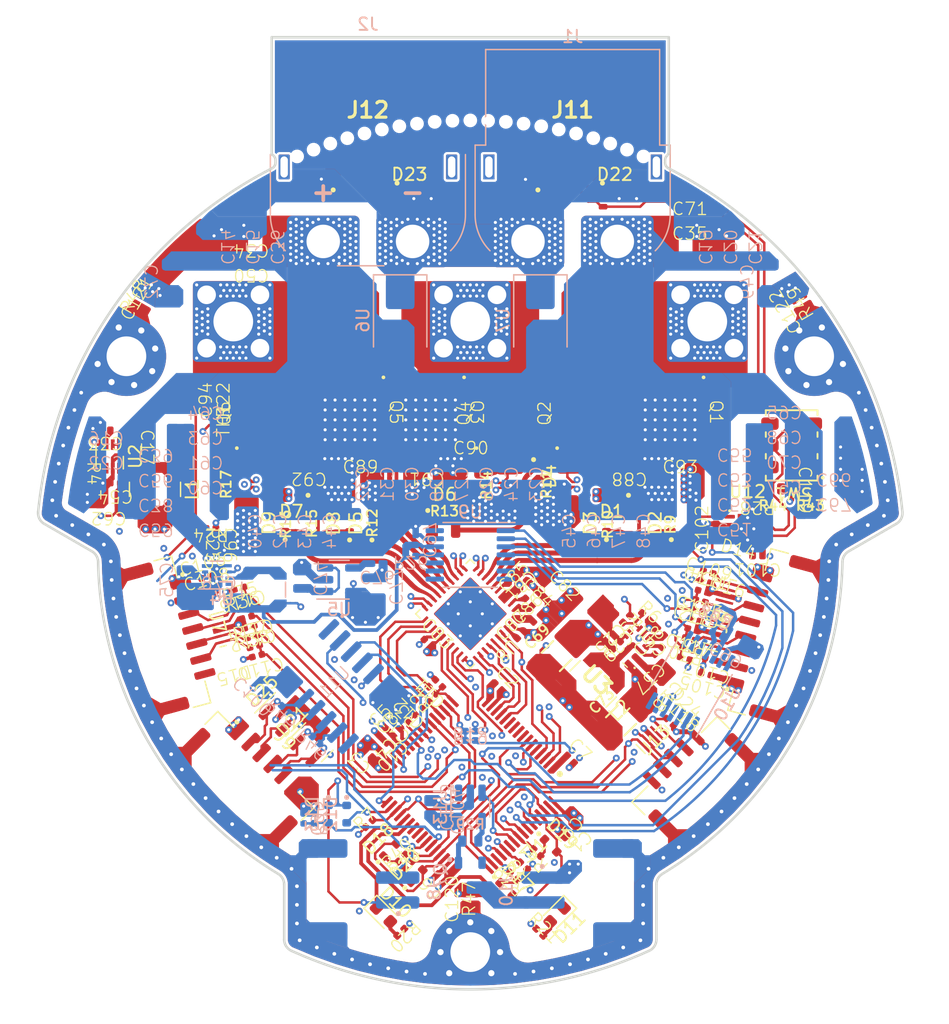
<source format=kicad_pcb>
(kicad_pcb (version 20221018) (generator pcbnew)
  (layers (0 "F.Cu" signal) (1 "In1.Cu" signal) (2 "In2.Cu" signal) (3 "In3.Cu" signal) (4 "In4.Cu" signal) (31 "B.Cu" signal) (34 "B.Paste" user) (35 "F.Paste" user) (36 "B.SilkS" user "B.Silkscreen") (37 "F.SilkS" user "F.Silkscreen") (38 "B.Mask" user) (39 "F.Mask" user) (44 "Edge.Cuts" user))
  (property "AUTHOR" "Vincent Nguyen")
  (property "BOARD_NAME" "Anemoi Motion Controller")
  (property "COMPANY" "EPFL Xplore")
  (property "REVISION" "1.0")
  (property "VARIANT" "Preliminary")
  (net 0 "")
  (net 1 "/Project Architecture/Interface - Fan Control/FAN_~{IN}")
  (net 2 "/Project Architecture/MCU - IO/FAN_CTRL")
  (net 3 "/Project Architecture/Interface - Fan Control/FAN_OUT")
  (net 4 "/Project Architecture/Interface - FD-CAN/FDCAN_N")
  (net 5 "/Project Architecture/Interface - FD-CAN/FDCAN_P")
  (net 6 "/Project Architecture/Power - Generation/ADJ_A3V3")
  (net 7 "/Project Architecture/Interface - Fan Control/FAN_GATE")
  (net 8 "/Project Architecture/Interface - Fan Control/FAN_SW")
  (net 9 "/Project Architecture/Interface - Interconnects/RS422_D-")
  (net 10 "/Project Architecture/Interface - Interconnects/RS422_D+")
  (net 11 "/Project Architecture/Interface - Interconnects/RS422_R+")
  (net 12 "/Project Architecture/Interface - Interconnects/RS422_R-")
  (net 13 "/Project Architecture/Interface - Interconnects/AUX2_B")
  (net 14 "/Project Architecture/Interface - Interconnects/AUX2_C")
  (net 15 "/Project Architecture/Sensing - Position/DIS_VDD3V")
  (net 16 "/Project Architecture/Interface - Interconnects/POS_SENSOR_CS")
  (net 17 "/Project Architecture/Interface - Interconnects/AUX1_A")
  (net 18 "GND")
  (net 19 "+3V3")
  (net 20 "/Project Architecture/Interface - Interconnects/AUX1_B")
  (net 21 "/Project Architecture/Interface - Interconnects/AUX1_C")
  (net 22 "+5V")
  (net 23 "/Project Architecture/Sensing - Position/COMM_VDD")
  (net 24 "/Project Architecture/MCU - IO/DRV_MOSI")
  (net 25 "/Project Architecture/MCU - IO/MOTOR_ENABLE")
  (net 26 "/Project Architecture/MCU - IO/MOTOR_HIZ")
  (net 27 "/Project Architecture/Interface - Interconnects/AUX2_A")
  (net 28 "/Project Architecture/Interface - Interconnects/NRST")
  (net 29 "/Project Architecture/MCU - IO/PC0")
  (net 30 "/Project Architecture/MCU - IO/PC1")
  (net 31 "/Project Architecture/MCU - IO/PC3")
  (net 32 "/Project Architecture/MCU - IO/PWM_PHASEC")
  (net 33 "/Project Architecture/MCU - IO/PWM_PHASEB")
  (net 34 "/Project Architecture/MCU - IO/PWM_PHASEA")
  (net 35 "/Project Architecture/MCU - IO/FILTER_SOA")
  (net 36 "/Project Architecture/MCU - IO/BOARD_VERSION")
  (net 37 "/Project Architecture/MCU - IO/FILTER_SOB")
  (net 38 "/Project Architecture/MCU - IO/PC5")
  (net 39 "/Project Architecture/MCU - IO/DRV_CS")
  (net 40 "/Project Architecture/MCU - IO/FILTER_SOC")
  (net 41 "/Project Architecture/Interface - RS-422/RS422_~{RE}")
  (net 42 "/Project Architecture/Interface - RS-422/RS422_DE")
  (net 43 "/Project Architecture/MCU - IO/SENSE_TEMP_FET")
  (net 44 "+VBAT")
  (net 45 "/Project Architecture/MCU - IO/MOTOR_FAULT")
  (net 46 "/Project Architecture/MCU - IO/LED1")
  (net 47 "/Project Architecture/MCU - IO/LED2")
  (net 48 "/Project Architecture/MCU - IO/PC7")
  (net 49 "/Project Architecture/MCU - IO/PC8")
  (net 50 "/Project Architecture/MCU - IO/PC9")
  (net 51 "/Project Architecture/MCU - IO/SENSE_TEMP_MOT")
  (net 52 "/Project Architecture/MCU - IO/SENSE_VBAT")
  (net 53 "/Project Architecture/Interface - Interconnects/AUX2_I2C_PULLUP")
  (net 54 "/Project Architecture/Interface - Interconnects/SWDIO")
  (net 55 "/Project Architecture/Interface - Interconnects/SWCLK")
  (net 56 "/Project Architecture/Interface - Interconnects/AUX1_D")
  (net 57 "+A3V3")
  (net 58 "/Project Architecture/MCU - IO/DRV_SCLK")
  (net 59 "/Project Architecture/MCU - IO/DRV_MISO")
  (net 60 "/Project Architecture/MCU - IO/PC12")
  (net 61 "/Project Architecture/Interface - Interconnects/AUX1_E")
  (net 62 "/Project Architecture/Interface - FD-CAN/FDCAN_RX")
  (net 63 "/Project Architecture/Interface - FD-CAN/FDCAN_TX")
  (net 64 "/Project Architecture/Interface - Interconnects/AUX2_D")
  (net 65 "/Project Architecture/Interface - Interconnects/AUX1_I2C_PULLUP")
  (net 66 "/Project Architecture/Motor Control - Top Level/CPL")
  (net 67 "/Project Architecture/Motor Control - Top Level/CPH")
  (net 68 "/Project Architecture/Motor Control - Top Level/VCP")
  (net 69 "/Project Architecture/Motor Control - Top Level/GHA")
  (net 70 "/Project Architecture/Motor Control - Top Level/SHA")
  (net 71 "/Project Architecture/Motor Control - Top Level/GLA")
  (net 72 "/Project Architecture/Motor Control - Top Level/SA_P")
  (net 73 "/Project Architecture/Motor Control - Top Level/SA_N")
  (net 74 "/Project Architecture/Motor Control - Top Level/SB_N")
  (net 75 "/Project Architecture/Motor Control - Top Level/SB_P")
  (net 76 "/Project Architecture/Motor Control - Top Level/GLB")
  (net 77 "/Project Architecture/Motor Control - Top Level/SHB")
  (net 78 "/Project Architecture/Motor Control - Top Level/GHB")
  (net 79 "/Project Architecture/Motor Control - Top Level/GHC")
  (net 80 "/Project Architecture/Motor Control - Top Level/SHC")
  (net 81 "/Project Architecture/Motor Control - Top Level/GLC")
  (net 82 "/Project Architecture/Motor Control - Top Level/SC_P")
  (net 83 "/Project Architecture/Motor Control - Top Level/SC_N")
  (net 84 "/Project Architecture/MCU - IO/SOC")
  (net 85 "/Project Architecture/MCU - IO/SOB")
  (net 86 "/Project Architecture/MCU - IO/SOA")
  (net 87 "/Project Architecture/Motor Control - Top Level/DVDD")
  (net 88 "/Project Architecture/Motor Control - Top Level/VGLS")
  (net 89 "/Project Architecture/Power - Generation/VCC_5V")
  (net 90 "/Project Architecture/Power - Generation/FB_5V")
  (net 91 "/Project Architecture/Power - Generation/MODE_5V")
  (net 92 "/Project Architecture/Power - Generation/~{RST}_5V")
  (net 93 "/Project Architecture/Power - Generation/LX_5V")
  (net 94 "/Project Architecture/User - LED Indicators/LED1_A")
  (net 95 "/Project Architecture/User - LED Indicators/LED2_A")
  (net 96 "/Project Architecture/Power - Generation/SW_12V")
  (net 97 "/Project Architecture/Power - Generation/SW_3V3")
  (net 98 "/Project Architecture/Motor Control - Top Level/Motor Control - Inverter/FET_GLA")
  (net 99 "/Project Architecture/Motor Control - Top Level/Motor Control - Inverter/FET_GHA")
  (net 100 "/Project Architecture/Motor Control - Top Level/Motor Control - Inverter/FET_GHC")
  (net 101 "/Project Architecture/Motor Control - Top Level/Motor Control - Inverter/FET_GLC")
  (net 102 "/Project Architecture/Motor Control - Top Level/Motor Control - Inverter/FET_GLB")
  (net 103 "/Project Architecture/Motor Control - Top Level/Motor Control - Inverter/FET_GHB")
  (net 104 "/Project Architecture/Interface - Interconnects/AUX2_C_K")
  (net 105 "/Project Architecture/Interface - Interconnects/AUX1_E_K")
  (net 106 "/Project Architecture/Interface - Interconnects/AUX2_B_K")
  (net 107 "/Project Architecture/Interface - Interconnects/AUX1_D_K")
  (net 108 "/Project Architecture/Interface - Interconnects/NTC_MOT_H")
  (net 109 "/Project Architecture/Interface - Interconnects/NTC_MOT_L")
  (net 110 "/Project Architecture/Interface - Interconnects/AUX1P_A")
  (net 111 "/Project Architecture/Interface - Interconnects/AUX1P_B")
  (net 112 "/Project Architecture/Interface - Interconnects/AUX1P_C")
  (net 113 "/Project Architecture/Interface - Interconnects/AUX1P_D")
  (net 114 "CHASSIS")
  (net 115 "/Project Architecture/Interface - Interconnects/AUX1P_E")
  (net 116 "/Project Architecture/Interface - Interconnects/AUX2P_A")
  (net 117 "/Project Architecture/Interface - Interconnects/AUX2P_B")
  (net 118 "/Project Architecture/Interface - Interconnects/AUX2P_C")
  (net 119 "/Project Architecture/Interface - Interconnects/AUX2P_D")
  (net 120 "+12V")
  (net 121 "/Project Architecture/Motor Control - Top Level/Motor Control - Inverter/PHA")
  (net 122 "/Project Architecture/Motor Control - Top Level/Motor Control - Inverter/SRC_LS_A")
  (net 123 "/Project Architecture/Motor Control - Top Level/Motor Control - Inverter/PHB")
  (net 124 "/Project Architecture/Motor Control - Top Level/Motor Control - Inverter/SRC_LS_B")
  (net 125 "/Project Architecture/Motor Control - Top Level/Motor Control - Inverter/PHC")
  (net 126 "/Project Architecture/Motor Control - Top Level/Motor Control - Inverter/SRC_LS_C")
  (net 127 "/Project Architecture/Power - Generation/BOOT_12V")
  (net 128 "/Project Architecture/Power - Generation/VCC_12V")
  (net 129 "/Project Architecture/Power - Generation/FB_DIV_12V")
  (net 130 "/Project Architecture/Power - Generation/PG_12V")
  (net 131 "/Project Architecture/Power - Generation/PG_3V3")
  (net 132 "/Project Architecture/Interface - Interconnects/CAN_TERM_T")
  (net 133 "/Project Architecture/Interface - Interconnects/CAN_TERM_B")
  (net 134 "/Project Architecture/Interface - Interconnects/CAN_TERM_MID")
  (net 135 "/Project Architecture/Power - Generation/FB_12V")
  (net 136 "/Project Architecture/Interface - FD-CAN/FDCAN_S")
  (net 137 "/Project Architecture/MCU - IO/PC2")
  (net 138 "/Project Architecture/Power - Generation/VOS_3V3")
  (net 139 "unconnected-(D14-K-Pad2)")
  (net 140 "unconnected-(D14-K-Pad4)")
  (net 141 "unconnected-(D16-K-Pad2)")
  (net 142 "unconnected-(D24-K-Pad2)")
  (footprint "0_capacitor_smd:C_1210_3225_DensityHigh" (layer "F.Cu") (at 162.047024 113.050217 45)
    (fp_text reference "C73")
    (fp_text value "15u X7R 25V" hide)
  )
  (footprint "0_mousebites:mousebites_single_0.7mm" (layer "F.Cu") (at 138.620702 66.567279)
    (fp_text reference "REF**" hide)
    (fp_text value "mousebites_single_0.7mm" hide)
  )
  (footprint "0_transistor_fet:2-5S1A" (layer "F.Cu") (at 146.7 88.2 -90)
    (fp_text reference "Q3")
    (fp_text value "TPW1R306PL,L1Q" hide)
  )
  (footprint "0_resistor_smd:R_0402_1005_DensityHigh" (layer "F.Cu") (at 132.307679 106.282252 15)
    (fp_text reference "R37")
    (fp_text value "100R" hide)
  )
  (footprint "0_capacitor_smd:C_0402_1005_DensityHigh" (layer "F.Cu") (at 167.201615 108.044658 -15)
    (fp_text reference "C117")
    (fp_text value "DNP" hide)
  )
  (footprint "0_capacitor_smd:C_0603_1608_DensityHigh" (layer "F.Cu") (at 157.9 121.85 -135)
    (fp_text reference "C1")
    (fp_text value "4u7" hide)
  )
  (footprint "0_capacitor_smd:C_0402_1005_DensityHigh" (layer "F.Cu") (at 165.99 113.16 -45)
    (fp_text reference "C118")
    (fp_text value "100n" hide)
  )
  (footprint "0_resistor_smd:R_0402_1005_DensityHigh" (layer "F.Cu") (at 131.479458 103.191291 15)
    (fp_text reference "R35")
    (fp_text value "100R" hide)
  )
  (footprint "0_resistor_smd:R_0402_1005_DensityHigh" (layer "F.Cu") (at 123.186362 79.157596 60)
    (fp_text reference "R48")
    (fp_text value "100k" hide)
  )
  (footprint "0_capacitor_smd:C_0402_1005_DensityHigh" (layer "F.Cu") (at 128.618983 101.498972 15)
    (fp_text reference "C106")
    (fp_text value "100n" hide)
  )
  (footprint "0_package_SON:HVSON-8-1EP_3x3mm_P0.65mm_EP1.6x2.4mm_ThermalVias" (layer "F.Cu") (at 172.25 97.6)
    (fp_text reference "U12")
    (fp_text value "TCAN1051HGVDRBRQ1" hide)
  )
  (footprint "0_capacitor_smd:C_0402_1005_DensityHigh" (layer "F.Cu") (at 147.45 125.8 135)
    (fp_text reference "C6")
    (fp_text value "100n" hide)
  )
  (footprint "0_diode_smd:D_SOD-523" (layer "F.Cu") (at 147.825 96.125)
    (fp_text reference "D6")
    (fp_text value "BAT41KFILM" hide)
  )
  (footprint "0_package_DFN_QFN:DFN2510-D10" (layer "F.Cu") (at 164.587474 114.38747 -45)
    (fp_text reference "D24")
    (fp_text value "PESD4USB3U-TTSX" hide)
  )
  (footprint "0_capacitor_smd:C_0402_1005_DensityHigh" (layer "F.Cu") (at 122.79 91.019998 -90)
    (fp_text reference "C17")
    (fp_text value "1u X7R 100V" hide)
  )
  (footprint "0_connectors:1054301203" (layer "F.Cu") (at 158.15 63.8 180)
    (fp_text reference "J11")
    (fp_text value "Nano-Fit 1x03" hide)
  )
  (footprint "0_resistor_smd:R_0805_2012_DensityHigh" (layer "F.Cu") (at 164.525 97.25 -90)
    (fp_text reference "R9")
    (fp_text value "7R5" hide)
  )
  (footprint "0_net_tie:NetTie-2_SMD_Pad0.3mm" (layer "F.Cu") (at 136.7 87 90)
    (fp_text reference "NT10" hide)
    (fp_text value "SRC_HS_C" hide)
  )
  (footprint "0_net_tie:NetTie-2_SMD_Pad0.2mm" (layer "F.Cu") (at 132.125 93.625 135)
    (fp_text reference "NT11" hide)
    (fp_text value "SHNTC_P" hide)
  )
  (footprint "0_capacitor_smd:C_0402_1005_DensityHigh" (layer "F.Cu") (at 157.325 120.9 -135)
    (fp_text reference "C9")
    (fp_text value "100n" hide)
  )
  (footprint "0_mousebites:mousebites_single_0.7mm" (layer "F.Cu") (at 162.52838 67.057638)
    (fp_text reference "REF**" hide)
    (fp_text value "mousebites_single_0.7mm" hide)
  )
  (footprint "0_resistor_smd:R_0402_1005_DensityHigh" (layer "F.Cu") (at 128.6 98.925 -90)
    (fp_text reference "R25")
    (fp_text value "4.7k 1%" hide)
  )
  (footprint "0_diode_smd:D_SOD-523" (layer "F.Cu") (at 152.8 126.6 -45)
    (fp_text reference "D17")
    (fp_text value "BAT41KFILM" hide)
  )
  (footprint "LED_SMD:LED_0603_1608Metric" (layer "F.Cu") (at 156.9 128.7 -135)
    (fp_text reference "D11")
    (fp_text value "LED")
  )
  (footprint "0_resistor_smd:R_0402_1005_DensityHigh" (layer "F.Cu") (at 168.230768 104.184495 165)
    (fp_text reference "R32")
    (fp_text value "100R" hide)
  )
  (footprint "0_capacitor_smd:C_1206_3216_DensityHighest" (layer "F.Cu") (at 162.725 93.1 180)
    (fp_text reference "C88")
    (fp_text value "100n X7R 100V" hide)
  )
  (footprint "0_resistor_smd:R_0402_1005_DensityHigh" (layer "F.Cu") (at 164.026921 104.670999 -45)
    (fp_text reference "R6")
    (fp_text value "9k09" hide)
  )
  (footprint "0_capacitor_smd:C_0402_1005_DensityHigh" (layer "F.Cu") (at 153.975 106.15 45)
    (fp_text reference "C87")
    (fp_text value "1u X7R 16V" hide)
  )
  (footprint "0_resistor_smd:R_0402_1005_DensityHigh" (layer "F.Cu") (at 150.3 127.425 90)
    (fp_text reference "R47")
    (fp_text value "100k" hide)
  )
  (footprint "0_transistor_fet:2-5S1A" (layer "F.Cu") (at 153.1 88.3 90)
    (fp_text reference "Q4")
    (fp_text value "TPW1R306PL,L1Q" hide)
  )
  (footprint "0_resistor_smd:R_0805_2012_DensityHigh" (layer "F.Cu") (at 162.475 97.25 90)
    (fp_text reference "R10")
    (fp_text value "7R5" hide)
  )
  (footprint "0_capacitor_smd:C_1206_3216_DensityHigh" (layer "F.Cu") (at 167.6 73.500001)
    (fp_text reference "C71")
    (fp_text value "4u7 100V" hide)
  )
  (footprint "0_capacitor_smd:C_1206_3216_DensityHighest" (layer "F.Cu") (at 157.15 102.5 -45)
    (fp_text reference "C82")
    (fp_text value "4u7 100V" hide)
  )
  (footprint "0_resistor_smd:R_0402_1005_DensityHigh" (layer "F.Cu") (at 145.15 112.275 135)
    (fp_text reference "R3")
    (fp_text value "22R" hide)
  )
  (footprint "0_resistor_smd:R_0805_2012_DensityHigh" (layer "F.Cu") (at 136.525 97.225 90)
    (fp_text reference "R16")
    (fp_text value "7R5" hide)
  )
  (footprint "0_resistor_smd:R_0402_1005_DensityHigh" (layer "F.Cu") (at 176.925 79.175 120)
    (fp_text reference "R49")
    (fp_text value "100k" hide)
  )
  (footprint "0_capacitor_smd:C_0402_1005_DensityHigh" (layer "F.Cu") (at 168.020177 104.951112 -15)
    (fp_text reference "C113")
    (fp_text value "DNP" hide)
  )
  (footprint "0_capacitor_smd:C_0402_1005_DensityHigh" (layer "F.Cu") (at 146.475 106.8 -45)
    (fp_text reference "C83")
    (fp_text value "100n X7R 16V" hide)
  )
  (footprint "0_capacitor_smd:C_0402_1005_DensityHigh" (layer "F.Cu") (at 157.99 116.15 -45)
    (fp_text reference "C7")
    (fp_text value "1u X7R 100V" hide)
  )
  (footprint "0_capacitor_smd:C_0402_1005_DensityHigh" (layer "F.Cu") (at 165.052222 107.428717 45)
    (fp_text reference "C58")
    (fp_text value "100n X7R 100V" hide)
  )
  (footprint "0_resistor_smd:R_0402_1005_DensityHigh" (layer "F.Cu") (at 144.925 124.675 45)
    (fp_text reference "R42")
    (fp_text value "2k" hide)
  )
  (footprint "0_connectors:1054301203" (layer "F.Cu") (at 141.65 63.8 180)
    (fp_text reference "J12")
    (fp_text value "Nano-Fit 1x03" hide)
  )
  (footprint "0_resistor_smd:R_1206_3216_DensityHigh" (layer "F.Cu") (at 157.725 94.025 90)
    (fp_text reference "R11")
    (fp_text value "0m5" hide)
  )
  (footprint "0_mousebites:mousebites_single_0.7mm" (layer "F.Cu") (at 148.464867 64.729437)
    (fp_text reference "REF**" hide)
    (fp_text value "mousebites_single_0.7mm" hide)
  )
  (footprint "0_capacitor_smd:C_0402_1005_DensityHigh" (layer "F.Cu") (at 169.224982 108.095061 165)
    (fp_text reference "C107")
    (fp_text value "100n" hide)
  )
  (footprint "0_capacitor_smd:C_0402_1005_DensityHigh" (layer "F.Cu") (at 143.992157 114.007843 45)
    (fp_text reference "C8")
    (fp_text value "100n" hide)
  )
  (footprint "0_net_tie:NetTie-2_SMD_Pad0.2mm" (layer "F.Cu") (at 157.9 93.6 -45)
    (fp_text reference "NT5" hide)
    (fp_text value "SHNTA_P" hide)
  )
  (footprint "0_resistor_smd:R_0402_1005_DensityHigh" (layer "F.Cu") (at 167.399013 107.269329 165)
    (fp_text reference "R30")
    (fp_text value "100R" hide)
  )
  (footprint "0_mousebites:mousebites_single_0.7mm" (layer "F.Cu") (at 163.856216 67.602899)
    (fp_text reference "REF**" hide)
    (fp_text value "mousebites_single_0.7mm" hide)
  )
  (footprint "0_resistor_smd:R_0402_1005_DensityHigh" (layer "F.Cu") (at 132.512838 107.054992 15)
    (fp_text reference "R38")
    (fp_text value "100R" hide)
  )
  (footprint "0_resistor_smd:R_0402_1005_DensityHigh" (layer "F.Cu") (at 173.04 95.4 180)
    (fp_text reference "R28")
    (fp_text value "10k 1%" hide)
  )
  (footprint "0_mousebites:mousebites_single_0.7mm" (layer "F.Cu") (at 141.373475 65.75448)
    (fp_text reference "REF**" hide)
    (fp_text value "mousebites_single_0.7mm" hide)
  )
  (footprint "0_transistor_fet:2-5S1A" (layer "F.Cu") (at 133.785001 88.3 90)
    (fp_text reference "Q6")
    (fp_text value "TPW1R306PL,L1Q" hide)
  )
  (footprint "0_capacitor_smd:C_0805_2012_DensityHighest" (layer "F.Cu") (at 120.79 95.27 180)
    (fp_text reference "C62")
    (fp_text value "10u X7R 6.3V" hide)
  )
  (footprint "0_resistor_smd:R_0402_1005_DensityHigh" (layer "F.Cu") (at 130.5 88.85 90)
    (fp_text reference "TH1")
    (fp_text value "47k 1% NTC" hide)
  )
  (footprint "0_capacitor_smd:C_0402_1005_DensityHigh" (layer "F.Cu") (at 128.948978 102.730528 15)
    (fp_text reference "C108")
    (fp_text value "100n" hide)
  )
  (footprint "0_capacitor_smd:C_1206_3216_DensityHigh" (layer "F.Cu") (at 167.6 75.500001)
    (fp_text reference "C35")
    (fp_text value "4u7 100V" hide)
  )
  (footprint "0_capacitor_smd:C_1206_3216_DensityHigh" (layer "F.Cu") (at 132.25 73.499999 180)
    (fp_text reference "C34")
    (fp_text value "4u7 100V" hide)
  )
  (footprint "0_mousebites:mousebites_single_0.7mm" (layer "F.Cu") (at 137.271621 67.057635)
    (fp_text reference "REF**" hide)
    (fp_text value "mousebites_single_0.7mm" hide)
  )
  (footprint "0_capacitor_smd:C_0402_1005_DensityHigh" (layer "F.Cu") (at 152.15 110.325 -45)
    (fp_text reference "C2")
    (fp_text value "100n" hide)
  )
  (footprint "0_capacitor_smd:C_0402_1005_DensityHigh" (layer "F.Cu") (at 149.5 127.425 90)
    (fp_text reference "C120")
    (fp_text value "330n" hide)
  )
  (footprint "0_mousebites:mousebites_single_0.7mm" (layer "F.Cu") (at 155.616409 65.169978)
    (fp_text reference "REF**" hide)
    (fp_text value "mousebites_single_0.7mm" hide)
  )
  (footprint "0_capacitor_smd:C_0402_1005_DensityHigh" (layer "F.Cu") (at 168.901459 109.30247 165)
    (fp_text reference "C105")
    (fp_text value "100n" hide)
  )
  (footprint "0_capacitor_smd:C_0402_1005_DensityHigh" (layer "F.Cu") (at 168.643584 102.643838 -15)
    (fp_text reference "C111")
    (fp_text value "DNP" hide)
  )
  (footprint "0_resistor_smd:R_1206_3216_DensityHigh" (layer "F.Cu") (at 131.925 94.024999 90)
    (fp_text reference "R17")
    (fp_text value "0m5" hide)
  )
  (footprint "Package_TO_SOT_SMD:SOT-23" (layer "F.Cu") (at 134.831672 112.35381 45)
    (fp_text reference "D25")
    (fp_text value "CDSOT23-SM712")
  )
  (footprint "0_mousebites:mousebites_single_0.7mm" (layer "F.Cu") (at 142.772539 65.433411)
    (fp_text reference "REF**" hide)
    (fp_text value "mousebites_single_0.7mm" hide)
  )
  (footprint "0_package_SOT_TO_SMD:SOT-323_SC-70" (layer "F.Cu") (at 161.6 71)
    (fp_text reference "D22")
    (fp_text value "PESD2CANFD24V-UX" hide)
  )
  (footprint "0_switching_regulator:LMR36006FSCQRNXRQ1" (layer "F.Cu") (at 162.913224 106.986774 135)
    (fp_text reference "U3")
    (fp_text value "LMR36006FSCQRNXRQ1" hide)
  )
  (footprint "0_capacitor_smd:C_0402_1005_DensityHigh" (layer "F.Cu") (at 131.265933 102.394403 -165)
    (fp_text reference "C116")
    (fp_text value "DNP" hide)
  )
  (footprint "0_capacitor_smd:C_0402_1005_DensityHigh" (layer "F.Cu") (at 165.246685 105.890759 135)
    (fp_text reference "C41")
    (fp_text value "1u X7R 100V" hide)
  )
  (footprint "0_capacitor_smd:C_0402_1005_DensityHigh" (layer "F.Cu") (at 161.021714 106.297343 -135)
    (fp_text reference "C29")
    (fp_text value "220n X7R 100V" hide)
  )
  (footprint "0_mousebites:mousebites_single_0.7mm" (layer "F.Cu") (at 149.9 64.700001)
    (fp_text reference "REF**" hide)
    (fp_text value "mousebites_single_0.7mm" hide)
  )
  (footprint "0_capacitor_smd:C_0402_1005_DensityHigh" (layer "F.Cu") (at 173.050001 99.800003 180)
    (fp_text reference "C101")
    (fp_text value "100n" hide)
  )
  (footprint "0_capacitor_smd:C_0402_1005_DensitySpaced" (layer "F.Cu") (at 153.325 101.45 -135)
    (fp_text reference "C81")
    (fp_text value "1u X7R 25V" hide)
  )
  (footprint "0_transistor_fet:2-5S1A" (layer "F.Cu") (at 166 88.2 -90)
    (fp_text reference "Q1")
    (fp_text value "TPW1R306PL,L1Q" hide)
  )
  (footprint "0_capacitor_smd:C_1206_3216_DensityHigh" (layer "F.Cu") (at 132.25 75.5 180)
    (fp_text reference "C50")
    (fp_text value "4u7 100V" hide)
  )
  (footprint "0_connectors:JST_GH_SM06B-GHS-TB_1x06-1MP_P1.25mm_Horizontal" (layer "F.Cu") (at 132.222331 117.40267 -45)
    (fp_text reference "J9")
    (fp_text value "SM06B-GHS-TB" hide)
  )
  (footprint "0_net_tie:NetTie-2_SMD_Pad0.2mm" (layer "F.Cu") (at 132.125 94.425 -135)
    (fp_text reference "NT12" hide)
    (fp_text value "SHNTC_N" hide)
  )
  (footprint "Package_DFN_QFN:DFN-8_2x2mm_P0.5mm" (layer "F.Cu") (at 120.84 91.769999 -90)
    (fp_text reference "U2")
    (fp_text value "MAX15062BATA+T")
  )
  (footprint "0_pad:MountingHole_3.2mm_M3_Pad_Via" (layer "F.Cu") (at 122.187188 83.699999 60)
    (fp_text reference "H2" hide)
    (fp_text value "M3" hide)
  )
  (footprint "0_capacitor_smd:C_0402_1005_DensityHigh" (layer "F.Cu") (at 121.29 93.92 180)
    (fp_text reference "C54")
    (fp_text value "1u X7R 100V" hide)
  )
  (footprint "0_resistor_smd:R_0402_1005_DensityHigh" (layer "F.Cu") (at 119.04 93.12 -90)
    (fp_text reference "R4")
    (fp_text value "0R" hide)
  )
  (footprint "0_resistor_smd:R_0805_2012_DensityHigh" (layer "F.Cu") (at 138.625 97.175 90)
    (fp_text reference "R15")
    (fp_text value "7R5" hide)
  )
  (footprint "0_package_QFP:LQFP-64_10x10mm_P0.5mm" (layer "F.Cu") (at 149.9 118.2 -135)
    (fp_text reference "U1")
    (fp_text value "STM32G474RET3" hide)
  )
  (footprint "0_diode_smd:D_SOD-523" (layer "F.Cu") (at 166.1 97.125 90)
    (fp_text reference "D2")
    (fp_text value "BAT41KFILM" hide)
  )
  (footprint "0_pad:MountingHole_3.2mm_M3_Pad_Via" (layer "F.Cu") (at 149.9 131.7 180)
    (fp_text reference "H1" hide)
    (fp_text value "M3" hide)
  )
  (footprint "0_capacitor_smd:C_0402_1005_DensityHigh" (layer "F.Cu") (at 144.575 112.85 135)
    (fp_text reference "C13")
    (fp_text value "1n" hide)
  )
  (footprint "0_resistor_smd:R_0402_1005_DensityHigh" (layer "F.Cu") (at 153.375 125.575 135)
    (fp_text reference "R39")
    (fp_text value "2k" hide)
  )
  (footprint "0_resistor_smd:R_0402_1005_DensityHigh" (layer "F.Cu") (at 144.375 124.125 45)
    (fp_text reference "R40")
    (fp_text value "2k" hide)
  )
  (footprint "0_resistor_smd:R_0402_1005_DensityHigh" (layer "F.Cu") (at 131.686512 103.964033 15)
    (fp_text reference "R36")
    (fp_text value "100R" hide)
  )
  (footprint "0_connectors:JST_GH_SM08B-GHS-TB_1x08-1MP_P1.25mm_Horizontal" (layer "F.Cu") (at 174.04 106.15 75)
    (fp_text reference "J6")
    (fp_text value "SM08B-GHS-TB" hide)
  )
  (footprint "0_capacitor_smd:C_0402_1005_DensityHigh" (layer "F.Cu") (at 163.606191 108.881819 -135)
    (fp_text reference "C37")
    (fp_text value "220n X7R 100V" hide)
  )
  (footprint "0_capacitor_smd:C_0402_1005_DensityHigh" (layer "F.Cu") (at 175.8 94.47 -90)
    (fp_text reference "C119")
    (fp_text value "4u7" hide)
  )
  (footprint "0_capacitor_smd:C_0402_1005_DensityHigh" (layer "F.Cu") (at 129.45 98.925 -90)
    (fp_text reference "C96")
    (fp_text value "100n" hide)
  )
  (footprint "0_capacitor_smd:C_0402_1005_DensityHigh" (layer "F.Cu") (at 168.850641 101.8711 -15)
    (fp_text reference "C109")
    (fp_text value "DNP" hide)
  )
  (footprint "0_inductor_smd:L_Coilcraft_LPS4018" (layer "F.Cu") (at 159.801957 110.098043 -135)
    (fp_text reference "L2")
    (fp_text value "2u2" hide)
  )
  (footprint "0_diode_smd:D_SOD-523" (layer "F.Cu") (at 141.975 97.15 90)
    (fp_text reference "D5")
    (fp_text value "BAT41KFILM" hide)
  )
  (footprint "0_mousebites:mousebites_single_0.7mm" (layer "F.Cu") (at 135.943784 67.6029)
    (fp_text reference "REF**" hide)
    (fp_text value "mousebites_single_0.7mm" hide)
  )
  (footprint "0_pad:Pad_Square_Vias_6.5x6.5mm" (layer "F.Cu") (at 169 80.9 180)
    (fp_text reference "J3" hide)
    (fp_text value "Phase A" hide)
  )
  (footprint "0_mousebites:mousebites_single_0.7mm" (layer "F.Cu") (at 144.183593 65.169974)
    (fp_text reference "REF**" hide)
    (fp_text value "mousebites_single_0.7mm" hide)
  )
  (footprint "0_capacitor_smd:C_0402_1005_DensityHigh" (layer "F.Cu") (at 169.650002 97.6 90)
    (fp_text reference "C102")
    (fp_text value "100n" hide)
  )
  (footprint "0_capacitor_smd:C_0402_1005_DensityHigh" (layer "F.Cu") (at 155.275 104.825 45)
    (fp_text reference "C86")
    (fp_text value "1u X7R 25V" hide)
  )
  (footprint "0_diode_smd:D_SOD-523" (layer "F.Cu") (at 140.175 97.15 90)
    (fp_text reference "D8")
    (fp_text value "BAT41KFILM" hide)
  )
  (footprint "0_connectors:JST_GH_SM05B-GHS-TB_1x05-1MP_P1.25mm_Horizontal" (layer "F.Cu") (at 167.575 117.375 45)
    (fp_text reference "J13")
    (fp_text value "SM05B-GHS-TB" hide)
  )
  (footprint "0_capacitor_smd:C_0402_1005_DensitySpaced" (layer "F.Cu") (at 154.075 102.175 45)
    (fp_text reference "C85")
    (fp_text value "100n X7R 100V" hide)
  )
  (footprint "0_capacitor_smd:C_1206_3216_DensityHigh" (layer "F.Cu") (at 159.996411 105.272043 -135)
    (fp_text reference "C25")
    (fp_text value "4u7 X7R 100V" hide)
  )
  (footprint "0_capacitor_smd:C_0402_1005_DensityHigh" (layer "F.Cu") (at 131.893567 104.73677 -165)
    (fp_text reference "C114")
    (fp_text value "DNP" hide)
  )
  (footprint "0_resistor_smd:R_0402_1005_DensityHigh" (layer "F.Cu") (at 155.5 130.1 -45)
    (fp_text reference "R21")
    (fp_text value "560R" hide)
  )
  (footprint "0_package_SOT_TO_SMD:SOT-323_SC-70" (layer "F.Cu") (at 145.05 71)
    (fp_text reference "D23")
    (fp_text value "PESD2CANFD24V-UX" hide)
  )
  (footprint "0_mousebites:mousebites_single_0.7mm" (layer "F.Cu") (at 139.988751 66.132649)
    (fp_text reference "REF**" hide)
    (fp_text value "mousebites_single_0.7mm" hide)
  )
  (footprint "0_resistor_smd:R_1206_3216_DensityHigh" (layer "F.Cu") (at 152.9 94.1 90)
    (fp_text reference "R14")
    (fp_text value "0m5" hide)
  )
  (footprint "0_capacitor_smd:C_0402_1005_DensityHigh" (layer "F.Cu") (at 132.100624 105.509512 -165)
    (fp_text reference "C112")
    (fp_text value "DNP" hide)
  )
  (footprint "0_capacitor_smd:C_0402_1005_DensityHigh" (layer "F.Cu") (at 145.725 111.7 135)
    (fp_text reference "C12")
    (fp_text value "1n" hide)
  )
  (footprint "0_capacitor_smd:C_1206_3216_DensityHighest" (layer "F.Cu") (at 141.05 93.1)
    (fp_text reference "C89")
    (fp_text value "4u7 100V" hide)
  )
  (footprint "0_capacitor_smd:C_0402_1005_DensityHigh" (layer "F.Cu") (at 143.417157 113.432843 45)
    (fp_text reference "C5")
    (fp_text value "4u7" hide)
  )
  (footprint "0_capacitor_smd:C_1210_3225_DensityHigh" (layer "F.Cu") (at 156.849786 107.852983 45)
    (fp_text reference "C69")
    (fp_text value "15u X7R 25V" hide)
  )
  (footprint "0_resistor_smd:R_0603_1608_DensityHigh" (layer "F.Cu") (at 174.299999 94.379998 180)
    (fp_text reference "R44")
    (fp_text value "60R" hide)
  )
  (footprint "0_diode_smd:D_SOD-523" (layer "F.Cu") (at 160.875 97.125 90)
    (fp_text reference "D3")
    (fp_text value "BAT41KFILM" hide)
  )
  (footprint "0_resistor_smd:R_0402_1005_DensityHigh" (layer "F.Cu") (at 130.5 87.225 90)
    (fp_text reference "R22")
    (fp_text value "10k 1%" hide)
  )
  (footprint "0_mousebites:mousebites_single_0.7mm" (layer "F.Cu") (at 145.604259 64.964621)
    (fp_text reference "REF**" hide)
    (fp_text value "mousebites_single_0.7mm" hide)
  )
  (footprint "0_net_tie:NetTie-2_SMD_Pad0.2mm" (layer "F.Cu") (at 120.85 96.55)
    (fp_text reference "NT1" hide)
    (fp_text value "FB_5V" hide)
  )
  (footprint "0_net_tie:NetTie-2_SMD_Pad0.3mm" (layer "F.Cu") (at 162.55 87.275 90)
    (fp_text reference "NT4" hide)
    (fp_text value "SRC_HS_A" hide)
  )
  (footprint "0_diode_smd:D_SOD-523" (layer "F.Cu") (at 155 93.375 -90)
    (fp_text reference "D4")
    (fp_text value "BAT41KFILM" hide)
  )
  (footprint "0_package_DFN_QFN:DFN2510-D10" (layer "F.Cu") (at 170.505767 102.975 -15)
    (fp_text reference "D14")
    (fp_text value "PESD4USB5B-TTSX" hide)
  )
  (footprint "0_diode_smd:D_SOD-523" (layer "F.Cu") (at 134.975 97.125 90)
    (fp_text reference "D9")
    (fp_text value "BAT41KFILM" hide)
  )
  (footprint "0_pad:Pad_Square_Vias_6.5x6.5mm" (layer "F.Cu") (at 149.9 80.9 180)
    (fp_text reference "J4" hide)
    (fp_text value "Phase B" hide)
  )
  (footprint "LED_SMD:LED_0603_1608Metric" (layer "F.Cu") (at 142.9 128.7 -45)
    (fp_text reference "D10")
    (fp_text value "LED")
  )
  (footprint "0_mousebites:mousebites_single_0.7mm" (layer "F.Cu") (at 152.767848 64.817691)
    (fp_text reference "REF**" hide)
    (fp_text value "mousebites_single_0.7mm" hide)
  )
  (footprint "0_resistor_smd:R_0603_1608_DensityHigh" (layer "F.Cu") (at 177.299999 94.379999 180)
    (fp_text reference "R43")
    (fp_text value "60R" hide)
  )
  (footprint "0_diode_smd:D_SOD-523" (layer "F.Cu") (at 145.575 125.575 45)
    (fp_text reference "D20")
    (fp_text value "BAT41KFILM" hide)
  )
  (footprint "0_resistor_smd:R_0402_1005_DensityHigh" (layer "F.Cu") (at 146.275 111.15 135)
    (fp_text reference "R2")
    (fp_text value "22R" hide)
  )
  (footprint "0_pad:Pad_Square_Vias_6.5x6.5mm" (layer "F.Cu") (at 130.8 80.9)
    (fp_text reference "J5" hide)
    (fp_text value "Phase C" hide)
  )
  (footprint "0_mousebites:mousebites_single_0.7mm" (layer "F.Cu") (at 151.335131 64.729436)
    (fp_text reference "REF**" hide)
    (fp_text value "mousebites_single_0.7mm" hide)
  )
  (footprint "0_net_tie:NetTie-2_SMD_Pad0.2mm" (layer "F.Cu") (at 155.72 107.24 -135)
    (fp_text reference "NT2" hide)
    (fp_text value "FB_12V" hide)
  )
  (footprint "0_capacitor_smd:C_0402_1005_DensityHigh" (layer "F.Cu") (at 129.65 87.225 90)
    (fp_text reference "C94")
    (fp_text value "100n" hide)
  )
  (footprint "0_resistor_smd:R_0402_1005_DensityHigh" (layer "F.Cu") (at 141.75 121.35 45)
    (fp_text reference "R7")
    (fp_text value "2k" hide)
  )
  (footprint "0_resistor_smd:R_0402_1005_DensityHigh" (layer "F.Cu") (at 168.436531 103.416577 165)
    (fp_text reference "R33")
    (fp_text value "100R" hide)
  )
  (footprint "0_net_tie:NetTie-2_SMD_Pad0.2mm" (layer "F.Cu") (at 157.9 94.45 -135)
    (fp_text reference "NT6" hide)
    (fp_text value "SHNTA_N" hide)
  )
  (footprint "0_mousebites:mousebites_single_0.7mm" (layer "F.Cu") (at 159.811248 66.132647)
    (fp_text reference "REF**" hide)
    (fp_text value "mousebites_single_0.7mm" hide)
  )
  (footprint "0_diode_smd:D_SOD-523" (layer "F.Cu") (at 161.3 94.9 180)
    (fp_text reference "D1")
    (fp_text value "BAT41KFILM" hide)
  )
  (footprint "0_net_tie:NetTie-2_SMD_Pad0.2mm" (layer "F.Cu") (at 152.725 93.675 45)
    (fp_text reference "NT8" hide)
    (fp_text value "SHNTB_P" hide)
  )
  (footprint "0_resistor_smd:R_0402_1005_DensityHigh" (layer "F.Cu") (at 162.488962 104.865451 -135)
    (fp_text reference "R5")
    (fp_text value "100k" hide)
  )
  (footprint "0_resistor_smd:R_0402_1005_DensityHigh" (layer "F.Cu") (at 155.275 123.675 135)
    (fp_text reference "R41")
    (fp_text value "2k" hide)
  )
  (footprint "0_capacitor_smd:C_1206_3216_DensityHigh" (layer "F.Cu") (at 164.62796 109.903586 -135)
    (fp_text reference "C18")
    (fp_text value "4u7 X7R 100V" hide)
  )
  (footprint "0_net_tie:NetTie-2_SMD_Pad0.3mm" (layer "F.Cu") (at 144.8 86.525)
    (fp_text reference "NT7" hide)
    (fp_text value "SRC_HS_B" hide)
  )
  (footprint "0_resistor_smd:R_0402_1005_DensityHigh" (layer "F.Cu") (at 146.825 110.6 135)
    (fp_text reference "R1")
    (fp_text value "22R" hide)
  )
  (footprint "0_resistor_smd:R_0805_2012_DensityHigh" (layer "F.Cu") (at 143.5 97.125 90)
    (fp_text reference "R12")
    (fp_text value "7R5" hide)
  )
  (footprint "0_capacitor_smd:C_1206_3216_DensityHighest" (layer "F.Cu") (at 146.4 93.1 180)
    (fp_text reference "C91")
    (fp_text value "4u7 100V" hide)
  )
  (footprint "0_capacitor_smd:C_0402_1005_DensityHigh" (layer "F.Cu") (at 167.813121 105.723849 -15)
    (fp_text reference "C115")
    (fp_text value "DNP" hide)
  )
  (footprint "0_capacitor_smd:C_0402_1005_DensityHigh" (layer "F.Cu") (at 123.973862 79.579246 60)
    (fp_text reference "C121")
    (fp_text value "330n" hide)
  )
  (footprint "0_capacitor_smd:C_0402_1005_DensityHigh" (layer "F.Cu") (at 141.725 115.7 135)
    (fp_text reference "C3")
    (fp_text value "100n" hide)
  )
  (footprint "0_capacitor_smd:C_0805_2012_DensityHigh" (layer "F.Cu") (at 149.95 92.875)
    (fp_text reference "C90")
    (fp_text value "100n X7R 100V" hide)
  )
  (footprint "0_capacitor_smd:C_0402_1005_DensityHigh" (layer "F.Cu") (at 142.292157 114.557843 -135)
    (fp_text reference "C4")
    (fp_text value "1u X7R 100V" hide)
  )
  (footprint "0_capacitor_smd:C_0402_1005_DensityHigh" (layer "F.Cu") (at 142.867157 115.132843 -135)
    (fp_text reference "C10")
    (fp_text value "100n" hide)
  )
  (footprint "0_resistor_smd:R_0402_1005_DensityHigh" (layer "F.Cu") (at 169.057693 101.098363 165)
    (fp_text reference "R34")
    (fp_text value "100R" hide)
  )
  (footprint "0_resistor_smd:R_0805_2012_DensityHigh" (layer "F.Cu") (at 147.820001 97.675)
    (fp_text reference "R13")
    (fp_text value "7R5" hide)
  )
  (footprint "0_capacitor_smd:C_0402_1005_DensityHigh" (layer "F.Cu") (at 176.225 79.575 120)
    (fp_text reference "C122")
    (fp_text value "330n" hide)
  )
  (footprint "0_package_DFN_QFN:DFN2510-D10" (layer "F.Cu") (at 129.872059 105.692543 -165)
    (fp_text reference "D15")
    (fp_text value "PESD4USB5B-TTSX" hide)
  )
  (footprint "0_capacitor_smd:C_0402_1005_DensityHigh" (layer "F.Cu") (at 154.632843 103.482843 -45)
    (fp_text reference "C84")
    (fp_text value "47n X7R 100V" hide)
  )
  (footprint "0_mousebites:mousebites_single_0.7mm" (layer "F.Cu") (at 158.426525 65.754479)
    (fp_text reference "REF**" hide)
    (fp_text value "mousebites_single_0.7mm" hide)
  )
  (footprint "0_diode_smd:D_SOD-523" (layer "F.Cu") (at 143.425 123.475 45)
    (fp_text reference "D18")
    (fp_text value "BAT41KFILM" hide)
  )
  (footprint "Package_TO_SOT_SMD:SOT-23" (layer "F.Cu") (at 137.27119 114.793328 45)
    (fp_text reference "D21")
    (fp_text value "CDSOT23-SM712")
  )
  (footprint "0_capacitor_smd:C_1206_3216_DensityHighest" (layer "F.Cu") (at 166.825 93.1)
    (fp_text reference "C93")
    (fp_text value "4u7 100V" hide)
  )
  (footprint "0_inductor_smd:L_Coilcraft_LPS4018" (layer "F.Cu") (at 124.49 94.42 -90)
    (fp_text reference "L1")
    (fp_text value "4u7" hide)
  )
  (footprint "0_mousebites:mousebites_single_0.7mm" (layer "F.Cu") (at 161.179301 66.567278)
    (fp_text reference "REF**" hide)
    (fp_text value "mousebites_single_0.7mm" hide)
  )
  (footprint "0_resistor_smd:R_0402_1005_DensityHigh" (layer "F.Cu") (at 144.3 130.1 -135)
    (fp_text reference "R20")
    (fp_text value "560R" hide)
  )
  (footprint "0_capacitor_smd:C_0402_1005_DensityHigh" (layer "F.Cu") (at 147.375 110.05 135)
    (fp_text reference "C11")
    (fp_text value "1n" hide)
  )
  (footprint "0_resistor_smd:R_0402_1005_DensityHigh" (layer "F.Cu") (at 167.606064 106.49659 165)
    (fp_text reference "R31")
    (fp_text value "100R" hide)
  )
  (footprint "0_package_DFN_QFN:WQFN-40-1EP_6x6mm_P0.5mm_EP4.15x4.15mm_ThermalVias" (layer "F.Cu") (at 149.9 104.45 -135)
    (fp_text reference "U8")
    (fp_text value "DRV8353FS" hide)
  )
  (footprint "0_transistor_fet:2-5S1A" (layer "F.Cu") (at 159.6 88.3 90)
    (fp_text reference "Q2")
    (fp_text value "TPW1R306PL,L1Q" hide)
  )
  (footprint "0_capacitor_smd:C_0402_1005_DensityHigh" (layer "F.Cu") (at 120.49 89.62 180)
    (fp_text reference "C33")
    (fp_text value "1u X7R 100V" hide)
  )
  (footprint "0_net_tie:NetTie-2_SMD_Pad0.2mm" (layer "F.Cu") (at 152.725 94.525 -45)
    (fp_text reference "NT9" hide)
    (fp_text value "SHNTB_N" hide)
  )
  (footprint "0_diode_smd:D_SOD-523" (layer "F.Cu") (at 135.475 94.9 180)
    (fp_text reference "D7")
    (fp_text value "BAT41KFILM" hide)
  )
  (footprint "0_mousebites:mousebites_single_0.7mm" (layer "F.Cu") (at 157.027461 65.433409)
    (fp_text reference "REF**" hide)
    (fp_text value "mousebites_single_0.7mm" hide)
  )
  (footprint "0_connectors:JST_GH_SM07B-GHS-TB_1x07-1MP_P1.25mm_Horizontal" (layer "F.Cu") (at 125.75 106.15 -75)
    (fp_text reference "J7")
    (fp_text value "SM07B-GHS-TB" hide)
  )
  (footprint "0_resistor_smd:R_0402_1005_DensityHigh" (layer "F.Cu") (at 154.2 124.75 135)
    (fp_text reference "R8")
    (fp_text value "2k" hide)
  )
  (footprint "0_transistor_fet:2-5S1A" (layer "F.Cu") (at 140.2 88.2 -90)
    (fp_text reference "Q5")
    (fp_text value "TPW1R306PL,L1Q" hide)
  )
  (footprint "0_pad:MountingHole_3.2mm_M3_Pad_Via" (layer "F.Cu") (at 177.612811 83.7 -60)
    (fp_text reference "H3" hide)
    (fp_text value "M3" hide)
  )
  (footprint "0_mousebites:mousebites_single_0.7mm" (layer "F.Cu") (at 154.195742 64.964624)
    (fp_text reference "REF**" hide)
    (fp_text value "mousebites_single_0.7mm" hide)
  )
  (footprint "0_diode_smd:D_SOD-523" (layer "F.Cu") (at 156.375 123.125 -45)
    (fp_text reference "D19")
    (fp_text value "BAT41KFILM" hide)
  )
  (footprint "0_switch_button:CAS-220A_NDC-L" (layer "F.Cu") (at 175.799999 90.88 180)
    (fp_text reference "SW1")
    (fp_text value "CAS-220TA" hide)
  )
  (footprint "0_resistor_smd:R_0402_1005_DensityHigh" (layer "F.Cu") (at 129 97.575002 180)
    (fp_text reference "R24")
    (fp_text value "100k 1%" hide)
  )
  (footprint "0_capacitor_smd:C_0402_1005_DensityHigh" (layer "F.Cu") (at 132.719891 107.827733 -165)
    (fp_text reference "C110")
    (fp_text value "DNP" hide)
  )
  (footprint "0_package_DFN_QFN:DFN2510-D10" (layer "F.Cu") (at 169.675 106.068131 -15)
    (fp_text reference "D16")
    (fp_text value "PESD4USB3U-TTSX" hide)
  )
  (footprint "0_capacitor_smd:C_1206_3216_DensityHighest" (layer "F.Cu") (at 136.9 93.1 180)
    (fp_text reference "C92")
    (fp_text value "100n X7R 100V" hide)
  )
  (footprint "0_mousebites:mousebites_single_0.7mm" (layer "F.Cu") (at 147.032152 64.817692)
    (fp_text reference "REF**" hide)
    (fp_text value "mousebites_single_0.7mm" hide)
  )
  (footprint "0_package_SOT_TO_SMD:SOT-23-3" (layer "B.Cu") (at 149.9 125.5 -90)
    (fp_text reference "Q7")
    (fp_text value "PMV15ENER" hide)
  )
  (footprint "0_capacitor_smd:C_1206_3216_DensityHigh" (layer "B.Cu") (at 171.2 93.95)
    (fp_text reference "C52")
    (fp_text value "4u7 100V" hide)
  )
  (footprint "0_capacitor_smd:C_1206_3216_DensityHigh" (layer "B.Cu") (at 125.9 77.7 -90)
    (fp_text reference "C72")
    (fp_text value "4u7 100V" hide)
  )
  (footprint "0_capacitor_smd:C_1206_3216_DensityHigh" (layer "B.Cu") (at 132.65 74.9 90)
    (fp_text reference "C36")
    (fp_text value "4u7 100V" hide)
  )
  (footprint "0_connectors:JST_PH_S2B-PH-SM4-TB_1x02-1MP_P2.00mm_Horizontal" (layer "B.Cu") (at 158.6 126.7 -90)
    (fp_text reference "J10")
    (fp_text value "JST S2B-PH-SM4-TB" hide)
  )
  (footprint "0_capacitor_smd:C_1206_3216_DensityHigh" (layer "B.Cu") (at 173.9 77.7 -90)
    (fp_text reference "C49")
    (fp_text value "4u7 100V" hide)
  )
  (footprint "0_capacitor_smd:C_1206_3216_DensityHigh" (layer "B.Cu") (at 128.65 74.9 90)
    (fp_text reference "C14")
    (fp_text value "4u7 100V" hide)
  )
  (footprint "0_capacitor_smd:C_1206_3216_DensityHigh" (layer "B.Cu") (at 175.2 93.95 180)
    (fp_text reference "C70")
    (fp_text value "4u7 100V" hide)
  )
  (footprint "0_capacitor_smd:C_1206_3216_DensityHigh" (layer "B.Cu") (at 128.55 90 180)
    (fp_text reference "C64")
    (fp_text value "4u7 100V" hide)
  )
  (footprint "0_resistor_smd:R_0402_1005_DensityHigh" (layer "B.Cu") (at 145.1 99.8)
    (fp_text reference "R26")
    (fp_text value "0R" hide)
  )
  (footprint "Diode_SMD:D_SMB" (layer "B.Cu") (at 155.55 80.8 -90)
    (fp_text reference "U7")
    (fp_text value "SMBJ51CD-M3/H")
  )
  (footprint "0_inductor_smd:L_Coilcraft_LPS3314" (layer "B.Cu") (at 133.25 102.5 -90)
    (fp_text reference "L3")
    (fp_text value "2u2" hide)
  )
  (footprint "0_capacitor_smd:C_1206_3216_DensityHigh" (layer "B.Cu") (at 134.25 97.8 -90)
    (fp_text reference "C40")
    (fp_text value "4u7 100V" hide)
  )
  (footprint "0_capacitor_smd:C_0805_2012_DensityHighest" (layer "B.Cu") (at 129.675001 103.474997 180)
    (fp_text reference "C78")
    (fp_text value "22u X7R 10V" hide)
  )
  (footprint "Package_TO_SOT_SMD:SOT-23-5" (layer "B.Cu") (at 139.3375 101.699997)
    (fp_text reference "U5")
    (fp_text value "LP2992IM5-3.3/NOPB")
  )
  (footprint "0_capacitor_smd:C_1206_3216_DensityHigh" (layer "B.Cu") (at 128.55 96 180)
    (fp_text reference "C60")
    (fp_text value "4u7 100V" hide)
  )
  (footprint "0_capacitor_smd:C_1206_3216_DensityHigh" (layer "B.Cu") (at 179.2 91.95)
    (fp_text reference "C66")
    (fp_text value "4u7 100V" hide)
  )
  (footprint "0_capacitor_smd:C_1206_3216_DensityHigh" (layer "B.Cu") (at 171.2 89.95)
    (fp_text reference "C55")
    (fp_text value "4u7 100V" hide)
  )
  (footprint "0_connectors:AMASS_XT60PW-F_1x02_P7.20mm_Horizontal" (layer "B.Cu") (at 154.55 74.45 180)
    (fp_text reference "J1")
    (fp_text value "XT60PW-F" hide)
  )
  (footprint "0_interface_uart:SOIC-14 5.4mm" (layer "B.Cu") (at 139.293236 110.306552 -135)
    (fp_text reference "U11")
    (fp_text value "SN65HVD35DR" hide)
  )
  (footprint "0_resistor_smd:R_0402_1005_DensityHigh" (layer "B.Cu") (at 169.49049 104.977264 150)
    (fp_text reference "R27")
    (fp_text value "0R" hide)
  )
  (footprint "0_capacitor_smd:C_1206_3216_DensityHigh" (layer "B.Cu") (at 163.55 97.775 -90)
    (fp_text reference "C47")
    (fp_text value "4u7 100V" hide)
  )
  (footprint "0_capacitor_smd:C_0805_2012_DensityHighest" (layer "B.Cu") (at 142.4 102.35 90)
    (fp_text reference "C77")
    (fp_text value "10u X7R 6.3V" hide)
  )
  (footprint "0_capacitor_smd:C_1206_3216_DensityHigh" (layer "B.Cu") (at 124.55 96)
    (fp_text reference "C59")
    (fp_text value "4u7 100V" hide)
  )
  (footprint "0_capacitor_smd:C_1206_3216_DensityHigh" (layer "B.Cu") (at 171.2 91.95)
    (fp_text reference "C53")
    (fp_text value "4u7 100V" hide)
  )
  (footprint "0_capacitor_smd:C_1206_3216_DensityHigh" (layer "B.Cu") (at 120.55 92 180)
    (fp_text reference "C16")
    (fp_text value "4u7 100V" hide)
  )
  (footprint "0_capacitor_smd:C_1206_3216_DensityHigh" (layer "B.Cu") (at 175.2 95.95 180)
    (fp_text reference "C57")
    (fp_text value "4u7 100V" hide)
  )
  (footprint "0_capacitor_smd:C_1206_3216_DensityHigh" (layer "B.Cu") (at 136.25 97.8 -90)
    (fp_text reference "C42")
    (fp_text value "4u7 100V" hide)
  )
  (footprint "0_capacitor_smd:C_0402_1005_DensityHigh" (layer "B.Cu") (at 142.387506 100.399996)
    (fp_text reference "C76")
    (fp_text value "10n" hide)
  )
  (footprint "0_capacitor_smd:C_0805_2012_DensityHighest" (layer "B.Cu") (at 171.223014 106.439998 -30)
    (fp_text reference "C99")
    (fp_text value "10u X7R 6.3V" hide)
  )
  (footprint "0_capacitor_smd:C_1206_3216_DensityHigh" (layer "B.Cu") (at 124.55 92)
    (fp_text reference "C56")
    (fp_text value "4u7 100V" hide)
  )
  (footprint "Package_SO:TSSOP-14_4.4x5mm_P0.65mm" (layer "B.Cu") (at 149.9 99.7 180)
    (fp_text reference "U9")
    (fp_text value "AS5047P")
  )
  (footprint "0_capacitor_smd:C_1206_3216_DensityHigh" (layer "B.Cu") (at 159.55 97.775 -90)
    (fp_text reference "C45")
    (fp_text value "4u7 100V" hide)
  )
  (footprint "0_connectors:AMASS_XT60PW-M_1x02_P7.20mm_Horizontal" (layer "B.Cu") (at 145.25 74.45 180)
    (fp_text reference "J2")
    (fp_text value "XT60PW-M" hide)
  )
  (footprint "0_capacitor_smd:C_0603_1608_DensityHigh" (layer "B.Cu") (at 146.65 120.05 90)
    (fp_text reference "C103")
    (fp_text value "4u7" hide)
  )
  (footprint "0_diode_smd:D_SOD-523" (layer "B.Cu") (at 139.94 120.5825 -90)
    (fp_text reference "D12")
    (fp_text value "BAT41KFILM" hide)
  )
  (footprint "0_capacitor_smd:C_1206_3216_DensityHigh" (layer "B.Cu") (at 144.900001 93.999999 -90)
    (fp_text reference "C31")
    (fp_text value "4u7 100V" hide)
  )
  (footprint "0_net_tie:NetTie-2_SMD_Pad0.2mm" (layer "B.Cu") (at 135.604993 103.595002 180)
    (fp_text reference "NT3" hide)
    (fp_text value "VOS_3V3" hide)
  )
  (footprint "0_net_tie:NetTie-2_SMD_Pad0.2mm" (layer "B.Cu") (at 141.85 127.7)
    (fp_text reference "NT13" hide)
    (fp_text value "NTC_MOT_H" hide)
  )
  (footprint "0_capacitor_smd:C_1206_3216_DensityHigh" (layer "B.Cu") (at 148.900001 94.000001 -90)
    (fp_text reference "C28")
    (fp_text value "4u7 100V" hide)
  )
  (footprint "0_capacitor_smd:C_0402_1005_DensityHigh" (layer "B.Cu") (at 133.125 110.325 -45)
    (fp_text reference "C100")
    (fp_text value "100n" hide)
  )
  (footprint "0_capacitor_smd:C_0402_1005_DensityHigh" (layer "B.Cu") (at 136.47 120.93 90)
    (fp_text reference "C95")
    (fp_text value "100n" hide)
  )
  (footprint "0_resistor_smd:R_0402_1005_DensityHigh" (layer "B.Cu") (at 149.9 113.9)
    (fp_text reference "R19")
    (fp_text value "DNP" hide)
  )
  (footprint "0_capacitor_smd:C_1206_3216_DensityHigh" (layer "B.Cu") (at 124.55 94)
    (fp_text reference "C38")
    (fp_text value "4u7 100V" hide)
  )
  (footprint "0_diode_smd:D_SOD-523" (layer "B.Cu") (at 138.47 120.58 -90)
    (fp_text reference "D13")
    (fp_text value "BAT41KFILM" hide)
  )
  (footprint "0_capacitor_smd:C_1206_3216_DensityHigh" (layer "B.Cu") (at 179.2 93.95)
    (fp_text reference "C67")
    (fp_text value "4u7 100V" hide)
  )
  (footprint "0_capacitor_smd:C_0402_1005_DensityHigh" (layer "B.Cu") (at 169.052985 105.735035 150)
    (fp_text reference "C98")
    (fp_text value "100n" hide)
  )
  (footprint "0_resistor_smd:R_0402_1005_DensityHigh" (layer "B.Cu") (at 137.456805 114.607713 -45)
    (fp_text reference "R46")
    (fp_text value "100R" hide)
  )
  (footprint "0_resistor_smd:R_0402_1005_DensityHigh" (layer "B.Cu") (at 134.99961 112.150517 -45)
    (fp_text reference "R45")
    (fp_text value "100R" hide)
  )
  (footprint "0_resistor_smd:R_0603_1608_DensityHigh" (layer "B.Cu") (at 149.9 122.76 180)
    (fp_text reference "R29")
    (fp_text value "10R" hide)
  )
  (footprint "0_capacitor_smd:C_1206_3216_DensityHigh" (layer "B.Cu") (at 150.9 94.000001 -90)
    (fp_text reference "C27")
    (fp_text value "4u7 100V" hide)
  )
  (footprint "0_capacitor_smd:C_1206_3216_DensityHigh" (layer "B.Cu") (at 128.55 92 180)
    (fp_text reference "C63")
    (fp_text value "4u7 100V" hide)
  )
  (footprint "0_resistor_smd:R_0402_1005_DensityHigh" (layer "B.Cu") (at 149.9 114.65 180)
    (fp_text reference "R18")
    (fp_text value "100k 1%" hide)
  )
  (footprint "0_capacitor_smd:C_0805_2012_DensityHighest" (layer "B.Cu") (at 136.300003 101.599998 90)
    (fp_text reference "C74")
    (fp_text value "10u X7R 6.3V" hide)
  )
  (footprint "0_capacitor_smd:C_1206_3216_DensityHigh" (layer "B.Cu") (at 130.65 74.9 90)
    (fp_text reference "C15")
    (fp_text value "4u7 100V" hide)
  )
  (footprint "0_capacitor_smd:C_0805_2012_DensityHighest" (layer "B.Cu") (at 126.924997 101.699998 -90)
    (fp_text reference "C75")
    (fp_text value "10u X7R 25V" hide)
  )
  (footprint "0_resistor_smd:R_0402_1005_DensityHigh" (layer "B.Cu") (at 137.32 120.93 90)
    (fp_text reference "R23")
    (fp_text value "10k 1%" hide)
  )
  (footprint "0_capacitor_smd:C_1206_3216_DensityHigh" (layer "B.Cu") (at 146.900001 94 -90)
    (fp_text reference "C30")
    (fp_text value "4u7 100V" hide)
  )
  (footprint "0_capacitor_smd:C_1206_3216_DensityHigh" (layer "B.Cu") (at 175.2 89.95 180)
    (fp_text reference "C65")
    (fp_text value "4u7 100V" hide)
  )
  (footprint "Package_SO:TSSOP-14_4.4x5mm_P0.65mm" (layer "B.Cu") (at 167.65 109.95 60)
    (fp_text reference "U10")
    (fp_text value "AS5048B")
  )
  (footprint "Package_SON:WSON-8-1EP_2x2mm_P0.5mm_EP0.9x1.6mm_ThermalVias" (layer "B.Cu") (at 129.474999 101.324997)
    (fp_text reference "U4")
    (fp_text value "TPS62172DSG")
  )
  (footprint "Diode_SMD:D_SMB" (layer "B.Cu") (at 144.25 80.8 -90)
    (fp_text reference "U6")
    (fp_text value "SMBJ51CD-M3/H")
  )
  (footprint "0_capacitor_smd:C_1206_3216_DensityHigh" (layer "B.Cu") (at 138.25 97.8 -90)
    (fp_text reference "C43")
    (fp_text value "4u7 100V" hide)
  )
  (footprint "0_capacitor_smd:C_1206_3216_DensityHigh" (layer "B.Cu") (at 120.55 94 180)
    (fp_text reference "C22")
    (fp_text value "4u7 100V" hide)
  )
  (footprint "0_capacitor_smd:C_1206_3216_DensityHigh" (layer "B.Cu") (at 165.55 97.775 -90)
    (fp_text reference "C48")
    (fp_text value "4u7 100V" hide)
  )
  (footprint "0_capacitor_smd:C_0402_1005_DensityHigh" (layer "B.Cu") (at 145.5 98.5 90)
    (fp_text reference "C97")
    (fp_text value "100n" hide)
  )
  (footprint "0_capacitor_smd:C_1206_3216_DensityHigh" (layer "B.Cu") (at 167.15 74.9 90)
    (fp_text reference "C19")
    (fp_text value "4u7 100V" hide)
  )
  (footprint "0_capacitor_smd:C_1206_3216_DensityHigh" (layer "B.Cu") (at 169.15 74.9 90)
    (fp_text reference "C20")
    (fp_text value "4u7 100V" hide)
  )
  (footprint "0_capacitor_smd:C_1206_3216_DensityHigh" (layer "B.Cu") (at 154.899998 94.000001 -90)
    (fp_text reference "C24")
    (fp_text value "4u7 100V" hide)
  )
  (footprint "0_capacitor_smd:C_1206_3216_DensityHigh" (layer "B.Cu") (at 175.2 91.95 180)
    (fp_text reference "C68")
    (fp_text value "4u7 100V" hide)
  )
  (footprint "0_capacitor_smd:C_1206_3216_DensityHigh" (layer "B.Cu") (at 128.55 94 180)
    (fp_text reference "C61")
    (fp_text value "4u7 100V" hide)
  )
  (footprint "0_capacitor_smd:C_1206_3216_DensityHigh" (layer "B.Cu") (at 124.55 90)
    (fp_text reference "C39")
    (fp_text value "4u7 100V" hide)
  )
  (footprint "0_capacitor_smd:C_1206_3216_DensityHigh" (layer "B.Cu") (at 161.55 97.775 -90)
    (fp_text reference "C46")
    (fp_text value "4u7 100V" hide)
  )
  (footprint "0_capacitor_smd:C_1206_3216_DensityHigh" (layer "B.Cu") (at 142.9 94.000001 -90)
    (fp_text reference "C32")
    (fp_text value "4u7 100V" hide)
  )
  (footprint "0_capacitor_smd:C_1206_3216_DensityHigh" (layer "B.Cu") (at 156.899998 94.000001 -90)
    (fp_text reference "C23")
    (fp_text value "4u7 100V" hide)
  )
  (footprint "Package_TO_SOT_SMD:TSOT-23-5" (layer "B.Cu") (at 149.9 120 -90)
    (fp_text reference "U13")
    (fp_text value "DGD0216WT-7")
  )
  (footprint "0_net_tie:NetTie-2_SMD_Pad0.2mm" (layer "B.Cu") (at 145.21 123.77 -90)
    (fp_text reference "NT14" hide)
    (fp_text value "NTC_MOT_L" hide)
  )
  (footprint "0_connectors:JST_PH_S2B-PH-SM4-TB_1x02-1MP_P2.00mm_Horizontal" (layer "B.Cu") (at 141.2 126.7 90)
    (fp_text reference "J8")
    (fp_text value "JST S2B-PH-SM4-TB" hide)
  )
  (footprint "0_capacitor_smd:C_1206_3216_DensityHigh" (layer "B.Cu") (at 152.899998 94 -90)
    (fp_text reference "C26")
    (fp_text value "4u7 100V" hide)
  )
  (footprint "0_capacitor_smd:C_1206_3216_DensityHigh" (layer "B.Cu") (at 140.25 97.8 -90)
    (fp_text reference "C44")
    (fp_text value "4u7 100V" hide)
  )
  (footprint "0_capacitor_smd:C_1206_3216_DensityHigh" (layer "B.Cu") (at 171.15 74.9 90)
    (fp_text reference "C21")
    (fp_text value "4u7 100V" hide)
  )
  (footprint "0_capacitor_smd:C_1206_3216_DensityHigh" (layer "B.Cu") (at 171.2 95.95)
    (fp_text reference "C51")
    (fp_text value "4u7 100V" hide)
  )
  (footprint "0_capacitor_smd:C_0402_1005_DensityHigh" (layer "B.Cu") (at 147.75 120.35 90)
    (fp_text reference "C104")
    (fp_text value "100n" hide)
  )
  (gr_arc (start 115.072101 96.233379) (mid 120.799515 80.253617) (end 133.372221 68.848219) (stroke (width 0.2)) (layer "Edge.Cuts"))
  (gr_arc (start 164.9 130.683871) (mid 164.74017 131.226192) (end 164.311765 131.595159) (stroke (width 0.2)) (layer "Edge.Cuts"))
  (gr_arc (start 134.199998 68.105397) (mid 134.128984 68.362246) (end 133.936112 68.546134) (stroke (width 0.2)) (layer "Edge.Cuts"))
  (gr_arc (start 134.416129 125.395328) (mid 134.77066 125.759978) (end 134.9 126.251843) (stroke (width 0.2)) (layer "Edge.Cuts"))
  (gr_arc (start 165.863889 68.546135) (mid 165.671018 68.362245) (end 165.6 68.105395) (stroke (width 0.2)) (layer "Edge.Cuts"))
  (gr_arc (start 135.488235 131.59516) (mid 135.059806 131.226202) (end 134.900001 130.68387) (stroke (width 0.2)) (layer "Edge.Cuts"))
  (gr_arc (start 179.894741 100.261766) (mid 175.880763 114.7) (end 165.383875 125.395327) (stroke (width 0.2)) (layer "Edge.Cuts"))
  (gr_arc (start 184.727897 96.233378) (mid 184.622557 96.78886) (end 184.232814 97.198449) (stroke (width 0.2)) (layer "Edge.Cuts"))
  (gr_line (start 133.9 67.444051) (end 133.936113 67.4634) (stroke (width 0.2)) (layer "Edge.Cuts"))
  (gr_arc (start 179.894741 100.261766) (mid 180.03326 99.772403) (end 180.394565 99.414466) (stroke (width 0.2)) (layer "Edge.Cuts"))
  (gr_line (start 133.936112 68.546134) (end 133.372221 68.848219) (stroke (width 0.2)) (layer "Edge.Cuts"))
  (gr_line (start 165.9 58.000003) (end 133.899998 58.000002) (stroke (width 0.2)) (layer "Edge.Cuts"))
  (gr_arc (start 165.6 67.904137) (mid 165.639011 67.710479) (end 165.749999 67.547062) (stroke (width 0.2)) (layer "Edge.Cuts"))
  (gr_line (start 164.9 130.683871) (end 164.899999 126.25184) (stroke (width 0.2)) (layer "Edge.Cuts"))
  (gr_line (start 134.9 126.251843) (end 134.900001 130.68387) (stroke (width 0.2)) (layer "Edge.Cuts"))
  (gr_arc (start 164.899999 126.25184) (mid 165.029324 125.759966) (end 165.383875 125.395327) (stroke (width 0.2)) (layer "Edge.Cuts"))
  (gr_line (start 115.567184 97.198453) (end 119.405435 99.414466) (stroke (width 0.2)) (layer "Edge.Cuts"))
  (gr_arc (start 134.416129 125.395328) (mid 123.919238 114.700003) (end 119.905261 100.261766) (stroke (width 0.2)) (layer "Edge.Cuts"))
  (gr_arc (start 164.311765 131.595159) (mid 149.9 134.700001) (end 135.488235 131.59516) (stroke (width 0.2)) (layer "Edge.Cuts"))
  (gr_arc (start 133.936113 67.4634) (mid 134.128971 67.647291) (end 134.2 67.904136) (stroke (width 0.2)) (layer "Edge.Cuts"))
  (gr_line (start 134.2 67.904136) (end 134.199998 68.105397) (stroke (width 0.2)) (layer "Edge.Cuts"))
  (gr_line (start 165.6 68.105395) (end 165.6 67.904137) (stroke (width 0.2)) (layer "Edge.Cuts"))
  (gr_line (start 166.427778 68.848217) (end 165.863889 68.546135) (stroke (width 0.2)) (layer "Edge.Cuts"))
  (gr_line (start 180.394565 99.414466) (end 184.232814 97.198449) (stroke (width 0.2)) (layer "Edge.Cuts"))
  (gr_arc (start 166.427778 68.848217) (mid 179.000484 80.253616) (end 184.727897 96.233378) (stroke (width 0.2)) (layer "Edge.Cuts"))
  (gr_line (start 165.900001 67.189993) (end 165.9 58.000003) (stroke (width 0.2)) (layer "Edge.Cuts"))
  (gr_arc (start 119.405435 99.414466) (mid 119.766733 99.772408) (end 119.905261 100.261766) (stroke (width 0.2)) (layer "Edge.Cuts"))
  (gr_arc (start 115.567184 97.198453) (mid 115.177427 96.78887) (end 115.072101 96.233379) (stroke (width 0.2)) (layer "Edge.Cuts"))
  (gr_arc (start 165.900001 67.189993) (mid 165.86098 67.383643) (end 165.749999 67.547062) (stroke (width 0.2)) (layer "Edge.Cuts"))
  (gr_line (start 133.899998 58.000002) (end 133.9 67.444051) (stroke (width 0.2)) (layer "Edge.Cuts"))
  (segment (start 152.865279 122.225939) (end 153.382501 122.743161) (width 0.2) (layer "F.Cu") (net 2))
  (segment (start 152.055579 122.225939) (end 152.865279 122.225939) (width 0.2) (layer "F.Cu") (net 2))
  (segment (start 151.738975 121.909335) (end 152.055579 122.225939) (width 0.2) (layer "F.Cu") (net 2))
  (via (at 151.738975 121.909335) (size 0.55) (drill 0.25) (layers "F.Cu" "B.Cu") (net 2))
  (segment (start 151.738975 121.909335) (end 151.738975 119.751475) (width 0.2) (layer "B.Cu") (net 2))
  (segment (start 151.738975 119.751475) (end 150.85 118.8625) (width 0.2) (layer "B.Cu") (net 2))
  (segment (start 150.55 122.395405) (end 150.55 122.76) (width 0.4) (layer "B.Cu") (net 3))
  (segment (start 150.85 121.1375) (end 150.85 122.095405) (width 0.4) (layer "B.Cu") (net 3))
  (segment (start 150.85 122.095405) (end 150.55 122.395405) (width 0.4) (layer "B.Cu") (net 3))
  (segment (start 147.055266 70.35) (end 144.05 70.35) (width 0.2) (layer "F.Cu") (net 4))
  (segment (start 159.34 67.475) (end 159.34 66.96) (width 0.2) (layer "F.Cu") (net 4))
  (segment (start 176.041599 88.049925) (end 173.5916 85.599926) (width 0.2032) (layer "F.Cu") (net 4))
  (segment (start 173.929926 97.8416) (end 174.248326 98.16) (width 0.2032) (layer "F.Cu") (net 4))
  (segment (start 157.019841 66.53) (end 156.2695 67.280341) (width 0.2) (layer "F.Cu") (net 4))
  (segment (start 159.34 69.495) (end 160.35 68.485) (width 0.2) (layer "F.Cu") (net 4))
  (segment (start 160.6 70.35) (end 163.599479 70.35) (width 0.2) (layer "F.Cu") (net 4))
  (segment (start 143.925 70.35) (end 144.05 70.35) (width 0.2) (layer "F.Cu") (net 4))
  (segment (start 174.248326 98.16) (end 175.408857 98.16) (width 0.2032) (layer "F.Cu") (net 4))
  (segment (start 173.5916 75.5) (end 173.5916 74.564947) (width 0.2) (layer "F.Cu") (net 4))
  (segment (start 159.340001 67.475001) (end 159.34 67.475) (width 0.2) (layer "F.Cu") (net 4))
  (segment (start 143.177587 70.76) (end 143.515 70.76) (width 0.2) (layer "F.Cu") (net 4))
  (segment (start 176.549999 93.175925) (end 177.274999 93.900925) (width 0.2) (layer "F.Cu") (net 4))
  (segment (start 159.593591 70.76) (end 159.34 70.506409) (width 0.2) (layer "F.Cu") (net 4))
  (segment (start 143.515 70.76) (end 143.925 70.35) (width 0.2) (layer "F.Cu") (net 4))
  (segment (start 147.465266 70.76) (end 147.055266 70.35) (width 0.2) (layer "F.Cu") (net 4))
  (segment (start 177.274999 93.900925) (end 177.274999 94.901583) (width 0.2) (layer "F.Cu") (net 4))
  (segment (start 158.91 66.53) (end 157.019841 66.53) (width 0.2) (layer "F.Cu") (net 4))
  (segment (start 177.549999 90.88) (end 176.549999 91.88) (width 0.2) (layer "F.Cu") (net 4))
  (segment (start 160.475 70.35) (end 160.065 70.76) (width 0.2) (layer "F.Cu") (net 4))
  (segment (start 173.225 97.925) (end 173.3084 97.8416) (width 0.2032) (layer "F.Cu") (net 4))
  (segment (start 164.009479 70.76) (end 168.76195 70.76) (width 0.2) (layer "F.Cu") (net 4))
  (segment (start 160.35 68.485) (end 159.34 67.475) (width 0.2) (layer "F.Cu") (net 4))
  (segment (start 176.04613 97.522727) (end 175.438857 98.13) (width 0.2) (layer "F.Cu") (net 4))
  (segment (start 173.5916 85.599926) (end 173.5916 75.5) (width 0.2032) (layer "F.Cu") (net 4))
  (segment (start 159.34 70.506409) (end 159.34 69.495) (width 0.2) (layer "F.Cu") (net 4))
  (segment (start 176.549999 91.88) (end 176.549999 93.175925) (width 0.2) (layer "F.Cu") (net 4))
  (segment (start 155.730588 70.76) (end 147.465266 70.76) (width 0.2) (layer "F.Cu") (net 4))
  (segment (start 156.2695 70.221088) (end 155.730588 70.76) (width 0.2) (layer "F.Cu") (net 4))
  (segment (start 176.046129 96.130453) (end 176.04613 97.522727) (width 0.2) (layer "F.Cu") (net 4))
  (segment (start 175.408857 98.16) (end 175.438857 98.13) (width 0.2032) (layer "F.Cu") (net 4))
  (segment (start 173.5916 74.564947) (end 173.538062 74.511409) (width 0.2) (layer "F.Cu") (net 4))
  (segment (start 142.84 70.422413) (end 143.177587 70.76) (width 0.2) (layer "F.Cu") (net 4))
  (segment (start 176.041599 89.3716) (end 176.041599 88.049925) (width 0.2032) (layer "F.Cu") (net 4))
  (segment (start 160.6 70.35) (end 160.475 70.35) (width 0.2) (layer "F.Cu") (net 4))
  (segment (start 177.549999 90.88) (end 176.041599 89.3716) (width 0.2032) (layer "F.Cu") (net 4))
  (segment (start 160.065 70.76) (end 159.593591 70.76) (width 0.2) (layer "F.Cu") (net 4))
  (segment (start 177.274999 94.901583) (end 176.046129 96.130453) (width 0.2) (layer "F.Cu") (net 4))
  (segment (start 143.85 69.115) (end 143.85 68.485) (width 0.2) (layer "F.Cu") (net 4))
  (segment (start 156.2695 67.280341) (end 156.2695 70.221088) (width 0.2) (layer "F.Cu") (net 4))
  (segment (start 142.84 69.495) (end 142.84 70.422413) (width 0.2) (layer "F.Cu") (net 4))
  (segment (start 172.95 97.925) (end 173.225 97.925) (width 0.2032) (layer "F.Cu") (net 4))
  (segment (start 163.599479 70.35) (end 164.009479 70.76) (width 0.2) (layer "F.Cu") (net 4))
  (segment (start 159.34 66.96) (end 158.91 66.53) (width 0.2) (layer "F.Cu") (net 4))
  (segment (start 143.85 68.485) (end 142.84 69.495) (width 0.2) (layer "F.Cu") (net 4))
  (segment (start 173.3084 97.8416) (end 173.929926 97.8416) (width 0.2032) (layer "F.Cu") (net 4))
  (arc (start 168.759999 70.760001) (mid 171.231656 72.530467) (end 173.538062 74.511409) (width 0.2) (layer "F.Cu") (net 4))
  (segment (start 147.465266 71.24) (end 147.055266 71.65) (width 0.2) (layer "F.Cu") (net 5))
  (segment (start 175.566129 96.130453) (end 175.56613 97.323903) (width 0.2) (layer "F.Cu") (net 5))
  (segment (start 141.35 69.115) (end 141.35 68.485) (width 0.2) (layer "F.Cu") (net 5))
  (segment (start 158.86 69.495) (end 157.85 68.485) (width 0.2) (layer "F.Cu") (net 5))
  (segment (start 175.56613 97.323903) (end 175.240033 97.65) (width 0.2) (layer "F.Cu") (net 5))
  (segment (start 158.86 70.705233) (end 158.86 69.495) (width 0.2) (layer "F.Cu") (net 5))
  (segment (start 160.065 71.24) (end 159.394767 71.24) (width 0.2) (layer "F.Cu") (net 5))
  (segment (start 173.1084 75.5) (end 173.1084 74.769136) (width 0.2) (layer "F.Cu") (net 5))
  (segment (start 160.6 71.65) (end 160.475 71.65) (width 0.2) (layer "F.Cu") (net 5))
  (segment (start 175.21087 97.679163) (end 175.240033 97.65) (width 0.2032) (layer "F.Cu") (net 5))
  (segment (start 164.009479 71.24) (end 168.616729 71.24) (width 0.2) (layer "F.Cu") (net 5))
  (segment (start 174.299999 94.864323) (end 175.566129 96.130453) (width 0.2) (layer "F.Cu") (net 5))
  (segment (start 173.1084 85.800074) (end 173.1084 75.5) (width 0.2032) (layer "F.Cu") (net 5))
  (segment (start 175.558399 88.250073) (end 173.1084 85.800074) (width 0.2032) (layer "F.Cu") (net 5))
  (segment (start 172.95 97.275) (end 173.225 97.275) (width 0.2032) (layer "F.Cu") (net 5))
  (segment (start 173.3084 97.3584) (end 174.130074 97.3584) (width 0.2032) (layer "F.Cu") (net 5))
  (segment (start 175.049999 93.175924) (end 174.299999 93.925924) (width 0.2) (layer "F.Cu") (net 5))
  (segment (start 157.85 68.485) (end 158.86 67.475) (width 0.2) (layer "F.Cu") (net 5))
  (segment (start 174.450837 97.679163) (end 175.21087 97.679163) (width 0.2032) (layer "F.Cu") (net 5))
  (segment (start 158.86 67.27) (end 158.52 66.93) (width 0.2) (layer "F.Cu") (net 5))
  (segment (start 157.298665 66.93) (end 156.7495 67.479165) (width 0.2) (layer "F.Cu") (net 5))
  (segment (start 156.7495 70.419912) (end 155.929412 71.24) (width 0.2) (layer "F.Cu") (net 5))
  (segment (start 159.394767 71.24) (end 158.86 70.705233) (width 0.2) (layer "F.Cu") (net 5))
  (segment (start 174.130074 97.3584) (end 174.450837 97.679163) (width 0.2032) (layer "F.Cu") (net 5))
  (segment (start 173.1084 74.769136) (end 173.06 74.720736) (width 0.2) (layer "F.Cu") (net 5))
  (segment (start 142.36 70.621237) (end 142.978763 71.24) (width 0.2) (layer "F.Cu") (net 5))
  (segment (start 158.86 67.475) (end 158.86 67.27) (width 0.2) (layer "F.Cu") (net 5))
  (segment (start 163.599479 71.65) (end 164.009479 71.24) (width 0.2) (layer "F.Cu") (net 5))
  (segment (start 175.558399 89.3716) (end 175.558399 88.250073) (width 0.2032) (layer "F.Cu") (net 5))
  (segment (start 175.049999 91.88) (end 175.049999 93.175924) (width 0.2) (layer "F.Cu") (net 5))
  (segment (start 143.515 71.24) (end 143.925 71.65) (width 0.2) (layer "F.Cu") (net 5))
  (segment (start 155.929412 71.24) (end 147.465266 71.24) (width 0.2) (layer "F.Cu") (net 5))
  (segment (start 160.6 71.65) (end 163.599479 71.65) (width 0.2) (layer "F.Cu") (net 5))
  (segment (start 158.52 66.93) (end 157.298665 66.93) (width 0.2) (layer "F.Cu") (net 5))
  (segment (start 160.475 71.65) (end 160.065 71.24) (width 0.2) (layer "F.Cu") (net 5))
  (segment (start 174.299999 93.925924) (end 174.299999 94.864323) (width 0.2) (layer "F.Cu") (net 5))
  (segment (start 168.616729 71.24) (end 168.617073 71.239656) (width 0.2) (layer "F.Cu") (net 5))
  (segment (start 156.7495 67.479165) (end 156.7495 70.419912) (width 0.2) (layer "F.Cu") (net 5))
  (segment (start 173.225 97.275) (end 173.3084 97.3584) (width 0.2032) (layer "F.Cu") (net 5))
  (segment (start 142.978763 71.24) (end 143.515 71.24) (width 0.2) (layer "F.Cu") (net 5))
  (segment (start 147.055266 71.65) (end 144.05 71.65) (width 0.2) (layer "F.Cu") (net 5))
  (segment (start 142.36 69.495) (end 142.36 70.621237) (width 0.2) (layer "F.Cu") (net 5))
  (segment (start 143.925 71.65) (end 144.05 71.65) (width 0.2) (layer "F.Cu") (net 5))
  (segment (start 174.049999 90.88) (end 175.049999 91.88) (width 0.2) (layer "F.Cu") (net 5))
  (segment (start 141.35 68.485) (end 142.36 69.495) (width 0.2) (layer "F.Cu") (net 5))
  (segment (start 174.049999 90.88) (end 175.558399 89.3716) (width 0.2032) (layer "F.Cu") (net 5))
  (segment (start 173.06 74.720736) (end 173.060631 74.720105) (width 0.2) (layer "F.Cu") (net 5))
  (arc (start 173.060631 74.720105) (mid 170.912487 72.887962) (end 168.62 71.24) (width 0.2) (layer "F.Cu") (net 5))
  (segment (start 148.95 123.06) (end 148.95 124.5) (width 0.4) (layer "B.Cu") (net 7))
  (segment (start 148.95 123.06) (end 149.25 122.76) (width 0.4) (layer "B.Cu") (net 7))
  (segment (start 135.965511 114.784489) (end 136.8 113.95) (width 0.2) (layer "F.Cu") (net 9))
  (segment (start 135.936526 114.784489) (end 135.965511 114.784489) (width 0.2) (layer "F.Cu") (net 9))
  (segment (start 136.749699 113.971317) (end 136.749698 113.900606) (width 0.2) (layer "F.Cu") (net 9))
  (segment (start 134.51463 116.536464) (end 135.018107 116.032987) (width 0.2032) (layer "F.Cu") (net 9))
  (segment (start 133.97242 116.536464) (end 134.51463 116.536464) (width 0.2032) (layer "F.Cu") (net 9))
  (segment (start 135.936526 114.784489) (end 135.936526 115.78858) (width 0.2) (layer "F.Cu") (net 9))
  (segment (start 135.936526 115.78858) (end 135.883444 115.841662) (width 0.2) (layer "F.Cu") (net 9))
  (segment (start 135.883444 115.841662) (end 135.209432 115.841662) (width 0.2) (layer "F.Cu") (net 9))
  (segment (start 135.209432 115.841662) (end 135.018107 116.032987) (width 0.2) (layer "F.Cu") (net 9))
  (via (at 136.8 113.95) (size 0.55) (drill 0.25) (layers "F.Cu" "B.Cu") (net 9))
  (segment (start 136.8 113.95) (end 136.8 113.950908) (width 0.2) (layer "B.Cu") (net 9))
  (segment (start 137.752329 113.972779) (end 137.526053 113.972779) (width 0.2) (layer "B.Cu") (net 9))
  (segment (start 138.282073 113.443033) (end 137.752329 113.972779) (width 0.2) (layer "B.Cu") (net 9))
  (segment (start 136.8 113.950908) (end 137.173962 114.32487) (width 0.2) (layer "B.Cu") (net 9))
  (segment (start 137.526053 113.972779) (end 137.173962 114.32487) (width 0.2) (layer "B.Cu") (net 9))
  (segment (start 138.282073 113.113766) (end 138.282073 113.443033) (width 0.2) (layer "B.Cu") (net 9))
  (segment (start 137.280029 116.069971) (end 138.1 115.25) (width 0.2) (layer "F.Cu") (net 10))
  (segment (start 136.082268 116.321662) (end 135.41278 116.321662) (width 0.2) (layer "F.Cu") (net 10))
  (segment (start 134.856304 117.420348) (end 134.856304 116.878138) (width 0.2032) (layer "F.Cu") (net 10))
  (segment (start 138.163912 115.314819) (end 138.093202 115.314819) (width 0.2) (layer "F.Cu") (net 10))
  (segment (start 137.280029 116.127992) (end 137.280029 116.069971) (width 0.2) (layer "F.Cu") (net 10))
  (segment (start 137.280029 116.127992) (end 136.275938 116.127992) (width 0.2) (layer "F.Cu") (net 10))
  (segment (start 136.275938 116.127992) (end 136.082268 116.321662) (width 0.2) (layer "F.Cu") (net 10))
  (segment (start 134.856304 116.878138) (end 135.359781 116.374661) (width 0.2032) (layer "F.Cu") (net 10))
  (segment (start 135.41278 116.321662) (end 135.359781 116.374661) (width 0.2) (layer "F.Cu") (net 10))
  (via (at 138.1 115.25) (size 0.55) (drill 0.25) (layers "F.Cu" "B.Cu") (net 10))
  (segment (start 137.739648 114.890556) (end 138.091739 114.538465) (width 0.2) (layer "B.Cu") (net 10))
  (segment (start 138.091739 114.312189) (end 138.15534 114.24859) (width 0.2) (layer "B.Cu") (net 10))
  (segment (start 138.15534 114.24859) (end 138.943301 114.24859) (width 0.2) (layer "B.Cu") (net 10))
  (segment (start 138.1 115.25) (end 138.099092 115.25) (width 0.2) (layer "B.Cu") (net 10))
  (segment (start 138.099092 115.25) (end 137.739648 114.890556) (width 0.2) (layer "B.Cu") (net 10))
  (segment (start 138.943301 114.24859) (end 139.180099 114.011792) (width 0.2) (layer "B.Cu") (net 10))
  (segment (start 138.091739 114.538465) (end 138.091739 114.312189) (width 0.2) (layer "B.Cu") (net 10))
  (segment (start 133.505029 112.344971) (end 134.349546 111.500454) (width 0.2032) (layer "F.Cu") (net 11))
  (segment (start 133.497008 113.3468) (end 133.342533 113.501275) (width 0.2032) (layer "F.Cu") (net 11))
  (segment (start 133.497008 112.344971) (end 133.505029 112.344971) (width 0.2032) (layer "F.Cu") (net 11))
  (segment (start 132.746863 114.768697) (end 132.204653 114.768697) (width 0.2032) (layer "F.Cu") (net 11))
  (segment (start 133.342533 113.501275) (end 133.342533 114.173027) (width 0.2032) (layer "F.Cu") (net 11))
  (segment (start 133.342533 114.173027) (end 132.746863 114.768697) (width 0.2032) (layer "F.Cu") (net 11))
  (segment (start 133.497008 112.344971) (end 133.497008 113.3468) (width 0.2032) (layer "F.Cu") (net 11))
  (via (at 134.349546 111.500454) (size 0.55) (drill 0.25) (layers "F.Cu" "B.Cu") (net 11))
  (segment (start 134.784441 111.8) (end 136.003737 111.8) (width 0.2) (layer "B.Cu") (net 11))
  (segment (start 134.716767 111.867674) (end 134.784441 111.8) (width 0.2) (layer "B.Cu") (net 11))
  (segment (start 136.003737 111.8) (end 136.486022 111.317715) (width 0.2) (layer "B.Cu") (net 11))
  (segment (start 134.349547 111.500454) (end 134.716767 111.867674) (width 0.2) (layer "B.Cu") (net 11))
  (segment (start 134.349546 111.500454) (end 134.349547 111.500454) (width 0.2) (layer "B.Cu") (net 11))
  (segment (start 134.840511 113.688474) (end 134.840511 113.609489) (width 0.2032) (layer "F.Cu") (net 12))
  (segment (start 133.825733 113.701423) (end 133.825733 114.373175) (width 0.2032) (layer "F.Cu") (net 12))
  (segment (start 133.825733 114.373175) (end 133.088537 115.110371) (width 0.2032) (layer "F.Cu") (net 12))
  (segment (start 133.838682 113.688474) (end 133.825733 113.701423) (width 0.2032) (layer "F.Cu") (net 12))
  (segment (start 134.840511 113.609489) (end 135.649546 112.800454) (width 0.2032) (layer "F.Cu") (net 12))
  (segment (start 133.088537 115.110371) (end 133.088537 115.652581) (width 0.2032) (layer "F.Cu") (net 12))
  (segment (start 134.840511 113.688474) (end 133.838682 113.688474) (width 0.2032) (layer "F.Cu") (net 12))
  (via (at 135.649546 112.800454) (size 0.55) (drill 0.25) (layers "F.Cu" "B.Cu") (net 12))
  (segment (start 135.282453 112.43336) (end 135.306237 112.457144) (width 0.2) (layer "B.Cu") (net 12))
  (segment (start 135.649546 112.800453) (end 135.282453 112.43336) (width 0.2) (layer "B.Cu") (net 12))
  (segment (start 137.142644 112.457144) (end 137.384048 112.21574) (width 0.2) (layer "B.Cu") (net 12))
  (segment (start 135.649546 112.800454) (end 135.649546 112.800453) (width 0.2) (layer "B.Cu") (net 12))
  (segment (start 135.306237 112.457144) (end 137.142644 112.457144) (width 0.2) (layer "B.Cu") (net 12))
  (segment (start 145.724011 123.949011) (end 145.525 123.75) (width 0.2) (layer "F.Cu") (net 13))
  (segment (start 132.683242 104.633242) (end 132.279937 104.633242) (width 0.2) (layer "F.Cu") (net 13))
  (segment (start 148.144237 122.425763) (end 148.144237 121.605763) (width 0.2) (layer "F.Cu") (net 13))
  (segment (start 140.075 112.025) (end 132.683242 104.633242) (width 0.2) (layer "F.Cu") (net 13))
  (segment (start 154.48 116.97) (end 154.75 116.7) (width 0.2) (layer "F.Cu") (net 13))
  (segment (start 151.6 118.15) (end 151.6 117.875) (width 0.2) (layer "F.Cu") (net 13))
  (segment (start 147.275 116.95) (end 146.23995 117.98505) (width 0.2) (layer "F.Cu") (net 13))
  (segment (start 132.279938 104.633244) (end 132.072883 103.860505) (width 0.2) (layer "F.Cu") (net 13))
  (segment (start 154.75 116.7) (end 154.75 115.824874) (width 0.2) (layer "F.Cu") (net 13))
  (segment (start 140.075 116.5) (end 140.075 112.025) (width 0.2) (layer "F.Cu") (net 13))
  (segment (start 147.071573 123.498427) (end 148.144237 122.425763) (width 0.2) (layer "F.Cu") (net 13))
  (segment (start 145.724011 123.949011) (end 146.625863 123.949011) (width 0.2) (layer "F.Cu") (net 13))
  (segment (start 144.75 123.75) (end 144.657843 123.842157) (width 0.2) (layer "F.Cu") (net 13))
  (segment (start 146.625863 123.949011) (end 147.071573 123.503301) (width 0.2) (layer "F.Cu") (net 13))
  (segment (start 146.23995 117.98505) (end 141.56005 117.98505) (width 0.2) (layer "F.Cu") (net 13))
  (segment (start 148.144237 121.605763) (end 151.6 118.15) (width 0.2) (layer "F.Cu") (net 13))
  (segment (start 154.75 115.824874) (end 155.150268 115.424606) (width 0.2) (layer "F.Cu") (net 13))
  (segment (start 152.98 116.43) (end 153.52 116.97) (width 0.2) (layer "F.Cu") (net 13))
  (segment (start 153.52 116.97) (end 154.48 116.97) (width 0.2) (layer "F.Cu") (net 13))
  (segment (start 141.56005 117.98505) (end 140.075 116.5) (width 0.2) (layer "F.Cu") (net 13))
  (segment (start 145.525 123.75) (end 144.75 123.75) (width 0.2) (layer "F.Cu") (net 13))
  (segment (start 147.071573 123.503301) (end 147.071573 123.498427) (width 0.2) (layer "F.Cu") (net 13))
  (segment (start 147.275 115.925) (end 147.275 116.95) (width 0.2) (layer "F.Cu") (net 13))
  (via (at 152.98 116.43) (size 0.55) (drill 0.25) (layers "F.Cu" "B.Cu") (net 13))
  (via (at 147.275 115.925) (size 0.55) (drill 0.25) (layers "F.Cu" "B.Cu") (net 13))
  (via (at 151.6 117.875) (size 0.55) (drill 0.25) (layers "F.Cu" "B.Cu") (net 13))
  (segment (start 153.85 117.3) (end 155.1 117.3) (width 0.2) (layer "B.Cu") (net 13))
  (segment (start 167.227945 114.883723) (end 167.66 114.451668) (width 0.2) (layer "B.Cu") (net 13))
  (segment (start 167.66 113.655018) (end 167.911018 113.404) (width 0.2) (layer "B.Cu") (net 13))
  (segment (start 155.1 117.3) (end 156.62 118.82) (width 0.2) (layer "B.Cu") (net 13))
  (segment (start 167.911022 113.5675) (end 167.91102 113.403997) (width 0.2) (layer "B.Cu") (net 13))
  (segment (start 156.62 118.82) (end 162.75 118.82) (width 0.2) (layer "B.Cu") (net 13))
  (segment (start 167.66 114.451668) (end 167.66 113.655018) (width 0.2) (layer "B.Cu") (net 13))
  (segment (start 152.98 116.43) (end 153.85 117.3) (width 0.2) (layer "B.Cu") (net 13))
  (arc (start 162.75 118.82) (mid 165.116027 116.996514) (end 167.227945 114.883723) (width 0.2) (layer "B.Cu") (net 13))
  (segment (start 146.899442 124.382538) (end 147.425126 123.856854) (width 0.2) (layer "F.Cu") (net 14))
  (segment (start 139.675 112.675) (end 133.178724 106.178724) (width 0.2) (layer "F.Cu") (net 14))
  (segment (start 145.217462 124.382538) (end 146.899442 124.382538) (width 0.2) (layer "F.Cu") (net 14))
  (segment (start 148 116.1) (end 148 117.2) (width 0.2) (layer "F.Cu") (net 14))
  (segment (start 132.486993 105.405983) (end 132.69405 106.178724) (width 0.2) (layer "F.Cu") (net 14))
  (segment (start 149.025 122.25698) (end 147.478159 123.803821) (width 0.2) (layer "F.Cu") (net 14))
  (segment (start 148 117.2) (end 146.81495 118.38505) (width 0.2) (layer "F.Cu") (net 14))
  (segment (start 148.7 115.4) (end 148.7 115.232234) (width 0.2) (layer "F.Cu") (net 14))
  (segment (start 139.675 116.85) (end 139.675 112.675) (width 0.2) (layer "F.Cu") (net 14))
  (segment (start 146.81495 118.38505) (end 141.21005 118.38505) (width 0.2) (layer "F.Cu") (net 14))
  (segment (start 150.874023 115.735938) (end 150.874023 116.087196) (width 0.2) (layer "F.Cu") (net 14))
  (segment (start 150.874023 116.087196) (end 152.21 117.423173) (width 0.2) (layer "F.Cu") (net 14))
  (segment (start 148.7 115.232234) (end 146.771052 113.303286) (width 0.2) (layer "F.Cu") (net 14))
  (segment (start 148.7 115.4) (end 148 116.1) (width 0.2) (layer "F.Cu") (net 14))
  (segment (start 152.21 117.423173) (end 152.21 118.34) (width 0.2) (layer "F.Cu") (net 14))
  (segment (start 133.178724 106.178724) (end 132.694049 106.178724) (width 0.2) (layer "F.Cu") (net 14))
  (segment (start 145.207843 124.392157) (end 145.217462 124.382538) (width 0.2) (layer "F.Cu") (net 14))
  (segment (start 152.21 118.34) (end 149.025 121.525) (width 0.2) (layer "F.Cu") (net 14))
  (segment (start 141.21005 118.38505) (end 139.675 116.85) (width 0.2) (layer "F.Cu") (net 14))
  (segment (start 149.025 121.525) (end 149.025 122.25698) (width 0.2) (layer "F.Cu") (net 14))
  (via (at 148.7 115.4) (size 0.55) (drill 0.25) (layers "F.Cu" "B.Cu") (net 14))
  (via (at 150.874023 115.735938) (size 0.55) (drill 0.25) (layers "F.Cu" "B.Cu") (net 14))
  (segment (start 167.03 114.3) (end 167.075 114.255) (width 0.2) (layer "B.Cu") (net 14))
  (segment (start 154.05 115.275) (end 156.975 118.2) (width 0.2) (layer "B.Cu") (net 14))
  (segment (start 151.35 115.275) (end 154.05 115.275) (width 0.2) (layer "B.Cu") (net 14))
  (segment (start 162.72063 118.2) (end 162.72254 118.19809) (width 0.2) (layer "B.Cu") (net 14))
  (segment (start 150.889062 115.735938) (end 151.35 115.275) (width 0.2) (layer "B.Cu") (net 14))
  (segment (start 167.348101 113.165072) (end 167.348101 113.079) (width 0.2) (layer "B.Cu") (net 14))
  (segment (start 150.874023 115.735938) (end 150.889062 115.735938) (width 0.2) (layer "B.Cu") (net 14))
  (segment (start 156.975 118.2) (end 162.72063 118.2) (width 0.2) (layer "B.Cu") (net 14))
  (segment (start 167.08 113.433173) (end 167.348101 113.165072) (width 0.2) (layer "B.Cu") (net 14))
  (segment (start 167.075 114.255) (end 167.075 113.352101) (width 0.2) (layer "B.Cu") (net 14))
  (segment (start 167.075 113.352101) (end 167.348101 113.079) (width 0.2) (layer "B.Cu") (net 14))
  (arc (start 167.03 114.3) (mid 165.002564 116.388602) (end 162.72254 118.19809) (width 0.2) (layer "B.Cu") (net 14))
  (segment (start 170.11884 103.838931) (end 171.114768 104.413929) (width 0.4) (layer "B.Cu") (net 15))
  (segment (start 169.144081 104.777264) (end 169.606576 103.976191) (width 0.4) (layer "B.Cu") (net 15))
  (segment (start 169.606576 103.976191) (end 170.11884 103.838931) (width 0.4) (layer "B.Cu") (net 15))
  (segment (start 171.114768 104.413929) (end 171.227057 104.832997) (width 0.4) (layer "B.Cu") (net 15))
  (segment (start 169.647692 107.796002) (end 170.571822 106.195359) (width 0.4) (layer "B.Cu") (net 15))
  (segment (start 170.571822 106.195359) (end 170.530194 106.039999) (width 0.4) (layer "B.Cu") (net 15))
  (segment (start 171.227057 104.832997) (end 170.530194 106.039999) (width 0.4) (layer "B.Cu") (net 15))
  (segment (start 145.95 115.31066) (end 145.303806 114.664466) (width 0.2) (layer "F.Cu") (net 16))
  (segment (start 145.95 115.45) (end 145.95 115.31066) (width 0.2) (layer "F.Cu") (net 16))
  (via (at 145.95 115.45) (size 0.55) (drill 0.25) (layers "F.Cu" "B.Cu") (net 16))
  (segment (start 174.54296 104.54296) (end 174.54296 105.38146) (width 0.2) (layer "B.Cu") (net 16))
  (segment (start 152.7625 97.75) (end 154.247058 97.75) (width 0.2) (layer "B.Cu") (net 16))
  (segment (start 153.39 117.84) (end 152.1 116.55) (width 0.2) (layer "B.Cu") (net 16))
  (segment (start 154.247058 97.75) (end 157.147058 100.65) (width 0.2) (layer "B.Cu") (net 16))
  (segment (start 149.925 116.225) (end 148.6 116.225) (width 0.2) (layer "B.Cu") (net 16))
  (segment (start 170.65 100.65) (end 174.54296 104.54296) (width 0.2) (layer "B.Cu") (net 16))
  (segment (start 150.25 116.55) (end 149.925 116.225) (width 0.2) (layer "B.Cu") (net 16))
  (segment (start 147.1 117.725) (end 146.075 117.725) (width 0.2) (layer "B.Cu") (net 16))
  (segment (start 148.6 116.225) (end 147.1 117.725) (width 0.2) (layer "B.Cu") (net 16))
  (segment (start 145.675 115.725) (end 145.95 115.45) (width 0.2) (layer "B.Cu") (net 16))
  (segment (start 152.1 116.55) (end 150.25 116.55) (width 0.2) (layer "B.Cu") (net 16))
  (segment (start 145.95 115.45) (end 145.903594 115.496406) (width 0.2) (layer "B.Cu") (net 16))
  (segment (start 157.147058 100.65) (end 170.65 100.65) (width 0.2) (layer "B.Cu") (net 16))
  (segment (start 146.075 117.725) (end 145.675 117.325) (width 0.2) (layer "B.Cu") (net 16))
  (segment (start 145.675 117.325) (end 145.675 115.725) (width 0.2) (layer "B.Cu") (net 16))
  (segment (start 154.69 117.84) (end 153.39 117.84) (width 0.2) (layer "B.Cu") (net 16))
  (segment (start 165.62 119.509999) (end 156.359999 119.509999) (width 0.2) (layer "B.Cu") (net 16))
  (segment (start 156.359999 119.509999) (end 154.69 117.84) (width 0.2) (layer "B.Cu") (net 16))
  (arc (start 174.54296 105.38146) (mid 171.282143 113.204015) (end 165.62 119.509999) (width 0.2) (layer "B.Cu") (net 16))
  (segment (start 144.243146 120.674874) (end 144.71802 120.2) (width 0.2) (layer "F.Cu") (net 17))
  (segment (start 150.275 118.375) (end 150.275 115.438173) (width 0.2) (layer "F.Cu") (net 17))
  (segment (start 148.45 120.2) (end 150.275 118.375) (width 0.2) (layer "F.Cu") (net 17))
  (segment (start 145.725921 119.35955) (end 145.725921 119.485971) (width 0.2) (layer "F.Cu") (net 17))
  (segment (start 148.35 112.760912) (end 147.77868 112.189592) (width 0.2) (layer "F.Cu") (net 17))
  (segment (start 166.375 105.925) (end 166.44 105.99) (width 0.2) (layer "F.Cu") (net 17))
  (segment (start 150.275 115.438173) (end 148.35 113.513173) (width 0.2) (layer "F.Cu") (net 17))
  (segment (start 145.725921 119.485971) (end 146.43995 120.2) (width 0.2) (layer "F.Cu") (net 17))
  (segment (start 166.44 106.593158) (end 167.012643 107.165801) (width 0.2) (layer "F.Cu") (net 17))
  (segment (start 167.003241 107.165802) (end 167.01264 107.1658) (width 0.2) (layer "F.Cu") (net 17))
  (segment (start 144.885471 120.2) (end 145.725921 119.35955) (width 0.2) (layer "F.Cu") (net 17))
  (segment (start 167.012643 107.165804) (end 166.808176 107.928887) (width 0.2) (layer "F.Cu") (net 17))
  (segment (start 144.71802 120.2) (end 144.885471 120.2) (width 0.2) (layer "F.Cu") (net 17))
  (segment (start 148.35 113.513173) (end 148.35 112.760912) (width 0.2) (layer "F.Cu") (net 17))
  (segment (start 166.44 105.99) (end 166.44 106.593158) (width 0.2) (layer "F.Cu") (net 17))
  (segment (start 146.43995 120.2) (end 148.45 120.2) (width 0.2) (layer "F.Cu") (net 17))
  (via (at 145.725921 119.35955) (size 0.55) (drill 0.25) (layers "F.Cu" "B.Cu") (net 17))
  (via (at 166.375 105.925) (size 0.55) (drill 0.25) (layers "F.Cu" "B.Cu") (net 17))
  (segment (start 167.75 102.49) (end 167.16 101.9) (width 0.2) (layer "B.Cu") (net 17))
  (segment (start 165.625 101.125) (end 157.056372 101.125) (width 0.2) (layer "B.Cu") (net 17))
  (segment (start 166.375 105.925) (end 166.375 105.875) (width 0.2) (layer "B.Cu") (net 17))
  (segment (start 167.75 104.5) (end 167.75 102.49) (width 0.2) (layer "B.Cu") (net 17))
  (segment (start 166.375 105.875) (end 167.75 104.5) (width 0.2) (layer "B.Cu") (net 17))
  (segment (start 166.4 101.9) (end 165.625 101.125) (width 0.2) (layer "B.Cu") (net 17))
  (segment (start 167.16 101.9) (end 166.4 101.9) (width 0.2) (layer "B.Cu") (net 17))
  (segment (start 154.331372 98.4) (end 152.7625 98.4) (width 0.2) (layer "B.Cu") (net 17))
  (segment (start 157.056372 101.125) (end 154.331372 98.4) (width 0.2) (layer "B.Cu") (net 17))
  (segment (start 142.584314 115.415686) (end 142.584314 115.480508) (width 0.3) (layer "F.Cu") (net 18))
  (segment (start 175.8 95.253408) (end 175.8 94.87) (width 0.4) (layer "F.Cu") (net 18))
  (segment (start 168.835592 107.993277) (end 168.838609 107.991535) (width 0.35) (layer "F.Cu") (net 18))
  (segment (start 167.598596 108.166558) (end 167.58799 108.148187) (width 0.35) (layer "F.Cu") (net 18))
  (segment (start 129.335348 102.627) (end 129.49064 103.206558) (width 0.3) (layer "F.Cu") (net 18))
  (segment (start 168.034619 114.299086) (end 167.685533 113.95) (width 0.4) (layer "F.Cu") (net 18))
  (segment (start 175.6505 95.402908) (end 175.8 95.253408) (width 0.4) (layer "F.Cu") (net 18))
  (segment (start 145.075 111.05) (end 145.442157 111.417157) (width 0.4) (layer "F.Cu") (net 18))
  (segment (start 144.4 113.85) (end 144.4 114.467766) (width 0.3) (layer "F.Cu") (net 18))
  (segment (start 130.08 99.33) (end 130.075 99.325) (width 0.4) (layer "F.Cu") (net 18))
  (segment (start 129.65 86.825) (end 130.5 86.825) (width 0.2) (layer "F.Cu") (net 18))
  (segment (start 131.925 94.625) (end 131.983579 94.566421) (width 0.2) (layer "F.Cu") (net 18))
  (segment (start 157.725 95.375) (end 157.725 94.625) (width 0.2) (layer "F.Cu") (net 18))
  (segment (start 142.584314 115.480508) (end 143.589072 116.485266) (width 0.3) (layer "F.Cu") (net 18))
  (segment (start 129.005354 101.395445) (end 129.005353 101.395444) (width 0.3) (layer "F.Cu") (net 18))
  (segment (start 130.879562 102.49793) (end 130.179264 102.685575) (width 0.3) (layer "F.Cu") (net 18))
  (segment (start 134.215482 112.97) (end 135.494585 111.690897) (width 0.5) (layer "F.Cu") (net 18))
  (segment (start 153.214563 105.289689) (end 153.492437 105.567563) (width 0.25) (layer "F.Cu") (net 18))
  (segment (start 129.45 99.325) (end 129.45 99.94) (width 0.4) (layer "F.Cu") (net 18))
  (segment (start 152.9 95.45) (end 152.9 94.7) (width 0.2) (layer "F.Cu") (net 18))
  (segment (start 168.66974 108.621769) (end 168.667997 108.618748) (width 0.35) (layer "F.Cu") (net 18))
  (segment (start 156.263961 119.967767) (end 156.85 120.553806) (width 0.3) (layer "F.Cu") (net 18))
  (segment (start 152.9 94.7) (end 152.866421 94.666421) (width 0.2) (layer "F.Cu") (net 18))
  (segment (start 129.167116 101.999148) (end 129.005354 101.395445) (width 0.3) (layer "F.Cu") (net 18))
  (segment (start 144.4 114.467766) (end 145.003286 115.071052) (width 0.3) (layer "F.Cu") (net 18))
  (segment (start 146.75 125.9) (end 146.784314 125.9) (width 0.5) (layer "F.Cu") (net 18))
  (segment (start 129.45 99.94) (end 129.44 99.95) (width 0.4) (layer "F.Cu") (net 18))
  (segment (start 146.784314 125.9) (end 147.167157 125.517157) (width 0.5) (layer "F.Cu") (net 18))
  (segment (start 168.667997 108.618748) (end 168.835592 107.993277) (width 0.35) (layer "F.Cu") (net 18))
  (segment (start 156.85 120.990686) (end 157.042157 121.182843) (width 0.3) (layer "F.Cu") (net 18))
  (segment (start 134.21 112.97) (end 134.215482 112.97) (width 0.5) (layer "F.Cu") (net 18))
  (segment (start 168.515089 109.198942) (end 168.66974 108.621769) (width 0.35) (layer "F.Cu") (net 18))
  (segment (start 128.6 99.325) (end 129.45 99.325) (width 0.4) (layer "F.Cu") (net 18))
  (segment (start 130.075 99.325) (end 129.45 99.325) (width 0.4) (layer "F.Cu") (net 18))
  (segment (start 129.335348 102.627) (end 129.167116 101.999148) (width 0.3) (layer "F.Cu") (net 18))
  (segment (start 144.275 113.725) (end 144.4 113.85) (width 0.3) (layer "F.Cu") (net 18))
  (segment (start 132.333521 107.93126) (end 131.611323 108.124773) (width 0.3) (layer "F.Cu") (net 18))
  (segment (start 156.85 120.553806) (end 156.85 120.990686) (width 0.3) (layer "F.Cu") (net 18))
  (segment (start 169.04 97.2) (end 169.650002 97.2) (width 0.4) (layer "F.Cu") (net 18))
  (segment (start 166.272843 113.722843) (end 166.5 113.95) (width 0.4) (layer "F.Cu") (net 18))
  (segment (start 146.675 109.35) (end 147.092157 109.767157) (width 0.4) (layer "F.Cu") (net 18))
  (segment (start 167.685533 113.95) (end 166.5 113.95) (width 0.4) (layer "F.Cu") (net 18))
  (segment (start 128.6 99.325) (end 128.6 99.96) (width 0.4) (layer "F.Cu") (net 18))
  (segment (start 167.440714 108.755774) (end 167.598596 108.166558) (width 0.35) (layer "F.Cu") (net 18))
  (segment (start 131.925 95.374999) (end 131.925 94.625) (width 0.2) (layer "F.Cu") (net 18))
  (segment (start 157.725 94.625) (end 157.758579 94.591421) (width 0.2) (layer "F.Cu") (net 18))
  (segment (start 144.95 111.05) (end 145.075 111.05) (width 0.4) (layer "F.Cu") (net 18))
  (segment (start 166.272843 113.442843) (end 166.272843 113.722843) (width 0.4) (layer "F.Cu") (net 18))
  (segment (start 168.85 115.125) (end 168.85 115.114467) (width 0.4) (layer "F.Cu") (net 18))
  (segment (start 131.611323 108.124773) (end 131.610973 108.125378) (width 0.3) (layer "F.Cu") (net 18))
  (segment (start 147.672614 106.323833) (end 147.672614 106.327386) (width 0.2) (layer "F.Cu") (net 18))
  (segment (start 168.85 115.114467) (end 168.034619 114.299086) (width 0.4) (layer "F.Cu") (net 18))
  (via (at 157.275 104.425) (size 0.55) (drill 0.25) (layers "F.Cu" "B.Cu") (net 18))
  (via (at 167.6125 94.4625) (size 0.55) (drill 0.25) (layers "F.Cu" "B.Cu") (net 18))
  (via (at 157.475 94) (size 0.55) (drill 0.25) (layers "F.Cu" "B.Cu") (net 18))
  (via (at 132.1 96.95) (size 0.55) (drill 0.25) (layers "F.Cu" "B.Cu") (net 18))
  (via (at 132.575 96.125) (size 0.55) (drill 0.25) (layers "F.Cu" "B.Cu") (net 18))
  (via (at 131.219892 105.336173) (size 0.55) (drill 0.25) (layers "F.Cu" "B.Cu") (net 18))
  (via (at 142.25 94.175) (size 0.55) (drill 0.25) (layers "F.Cu" "B.Cu") (net 18))
  (via (at 141.775 95) (size 0.55) (drill 0.25) (layers "F.Cu" "B.Cu") (net 18))
  (via (at 156.125 96.45) (size 0.55) (drill 0.25) (layers "F.Cu" "B.Cu") (net 18))
  (via (at 155.65 96.725) (size 0.55) (drill 0.25) (layers "F.Cu" "B.Cu") (net 18))
  (via (at 164.309761 105.590238) (size 0.55) (drill 0.25) (layers "F.Cu" "B.Cu") (net 18))
  (via (at 135.28 94.595) (size 0.55) (drill 0.25) (layers "F.Cu" "B.Cu") (net 18))
  (via (at 131.625 98.325) (size 0.55) (drill 0.25) (layers "F.Cu" "B.Cu") (net 18))
  (via (at 167.1125 94.7125) (size 0.55) (drill 0.25) (layers "F.Cu" "B.Cu") (net 18))
  (via (at 155 105.95) (size 0.55) (drill 0.25) (layers "F.Cu" "B.Cu") (net 18))
  (via (at 132.575 97.775) (size 0.55) (drill 0.25) (layers "F.Cu" "B.Cu") (net 18))
  (via (at 151.124999 95.9) (size 0.55) (drill 0.25) (layers "F.Cu" "B.Cu") (net 18))
  (via (at 154.35 69.45) (size 0.55) (drill 0.25) (layers "F.Cu" "B.Cu") (net 18))
  (via (at 174.046879 100.95476) (size 0.55) (drill 0.25) (layers "F.Cu" "B.Cu") (net 18))
  (via (at 131.65 73.15) (size 0.55) (drill 0.25) (layers "F.Cu" "B.Cu") (net 18))
  (via (at 154.725 126.7) (size 0.55) (drill 0.25) (layers "F.Cu" "B.Cu") (net 18))
  (via (at 132.575 98.325) (size 0.55) (drill 0.25) (layers "F.Cu" "B.Cu") (net 18))
  (via (at 155.65 97.275) (size 0.55) (drill 0.25) (layers "F.Cu" "B.Cu") (net 18))
  (via (at 151.6 95.625) (size 0.55) (drill 0.25) (layers "F.Cu" "B.Cu") (net 18))
  (via (at 167.6125 93.9125) (size 0.55) (drill 0.25) (layers "F.Cu" "B.Cu") (net 18))
  (via (at 120.29 93.92) (size 0.55) (drill 0.25) (layers "F.Cu" "B.Cu") (net 18))
  (via (at 155.65 96.175) (size 0.55) (drill 0.25) (layers "F.Cu" "B.Cu") (net 18))
  (via (at 156.25 111.94) (size 0.55) (drill 0.25) (layers "F.Cu" "B.Cu") (net 18))
  (via (at 152.8 110.95) (size 0.55) (drill 0.25) (layers "F.Cu" "B.Cu") (net 18))
  (via (at 141.05 115.05) (size 0.55) (drill 0.25) (layers "F.Cu" "B.Cu") (net 18))
  (via (at 150.65 95.075) (size 0.55) (drill 0.25) (layers "F.Cu" "B.Cu") (net 18))
  (via (at 156.925 121.825) (size 0.55) (drill 0.25) (layers "F.Cu" "B.Cu") (net 18))
  (via (at 167.6125 92.8125) (size 0.55) (drill 0.25) (layers "F.Cu" "B.Cu") (net 18))
  (via (at 146.38 107.48) (size 0.55) (drill 0.25) (layers "F.Cu" "B.Cu") (net 18))
  (via (at 142.25 94.725) (size 0.55) (drill 0.25) (layers "F.Cu" "B.Cu") (net 18))
  (via (at 159.45 105.36) (size 0.55) (drill 0.25) (layers "F.Cu" "B.Cu") (net 18))
  (via (at 165.875 105.275) (size 0.55) (drill 0.25) (layers "F.Cu" "B.Cu") (net 18))
  (via (at 174.9 78.8) (size 0.55) (drill 0.25) (layers "F.Cu" "B.Cu") (net 18))
  (via (at 173.051974 100.688173) (size 0.55) (drill 0.25) (layers "F.Cu" "B.Cu") (net 18))
  (via (at 157.87 116.83) (size 0.55) (drill 0.25) (layers "F.Cu" "B.Cu") (net 18))
  (via (at 129.25 74) (size 0.55) (drill 0.25) (layers "F.Cu" "B.Cu") (net 18))
  (via (at 157.55 96.175) (size 0.55) (drill 0.25) (layers "F.Cu" "B.Cu") (net 18))
  (via (at 131.610973 108.125378) (size 0.55) (drill 0.25) (layers "F.Cu" "B.Cu") (net 18))
  (via (at 167.1125 94.1625) (size 0.55) (drill 0.25) (layers "F.Cu" "B.Cu") (net 18))
  (via (at 133.8 110.975) (size 0.55) (drill 0.25) (layers "F.Cu" "B.Cu") (net 18))
  (via (at 152.55 96.175) (size 0.55) (drill 0.25) (layers "F.Cu" "B.Cu") (net 18))
  (via (at 168.56702 105.504576) (size 0.55) (drill 0.25) (layers "F.Cu" "B.Cu") (net 18))
  (via (at 140.54 109.77) (size 0.55) (drill 0.25) (layers "F.Cu" "B.Cu") (net 18))
  (via (at 151.125 96.45) (size 0.55) (drill 0.25) (layers "F.Cu" "B.Cu") (net 18))
  (via (at 169.04 97.2) (size 0.55) (drill 0.25) (layers "F.Cu" "B.Cu") (net 18))
  (via (at 168.66852 99.332126) (size 0.55) (drill 0.25) (layers "F.Cu" "B.Cu") (net 18))
  (via (at 154.925 102.175) (size 0.55) (drill 0.25) (layers "F.Cu" "B.Cu") (net 18))
  (via (at 136.2 118.77) (size 0.55) (drill 0.25) (layers "F.Cu" "B.Cu") (net 18))
  (via (at 153.15 94.1) (size 0.55) (drill 0.25) (layers "F.Cu" "B.Cu") (net 18))
  (via (at 145.5 97.4) (size 0.55) (drill 0.25) (layers "F.Cu" "B.Cu") (net 18))
  (via (at 156.6 95.075) (size 0.55) (drill 0.25) (layers "F.Cu" "B.Cu") (net 18))
  (via (at 131.15 96.4) (size 0.55) (drill 0.25) (layers "F.Cu" "B.Cu") (net 18))
  (via (at 127.5 99.8) (size 0.55) (drill 0.25) (layers "F.Cu" "B.Cu") (net 18))
  (via (at 129.44 99.95) (size 0.55) (drill 0.25) (layers "F.Cu" "B.Cu") (net 18))
  (via (at 123.7 78.2) (size 0.55) (drill 0.25) (layers "F.Cu" "B.Cu") (net 18))
  (via (at 149.7 96.175) (size 0.55) (drill 0.25) (layers "F.Cu" "B.Cu") (net 18))
  (via (at 149.225 116.8) (size 0.55) (drill 0.25) (layers "F.Cu" "B.Cu") (net 18))
  (via (at 156.125 95.9) (size 0.55) (drill 0.25) (layers "F.Cu" "B.Cu") (net 18))
  (via (at 153.1 120.25) (size 0.55) (drill 0.25) (layers "F.Cu" "B.Cu") (net 18))
  (via (at 156 104.1) (size 0.55) (drill 0.25) (layers "F.Cu" "B.Cu") (net 18))
  (via (at 167.094209 101.3255) (size 0.55) (drill 0.25) (layers "F.Cu" "B.Cu") (net 18))
  (via (at 138.96 108.13) (size 0.55) (drill 0.25) (layers "F.Cu" "B.Cu") (net 18))
  (via (at 124.2 77.95) (size 0.55) (drill 0.25) (layers "F.Cu" "B.Cu") (net 18))
  (via (at 152.075 97) (size 0.55) (drill 0.25) (layers "F.Cu" "B.Cu") (net 18))
  (via (at 153.55 115.89) (size 0.55) (drill 0.25) (layers "F.Cu" "B.Cu") (net 18))
  (via (at 153.5 96.175) (size 0.55) (drill 0.25) (layers "F.Cu" "B.Cu") (net 18))
  (via (at 163.489516 106.410478) (size 0.55) (drill 0.25) (layers "F.Cu" "B.Cu") (net 18))
  (via (at 163.18 109.72) (size 0.55) (drill 0.25) (layers "F.Cu" "B.Cu") (net 18))
  (via (at 153.025 96.45) (size 0.55) (drill 0.25) (layers "F.Cu" "B.Cu") (net 18))
  (via (at 175.6 77.95) (size 0.55) (drill 0.25) (layers "F.Cu" "B.Cu") (net 18))
  (via (at 150.3 113.35) (size 0.55) (drill 0.25) (layers "F.Cu" "B.Cu") (net 18))
  (via (at 146.175 94.275) (size 0.55) (drill 0.25) (layers "F.Cu" "B.Cu") (net 18))
  (via (at 168.15 74.05) (size 0.55) (drill 0.25) (layers "F.Cu" "B.Cu") (net 18))
  (via (at 150.175 95.35) (size 0.55) (drill 0.25) (layers "F.Cu" "B.Cu") (net 18))
  (via (at 150.175 96.45) (size 0.55) (drill 0.25) (layers "F.Cu" "B.Cu") (net 18))
  (via (at 155.175 97) (size 0.55) (drill 0.25) (layers "F.Cu" "B.Cu") (net 18))
  (via (at 163.880366 113.680371) (size 0.55) (drill 0.25) (layers "F.Cu" "B.Cu") (net 18))
  (via (at 156.125 97) (size 0.55) (drill 0.25) (layers "F.Cu" "B.Cu") (net 18))
  (via (at 141.775 93.9) (size 0.55) (drill 0.25) (layers "F.Cu" "B.Cu") (net 18))
  (via (at 132.1 99.15) (size 0.55) (drill 0.25) (layers "F.Cu" "B.Cu") (net 18))
  (via (at 131.625 96.675) (size 0.55) (drill 0.25) (layers "F.Cu" "B.Cu") (net 18))
  (via (at 142.25 95.275) (size 0.55) (drill 0.25) (layers "F.Cu" "B.Cu") (net 18))
  (via (at 169.95 73.5) (size 0.55) (drill 0.25) (layers "F.Cu" "B.Cu") (net 18))
  (via (at 131.15 98.05) (size 0.55) (drill 0.25) (layers "F.Cu" "B.Cu") (net 18))
  (via (at 175.6505 95.402908) (size 0.55) (drill 0.25) (layers "F.Cu" "B.Cu") (net 18))
  (via (at 144.09 113.3) (size 0.55) (drill 0.25) (layers "F.Cu" "B.Cu") (net 18))
  (via (at 132.1 98.6) (size 0.55) (drill 0.25) (layers "F.Cu" "B.Cu") (net 18))
  (via (at 150.175 97) (size 0.55) (drill 0.25) (layers "F.Cu" "B.Cu") (net 18))
  (via (at 145.35 71) (size 0.55) (drill 0.25) (layers "F.Cu" "B.Cu") (net 18))
  (via (at 167.1125 93.0625) (size 0.55) (drill 0.25) (layers "F.Cu" "B.Cu") (net 18))
  (via (at 167.1125 93.6125) (size 0.55) (drill 0.25) (layers "F.Cu" "B.Cu") (net 18))
  (via (at 150.875 117.625) (size 0.55) (drill 0.25) (layers "F.Cu" "B.Cu") (net 18))
  (via (at 157.075 96.45) (size 0.55) (drill 0.25) (layers "F.Cu" "B.Cu") (net 18))
  (via (at 155.175 96.45) (size 0.55) (drill 0.25) (layers "F.Cu" "B.Cu") (net 18))
  (via (at 132.575 99.425) (size 0.55) (drill 0.25) (layers "F.Cu" "B.Cu") (net 18))
  (via (at 172.64 96.01) (size 0.55) (drill 0.25) (layers "F.Cu" "B.Cu") (net 18))
  (via (at 151.125 97) (size 0.55) (drill 0.25) (layers "F.Cu" "B.Cu") (net 18))
  (via (at 132.1 96.4) (size 0.55) (drill 0.25) (layers "F.Cu" "B.Cu") (net 18))
  (via (at 137.32 119.94) (size 0.55) (drill 0.25) (layers "F.Cu" "B.Cu") (net 18))
  (via (at 153.5 96.725) (size 0.55) (drill 0.25) (layers "F.Cu" "B.Cu") (net 18))
  (via (at 125.2 99.175) (size 0.55) (drill 0.25) (layers "F.Cu" "B.Cu") (net 18))
  (via (at 155.65 95.625) (size 0.55) (drill 0.25) (layers "F.Cu" "B.Cu") (net 18))
  (via (at 166.5 113.95) (size 0.55) (drill 0.25) (layers "F.Cu" "B.Cu") (net 18))
  (via (at 124.3 78.5) (size 0.55) (drill 0.25) (layers "F.Cu" "B.Cu") (net 18))
  (via (at 179.74 91.91) (size 0.55) (drill 0.25) (layers "F.Cu" "B.Cu") (net 18))
  (via (at 141.625 114.475) (size 0.55) (drill 0.25) (layers "F.Cu" "B.Cu") (net 18))
  (via (at 119.04 94.82) (size 0.55) (drill 0.25) (layers "F.Cu" "B.Cu") (net 18))
  (via (at 132.575 98.875) (size 0.55) (drill 0.25) (layers "F.Cu" "B.Cu") (net 18))
  (via (at 168.0875 95.2875) (size 0.55) (drill 0.25) (layers "F.Cu" "B.Cu") (net 18))
  (via (at 119.49 89.52) (size 0.55) (drill 0.25) (layers "F.Cu" "B.Cu") (net 18))
  (via (at 168.85 115.125) (size 0.55) (drill 0.25) (layers "F.Cu" "B.Cu") (net 18))
  (via (at 136.47 119.94) (size 0.55) (drill 0.25) (layers "F.Cu" "B.Cu") (net 18))
  (via (at 170.55 74) (size 0.55) (drill 0.25) (layers "F.Cu" "B.Cu") (net 18))
  (via (at 142.05 111.6) (size 0.55) (drill 0.25) (layers "F.Cu" "B.Cu") (net 18))
  (via (at 141.275 94.7) (size 0.55) (drill 0.25) (layers "F.Cu" "B.Cu") (net 18))
  (via (at 148.95 127) (size 0.55) (drill 0.25) (layers "F.Cu" "B.Cu") (net 18))
  (via (at 131.15 96.95) (size 0.55) (drill 0.25) (layers "F.Cu" "B.Cu") (net 18))
  (via (at 157.075 97) (size 0.55) (drill 0.25) (layers "F.Cu" "B.Cu") (net 18))
  (via (at 131.625 97.775) (size 0.55) (drill 0.25) (layers "F.Cu" "B.Cu") (net 18))
  (via (at 128.6 99.96) (size 0.55) (drill 0.25) (layers "F.Cu" "B.Cu") (net 18))
  (via (at 165.294584 115.094581) (size 0.55) (drill 0.25) (layers "F.Cu" "B.Cu") (net 18))
  (via (at 181.48 92.81) (size 0.55) (drill 0.25) (layers "F.Cu" "B.Cu") (net 18))
  (via (at 124.9 78.8) (size 0.55) (drill 0.25) (layers "F.Cu" "B.Cu") (net 18))
  (via (at 124.8 78.25) (size 0.55) (drill 0.25) (layers "F.Cu" "B.Cu") (net 18))
  (via (at 152.55 96.725) (size 0.55) (drill 0.25) (layers "F.Cu" "B.Cu") (net 18))
  (via (at 151.685682 114.286388) (size 0.55) (drill 0.25) (layers "F.Cu" "B.Cu") (net 18))
  (via (at 119.04 95.47) (size 0.55) (drill 0.25) (layers "F.Cu" "B.Cu") (net 18))
  (via (at 143.33 112.73) (size 0.55) (drill 0.25) (layers "F.Cu" "B.Cu") (net 18))
  (via (at 161.9 71) (size 0.55) (drill 0.25) (layers "F.Cu" "B.Cu") (net 18))
  (via (at 141.275 95.25) (size 0.55) (drill 0.25) (layers "F.Cu" "B.Cu") (net 18))
  (via (at 150.175 95.9) (size 0.55) (drill 0.25) (layers "F.Cu" "B.Cu") (net 18))
  (via (at 121.625 97.8) (size 0.55) (drill 0.25) (layers "F.Cu" "B.Cu") (net 18))
  (via (at 172.65 99.22) (size 0.55) (drill 0.25) (layers "F.Cu" "B.Cu") (net 18))
  (via (at 150.65 96.175) (size 0.55) (drill 0.25) (layers "F.Cu" "B.Cu") (net 18))
  (via (at 131.625 98.875) (size 0.55) (drill 0.25) (layers "F.Cu" "B.Cu") (net 18))
  (via (at 144.75 94.55) (size 0.55) (drill 0.25) (layers "F.Cu" "B.Cu") (net 18))
  (via (at 151.625 115.925) (size 0.55) (drill 0.25) (layers "F.Cu" "B.Cu") (net 18))
  (via (at 150.65 96.725) (size 0.55) (drill 0.25) (layers "F.Cu" "B.Cu") (net 18))
  (via (at 157.95 102.625) (size 0.55) (drill 0.25) (layers "F.Cu" "B.Cu") (net 18))
  (via (at 167.440714 108.755774) (size 0.55) (drill 0.25) (layers "F.Cu" "B.Cu") (net 18))
  (via (at 156.6 96.725) (size 0.55) (drill 0.25) (layers "F.Cu" "B.Cu") (net 18))
  (via (at 129.49064 103.206558) (size 0.55) (drill 0.25) (layers "F.Cu" "B.Cu") (net 18))
  (via (at 160.025002 94.600002) (size 0.55) (drill 0.25) (layers "F.Cu" "B.Cu") (net 18))
  (via (at 146.75 71) (size 0.55) (drill 0.25) (layers "F.Cu" "B.Cu") (net 18))
  (via (at 131.7 94.02) (size 0.55) (drill 0.25) (layers "F.Cu" "B.Cu") (net 18))
  (via (at 157.55 96.725) (size 0.55) (drill 0.25) (layers "F.Cu" "B.Cu") (net 18))
  (via (at 141.99 113.1) (size 0.55) (drill 0.25) (layers "F.Cu" "B.Cu") (net 18))
  (via (at 131.625 96.125) (size 0.55) (drill 0.25) (layers "F.Cu" "B.Cu") (net 18))
  (via (at 136.31 100.31) (size 0.55) (drill 0.25) (layers "F.Cu" "B.Cu") (net 18))
  (via (at 167.6125 95.0125) (size 0.55) (drill 0.25) (layers "F.Cu" "B.Cu") (net 18))
  (via (at 151.125 95.35) (size 0.55) (drill 0.25) (layers "F.Cu" "B.Cu") (net 18))
  (via (at 155.175 94.8) (size 0.55) (drill 0.25) (layers "F.Cu" "B.Cu") (net 18))
  (via (at 136.225 113.4) (size 0.55) (drill 0.25) (layers "F.Cu" "B.Cu") (net 18))
  (via (at 147.83 115.42) (size 0.55) (drill 0.25) (layers "F.Cu" "B.Cu") (net 18))
  (via (at 131.15 97.5) (size 0.55) (drill 0.25) (layers "F.Cu" "B.Cu") (net 18))
  (via (at 163.3 71) (size 0.55) (drill 0.25) (layers "F.Cu" "B.Cu") (net 18))
  (via (at 143.89 112.18) (size 0.55) (drill 0.25) (layers "F.Cu" "B.Cu") (net 18))
  (via (at 132.575 96.675) (size 0.55) (drill 0.25) (layers "F.Cu" "B.Cu") (net 18))
  (via (at 142.17 115.15) (size 0.55) (drill 0.25) (layers "F.Cu" "B.Cu") (net 18))
  (via (at 155.175 95.35) (size 0.55) (drill 0.25) (layers "F.Cu" "B.Cu") (net 18))
  (via (at 130.08 99.33) (size 0.55) (drill 0.25) (layers "F.Cu" "B.Cu") (net 18))
  (via (at 137.9 69.43) (size 0.55) (drill 0.25) (layers "F.Cu" "B.Cu") (net 18))
  (via (at 132.575 97.225) (size 0.55) (drill 0.25) (layers "F.Cu" "B.Cu") (net 18))
  (via (at 131.15 99.15) (size 0.55) (drill 0.25) (layers "F.Cu" "B.Cu") (net 18))
  (via (at 151.6 96.725) (size 0.55) (drill 0.25) (layers "F.Cu" "B.Cu") (net 18))
  (via (at 158.7 116.05) (size 0.55) (drill 0.25) (layers "F.Cu" "B.Cu") (net 18))
  (via (at 150.325 110.35) (size 0.55) (drill 0.25) (layers "F.Cu" "B.Cu") (net 18))
  (via (at 131.625 97.225) (size 0.55) (drill 0.25) (layers "F.Cu" "B.Cu") (net 18))
  (via (at 156.125 95.35) (size 0.55) (drill 0.25) (layers "F.Cu" "B.Cu") (net 18))
  (via (at 181.48 94.6) (size 0.55) (drill 0.25) (layers "F.Cu" "B.Cu") (net 18))
  (via (at 181.48 93.7) (size 0.55) (drill 0.25) (layers "F.Cu" "B.Cu") (net 18))
  (via (at 167.1125 95.2625) (size 0.55) (drill 0.25) (layers "F.Cu" "B.Cu") (net 18))
  (via (at 134.21 112.97) (size 0.55) (drill 0.25) (layers "F.Cu" "B.Cu") (net 18))
  (via (at 144.95 111.05) (size 0.55) (drill 0.25) (layers "F.Cu" "B.Cu") (net 18))
  (via (at 150.65 95.625) (size 0.55) (drill 0.25) (layers "F.Cu" "B.Cu") (net 18))
  (via (at 146.75 125.9) (size 0.55) (drill 0.25) (layers "F.Cu" "B.Cu") (net 18))
  (via (at 132.1 97.5) (size 0.55) (drill 0.25) (layers "F.Cu" "B.Cu") (net 18))
  (via (at 145.7 94) (size 0.55) (drill 0.25) (layers "F.Cu" "B.Cu") (net 18))
  (via (at 129.167116 101.999148) (size 0.55) (drill 0.25) (layers "F.Cu" "B.Cu") (net 18))
  (via (at 156 104.975) (size 0.55) (drill 0.25) (layers "F.Cu" "B.Cu") (net 18))
  (via (at 146.5 115.99) (size 0.55) (drill 0.25) (layers "F.Cu" "B.Cu") (net 18))
  (via (at 176.1 78.2) (size 0.55) (drill 0.25) (layers "F.Cu" "B.Cu") (net 18))
  (via (at 146.175 93.725) (size 0.55) (drill 0.25) (layers "F.Cu" "B.Cu") (net 18))
  (via (at 142.787505 100.924999) (size 0.55) (drill 0.25) (layers "F.Cu" "B.Cu") (net 18))
  (via (at 156.6 96.175) (size 0.55) (drill 0.25) (layers "F.Cu" "B.Cu") (net 18))
  (via (at 165.8 103.2) (size 0.55) (drill 0.25) (layers "F.Cu" "B.Cu") (net 18))
  (via (at 153.025 97) (size 0.55) (drill 0.25) (layers "F.Cu" "B.Cu") (net 18))
  (via (at 158.025 97) (size 0.55) (drill 0.25) (layers "F.Cu" "B.Cu") (net 18))
  (via (at 147.03 107.59) (size 0.55) (drill 0.25) (layers "F.Cu" "B.Cu") (net 18))
  (via (at 156.6 97.275) (size 0.55) (drill 0.25) (layers "F.Cu" "B.Cu") (net 18))
  (via (at 141.775 94.45) (size 0.55) (drill 0.25) (layers "F.Cu" "B.Cu") (net 18))
  (via (at 131.625 99.425) (size 0.55) (drill 0.25) (layers "F.Cu" "B.Cu") (net 18))
  (via (at 141.275 94.15) (size 0.55) (drill 0.25) (layers "F.Cu" "B.Cu") (net 18))
  (via (at 131.15 98.6) (size 0.55) (drill 0.25) (layers "F.Cu" "B.Cu") (net 18))
  (via (at 179.74 92.81) (size 0.55) (drill 0.25) (layers "F.Cu" "B.Cu") (net 18))
  (via (at 138.625 115.8) (size 0.55) (drill 0.25) (layers "F.Cu" "B.Cu") (net 18))
  (via (at 154.6 106.35) (size 0.55) (drill 0.25) (layers "F.Cu" "B.Cu") (net 18))
  (via (at 132.099999 98.05) (size 0.55) (drill 0.25) (layers "F.Cu" "B.Cu") (net 18))
  (via (at 163.1 115.6) (size 0.55) (drill 0.25) (layers "F.Cu" "B.Cu") (net 18))
  (via (at 145.225 94.275) (size 0.55) (drill 0.25) (layers "F.Cu" "B.Cu") (net 18))
  (via (at 146.74 115.37) (size 0.55) (drill 0.25) (layers "F.Cu" "B.Cu") (net 18))
  (via (at 168.15 73.15) (size 0.55) (drill 0.25) (layers "F.Cu" "B.Cu") (net 18))
  (via (at 135.28 95.17) (size 0.55) (drill 0.25) (layers "F.Cu" "B.Cu") (net 18))
  (via (at 156.675 124.475) (size 0.55) (drill 0.25) (layers "F.Cu" "B.Cu") (net 18))
  (via (at 167.6125 93.3625) (size 0.55) (drill 0.25) (layers "F.Cu" "B.Cu") (net 18))
  (via (at 154.25 119.2) (size 0.55) (drill 0.25) (layers "F.Cu" "B.Cu") (net 18))
  (via (at 160.025002 95.175002) (size 0.55) (drill 0.25) (layers "F.Cu" "B.Cu") (net 18))
  (via (at 168.0875 94.7375) (size 0.55) (drill 0.25) (layers "F.Cu" "B.Cu") (net 18))
  (via (at 129.85 73.5) (size 0.55) (drill 0.25) (layers "F.Cu" "B.Cu") (net 18))
  (via (at 155.65 95.075) (size 0.55) (drill 0.25) (layers "F.Cu" "B.Cu") (net 18))
  (via (at 151.6 96.175) (size 0.55) (drill 0.25) (layers "F.Cu" "B.Cu") (net 18))
  (via (at 155.625 94.075) (size 0.55) (drill 0.25) (layers "F.Cu" "B.Cu") (net 18))
  (via (at 120.09 89.03) (size 0.55) (drill 0.25) (layers "F.Cu" "B.Cu") (net 18))
  (via (at 173.15 107.125) (size 0.55) (drill 0.25) (layers "F.Cu" "B.Cu") (net 18))
  (via (at 152.075 96.45) (size 0.55) (drill 0.25) (layers "F.Cu" "B.Cu") (net 18))
  (via (at 166.98 102.57) (size 0.55) (drill 0.25) (layers "F.Cu" "B.Cu") (net 18))
  (via (at 157.55 97.275) (size 0.55) (drill 0.25) (layers "F.Cu" "B.Cu") (net 18))
  (via (at 145.225 94.825) (size 0.55) (drill 0.25) (layers "F.Cu" "B.Cu") (net 18))
  (via (at 157.25 103.35) (size 0.55) (drill 0.25) (layers "F.Cu" "B.Cu") (net 18))
  (via (at 131.65 74.05) (size 0.55) (drill 0.25) (layers "F.Cu" "B.Cu") (net 18))
  (via (at 130.179264 102.685575) (size 0.55) (drill 0.25) (layers "F.Cu" "B.Cu") (net 18))
  (via (at 171.500379 103.233311) (size 0.55) (drill 0.25) (layers "F.Cu" "B.Cu") (net 18))
  (via (at 160.18 106.09) (size 0.55) (drill 0.25) (layers "F.Cu" "B.Cu") (net 18))
  (via (at 175 78.25) (size 0.55) (drill 0.25) (layers "F.Cu" "B.Cu") (net 18))
  (via (at 158.025 96.45) (size 0.55) (drill 0.25) (layers "F.Cu" "B.Cu") (net 18))
  (via (at 179.74 91.01) (size 0.55) (drill 0.25) (layers "F.Cu" "B.Cu") (net 18))
  (via (at 166.226483 111.089998) (size 0.55) (drill 0.25) (layers "F.Cu" "B.Cu") (net 18))
  (via (at 179.74 93.71) (size 0.55) (drill 0.25) (layers "F.Cu" "B.Cu") (net 18))
  (via (at 151.35 122.55) (size 0.55) (drill 0.25) (layers "F.Cu" "B.Cu") (net 18))
  (via (at 168.667997 108.618748) (size 0.55) (drill 0.25) (layers "F.Cu" "B.Cu") (net 18))
  (via (at 175.5 78.5) (size 0.55) (drill 0.25) (layers "F.Cu" "B.Cu") (net 18))
  (via (at 156.6 95.625) (size 0.55) (drill 0.25) (layers "F.Cu" "B.Cu") (net 18))
  (via (at 156.125 94.8) (size 0.55) (drill 0.25) (layers "F.Cu" "B.Cu") (net 18))
  (via (at 145.7 94.55) (size 0.55) (drill 0.25) (layers "F.Cu" "B.Cu") (net 18))
  (via (at 169.405889 102.433984) (size 0.55) (drill 0.25) (layers "F.Cu" "B.Cu") (net 18))
  (via (at 144.65 122.6) (size 0.55) (drill 0.25) (layers "F.Cu" "B.Cu") (net 18))
  (via (at 149.7 96.725) (size 0.55) (drill 0.25) (layers "F.Cu" "B.Cu") (net 18))
  (via (at 147.35 119.45) (size 0.55) (drill 0.25) (layers "F.Cu" "B.Cu") (net 18))
  (via (at 146.675 109.35) (size 0.55) (drill 0.25) (layers "F.Cu" "B.Cu") (net 18))
  (via (at 133.03 111.03) (size 0.55) (drill 0.25) (layers "F.Cu" "B.Cu") (net 18))
  (via (at 141.05 115.8) (size 0.55) (drill 0.25) (layers "F.Cu" "B.Cu") (net 18))
  (via (at 140.96 128.39) (size 0.55) (drill 0.25) (layers "F.Cu" "B.Cu") (net 18))
  (via (at 155.175 95.9) (size 0.55) (drill 0.25) (layers "F.Cu" "B.Cu") (net 18))
  (segment (start 147.0375 98.4) (end 146.184315 98.4) (width 0.3) (layer "B.Cu") (net 18))
  (segment (start 170.210606 108.121) (end 170.652107 107.356295) (width 0.4) (layer "B.Cu") (net 18))
  (segment (start 166.226483 111.089998) (end 165.686354 112.025526) (width 0.4) (layer "B.Cu") (net 18))
  (segment (start 171.794478 107.0502) (end 171.915836 106.839999) (width 0.4) (layer "B.Cu") (net 18))
  (segment (start 145.884315 98.1) (end 145.5 98.1) (width 0.3) (layer "B.Cu") (net 18))
  (segment (start 146.184315 98.4) (end 145.884315 98.1) (width 0.3) (layer "B.Cu") (net 18))
  (segment (start 170.652107 107.356295) (end 171.794478 107.0502) (width 0.4) (layer "B.Cu") (net 18))
  (segment (start 150.3 113.9) (end 150.3 113.35) (width 0.2) (layer "B.Cu") (net 18))
  (segment (start 157.607843 120.617157) (end 157.607843 120.604543) (width 0.3) (layer "F.Cu") (net 19))
  (segment (start 142.125 116.1) (end 142.007843 115.982843) (width 0.3) (layer "F.Cu") (net 19))
  (segment (start 154.504623 125.032843) (end 154.931233 124.606233) (width 0.2) (layer "F.Cu") (net 19))
  (segment (start 154.482843 125.032843) (end 154.504623 125.032843) (width 0.2) (layer "F.Cu") (net 19))
  (segment (start 147.365686 126.45) (end 147.732843 126.082843) (width 0.5) (layer "F.Cu") (net 19))
  (segment (start 157.607843 120.604543) (end 156.564481 119.561181) (width 0.3) (layer "F.Cu") (net 19))
  (segment (start 142.4967 116.1) (end 142.125 116.1) (width 0.3) (layer "F.Cu") (net 19))
  (segment (start 143.182486 116.785786) (end 142.4967 116.1) (width 0.3) (layer "F.Cu") (net 19))
  (segment (start 158.324264 121.333578) (end 157.607843 120.617157) (width 0.4) (layer "F.Cu") (net 19))
  (segment (start 140.880353 122.219647) (end 141.467157 121.632843) (width 0.2) (layer "F.Cu") (net 19))
  (segment (start 158.324264 121.425736) (end 158.324264 121.333578) (width 0.4) (layer "F.Cu") (net 19))
  (segment (start 147.325 126.45) (end 147.365686 126.45) (width 0.5) (layer "F.Cu") (net 19))
  (segment (start 171.444228 108.68971) (end 169.611354 108.198594) (width 0.5) (layer "F.Cu") (net 19))
  (segment (start 169.611354 108.198594) (end 169.611354 108.198588) (width 0.5) (layer "F.Cu") (net 19))
  (via (at 151.5 110.65) (size 0.55) (drill 0.25) (layers "F.Cu" "B.Cu") (net 19))
  (via (at 140.880353 122.219647) (size 0.55) (drill 0.25) (layers "F.Cu" "B.Cu") (net 19))
  (via (at 174.05 99.8) (size 0.55) (drill 0.25) (layers "F.Cu" "B.Cu") (net 19))
  (via (at 142.48 116.86) (size 0.55) (drill 0.25) (layers "F.Cu" "B.Cu") (net 19))
  (via (at 172.58 109.01) (size 0.55) (drill 0.25) (layers "F.Cu" "B.Cu") (net 19))
  (via (at 147.325 126.45) (size 0.55) (drill 0.25) (layers "F.Cu" "B.Cu") (net 19))
  (via (at 165.35 118.64) (size 0.55) (drill 0.25) (layers "F.Cu" "B.Cu") (net 19))
  (via (at 125.78 103.57) (size 0.55) (drill 0.25) (layers "F.Cu" "B.Cu") (net 19))
  (via (at 158.1 115.45) (size 0.55) (drill 0.25) (layers "F.Cu" "B.Cu") (net 19))
  (via (at 154.931233 124.606233) (size 0.55) (drill 0.25) (layers "F.Cu" "B.Cu") (net 19))
  (via (at 158.725 120.9) (size 0.55) (drill 0.25) (layers "F.Cu" "B.Cu") (net 19))
  (via (at 154.78 129.41) (size 0.55) (drill 0.25) (layers "F.Cu" "B.Cu") (net 19))
  (via (at 158.25 120.5) (size 0.55) (drill 0.25) (layers "F.Cu" "B.Cu") (net 19))
  (via (at 132.42 110.42) (size 0.55) (drill 0.25) (layers "F.Cu" "B.Cu") (net 19))
  (via (at 145.01 129.39) (size 0.55) (drill 0.25) (layers "F.Cu" "B.Cu") (net 19))
  (segment (start 140.531116 105.755) (end 142.358884 105.755) (width 0.3) (layer "B.Cu") (net 19))
  (segment (start 169.8369 105.177265) (end 169.399398 105.935037) (width 0.4) (layer "B.Cu") (net 19))
  (segment (start 169.084773 107.471004) (end 169.580767 106.611912) (width 0.4) (layer "B.Cu") (net 19))
  (segment (start 147.0375 99.05) (end 146.05 99.05) (width 0.3) (layer "B.Cu") (net 19))
  (segment (start 133.25 104.71) (end 133.64 105.1) (width 0.3) (layer "B.Cu") (net 19))
  (segment (start 135.404997 103.594998) (end 134.679997 103.594997) (width 0.2) (layer "B.Cu") (net 19))
  (segment (start 143.97 100.53) (end 144.7 99.8) (width 0.3) (layer "B.Cu") (net 19))
  (segment (start 143.97 104.143884) (end 143.97 100.53) (width 0.3) (layer "B.Cu") (net 19))
  (segment (start 133.64 105.1) (end 137.32 105.1) (width 0.3) (layer "B.Cu") (net 19))
  (segment (start 169.8369 105.177265) (end 170.161898 104.614345) (width 0.4) (layer "B.Cu") (net 19))
  (segment (start 134.224996 104.050001) (end 133.249999 104.049999) (width 0.2) (layer "B.Cu") (net 19))
  (segment (start 157.511388 114.861388) (end 158.1 115.45) (width 0.2) (layer "B.Cu") (net 19))
  (segment (start 150.3 114.65) (end 150.511388 114.861388) (width 0.2) (layer "B.Cu") (net 19))
  (segment (start 150.511388 114.861388) (end 157.511388 114.861388) (width 0.2) (layer "B.Cu") (net 19))
  (segment (start 137.91 104.51) (end 139.286116 104.51) (width 0.3) (layer "B.Cu") (net 19))
  (segment (start 169.580767 106.611912) (end 169.399398 105.935037) (width 0.4) (layer "B.Cu") (net 19))
  (segment (start 142.358884 105.755) (end 143.97 104.143884) (width 0.3) (layer "B.Cu") (net 19))
  (segment (start 137.32 105.1) (end 137.91 104.51) (width 0.3) (layer "B.Cu") (net 19))
  (segment (start 134.679997 103.594997) (end 134.224996 104.050001) (width 0.2) (layer "B.Cu") (net 19))
  (segment (start 145.9 98.9) (end 145.5 98.9) (width 0.3) (layer "B.Cu") (net 19))
  (segment (start 139.286116 104.51) (end 140.531116 105.755) (width 0.3) (layer "B.Cu") (net 19))
  (segment (start 133.25 104.05) (end 133.25 104.71) (width 0.3) (layer "B.Cu") (net 19))
  (segment (start 146.05 99.05) (end 145.9 98.9) (width 0.3) (layer "B.Cu") (net 19))
  (segment (start 153.479493 121.425939) (end 154.089608 122.036054) (width 0.2) (layer "F.Cu") (net 20))
  (segment (start 166.4355 104.7) (end 166.50643 104.7) (width 0.2) (layer "F.Cu") (net 20))
  (segment (start 167.426748 105.614314) (end 167.426752 105.620322) (width 0.2) (layer "F.Cu") (net 20))
  (segment (start 166.50643 104.7) (end 167.426751 105.620321) (width 0.2) (layer "F.Cu") (net 20))
  (segment (start 152.57 120.95) (end 153.045939 121.425939) (width 0.2) (layer "F.Cu") (net 20))
  (segment (start 153.045939 121.425939) (end 153.479493 121.425939) (width 0.2) (layer "F.Cu") (net 20))
  (segment (start 167.219693 106.393062) (end 167.426754 105.620321) (width 0.2) (layer "F.Cu") (net 20))
  (via (at 166.4355 104.7) (size 0.55) (drill 0.25) (layers "F.Cu" "B.Cu") (net 20))
  (via (at 152.57 120.95) (size 0.55) (drill 0.25) (layers "F.Cu" "B.Cu") (net 20))
  (segment (start 166.4355 104.7) (end 166.4355 102.8855) (width 0.2) (layer "B.Cu") (net 20))
  (segment (start 154.415686 99.05) (end 152.7625 99.05) (width 0.2) (layer "B.Cu") (net 20))
  (segment (start 166.4355 102.8855) (end 165.15 101.6) (width 0.2) (layer "B.Cu") (net 20))
  (segment (start 156.965686 101.6) (end 154.415686 99.05) (width 0.2) (layer "B.Cu") (net 20))
  (segment (start 165.15 101.6) (end 156.965686 101.6) (width 0.2) (layer "B.Cu") (net 20))
  (segment (start 167.838276 104.0845) (end 167.844397 104.080961) (width 0.2) (layer "F.Cu") (net 21))
  (segment (start 167.788431 104.025) (end 167.844398 104.080967) (width 0.2) (layer "F.Cu") (net 21))
  (segment (start 165.75 104.025) (end 167.788431 104.025) (width 0.2) (layer "F.Cu") (net 21))
  (segment (start 149.825 115.650126) (end 147.071573 112.896699) (width 0.2) (layer "F.Cu") (net 21))
  (segment (start 167.633811 104.847584) (end 167.838276 104.0845) (width 0.2) (layer "F.Cu") (net 21))
  (segment (start 149.825 118.1) (end 149.825 115.650126) (width 0.2) (layer "F.Cu") (net 21))
  (segment (start 148.068326 119.236081) (end 148.688919 119.236081) (width 0.2) (layer "F.Cu") (net 21))
  (segment (start 148.688919 119.236081) (end 149.825 118.1) (width 0.2) (layer "F.Cu") (net 21))
  (via (at 148.068326 119.236081) (size 0.55) (drill 0.25) (layers "F.Cu" "B.Cu") (net 21))
  (via (at 165.75 104.025) (size 0.55) (drill 0.25) (layers "F.Cu" "B.Cu") (net 21))
  (segment (start 154.5 99.7) (end 152.7625 99.7) (width 0.2) (layer "B.Cu") (net 21))
  (segment (start 165.725 104.025) (end 163.75 102.05) (width 0.2) (layer "B.Cu") (net 21))
  (segment (start 165.75 104.025) (end 165.725 104.025) (width 0.2) (layer "B.Cu") (net 21))
  (segment (start 156.85 102.05) (end 154.5 99.7) (width 0.2) (layer "B.Cu") (net 21))
  (segment (start 163.75 102.05) (end 156.85 102.05) (width 0.2) (layer "B.Cu") (net 21))
  (segment (start 121.59 96.01) (end 121.05 96.55) (width 0.2) (layer "F.Cu") (net 22))
  (segment (start 121.59 95.27) (end 121.59 96.01) (width 0.2) (layer "F.Cu") (net 22))
  (segment (start 171.12071 109.897114) (end 169.287831 109.405997) (width 0.5) (layer "F.Cu") (net 22))
  (via (at 130.827682 113.389054) (size 0.55) (drill 0.25) (layers "F.Cu" "B.Cu") (net 22))
  (via (at 126.96 101.32) (size 0.55) (drill 0.25) (layers "F.Cu" "B.Cu") (net 22))
  (via (at 124.49 97.63) (size 0.55) (drill 0.25) (layers "F.Cu" "B.Cu") (net 22))
  (via (at 125.86718 101.61282) (size 0.55) (drill 0.25) (layers "F.Cu" "B.Cu") (net 22))
  (via (at 126.412055 101.464432) (size 0.55) (drill 0.25) (layers "F.Cu" "B.Cu") (net 22))
  (via (at 125.24 97.63) (size 0.55) (drill 0.25) (layers "F.Cu" "B.Cu") (net 22))
  (via (at 170.962802 110.477847) (size 0.55) (drill 0.25) (layers "F.Cu" "B.Cu") (net 22))
  (via (at 171.508874 110.621779) (size 0.55) (drill 0.25) (layers "F.Cu" "B.Cu") (net 22))
  (via (at 123.74 97.63) (size 0.55) (drill 0.25) (layers "F.Cu" "B.Cu") (net 22))
  (via (at 131.23 112.99) (size 0.55) (drill 0.25) (layers "F.Cu" "B.Cu") (net 22))
  (via (at 147.35 121.61) (size 0.55) (drill 0.25) (layers "F.Cu" "B.Cu") (net 22))
  (via (at 130.43 113.79) (size 0.55) (drill 0.25) (layers "F.Cu" "B.Cu") (net 22))
  (via (at 170.416054 110.328958) (size 0.55) (drill 0.25) (layers "F.Cu" "B.Cu") (net 22))
  (segment (start 139.05 100.749996) (end 139.300003 100.999996) (width 0.2) (layer "B.Cu") (net 22))
  (segment (start 139.300003 100.999996) (end 139.299998 102.349998) (width 0.2) (layer "B.Cu") (net 22))
  (segment (start 138.200004 100.749997) (end 139.05 100.749996) (width 0.2) (layer "B.Cu") (net 22))
  (segment (start 128.524993 101.575) (end 128.524998 101.074998) (width 0.2) (layer "B.Cu") (net 22))
  (segment (start 139.000003 102.65) (end 138.200003 102.649998) (width 0.2) (layer "B.Cu") (net 22))
  (segment (start 139.299998 102.349998) (end 139.000003 102.65) (width 0.2) (layer "B.Cu") (net 22))
  (segment (start 145.6 99.7) (end 145.5 99.8) (width 0.2) (layer "B.Cu") (net 23))
  (segment (start 147.0375 99.7) (end 145.6 99.7) (width 0.2) (layer "B.Cu") (net 23))
  (segment (start 149.918767 109.681233) (end 149.6158 109.681233) (width 0.2) (layer "F.Cu") (net 24))
  (segment (start 157.125 113.583021) (end 157.125 115.571194) (width 0.2) (layer "F.Cu") (net 24))
  (segment (start 148.473249 108.538682) (end 148.473249 107.644518) (width 0.2) (layer "F.Cu") (net 24))
  (segment (start 156.261321 112.719342) (end 157.125 113.583021) (width 0.2) (layer "F.Cu") (net 24))
  (segment (start 149.6158 109.681233) (end 148.473249 108.538682) (width 0.2) (layer "F.Cu") (net 24))
  (segment (start 148.473249 107.644518) (end 148.733274 107.384493) (width 0.2) (layer "F.Cu") (net 24))
  (segment (start 157.125 115.571194) (end 156.263961 116.432233) (width 0.2) (layer "F.Cu") (net 24))
  (via (at 149.918767 109.681233) (size 0.55) (drill 0.25) (layers "F.Cu" "B.Cu") (net 24))
  (via (at 156.261321 112.719342) (size 0.55) (drill 0.25) (layers "F.Cu" "B.Cu") (net 24))
  (segment (start 151.446863 109.178137) (end 151.446157 109.178137) (width 0.2) (layer "F.Cu") (net 25))
  (segment (start 155.686321 112.223855) (end 155.686321 113.161321) (width 0.2) (layer "F.Cu") (net 25))
  (segment (start 155.686321 113.161321) (end 156.61 114.085) (width 0.2) (layer "F.Cu") (net 25))
  (segment (start 156.61 114.085) (end 156.61 115.379088) (width 0.2) (layer "F.Cu") (net 25))
  (segment (start 151.446157 109.178137) (end 150.386136 108.118116) (width 0.2) (layer "F.Cu") (net 25))
  (segment (start 156.61 115.379088) (end 155.857375 116.131713) (width 0.2) (layer "F.Cu") (net 25))
  (segment (start 155.476233 112.013767) (end 155.686321 112.223855) (width 0.2) (layer "F.Cu") (net 25))
  (via (at 151.446863 109.178137) (size 0.55) (drill 0.25) (layers "F.Cu" "B.Cu") (net 25))
  (via (at 155.476233 112.013767) (size 0.55) (drill 0.25) (layers "F.Cu" "B.Cu") (net 25))
  (segment (start 154.05 108.34) (end 154.05 108.95) (width 0.2) (layer "F.Cu") (net 26))
  (segment (start 152.775 108.2) (end 152.775 107.678554) (width 0.2) (layer "F.Cu") (net 26))
  (segment (start 154.05 107.6) (end 154.05 108.34) (width 0.2) (layer "F.Cu") (net 26))
  (segment (start 154.9 109.8) (end 154.9 113.31) (width 0.2) (layer "F.Cu") (net 26))
  (segment (start 156.05 114.46) (end 156.05 115.23198) (width 0.2) (layer "F.Cu") (net 26))
  (segment (start 152.48094 106.03094) (end 154.05 107.6) (width 0.2) (layer "F.Cu") (net 26))
  (segment (start 152.775 107.678554) (end 151.800349 106.703903) (width 0.2) (layer "F.Cu") (net 26))
  (segment (start 151.55397 107.87103) (end 151.09395 107.41101) (width 0.2) (layer "F.Cu") (net 26))
  (segment (start 156.05 115.23198) (end 155.503821 115.778159) (width 0.2) (layer "F.Cu") (net 26))
  (segment (start 154.9 113.31) (end 156.05 114.46) (width 0.2) (layer "F.Cu") (net 26))
  (segment (start 151.09395 107.41101) (end 151.093243 107.41101) (width 0.2) (layer "F.Cu") (net 26))
  (segment (start 152.48094 105.97028) (end 152.48094 106.03094) (width 0.2) (layer "F.Cu") (net 26))
  (segment (start 154.05 108.95) (end 154.9 109.8) (width 0.2) (layer "F.Cu") (net 26))
  (via (at 154.05 108.34) (size 0.55) (drill 0.25) (layers "F.Cu" "B.Cu") (net 26))
  (via (at 151.55397 107.87103) (size 0.55) (drill 0.25) (layers "F.Cu" "B.Cu") (net 26))
  (via (at 152.775 108.2) (size 0.55) (drill 0.25) (layers "F.Cu" "B.Cu") (net 26))
  (segment (start 146.478594 116.739197) (end 146.478594 116.768849) (width 0.2) (layer "F.Cu") (net 27))
  (segment (start 146.478594 116.768849) (end 145.662393 117.58505) (width 0.2) (layer "F.Cu") (net 27))
  (segment (start 145.662393 117.58505) (end 141.86005 117.58505) (width 0.2) (layer "F.Cu") (net 27))
  (segment (start 131.865829 103.087764) (end 131.652303 102.290875) (width 0.2) (layer "F.Cu") (net 27))
  (segment (start 154.1755 115.692266) (end 154.796714 115.071052) (width 0.2) (layer "F.Cu") (net 27))
  (segment (start 141.86005 117.58505) (end 140.475 116.2) (width 0.2) (layer "F.Cu") (net 27))
  (segment (start 140.475 111.35) (end 132.212763 103.087763) (width 0.2) (layer "F.Cu") (net 27))
  (segment (start 140.475 116.2) (end 140.475 111.35) (width 0.2) (layer "F.Cu") (net 27))
  (segment (start 154.1755 116.3955) (end 154.1755 115.692266) (width 0.2) (layer "F.Cu") (net 27))
  (segment (start 132.212763 103.087763) (end 131.865828 103.087763) (width 0.2) (layer "F.Cu") (net 27))
  (via (at 146.478594 116.739197) (size 0.55) (drill 0.25) (layers "F.Cu" "B.Cu") (net 27))
  (via (at 154.1755 116.3955) (size 0.55) (drill 0.25) (layers "F.Cu" "B.Cu") (net 27))
  (segment (start 164.99406 113.379847) (end 165.595102 113.980888) (width 0.2) (layer "F.Cu") (net 28))
  (segment (start 155.81495 118.01495) (end 155.17 117.37) (width 0.2) (layer "F.Cu") (net 28))
  (segment (start 153.88066 115.28) (end 154.496194 114.664466) (width 0.2) (layer "F.Cu") (net 28))
  (segment (start 155.17 117.37) (end 152.92 117.37) (width 0.2) (layer "F.Cu") (net 28))
  (segment (start 152.92 117.37) (end 152.3 116.75) (width 0.2) (layer "F.Cu") (net 28))
  (segment (start 164.611058 112.923134) (end 165.66118 112.923134) (width 0.2) (layer "F.Cu") (net 28))
  (segment (start 152.3 116.75) (end 152.3 116) (width 0.2) (layer "F.Cu") (net 28))
  (segment (start 152.3 116) (end 153.02 115.28) (width 0.2) (layer "F.Cu") (net 28))
  (segment (start 161.668767 116.068767) (end 159.722584 118.01495) (width 0.2) (layer "F.Cu") (net 28))
  (segment (start 153.02 115.28) (end 153.88066 115.28) (width 0.2) (layer "F.Cu") (net 28))
  (segment (start 159.722584 118.01495) (end 155.81495 118.01495) (width 0.2) (layer "F.Cu") (net 28))
  (segment (start 165.66118 112.923134) (end 165.707157 112.877157) (width 0.2) (layer "F.Cu") (net 28))
  (segment (start 164.611058 112.996841) (end 164.99406 113.379843) (width 0.2) (layer "F.Cu") (net 28))
  (segment (start 166.797183 115.182969) (end 165.595102 113.980888) (width 0.2) (layer "F.Cu") (net 28))
  (segment (start 164.611058 112.923134) (end 164.611058 112.996841) (width 0.2) (layer "F.Cu") (net 28))
  (via (at 164.611058 112.923134) (size 0.55) (drill 0.25) (layers "F.Cu" "B.Cu") (net 28))
  (via (at 161.668767 116.068767) (size 0.55) (drill 0.25) (layers "F.Cu" "B.Cu") (net 28))
  (segment (start 153.35 107.546447) (end 153.35 108.9) (width 0.2) (layer "F.Cu") (net 32))
  (segment (start 153.35 108.9) (end 154.4 109.95) (width 0.2) (layer "F.Cu") (net 32))
  (segment (start 152.127386 106.323833) (end 153.35 107.546447) (width 0.2) (layer "F.Cu") (net 32))
  (segment (start 154.4 111.75) (end 153.699011 112.450989) (width 0.2) (layer "F.Cu") (net 32))
  (segment (start 153.699011 112.450989) (end 153.174137 112.450989) (width 0.2) (layer "F.Cu") (net 32))
  (segment (start 154.4 109.95) (end 154.4 111.75) (width 0.2) (layer "F.Cu") (net 32))
  (segment (start 153.174137 112.450989) (end 152.728427 112.896699) (width 0.2) (layer "F.Cu") (net 32))
  (segment (start 153.425 111.925) (end 152.99302 111.925) (width 0.2) (layer "F.Cu") (net 33))
  (segment (start 151.527053 107.03094) (end 152.2 107.703887) (width 0.2) (layer "F.Cu") (net 33))
  (segment (start 151.42028 107.03094) (end 151.527053 107.03094) (width 0.2) (layer "F.Cu") (net 33))
  (segment (start 152.2 107.703887) (end 152.2 108.475) (width 0.2) (layer "F.Cu") (net 33))
  (segment (start 153.85 110.125) (end 153.85 111.5) (width 0.2) (layer "F.Cu") (net 33))
  (segment (start 153.85 111.5) (end 153.425 111.925) (width 0.2) (layer "F.Cu") (net 33))
  (segment (start 152.99302 111.925) (end 152.374874 112.543146) (width 0.2) (layer "F.Cu") (net 33))
  (segment (start 152.2 108.475) (end 153.85 110.125) (width 0.2) (layer "F.Cu") (net 33))
  (segment (start 151.472904 108.603137) (end 151.685036 108.603137) (width 0.2) (layer "F.Cu") (net 34))
  (segment (start 150.713173 107.843406) (end 151.472904 108.603137) (width 0.2) (layer "F.Cu") (net 34))
  (segment (start 153.375 111.188173) (end 153.038173 111.525) (width 0.2) (layer "F.Cu") (net 34))
  (segment (start 150.713173 107.738047) (end 150.713173 107.843406) (width 0.2) (layer "F.Cu") (net 34))
  (segment (start 153.038173 111.525) (end 152.685912 111.525) (width 0.2) (layer "F.Cu") (net 34))
  (segment (start 151.685036 108.603137) (end 153.375 110.293101) (width 0.2) (layer "F.Cu") (net 34))
  (segment (start 152.685912 111.525) (end 152.02132 112.189592) (width 0.2) (layer "F.Cu") (net 34))
  (segment (start 153.375 110.293101) (end 153.375 111.188173) (width 0.2) (layer "F.Cu") (net 34))
  (segment (start 147.657843 110.332843) (end 147.107843 110.882843) (width 0.2) (layer "F.Cu") (net 35))
  (segment (start 147.107843 110.882843) (end 147.886143 110.882843) (width 0.2) (layer "F.Cu") (net 35))
  (segment (start 147.886143 110.882843) (end 148.485786 111.482486) (width 0.2) (layer "F.Cu") (net 35))
  (segment (start 148.95 113.3) (end 148.95 112.653806) (width 0.2) (layer "F.Cu") (net 36))
  (segment (start 149.05 113.4) (end 148.95 113.3) (width 0.2) (layer "F.Cu") (net 36))
  (segment (start 148.95 112.653806) (end 148.132233 111.836039) (width 0.2) (layer "F.Cu") (net 36))
  (via (at 149.05 113.4) (size 0.55) (drill 0.25) (layers "F.Cu" "B.Cu") (net 36))
  (segment (start 149.05 113.4) (end 149.05 113.45) (width 0.2) (layer "B.Cu") (net 36))
  (segment (start 149.05 113.45) (end 149.5 113.9) (width 0.2) (layer "B.Cu") (net 36))
  (segment (start 149.5 113.9) (end 149.5 114.65) (width 0.2) (layer "B.Cu") (net 36))
  (segment (start 146.557843 111.675863) (end 147.478159 112.596179) (width 0.2) (layer "F.Cu") (net 37))
  (segment (start 146.557843 111.432843) (end 146.557843 111.675863) (width 0.2) (layer "F.Cu") (net 37))
  (segment (start 146.007843 111.982843) (end 146.557843 111.432843) (width 0.2) (layer "F.Cu") (net 37))
  (segment (start 149.870705 108.429295) (end 149.778076 108.429295) (width 0.2) (layer "F.Cu") (net 39))
  (segment (start 149.778076 108.429295) (end 149.440381 108.0916) (width 0.2) (layer "F.Cu") (net 39))
  (segment (start 146.653554 114.6) (end 146.8 114.6) (width 0.2) (layer "F.Cu") (net 39))
  (segment (start 146.010913 113.957359) (end 146.653554 114.6) (width 0.2) (layer "F.Cu") (net 39))
  (via (at 149.870705 108.429295) (size 0.55) (drill 0.25) (layers "F.Cu" "B.Cu") (net 39))
  (via (at 146.8 114.6) (size 0.55) (drill 0.25) (layers "F.Cu" "B.Cu") (net 39))
  (segment (start 144.857843 113.511397) (end 145.657359 114.310913) (width 0.2) (layer "F.Cu") (net 40))
  (segment (start 144.857843 113.132843) (end 144.857843 113.511397) (width 0.2) (layer "F.Cu") (net 40))
  (segment (start 145.432843 112.557843) (end 144.857843 113.132843) (width 0.2) (layer "F.Cu") (net 40))
  (segment (start 144.528018 116.9916) (end 144.528018 116.717106) (width 0.2) (layer "F.Cu") (net 41))
  (segment (start 144.528018 116.717106) (end 143.889592 116.07868) (width 0.2) (layer "F.Cu") (net 41))
  (via (at 144.528018 116.9916) (size 0.55) (drill 0.25) (layers "F.Cu" "B.Cu") (net 41))
  (segment (start 141.053737 106.75) (end 140.304399 107.499338) (width 0.2) (layer "B.Cu") (net 41))
  (segment (start 144.528018 116.9916) (end 144.529552 116.990066) (width 0.2) (layer "B.Cu") (net 41))
  (segment (start 144.528018 116.9916) (end 144.528018 115.571982) (width 0.2) (layer "B.Cu") (net 41))
  (segment (start 144.528018 115.571982) (end 146.4 113.7) (width 0.2) (layer "B.Cu") (net 41))
  (segment (start 146.4 113.7) (end 146.4 110.95) (width 0.2) (layer "B.Cu") (net 41))
  (segment (start 142.2 106.75) (end 141.053737 106.75) (width 0.2) (layer "B.Cu") (net 41))
  (segment (start 144.529552 116.990066) (end 144.529552 116.925) (width 0.2) (layer "B.Cu") (net 41))
  (segment (start 146.4 110.95) (end 142.2 106.75) (width 0.2) (layer "B.Cu") (net 41))
  (segment (start 142.664214 119.614214) (end 143.182486 119.614214) (width 0.2) (layer "F.Cu") (net 42))
  (segment (start 142.55 119.5) (end 142.664214 119.614214) (width 0.2) (layer "F.Cu") (net 42))
  (via (at 142.55 119.5) (size 0.55) (drill 0.25) (layers "F.Cu" "B.Cu") (net 42))
  (segment (start 142.5 107.75) (end 141.849788 107.75) (width 0.2) (layer "B.Cu") (net 42))
  (segment (start 141.849788 107.75) (end 141.202424 108.397364) (width 0.2) (layer "B.Cu") (net 42))
  (segment (start 143.69 118.36) (end 143.69 115.56) (width 0.2) (layer "B.Cu") (net 42))
  (segment (start 145.9 111.15) (end 142.5 107.75) (width 0.2) (layer "B.Cu") (net 42))
  (segment (start 142.55 119.5) (end 143.69 118.36) (width 0.2) (layer "B.Cu") (net 42))
  (segment (start 145.9 113.35) (end 145.9 111.15) (width 0.2) (layer "B.Cu") (net 42))
  (segment (start 143.69 115.56) (end 145.9 113.35) (width 0.2) (layer "B.Cu") (net 42))
  (segment (start 141.601335 120.438715) (end 141.626572 120.413478) (width 0.2) (layer "F.Cu") (net 43))
  (segment (start 127.775 88.325) (end 128.475 87.625) (width 0.2) (layer "F.Cu") (net 43))
  (segment (start 141.626572 120.413478) (end 143.090328 120.413478) (width 0.2) (layer "F.Cu") (net 43))
  (segment (start 127.775 97.575) (end 127.775 88.325) (width 0.2) (layer "F.Cu") (net 43))
  (segment (start 143.090328 120.413478) (end 143.536039 119.967767) (width 0.2) (layer "F.Cu") (net 43))
  (segment (start 128.475 87.625) (end 129.65 87.625) (width 0.2) (layer "F.Cu") (net 43))
  (segment (start 130.5 87.625) (end 129.65 87.625) (width 0.2) (layer "F.Cu") (net 43))
  (segment (start 130.5 88.45) (end 130.5 87.625) (width 0.2) (layer "F.Cu") (net 43))
  (segment (start 125.45 99.9) (end 127.775 97.575) (width 0.2) (layer "F.Cu") (net 43))
  (via (at 141.601335 120.438715) (size 0.55) (drill 0.25) (layers "F.Cu" "B.Cu") (net 43))
  (via (at 125.45 99.9) (size 0.55) (drill 0.25) (layers "F.Cu" "B.Cu") (net 43))
  (segment (start 140.783785 120.438715) (end 141.601335 120.438715) (width 0.2) (layer "B.Cu") (net 43))
  (segment (start 139.96262 117.46262) (end 139.96262 118.8) (width 0.2) (layer "B.Cu") (net 43))
  (segment (start 139.94 121.2825) (end 140.783785 120.438715) (width 0.2) (layer "B.Cu") (net 43))
  (segment (start 139.96262 118.8) (end 141.601335 120.438715) (width 0.2) (layer "B.Cu") (net 43))
  (segment (start 139.55 117.05) (end 139.96262 117.46262) (width 0.2) (layer "B.Cu") (net 43))
  (segment (start 133.967752 117.05) (end 139.55 117.05) (width 0.2) (layer "B.Cu") (net 43))
  (segment (start 129.4 97.125) (end 129.4 97.575002) (width 0.2) (layer "F.Cu") (net 44))
  (segment (start 165.793113 108.972349) (end 165.800185 108.984596) (width 0.2) (layer "F.Cu") (net 44))
  (segment (start 161.940956 106.686251) (end 162.400569 106.226635) (width 0.2) (layer "F.Cu") (net 44))
  (segment (start 121.09 90.819999) (end 121.59 90.819999) (width 0.2) (layer "F.Cu") (net 44))
  (via (at 166.175 93.675) (size 0.55) (drill 0.25) (layers "F.Cu" "B.Cu") (net 44))
  (via (at 138.2 88.825) (size 0.55) (drill 0.25) (layers "F.Cu" "B.Cu") (net 44))
  (via (at 147.9 88.825) (size 0.55) (drill 0.25) (layers "F.Cu" "B.Cu") (net 44))
  (via (at 166.175 95.25) (size 0.55) (drill 0.25) (layers "F.Cu" "B.Cu") (net 44))
  (via (at 167.2 90.425) (size 0.55) (drill 0.25) (layers "F.Cu" "B.Cu") (net 44))
  (via (at 146.3 88.825) (size 0.55) (drill 0.25) (layers "F.Cu" "B.Cu") (net 44))
  (via (at 148.5 93.075) (size 0.55) (drill 0.25) (layers "F.Cu" "B.Cu") (net 44))
  (via (at 139 88.825) (size 0.55) (drill 0.25) (layers "F.Cu" "B.Cu") (net 44))
  (via (at 139 90.425) (size 0.55) (drill 0.25) (layers "F.Cu" "B.Cu") (net 44))
  (via (at 140.375 93.675) (size 0.55) (drill 0.25) (layers "F.Cu" "B.Cu") (net 44))
  (via (at 139.8 90.425) (size 0.55) (drill 0.25) (layers "F.Cu" "B.Cu") (net 44))
  (via (at 139.825 91.95) (size 0.55) (drill 0.25) (layers "F.Cu" "B.Cu") (net 44))
  (via (at 164 90.425) (size 0.55) (drill 0.25) (layers "F.Cu" "B.Cu") (net 44))
  (via (at 167.2 87.225) (size 0.55) (drill 0.25) (layers "F.Cu" "B.Cu") (net 44))
  (via (at 139.275 94.25) (size 0.55) (drill 0.25) (layers "F.Cu" "B.Cu") (net 44))
  (via (at 146.3 89.625) (size 0.55) (drill 0.25) (layers "F.Cu" "B.Cu") (net 44))
  (via (at 138.725 94.25) (size 0.55) (drill 0.25) (layers "F.Cu" "B.Cu") (net 44))
  (via (at 166.175 92.525) (size 0.55) (drill 0.25) (layers "F.Cu" "B.Cu") (net 44))
  (via (at 148.7 87.225) (size 0.55) (drill 0.25) (layers "F.Cu" "B.Cu") (net 44))
  (via (at 163.975 91.95) (size 0.55) (drill 0.25) (layers "F.Cu" "B.Cu") (net 44))
  (via (at 147.1 88.825) (size 0.55) (drill 0.25) (layers "F.Cu" "B.Cu") (net 44))
  (via (at 165.35 94.75) (size 0.55) (drill 0.25) (layers "F.Cu" "B.Cu") (net 44))
  (via (at 165.075 91.95) (size 0.55) (drill 0.25) (layers "F.Cu" "B.Cu") (net 44))
  (via (at 141.4 89.625) (size 0.55) (drill 0.25) (layers "F.Cu" "B.Cu") (net 44))
  (via (at 165.6 88.025) (size 0.55) (drill 0.25) (layers "F.Cu" "B.Cu") (net 44))
  (via (at 144.7 88.825) (size 0.55) (drill 0.25) (layers "F.Cu" "B.Cu") (net 44))
  (via (at 145.5 90.425) (size 0.55) (drill 0.25) (layers "F.Cu" "B.Cu") (net 44))
  (via (at 141.4 87.225) (size 0.55) (drill 0.25) (layers "F.Cu" "B.Cu") (net 44))
  (via (at 139.55 94.75) (size 0.55) (drill 0.25) (layers "F.Cu" "B.Cu") (net 44))
  (via (at 139.275 95.25) (size 0.55) (drill 0.25) (layers "F.Cu" "B.Cu") (net 44))
  (via (at 141.4 88.825) (size 0.55) (drill 0.25) (layers "F.Cu" "B.Cu") (net 44))
  (via (at 147.9 89.625) (size 0.55) (drill 0.25) (layers "F.Cu" "B.Cu") (net 44))
  (via (at 166.4 88.825) (size 0.55) (drill 0.25) (layers "F.Cu" "B.Cu") (net 44))
  (via (at 140.375 94.25) (size 0.55) (drill 0.25) (layers "F.Cu" "B.Cu") (net 44))
  (via (at 148.075 91.950001) (size 0.55) (drill 0.25) (layers "F.Cu" "B.Cu") (net 44))
  (via (at 148.5 92.525) (size 0.55) (drill 0.25) (layers "F.Cu" "B.Cu") (net 44))
  (via (at 148.7 88.825) (size 0.55) (drill 0.25) (layers "F.Cu" "B.Cu") (net 44))
  (via (at 166.4 90.425) (size 0.55) (drill 0.25) (layers "F.Cu" "B.Cu") (net 44))
  (via (at 147.1 87.225) (size 0.55) (drill 0.25) (layers "F.Cu" "B.Cu") (net 44))
  (via (at 139.825 95.25) (size 0.55) (drill 0.25) (layers "F.Cu" "B.Cu") (net 44))
  (via (at 149.175 91.95) (size 0.55) (drill 0.25) (layers "F.Cu" "B.Cu") (net 44))
  (via (at 154.45 100.94) (size 0.55) (drill 0.25) (layers "F.Cu" "B.Cu") (net 44))
  (via (at 164.8 90.425) (size 0.55) (drill 0.25) (layers "F.Cu" "B.Cu") (net 44))
  (via (at 147.1 89.625) (size 0.55) (drill 0.25) (layers "F.Cu" "B.Cu") (net 44))
  (via (at 138.45 94.75) (size 0.55) (drill 0.25) (layers "F.Cu" "B.Cu") (net 44))
  (via (at 166.175 93.1) (size 0.55) (drill 0.25) (layers "F.Cu" "B.Cu") (net 44))
  (via (at 165.9 94.75) (size 0.55) (drill 0.25) (layers "F.Cu" "B.Cu") (net 44))
  (via (at 144.7 88.025) (size 0.55) (drill 0.25) (layers "F.Cu" "B.Cu") (net 44))
  (via (at 144.7 87.225) (size 0.55) (drill 0.25) (layers "F.Cu" "B.Cu") (net 44))
  (via (at 168 88.025) (size 0.55) (drill 0.25) (layers "F.Cu" "B.Cu") (net 44))
  (via (at 164.8 94.75) (size 0.55) (drill 0.25) (layers "F.Cu" "B.Cu") (net 44))
  (via (at 166.175 91.95) (size 0.55) (drill 0.25) (layers "F.Cu" "B.Cu") (net 44))
  (via (at 142.2 90.425) (size 0.55) (drill 0.25) (layers "F.Cu" "B.Cu") (net 44))
  (via (at 168 90.425) (size 0.55) (drill 0.25) (layers "F.Cu" "B.Cu") (net 44))
  (via (at 139.825 94.25) (size 0.55) (drill 0.25) (layers "F.Cu" "B.Cu") (net 44))
  (via (at 145.5 89.625) (size 0.55) (drill 0.25) (layers "F.Cu" "B.Cu") (net 44))
  (via (at 164 89.625) (size 0.55) (drill 0.25) (layers "F.Cu" "B.Cu") (net 44))
  (via (at 139.275 91.95) (size 0.55) (drill 0.25) (layers "F.Cu" "B.Cu") (net 44))
  (via (at 164.8 88.025) (size 0.55) (drill 0.25) (layers "F.Cu" "B.Cu") (net 44))
  (via (at 168 89.625) (size 0.55) (drill 0.25) (layers "F.Cu" "B.Cu") (net 44))
  (via (at 148.7 89.625) (size 0.55) (drill 0.25) (layers "F.Cu" "B.Cu") (net 44))
  (via (at 165.625 95.25) (size 0.55) (drill 0.25) (layers "F.Cu" "B.Cu") (net 44))
  (via (at 165.6 89.625) (size 0.55) (drill 0.25) (layers "F.Cu" "B.Cu") (net 44))
  (via (at 165.6 87.225) (size 0.55) (drill 0.25) (layers "F.Cu" "B.Cu") (net 44))
  (via (at 140.6 88.025) (size 0.55) (drill 0.25) (layers "F.Cu" "B.Cu") (net 44))
  (via (at 139 87.225) (size 0.55) (drill 0.25) (layers "F.Cu" "B.Cu") (net 44))
  (via (at 147.525 91.95) (size 0.55) (drill 0.25) (layers "F.Cu" "B.Cu") (net 44))
  (via (at 166.175 94.25) (size 0.55) (drill 0.25) (layers "F.Cu" "B.Cu") (net 44))
  (via (at 138.725 95.25) (size 0.55) (drill 0.25) (layers "F.Cu" "B.Cu") (net 44))
  (via (at 140.6 88.825) (size 0.55) (drill 0.25) (layers "F.Cu" "B.Cu") (net 44))
  (via (at 140.375 93.1) (size 0.55) (drill 0.25) (layers "F.Cu" "B.Cu") (net 44))
  (via (at 139.8 88.025) (size 0.55) (drill 0.25) (layers "F.Cu" "B.Cu") (net 44))
  (via (at 166.4 88.025) (size 0.55) (drill 0.25) (layers "F.Cu" "B.Cu") (net 44))
  (via (at 139.8 88.825) (size 0.55) (drill 0.25) (layers "F.Cu" "B.Cu") (net 44))
  (via (at 165.075 94.25) (size 0.55) (drill 0.25) (layers "F.Cu" "B.Cu") (net 44))
  (via (at 164.8 87.225) (size 0.55) (drill 0.25) (layers "F.Cu" "B.Cu") (net 44))
  (via (at 142.2 89.625) (size 0.55) (drill 0.25) (layers "F.Cu" "B.Cu") (net 44))
  (via (at 167.2 88.025) (size 0.55) (drill 0.25) (layers "F.Cu" "B.Cu") (net 44))
  (via (at 139 89.625) (size 0.55) (drill 0.25) (layers "F.Cu" "B.Cu") (net 44))
  (via (at 164.25 94.75) (size 0.55) (drill 0.25) (layers "F.Cu" "B.Cu") (net 44))
  (via (at 147.9 87.225) (size 0.55) (drill 0.25) (layers "F.Cu" "B.Cu") (net 44))
  (via (at 140.6 89.625) (size 0.55) (drill 0.25) (layers "F.Cu" "B.Cu") (net 44))
  (via (at 147.125 92.525) (size 0.55) (drill 0.25) (layers "F.Cu" "B.Cu") (net 44))
  (via (at 139.8 89.625) (size 0.55) (drill 0.25) (layers "F.Cu" "B.Cu") (net 44))
  (via (at 165.075 95.25) (size 0.55) (drill 0.25) (layers "F.Cu" "B.Cu") (net 44))
  (via (at 164.525 91.95) (size 0.55) (drill 0.25) (layers "F.Cu" "B.Cu") (net 44))
  (via (at 138.2 89.625) (size 0.55) (drill 0.25) (layers "F.Cu" "B.Cu") (net 44))
  (via (at 147.9 88.025) (size 0.55) (drill 0.25) (layers "F.Cu" "B.Cu") (net 44))
  (via (at 148.7 88.025) (size 0.55) (drill 0.25) (layers "F.Cu" "B.Cu") (net 44))
  (via (at 139 94.75) (size 0.55) (drill 0.25) (layers "F.Cu" "B.Cu") (net 44))
  (via (at 142.2 88.825) (size 0.55) (drill 0.25) (layers "F.Cu" "B.Cu") (net 44))
  (via (at 146.3 88.025) (size 0.55) (drill 0.25) (layers "F.Cu" "B.Cu") (net 44))
  (via (at 167.2 89.625) (size 0.55) (drill 0.25) (layers "F.Cu" "B.Cu") (net 44))
  (via (at 165.6 90.425) (size 0.55) (drill 0.25) (layers "F.Cu" "B.Cu") (net 44))
  (via (at 144.7 90.425) (size 0.55) (drill 0.25) (layers "F.Cu" "B.Cu") (net 44))
  (via (at 138.2 90.425) (size 0.55) (drill 0.25) (layers "F.Cu" "B.Cu") (net 44))
  (via (at 166.4 87.225) (size 0.55) (drill 0.25) (layers "F.Cu" "B.Cu") (net 44))
  (via (at 165.6 88.825) (size 0.55) (drill 0.25) (layers "F.Cu" "B.Cu") (net 44))
  (via (at 141.4 90.425) (size 0.55) (drill 0.25) (layers "F.Cu" "B.Cu") (net 44))
  (via (at 146.3 90.425) (size 0.55) (drill 0.25) (layers "F.Cu" "B.Cu") (net 44))
  (via (at 147.9 90.425) (size 0.55) (drill 0.25) (layers "F.Cu" "B.Cu") (net 44))
  (via (at 138.725 91.95) (size 0.55) (drill 0.25) (layers "F.Cu" "B.Cu") (net 44))
  (via (at 168 88.825) (size 0.55) (drill 0.25) (layers "F.Cu" "B.Cu") (net 44))
  (via (at 138.175 94.25) (size 0.55) (drill 0.25) (layers "F.Cu" "B.Cu") (net 44))
  (via (at 148.625 91.95) (size 0.55) (drill 0.25) (layers "F.Cu" "B.Cu") (net 44))
  (via (at 164 88.025) (size 0.55) (drill 0.25) (layers "F.Cu" "B.Cu") (net 44))
  (via (at 166.4 89.625) (size 0.55) (drill 0.25) (layers "F.Cu" "B.Cu") (net 44))
  (via (at 140.375 95.25) (size 0.55) (drill 0.25) (layers "F.Cu" "B.Cu") (net 44))
  (via (at 140.6 90.425) (size 0.55) (drill 0.25) (layers "F.Cu" "B.Cu") (net 44))
  (via (at 145.5 88.825) (size 0.55) (drill 0.25) (layers "F.Cu" "B.Cu") (net 44))
  (via (at 145.5 87.225) (size 0.55) (drill 0.25) (layers "F.Cu" "B.Cu") (net 44))
  (via (at 167.2 88.825) (size 0.55) (drill 0.25) (layers "F.Cu" "B.Cu") (net 44))
  (via (at 140.375 91.95) (size 0.55) (drill 0.25) (layers "F.Cu" "B.Cu") (net 44))
  (via (at 147.1 90.425) (size 0.55) (drill 0.25) (layers "F.Cu" "B.Cu") (net 44))
  (via (at 163.975 94.25) (size 0.55) (drill 0.25) (layers "F.Cu" "B.Cu") (net 44))
  (via (at 144.7 89.625) (size 0.55) (drill 0.25) (layers "F.Cu" "B.Cu") (net 44))
  (via (at 164.525 94.25) (size 0.55) (drill 0.25) (layers "F.Cu" "B.Cu") (net 44))
  (via (at 168 87.225) (size 0.55) (drill 0.25) (layers "F.Cu" "B.Cu") (net 44))
  (via (at 140.375 92.525) (size 0.55) (drill 0.25) (layers "F.Cu" "B.Cu") (net 44))
  (via (at 139 88.025) (size 0.55) (drill 0.25) (layers "F.Cu" "B.Cu") (net 44))
  (via (at 140.1 94.75) (size 0.55) (drill 0.25) (layers "F.Cu" "B.Cu") (net 44))
  (via (at 148.7 90.425) (size 0.55) (drill 0.25) (layers "F.Cu" "B.Cu") (net 44))
  (via (at 138.2 87.225) (size 0.55) (drill 0.25) (layers "F.Cu" "B.Cu") (net 44))
  (via (at 164.525 95.25) (size 0.55) (drill 0.25) (layers "F.Cu" "B.Cu") (net 44))
  (via (at 146.3 87.225) (size 0.55) (drill 0.25) (layers "F.Cu" "B.Cu") (net 44))
  (via (at 164.8 88.825) (size 0.55) (drill 0.25) (layers "F.Cu" "B.Cu") (net 44))
  (via (at 142.2 88.025) (size 0.55) (drill 0.25) (layers "F.Cu" "B.Cu") (net 44))
  (via (at 141.4 88.025) (size 0.55) (drill 0.25) (layers "F.Cu" "B.Cu") (net 44))
  (via (at 129.4 97.125) (size 0.55) (drill 0.25) (layers "F.Cu" "B.Cu") (net 44))
  (via (at 145.5 88.025) (size 0.55) (drill 0.25) (layers "F.Cu" "B.Cu") (net 44))
  (via (at 147.125 93.075) (size 0.55) (drill 0.25) (layers "F.Cu" "B.Cu") (net 44))
  (via (at 138.175 91.95) (size 0.55) (drill 0.25) (layers "F.Cu" "B.Cu") (net 44))
  (via (at 165.625 94.25) (size 0.55) (drill 0.25) (layers "F.Cu" "B.Cu") (net 44))
  (via (at 139.8 87.225) (size 0.55) (drill 0.25) (layers "F.Cu" "B.Cu") (net 44))
  (via (at 138.2 88.025) (size 0.55) (drill 0.25) (layers "F.Cu" "B.Cu") (net 44))
  (via (at 164 88.825) (size 0.55) (drill 0.25) (layers "F.Cu" "B.Cu") (net 44))
  (via (at 164 87.225) (size 0.55) (drill 0.25) (layers "F.Cu" "B.Cu") (net 44))
  (via (at 142.2 87.225) (size 0.55) (drill 0.25) (layers "F.Cu" "B.Cu") (net 44))
  (via (at 147.1 88.025) (size 0.55) (drill 0.25) (layers "F.Cu" "B.Cu") (net 44))
  (via (at 140.6 87.225) (size 0.55) (drill 0.25) (layers "F.Cu" "B.Cu") (net 44))
  (via (at 155.2 101.25) (size 0.55) (drill 0.25) (layers "F.Cu" "B.Cu") (net 44))
  (via (at 164.8 89.625) (size 0.55) (drill 0.25) (layers "F.Cu" "B.Cu") (net 44))
  (via (at 165.625 91.95) (size 0.55) (drill 0.25) (layers "F.Cu" "B.Cu") (net 44))
  (via (at 153.85 102.15) (size 0.55) (drill 0.25) (layers "F.Cu" "B.Cu") (net 44))
  (segment (start 130.1 96.55) (end 129.975 96.55) (width 0.2) (layer "B.Cu") (net 44))
  (segment (start 129.975 96.55) (end 129.4 97.125) (width 0.2) (layer "B.Cu") (net 44))
  (segment (start 149.7 111.103859) (end 147.605 109.008859) (width 0.2) (layer "F.Cu") (net 45))
  (segment (start 144.490912 119.719088) (end 144.490912 119.72) (width 0.2) (layer "F.Cu") (net 45))
  (segment (start 143.143755 121.067157) (end 143.889592 120.32132) (width 0.2) (layer "F.Cu") (net 45))
  (segment (start 142.032843 121.067157) (end 143.143755 121.067157) (width 0.2) (layer "F.Cu") (net 45))
  (segment (start 149.7 112.8) (end 149.7 111.103859) (width 0.2) (layer "F.Cu") (net 45))
  (segment (start 144.490912 119.72) (end 143.889592 120.32132) (width 0.2) (layer "F.Cu") (net 45))
  (segment (start 147.605 109.008859) (end 147.605 107.098553) (width 0.2) (layer "F.Cu") (net 45))
  (segment (start 144.85 119.36) (end 144.490912 119.719088) (width 0.2) (layer "F.Cu") (net 45))
  (segment (start 147.605 107.098553) (end 148.026167 106.677386) (width 0.2) (layer "F.Cu") (net 45))
  (via (at 144.85 119.36) (size 0.55) (drill 0.25) (layers "F.Cu" "B.Cu") (net 45))
  (via (at 149.7 112.8) (size 0.55) (drill 0.25) (layers "F.Cu" "B.Cu") (net 45))
  (segment (start 141.425 122.575) (end 141.425 122.583884) (width 0.3) (layer "F.Cu") (net 46))
  (segment (start 141.425 122.583884) (end 141.1 122.908884) (width 0.3) (layer "F.Cu") (net 46))
  (segment (start 141.1 124.55) (end 142.343153 125.793153) (width 0.3) (layer "F.Cu") (net 46))
  (segment (start 143.925126 121.7) (end 142.3 121.7) (width 0.3) (layer "F.Cu") (net 46))
  (segment (start 144.596699 121.028427) (end 143.925126 121.7) (width 0.3) (layer "F.Cu") (net 46))
  (segment (start 141.1 122.908884) (end 141.1 124.55) (width 0.3) (layer "F.Cu") (net 46))
  (segment (start 142.343153 125.793153) (end 142.343153 128.143153) (width 0.3) (layer "F.Cu") (net 46))
  (segment (start 142.3 121.7) (end 141.425 122.575) (width 0.3) (layer "F.Cu") (net 46))
  (segment (start 141.675 124.375) (end 145.225 127.925) (width 0.3) (layer "F.Cu") (net 47))
  (segment (start 141.675 123.25) (end 141.675 124.375) (width 0.3) (layer "F.Cu") (net 47))
  (segment (start 157.313694 128) (end 157.456847 128.143153) (width 0.3) (layer "F.Cu") (net 47))
  (segment (start 150.7 125.65) (end 153.05 128) (width 0.3) (layer "F.Cu") (net 47))
  (segment (start 153.05 128) (end 157.313694 128) (width 0.3) (layer "F.Cu") (net 47))
  (segment (start 149.075 125.65) (end 150.7 125.65) (width 0.3) (layer "F.Cu") (net 47))
  (segment (start 144.132232 122.2) (end 142.725 122.2) (width 0.3) (layer "F.Cu") (net 47))
  (segment (start 145.225 127.925) (end 146.8 127.925) (width 0.3) (layer "F.Cu") (net 47))
  (segment (start 142.725 122.2) (end 141.675 123.25) (width 0.3) (layer "F.Cu") (net 47))
  (segment (start 146.8 127.925) (end 149.075 125.65) (width 0.3) (layer "F.Cu") (net 47))
  (segment (start 144.950253 121.381981) (end 144.132232 122.2) (width 0.3) (layer "F.Cu") (net 47))
  (segment (start 145.2755 123.1755) (end 145.4 123.3) (width 0.2) (layer "F.Cu") (net 51))
  (segment (start 145.21282 123.1755) (end 145.2755 123.1755) (width 0.2) (layer "F.Cu") (net 51))
  (segment (start 145.4 123.3) (end 145.86066 123.3) (width 0.2) (layer "F.Cu") (net 51))
  (segment (start 145.86066 123.3) (end 146.417499 122.743161) (width 0.2) (layer "F.Cu") (net 51))
  (via (at 145.21282 123.1755) (size 0.55) (drill 0.25) (layers "F.Cu" "B.Cu") (net 51))
  (segment (start 137.32 121.33) (end 136.47 121.33) (width 0.2) (layer "B.Cu") (net 51))
  (segment (start 144.412327 123.1755) (end 142.866827 121.63) (width 0.2) (layer "B.Cu") (net 51))
  (segment (start 145.21 123.17832) (end 145.21282 123.1755) (width 0.2) (layer "B.Cu") (net 51))
  (segment (start 138.47 121.28) (end 137.37 121.28) (width 0.2) (layer "B.Cu") (net 51))
  (segment (start 142.866827 121.63) (end 140.578896 121.63) (width 0.2) (layer "B.Cu") (net 51))
  (segment (start 145.21282 123.1755) (end 144.412327 123.1755) (width 0.2) (layer "B.Cu") (net 51))
  (segment (start 140.578896 121.63) (end 140.318896 121.89) (width 0.2) (layer "B.Cu") (net 51))
  (segment (start 137.37 121.28) (end 137.32 121.33) (width 0.2) (layer "B.Cu") (net 51))
  (segment (start 145.21 123.57) (end 145.21 123.17832) (width 0.2) (layer "B.Cu") (net 51))
  (segment (start 139.08 121.89) (end 138.47 121.28) (width 0.2) (layer "B.Cu") (net 51))
  (segment (start 140.318896 121.89) (end 139.08 121.89) (width 0.2) (layer "B.Cu") (net 51))
  (segment (start 128.6 98.525) (end 129.45 98.525) (width 0.2) (layer "F.Cu") (net 52))
  (segment (start 128.6 97.575002) (end 128.6 98.525) (width 0.2) (layer "F.Cu") (net 52))
  (segment (start 127.95 98.525) (end 128.6 98.525) (width 0.2) (layer "F.Cu") (net 52))
  (segment (start 147.351925 122.405608) (end 147.351925 122.515841) (width 0.2) (layer "F.Cu") (net 52))
  (segment (start 128.6 98.525) (end 128.576992 98.525) (width 0.2) (layer "F.Cu") (net 52))
  (segment (start 126.675 99.8) (end 127.95 98.525) (width 0.2) (layer "F.Cu") (net 52))
  (segment (start 147.351925 122.515841) (end 146.771052 123.096714) (width 0.2) (layer "F.Cu") (net 52))
  (via (at 126.675 99.8) (size 0.55) (drill 0.25) (layers "F.Cu" "B.Cu") (net 52))
  (via (at 147.351925 122.405608) (size 0.55) (drill 0.25) (layers "F.Cu" "B.Cu") (net 52))
  (segment (start 140.55 118.575) (end 140.55 117.2) (width 0.2) (layer "B.Cu") (net 52))
  (segment (start 143.575 121.6) (end 140.55 118.575) (width 0.2) (layer "B.Cu") (net 52))
  (segment (start 147.351925 122.405608) (end 147.030608 122.405608) (width 0.2) (layer "B.Cu") (net 52))
  (segment (start 147.030608 122.405608) (end 146.225 121.6) (width 0.2) (layer "B.Cu") (net 52))
  (segment (start 140 116.65) (end 133.802066 116.65) (width 0.2) (layer "B.Cu") (net 52))
  (segment (start 146.225 121.6) (end 143.575 121.6) (width 0.2) (layer "B.Cu") (net 52))
  (segment (start 124.675 101.8) (end 126.675 99.8) (width 0.2) (layer "B.Cu") (net 52))
  (segment (start 140.55 117.2) (end 140 116.65) (width 0.2) (layer "B.Cu") (net 52))
  (segment (start 146.367462 124.782538) (end 146.069975 125.080025) (width 0.2) (layer "F.Cu") (net 53))
  (segment (start 146.069975 126.005025) (end 146.069975 125.080025) (width 0.2) (layer "F.Cu") (net 53))
  (segment (start 142.232538 123.748224) (end 142.232538 124.157538) (width 0.2) (layer "F.Cu") (net 53))
  (segment (start 143.000737 122.980025) (end 142.232538 123.748224) (width 0.2) (layer "F.Cu") (net 53))
  (segment (start 143.919975 122.980025) (end 143.000737 122.980025) (width 0.2) (layer "F.Cu") (net 53))
  (segment (start 142.232538 124.157538) (end 144.842462 126.767462) (width 0.2) (layer "F.Cu") (net 53))
  (segment (start 145.307538 126.767462) (end 146.069975 126.005025) (width 0.2) (layer "F.Cu") (net 53))
  (segment (start 147.20655 124.782538) (end 146.367462 124.782538) (width 0.2) (layer "F.Cu") (net 53))
  (segment (start 147.831713 124.157375) (end 147.20655 124.782538) (width 0.2) (layer "F.Cu") (net 53))
  (segment (start 144.842462 126.767462) (end 145.307538 126.767462) (width 0.2) (layer "F.Cu") (net 53))
  (segment (start 164.180889 115.395098) (end 163.579848 114.794057) (width 0.2) (layer "F.Cu") (net 54))
  (segment (start 163.360791 114.575) (end 163.579847 114.794056) (width 0.2) (layer "F.Cu") (net 54))
  (segment (start 162.375 116.175) (end 160.13505 118.41495) (width 0.2) (layer "F.Cu") (net 54))
  (segment (start 160.13505 118.41495) (end 155.61495 118.41495) (width 0.2) (layer "F.Cu") (net 54))
  (segment (start 162.975 114.575) (end 163.360791 114.575) (width 0.2) (layer "F.Cu") (net 54))
  (segment (start 154.98 117.78) (end 153.43 117.78) (width 0.2) (layer "F.Cu") (net 54))
  (segment (start 162.375 115.175) (end 162.375 116.175) (width 0.2) (layer "F.Cu") (net 54))
  (segment (start 165.382967 116.597178) (end 164.180889 115.395098) (width 0.2) (layer "F.Cu") (net 54))
  (segment (start 149.5 121.71) (end 149.5 123.1033) (width 0.2) (layer "F.Cu") (net 54))
  (segment (start 165.382969 116.950736) (end 165.382967 116.597178) (width 0.2) (layer "F.Cu") (net 54))
  (segment (start 149.5 123.1033) (end 151.261181 124.864481) (width 0.2) (layer "F.Cu") (net 54))
  (segment (start 153.43 117.78) (end 149.5 121.71) (width 0.2) (layer "F.Cu") (net 54))
  (segment (start 162.65 114.9) (end 162.375 115.175) (width 0.2) (layer "F.Cu") (net 54))
  (segment (start 155.61495 118.41495) (end 154.98 117.78) (width 0.2) (layer "F.Cu") (net 54))
  (segment (start 162.65 114.9) (end 162.975 114.575) (width 0.2) (layer "F.Cu") (net 54))
  (via (at 162.65 114.9) (size 0.55) (drill 0.25) (layers "F.Cu" "B.Cu") (net 54))
  (segment (start 149.975 122.871194) (end 151.614734 124.510928) (width 0.2) (layer "F.Cu") (net 55))
  (segment (start 155.42745 118.81495) (end 154.8125 118.2) (width 0.2) (layer "F.Cu") (net 55))
  (segment (start 165.418327 116.066852) (end 166.266852 116.066852) (width 0.2) (layer "F.Cu") (net 55))
  (segment (start 160.48505 118.81495) (end 155.42745 118.81495) (width 0.2) (layer "F.Cu") (net 55))
  (segment (start 164.534441 115.182966) (end 165.418327 116.066852) (width 0.2) (layer "F.Cu") (net 55))
  (segment (start 153.67 118.2) (end 149.975 121.895) (width 0.2) (layer "F.Cu") (net 55))
  (segment (start 163.9334 114.440503) (end 163.748268 114.255371) (width 0.2) (layer "F.Cu") (net 55))
  (segment (start 163.642193 114.255371) (end 163.386822 114) (width 0.2) (layer "F.Cu") (net 55))
  (segment (start 149.975 121.895) (end 149.975 122.871194) (width 0.2) (layer "F.Cu") (net 55))
  (segment (start 164.534441 115.041544) (end 163.9334 114.440503) (width 0.2) (layer "F.Cu") (net 55))
  (segment (start 163.748268 114.255371) (end 163.642193 114.255371) (width 0.2) (layer "F.Cu") (net 55))
  (segment (start 164.534441 115.041544) (end 164.534441 115.182966) (width 0.2) (layer "F.Cu") (net 55))
  (segment (start 162.95 116.3455) (end 162.95 116.35) (width 0.2) (layer "F.Cu") (net 55))
  (segment (start 154.8125 118.2) (end 153.67 118.2) (width 0.2) (layer "F.Cu") (net 55))
  (segment (start 163.386822 114) (end 163.2 114) (width 0.2) (layer "F.Cu") (net 55))
  (segment (start 162.95 116.35) (end 160.48505 118.81495) (width 0.2) (layer "F.Cu") (net 55))
  (via (at 163.2 114) (size 0.55) (drill 0.25) (layers "F.Cu" "B.Cu") (net 55))
  (via (at 162.95 116.3455) (size 0.55) (drill 0.25) (layers "F.Cu" "B.Cu") (net 55))
  (segment (start 152.021387 124.210408) (end 152.702808 124.891829) (width 0.2) (layer "F.Cu") (net 56))
  (segment (start 168.050156 103.313053) (end 168.257214 102.540315) (width 0.2) (layer "F.Cu") (net 56))
  (segment (start 167.01 103.33) (end 167.026947 103.313053) (width 0.2) (layer "F.Cu") (net 56))
  (segment (start 152.02132 124.210408) (end 152.021387 124.210408) (width 0.2) (layer "F.Cu") (net 56))
  (segment (start 167.026947 103.313053) (end 168.050156 103.313053) (width 0.2) (layer "F.Cu") (net 56))
  (segment (start 153.092157 125.281178) (end 152.702808 124.891829) (width 0.2) (layer "F.Cu") (net 56))
  (segment (start 153.092157 125.292157) (end 153.092157 125.281178) (width 0.2) (layer "F.Cu") (net 56))
  (via (at 152.702808 124.891829) (size 0.55) (drill 0.25) (layers "F.Cu" "B.Cu") (net 56))
  (via (at 141.26 111.6) (size 0.55) (drill 0.25) (layers "F.Cu" "B.Cu") (net 56))
  (via (at 167.01 103.33) (size 0.55) (drill 0.25) (layers "F.Cu" "B.Cu") (net 56))
  (segment (start 138.385 107.622685) (end 139.406373 106.601312) (width 0.2) (layer "B.Cu") (net 56))
  (segment (start 138.385 108.428173) (end 138.385 107.622685) (width 0.2) (layer "B.Cu") (net 56))
  (segment (start 141.26 111.6) (end 141.26 111.303173) (width 0.2) (layer "B.Cu") (net 56))
  (segment (start 141.26 111.303173) (end 138.385 108.428173) (width 0.2) (layer "B.Cu") (net 56))
  (segment (start 142.16 113.86) (end 142.575 114.275) (width 0.5) (layer "F.Cu") (net 57))
  (segment (start 144.296179 115.778159) (end 143.36802 114.85) (width 0.3) (layer "F.Cu") (net 57))
  (segment (start 128.3495 89.76) (end 128.8595 89.25) (width 0.2) (layer "F.Cu") (net 57))
  (segment (start 146.394314 106.315) (end 146.192157 106.517157) (width 0.25) (layer "F.Cu") (net 57))
  (segment (start 143.15 114.85) (end 142.575 114.275) (width 0.5) (layer "F.Cu") (net 57))
  (segment (start 138.47 118.65) (end 138.47 126.81) (width 0.2) (layer "F.Cu") (net 57))
  (segment (start 139.216267 117.903733) (end 138.47 118.65) (width 0.2) (layer "F.Cu") (net 57))
  (segment (start 143.36802 114.85) (end 143.15 114.85) (width 0.3) (layer "F.Cu") (net 57))
  (segment (start 144.649732 115.424606) (end 143.709314 114.484188) (width 0.3) (layer "F.Cu") (net 57))
  (segment (start 147.292544 105.996796) (end 146.97434 106.315) (width 0.25) (layer "F.Cu") (net 57))
  (segment (start 143.709314 114.290686) (end 143.134314 113.715686) (width 0.5) (layer "F.Cu") (net 57))
  (segment (start 128.8595 89.25) (end 130.5 89.25) (width 0.2) (layer "F.Cu") (net 57))
  (segment (start 145.789657 106.919657) (end 146.192157 106.517157) (width 0.25) (layer "F.Cu") (net 57))
  (segment (start 138.47 126.81) (end 139.36 127.7) (width 0.2) (layer "F.Cu") (net 57))
  (segment (start 146.97434 106.315) (end 146.394314 106.315) (width 0.25) (layer "F.Cu") (net 57))
  (segment (start 139.36 127.7) (end 141.325 127.7) (width 0.2) (layer "F.Cu") (net 57))
  (segment (start 143.709314 114.484188) (end 143.709314 114.290686) (width 0.3) (layer "F.Cu") (net 57))
  (segment (start 142.728628 113.31) (end 143.134314 113.715686) (width 0.5) (layer "F.Cu") (net 57))
  (segment (start 142.72 113.31) (end 142.728628 113.31) (width 0.5) (layer "F.Cu") (net 57))
  (via (at 140.41 104.75) (size 0.55) (drill 0.25) (layers "F.Cu" "B.Cu") (net 57))
  (via (at 141.45 105.13) (size 0.55) (drill 0.25) (layers "F.Cu" "B.Cu") (net 57))
  (via (at 142.48 104.75) (size 0.55) (drill 0.25) (layers "F.Cu" "B.Cu") (net 57))
  (via (at 142.16 113.86) (size 0.55) (drill 0.25) (layers "F.Cu" "B.Cu") (net 57))
  (via (at 128.3495 89.76) (size 0.55) (drill 0.25) (layers "F.Cu" "B.Cu") (net 57))
  (via (at 141.325 127.7) (size 0.55) (drill 0.25) (layers "F.Cu" "B.Cu") (net 57))
  (via (at 139.216267 117.903733) (size 0.55) (drill 0.25) (layers "F.Cu" "B.Cu") (net 57))
  (via (at 140.48 102.01) (size 0.55) (drill 0.25) (layers "F.Cu" "B.Cu") (net 57))
  (via (at 145.789657 106.919657) (size 0.55) (drill 0.25) (layers "F.Cu" "B.Cu") (net 57))
  (via (at 142.72 113.31) (size 0.55) (drill 0.25) (layers "F.Cu" "B.Cu") (net 57))
  (segment (start 139.22 119.88) (end 139.4 119.88) (width 0.2) (layer "B.Cu") (net 57))
  (segment (start 139.22 119.7) (end 139.4 119.88) (width 0.2) (layer "B.Cu") (net 57))
  (segment (start 139.4 119.88) (end 139.9375 119.88) (width 0.2) (layer "B.Cu") (net 57))
  (segment (start 138.9 119.88) (end 139.04 119.88) (width 0.2) (layer "B.Cu") (net 57))
  (segment (start 141.65 127.7) (end 141.325 127.7) (width 0.2) (layer "B.Cu") (net 57))
  (segment (start 139.9375 119.88) (end 139.94 119.8825) (width 0.2) (layer "B.Cu") (net 57))
  (segment (start 139.216267 117.903733) (end 139.24 117.927466) (width 0.2) (layer "B.Cu") (net 57))
  (segment (start 139.22 117.907466) (end 139.22 119.61) (width 0.2) (layer "B.Cu") (net 57))
  (segment (start 139.22 119.61) (end 139.22 119.88) (width 0.2) (layer "B.Cu") (net 57))
  (segment (start 139.22 119.61) (end 139.22 119.7) (width 0.2) (layer "B.Cu") (net 57))
  (segment (start 138.47 119.88) (end 138.9 119.88) (width 0.2) (layer "B.Cu") (net 57))
  (segment (start 138.9 119.88) (end 139.22 119.88) (width 0.2) (layer "B.Cu") (net 57))
  (segment (start 140.475 102.649997) (end 140.475 102.015) (width 0.2) (layer "B.Cu") (net 57))
  (segment (start 139.04 119.88) (end 139.22 119.7) (width 0.2) (layer "B.Cu") (net 57))
  (segment (start 139.216267 117.903733) (end 139.22 117.907466) (width 0.2) (layer "B.Cu") (net 57))
  (segment (start 140.475 102.015) (end 140.48 102.01) (width 0.2) (layer "B.Cu") (net 57))
  (segment (start 150.9 109.4) (end 150.504295 109.004295) (width 0.2) (layer "F.Cu") (net 58))
  (segment (start 150.51495 111.53505) (end 150.9 111.15) (width 0.2) (layer "F.Cu") (net 58))
  (segment (start 151.84908 123.33106) (end 151.361913 123.33106) (width 0.2) (layer "F.Cu") (net 58))
  (segment (start 152.44 113.881064) (end 150.51495 111.956014) (width 0.2) (layer "F.Cu") (net 58))
  (segment (start 150.504295 109.004295) (end 149.504548 109.004295) (width 0.2) (layer "F.Cu") (net 58))
  (segment (start 150.9 111.15) (end 150.9 109.4) (width 0.2) (layer "F.Cu") (net 58))
  (segment (start 149.504548 109.004295) (end 148.873249 108.372996) (width 0.2) (layer "F.Cu") (net 58))
  (segment (start 148.873249 108.372996) (end 148.873249 107.951625) (width 0.2) (layer "F.Cu") (net 58))
  (segment (start 152.374874 123.856854) (end 151.84908 123.33106) (width 0.2) (layer "F.Cu") (net 58))
  (segment (start 152.44 114.24) (end 152.44 113.881064) (width 0.2) (layer "F.Cu") (net 58))
  (segment (start 150.51495 111.956014) (end 150.51495 111.53505) (width 0.2) (layer "F.Cu") (net 58))
  (segment (start 148.873249 107.951625) (end 149.086827 107.738047) (width 0.2) (layer "F.Cu") (net 58))
  (via (at 152.44 114.24) (size 0.55) (drill 0.25) (layers "F.Cu" "B.Cu") (net 58))
  (via (at 151.361913 123.33106) (size 0.55) (drill 0.25) (layers "F.Cu" "B.Cu") (net 58))
  (segment (start 152.728427 123.503301) (end 152.728427 123.458875) (width 0.2) (layer "F.Cu") (net 59))
  (segment (start 153.275126 124.05) (end 153.5 124.05) (width 0.2) (layer "F.Cu") (net 59))
  (segment (start 150.086827 110.925) (end 148.073249 108.911422) (width 0.2) (layer "F.Cu") (net 59))
  (segment (start 148.073249 107.337411) (end 148.37972 107.03094) (width 0.2) (layer "F.Cu") (net 59))
  (segment (start 150.1 112.236827) (end 150.1 110.925) (width 0.2) (layer "F.Cu") (net 59))
  (segment (start 152.728427 123.503301) (end 153.275126 124.05) (width 0.2) (layer "F.Cu") (net 59))
  (segment (start 152.728427 123.458875) (end 152.070491 122.800939) (width 0.2) (layer "F.Cu") (net 59))
  (segment (start 153.5 124.05) (end 153.917157 124.467157) (width 0.2) (layer "F.Cu") (net 59))
  (segment (start 150.1 110.925) (end 150.086827 110.925) (width 0.2) (layer "F.Cu") (net 59))
  (segment (start 151.093767 113.230594) (end 150.1 112.236827) (width 0.2) (layer "F.Cu") (net 59))
  (segment (start 148.073249 108.911422) (end 148.073249 107.337411) (width 0.2) (layer "F.Cu") (net 59))
  (segment (start 151.093767 113.806233) (end 151.093767 113.230594) (width 0.2) (layer "F.Cu") (net 59))
  (via (at 152.070491 122.800939) (size 0.55) (drill 0.25) (layers "F.Cu" "B.Cu") (net 59))
  (via (at 151.093767 113.806233) (size 0.55) (drill 0.25) (layers "F.Cu" "B.Cu") (net 59))
  (segment (start 152.632766 121.825939) (end 151.98 121.173173) (width 0.2) (layer "F.Cu") (net 61))
  (segment (start 154.992157 123.397843) (end 154.58 123.81) (width 0.2) (layer "F.Cu") (net 61))
  (segment (start 154.992157 123.392157) (end 154.992157 123.397843) (width 0.2) (layer "F.Cu") (net 61))
  (segment (start 154.518351 122.888351) (end 154.992157 123.362157) (width 0.2) (layer "F.Cu") (net 61))
  (segment (start 168.380466 101.683767) (end 168.464271 101.767572) (width 0.2) (layer "F.Cu") (net 61))
  (segment (start 154.234797 122.888351) (end 154.518351 122.888351) (width 0.2) (layer "F.Cu") (net 61))
  (segment (start 153.789087 122.442641) (end 154.234797 122.888351) (width 0.2) (layer "F.Cu") (net 61))
  (segment (start 154.56 118.6) (end 155.33792 119.37792) (width 0.2) (layer "F.Cu") (net 61))
  (segment (start 167.756233 101.683767) (end 168.380466 101.683767) (width 0.2) (layer "F.Cu") (net 61))
  (segment (start 151.98 121.173173) (end 151.98 120.556827) (width 0.2) (layer "F.Cu") (net 61))
  (segment (start 155.33792 119.37792) (end 155.33792 119.748832) (width 0.2) (layer "F.Cu") (net 61))
  (segment (start 168.671328 100.99483) (end 168.464269 101.767566) (width 0.2) (layer "F.Cu") (net 61))
  (segment (start 153.172385 121.825939) (end 152.632766 121.825939) (width 0.2) (layer "F.Cu") (net 61))
  (segment (start 155.33792 119.748832) (end 155.857375 120.268287) (width 0.2) (layer "F.Cu") (net 61))
  (segment (start 151.98 120.556827) (end 153.936827 118.6) (width 0.2) (layer "F.Cu") (net 61))
  (segment (start 154.992157 123.362157) (end 154.992157 123.392157) (width 0.2) (layer "F.Cu") (net 61))
  (segment (start 153.789087 122.442641) (end 153.172385 121.825939) (width 0.2) (layer "F.Cu") (net 61))
  (segment (start 153.936827 118.6) (end 154.56 118.6) (width 0.2) (layer "F.Cu") (net 61))
  (via (at 141.13 110.26) (size 0.55) (drill 0.25) (layers "F.Cu" "B.Cu") (net 61))
  (via (at 167.756233 101.683767) (size 0.55) (drill 0.25) (layers "F.Cu" "B.Cu") (net 61))
  (via (at 154.58 123.81) (size 0.55) (drill 0.25) (layers "F.Cu" "B.Cu") (net 61))
  (segment (start 142.10045 109.295389) (end 142.094611 109.295389) (width 0.2) (layer "B.Cu") (net 61))
  (segment (start 142.094611 109.295389) (end 141.13 110.26) (width 0.2) (layer "B.Cu") (net 61))
  (segment (start 169.4 98.75) (end 169.575 98.575) (width 0.2) (layer "F.Cu") (net 62))
  (segment (start 169.4 99.4955) (end 169.4 98.75) (width 0.2) (layer "F.Cu") (net 62))
  (segment (start 153.60533 120.84467) (end 154.443161 121.682501) (width 0.2) (layer "F.Cu") (net 62))
  (segment (start 169.575 98.575) (end 170.8 98.575) (width 0.2) (layer "F.Cu") (net 62))
  (via (at 169.4 99.4955) (size 0.55) (drill 0.25) (layers "F.Cu" "B.Cu") (net 62))
  (via (at 153.60533 120.84467) (size 0.55) (drill 0.25) (layers "F.Cu" "B.Cu") (net 62))
  (segment (start 158.02 121.95) (end 157.32 121.25) (width 0.2) (layer "B.Cu") (net 62))
  (segment (start 154.01066 121.25) (end 153.60533 120.84467) (width 0.2) (layer "B.Cu") (net 62))
  (segment (start 157.32 121.25) (end 154.01066 121.25) (width 0.2) (layer "B.Cu") (net 62))
  (segment (start 169.4 99.4955) (end 171.046128 99.4955) (width 0.2) (layer "B.Cu") (net 62))
  (segment (start 175.915626 104.364998) (end 175.915626 105.806529) (width 0.2) (layer "B.Cu") (net 62))
  (segment (start 164.7 121.95) (end 158.02 121.95) (width 0.2) (layer "B.Cu") (net 62))
  (segment (start 171.046128 99.4955) (end 175.915626 104.364998) (width 0.2) (layer "B.Cu") (net 62))
  (arc (start 175.915626 105.806529) (mid 171.84611 114.946991) (end 164.7 121.95) (width 0.2) (layer "B.Cu") (net 62))
  (segment (start 154.225 120.275) (end 154.225 120.757234) (width 0.2) (layer "F.Cu") (net 63))
  (segment (start 154.225 120.757234) (end 154.796714 121.328948) (width 0.2) (layer "F.Cu") (net 63))
  (segment (start 167.51 99.08) (end 167.51 97.176827) (width 0.2) (layer "F.Cu") (net 63))
  (segment (start 168.061827 96.625) (end 170.8 96.625) (width 0.2) (layer "F.Cu") (net 63))
  (segment (start 167.51 97.176827) (end 168.061827 96.625) (width 0.2) (layer "F.Cu") (net 63))
  (segment (start 153.75 119.8) (end 154.225 120.275) (width 0.2) (layer "F.Cu") (net 63))
  (segment (start 168.49 100.06) (end 167.51 99.08) (width 0.2) (layer "F.Cu") (net 63))
  (via (at 153.75 119.8) (size 0.55) (drill 0.25) (layers "F.Cu" "B.Cu") (net 63))
  (via (at 168.49 100.06) (size 0.55) (drill 0.25) (layers "F.Cu" "B.Cu") (net 63))
  (segment (start 156.71 120.7) (end 156.85 120.7) (width 0.2) (layer "B.Cu") (net 63))
  (segment (start 170.87 100.07) (end 175.051945 104.251945) (width 0.2) (layer "B.Cu") (net 63))
  (segment (start 173.567594 111.043982) (end 173.103515 111.96531) (width 0.2) (layer "B.Cu") (net 63))
  (segment (start 154.65 120.7) (end 156.71 120.7) (width 0.2) (layer "B.Cu") (net 63))
  (segment (start 175.051945 104.251945) (end 175.051945 107.198039) (width 0.2) (layer "B.Cu") (net 63))
  (segment (start 157.56 120.7) (end 156.71 120.7) (width 0.2) (layer "B.Cu") (net 63))
  (segment (start 174.385397 109.150199) (end 173.995108 110.105128) (width 0.2) (layer "B.Cu") (net 63))
  (segment (start 158.335 121.475) (end 157.56 120.7) (width 0.2) (layer "B.Cu") (net 63))
  (segment (start 172.068585 113.749725) (end 171.499334 114.610055) (width 0.2) (layer "B.Cu") (net 63))
  (segment (start 168.5 100.07) (end 170.87 100.07) (width 0.2) (layer "B.Cu") (net 63))
  (segment (start 164.634389 121.475) (end 158.335 121.475) (width 0.2) (layer "B.Cu") (net 63))
  (segment (start 168.49 100.06) (end 168.5 100.07) (width 0.2) (layer "B.Cu") (net 63))
  (segment (start 175.051945 107.198039) (end 174.737858 108.18067) (width 0.2) (layer "B.Cu") (net 63))
  (segment (start 174.737858 108.18067) (end 174.385397 109.150199) (width 0.2) (layer "B.Cu") (net 63))
  (segment (start 153.75 119.8) (end 154.65 120.7) (width 0.2) (layer "B.Cu") (net 63))
  (segment (start 171.499334 114.610055) (end 164.634389 121.475) (width 0.2) (layer "B.Cu") (net 63))
  (segment (start 173.995108 110.105128) (end 173.567594 111.043982) (width 0.2) (layer "B.Cu") (net 63))
  (segment (start 172.603588 112.867689) (end 172.068585 113.749725) (width 0.2) (layer "B.Cu") (net 63))
  (segment (start 173.103515 111.96531) (end 172.603588 112.867689) (width 0.2) (layer "B.Cu") (net 63))
  (segment (start 139.275 113.515) (end 133.484205 107.724205) (width 0.2) (layer "F.Cu") (net 64))
  (segment (start 154.7 119.826758) (end 154.7 120.525126) (width 0.2) (layer "F.Cu") (net 64))
  (segment (start 140.91005 118.78505) (end 139.275 117.15) (width 0.2) (layer "F.Cu") (net 64))
  (segment (start 133.484205 107.724205) (end 133.106261 107.724205) (width 0.2) (layer "F.Cu") (net 64))
  (segment (start 147.706184 118.78505) (end 140.91005 118.78505) (width 0.2) (layer "F.Cu") (net 64))
  (segment (start 154.7 120.525126) (end 155.150268 120.975394) (width 0.2) (layer "F.Cu") (net 64))
  (segment (start 149.2505 117.588712) (end 148.902522 117.588712) (width 0.2) (layer "F.Cu") (net 64))
  (segment (start 139.275 117.15) (end 139.275 113.515) (width 0.2) (layer "F.Cu") (net 64))
  (segment (start 133.106259 107.724204) (end 132.899205 106.95147) (width 0.2) (layer "F.Cu") (net 64))
  (segment (start 148.902522 117.588712) (end 147.706184 118.78505) (width 0.2) (layer "F.Cu") (net 64))
  (via (at 149.2505 117.588712) (size 0.55) (drill 0.25) (layers "F.Cu" "B.Cu") (net 64))
  (via (at 154.7 119.826758) (size 0.55) (drill 0.25) (layers "F.Cu" "B.Cu") (net 64))
  (segment (start 151.663173 117.05) (end 153.003173 118.39) (width 0.2) (layer "B.Cu") (net 64))
  (segment (start 153.003173 118.39) (end 154.266409 118.39) (width 0.2) (layer "B.Cu") (net 64))
  (segment (start 155 119.526758) (end 154.7 119.826758) (width 0.2) (layer "B.Cu") (net 64))
  (segment (start 149.789212 117.05) (end 151.663173 117.05) (width 0.2) (layer "B.Cu") (net 64))
  (segment (start 155 119.123591) (end 155 119.526758) (width 0.2) (layer "B.Cu") (net 64))
  (segment (start 149.2505 117.588712) (end 149.789212 117.05) (width 0.2) (layer "B.Cu") (net 64))
  (segment (start 154.266409 118.39) (end 155 119.123591) (width 0.2) (layer "B.Cu") (net 64))
  (segment (start 155.503821 120.621841) (end 156.05 121.16802) (width 0.2) (layer "F.Cu") (net 65))
  (segment (start 155 127.325) (end 157.25 125.075) (width 0.2) (layer "F.Cu") (net 65))
  (segment (start 156.05 121.813173) (end 156.869975 122.633148) (width 0.2) (layer "F.Cu") (net 65))
  (segment (start 153.294975 127.094975) (end 153.525 127.325) (width 0.2) (layer "F.Cu") (net 65))
  (segment (start 156.869975 122.633148) (end 156.869975 123.619975) (width 0.2) (layer "F.Cu") (net 65))
  (segment (start 157.25 125.075) (end 157.25 124) (width 0.2) (layer "F.Cu") (net 65))
  (segment (start 153.525 127.325) (end 155 127.325) (width 0.2) (layer "F.Cu") (net 65))
  (segment (start 157.25 124) (end 156.869975 123.619975) (width 0.2) (layer "F.Cu") (net 65))
  (segment (start 156.05 121.16802) (end 156.05 121.813173) (width 0.2) (layer "F.Cu") (net 65))
  (segment (start 153.214563 103.610311) (end 153.214689 103.610311) (width 0.25) (layer "F.Cu") (net 67))
  (segment (start 153.214563 103.610311) (end 153.524874 103.3) (width 0.25) (layer "F.Cu") (net 67))
  (segment (start 153.524874 103.3) (end 153.75 103.3) (width 0.25) (layer "F.Cu") (net 67))
  (segment (start 162.885786 100.15) (end 160.125 100.15) (width 0.4) (layer "F.Cu") (net 69))
  (segment (start 153.466553 100.295947) (end 153.425 100.3375) (width 0.4) (layer "F.Cu") (net 69))
  (segment (start 160.1245 100.1495) (end 153.820107 100.1495) (width 0.4) (layer "F.Cu") (net 69))
  (segment (start 160.125 100.15) (end 160.1245 100.1495) (width 0.4) (layer "F.Cu") (net 69))
  (segment (start 164.525 98.15) (end 164.525 98.510786) (width 0.4) (layer "F.Cu") (net 69))
  (segment (start 164.525 98.287958) (end 164.525 98.15) (width 0.4) (layer "F.Cu") (net 69))
  (segment (start 166.1 97.825) (end 165.264214 97.825) (width 0.4) (layer "F.Cu") (net 69))
  (segment (start 164.557107 98.117893) (end 164.525 98.15) (width 0.4) (layer "F.Cu") (net 69))
  (segment (start 151.803903 102.196097) (end 152.075 101.925) (width 0.25) (layer "F.Cu") (net 69))
  (segment (start 164.232107 99.217893) (end 163.592893 99.857107) (width 0.4) (layer "F.Cu") (net 69))
  (arc (start 163.592893 99.857107) (mid 163.26847 100.07388) (end 162.885786 100.15) (width 0.4) (layer "F.Cu") (net 69))
  (arc (start 153.820107 100.1495) (mid 153.628765 100.18756) (end 153.466553 100.295947) (width 0.4) (layer "F.Cu") (net 69))
  (arc (start 165.264214 97.825) (mid 164.881531 97.90112) (end 164.557107 98.117893) (width 0.4) (layer "F.Cu") (net 69))
  (arc (start 164.525 98.510786) (mid 164.44888 98.893469) (end 164.232107 99.217893) (width 0.4) (layer "F.Cu") (net 69))
  (segment (start 160.7745 99.5495) (end 153.784779 99.5495) (width 0.4) (layer "F.Cu") (net 70))
  (segment (start 162.95 99.375) (end 163.207107 99.117893) (width 0.3) (layer "F.Cu") (net 70))
  (segment (start 153.04593 99.855542) (end 153.0005 99.900972) (width 0.4) (layer "F.Cu") (net 70))
  (segment (start 162.7 94.645007) (end 162.7 91.4) (width 0.3) (layer "F.Cu") (net 70))
  (segment (start 163.5 98.410786) (end 163.5 96.228627) (width 0.3) (layer "F.Cu") (net 70))
  (segment (start 162.55 87.575) (end 162.55 89.8) (width 0.29) (layer "F.Cu") (net 70))
  (segment (start 160.775 99.55) (end 160.7745 99.5495) (width 0.4) (layer "F.Cu") (net 70))
  (segment (start 162.567893 99.55) (end 160.775 99.55) (width 0.4) (layer "F.Cu") (net 70))
  (segment (start 151.457456 101.842544) (end 151.725 101.575) (width 0.25) (layer "F.Cu") (net 70))
  (segment (start 163.313488 95.778348) (end 163.067591 95.532451) (width 0.3) (layer "F.Cu") (net 70))
  (segment (start 162.921447 99.403553) (end 162.95 99.375) (width 0.4) (layer "F.Cu") (net 70))
  (arc (start 162.567893 99.55) (mid 162.759235 99.51194) (end 162.921447 99.403553) (width 0.4) (layer "F.Cu") (net 70))
  (arc (start 163.5 96.228627) (mid 163.451527 95.984938) (end 163.313488 95.778348) (width 0.3) (layer "F.Cu") (net 70))
  (arc (start 163.067591 95.532451) (mid 162.795534 95.125288) (end 162.7 94.645007) (width 0.3) (layer "F.Cu") (net 70))
  (arc (start 163.207107 99.117893) (mid 163.42388 98.793469) (end 163.5 98.410786) (width 0.3) (layer "F.Cu") (net 70))
  (arc (start 153.784779 99.5495) (mid 153.384917 99.629038) (end 153.04593 99.855542) (width 0.4) (layer "F.Cu") (net 70))
  (segment (start 161.943393 98.9495) (end 153.712582 98.9495) (width 0.4) (layer "F.Cu") (net 71))
  (segment (start 160.875 97.825) (end 161.735786 97.825) (width 0.4) (layer "F.Cu") (net 71))
  (segment (start 162.328553 98.771447) (end 162.296946 98.803054) (width 0.4) (layer "F.Cu") (net 71))
  (segment (start 152.672719 99.380225) (end 152.4005 99.652444) (width 0.4) (layer "F.Cu") (net 71))
  (segment (start 162.475 98.15) (end 162.475 98.417893) (width 0.4) (layer "F.Cu") (net 71))
  (segment (start 151.093243 101.48899) (end 151.093243 101.481757) (width 0.25) (layer "F.Cu") (net 71))
  (segment (start 151.093243 101.481757) (end 151.375 101.2) (width 0.25) (layer "F.Cu") (net 71))
  (segment (start 162.442893 98.117893) (end 162.475 98.15) (width 0.4) (layer "F.Cu") (net 71))
  (arc (start 162.442893 98.117893) (mid 162.11847 97.90112) (end 161.735786 97.825) (width 0.4) (layer "F.Cu") (net 71))
  (arc (start 161.943393 98.9495) (mid 162.134734 98.91144) (end 162.296946 98.803054) (width 0.4) (layer "F.Cu") (net 71))
  (arc (start 153.712582 98.9495) (mid 153.149812 99.061442) (end 152.672719 99.380225) (width 0.4) (layer "F.Cu") (net 71))
  (arc (start 162.475 98.417893) (mid 162.43694 98.609235) (end 162.328553 98.771447) (width 0.4) (layer "F.Cu") (net 71))
  (segment (start 158.325 93.825) (end 158.5 93.65) (width 0.2) (layer "F.Cu") (net 72))
  (segment (start 150.941333 100.135324) (end 151.116333 99.960324) (width 0.2) (layer "F.Cu") (net 72))
  (segment (start 158.041421 93.741421) (end 158.124999 93.825) (width 0.2) (layer "F.Cu") (net 72))
  (segment (start 150.941333 100.863083) (end 150.941333 100.135324) (width 0.2) (layer "F.Cu") (net 72))
  (segment (start 158.124999 93.825) (end 158.325 93.825) (width 0.2) (layer "F.Cu") (net 72))
  (segment (start 150.713173 101.091243) (end 150.941333 100.863083) (width 0.2) (layer "F.Cu") (net 72))
  (segment (start 150.713173 101.161953) (end 150.713173 101.091243) (width 0.2) (layer "F.Cu") (net 72))
  (via (at 158.5 93.65) (size 0.55) (drill 0.25) (layers "F.Cu" "B.Cu") (net 72))
  (via (at 151.116333 99.960324) (size 0.55) (drill 0.25) (layers "F.Cu" "B.Cu") (net 72))
  (segment (start 158.325 94.225) (end 158.124999 94.225001) (width 0.2) (layer "F.Cu") (net 73))
  (segment (start 150.43033 100.8084) (end 150.541333 100.697397) (width 0.2) (layer "F.Cu") (net 73))
  (segment (start 150.541333 100.135324) (end 150.366333 99.960324) (width 0.2) (layer "F.Cu") (net 73))
  (segment (start 158.124999 94.225001) (end 158.041421 94.308579) (width 0.2) (layer "F.Cu") (net 73))
  (segment (start 158.5 94.4) (end 158.325 94.225) (width 0.2) (layer "F.Cu") (net 73))
  (segment (start 150.359619 100.8084) (end 150.43033 100.8084) (width 0.2) (layer "F.Cu") (net 73))
  (segment (start 150.541333 100.697397) (end 150.541333 100.135324) (width 0.2) (layer "F.Cu") (net 73))
  (via (at 150.366333 99.960324) (size 0.55) (drill 0.25) (layers "F.Cu" "B.Cu") (net 73))
  (via (at 158.5 94.4) (size 0.55) (drill 0.25) (layers "F.Cu" "B.Cu") (net 73))
  (segment (start 149.343154 100.781884) (end 149.125661 100.564391) (width 0.2) (layer "F.Cu") (net 74))
  (segment (start 149.413864 100.781884) (end 149.343154 100.781884) (width 0.2) (layer "F.Cu") (net 74))
  (segment (start 151.962549 94.475) (end 152.137549 94.3) (width 0.2) (layer "F.Cu") (net 74))
  (segment (start 152.137549 94.3) (end 152.500001 94.300001) (width 0.2) (layer "F.Cu") (net 74))
  (segment (start 149.125661 100.564391) (end 149.125661 99.948568) (width 0.2) (layer "F.Cu") (net 74))
  (segment (start 149.125661 99.948568) (end 149.300661 99.773568) (width 0.2) (layer "F.Cu") (net 74))
  (segment (start 152.500001 94.300001) (end 152.583579 94.383579) (width 0.2) (layer "F.Cu") (net 74))
  (via (at 149.300661 99.773568) (size 0.55) (drill 0.25) (layers "F.Cu" "B.Cu") (net 74))
  (via (at 151.962549 94.475) (size 0.55) (drill 0.25) (layers "F.Cu" "B.Cu") (net 74))
  (segment (start 152.583579 93.816421) (end 152.500001 93.9) (width 0.2) (layer "F.Cu") (net 75))
  (segment (start 152.500001 93.9) (end 152.137549 93.9) (width 0.2) (layer "F.Cu") (net 75))
  (segment (start 152.137549 93.9) (end 151.962549 93.725) (width 0.2) (layer "F.Cu") (net 75))
  (segment (start 148.725661 100.730077) (end 148.725661 99.948568) (width 0.2) (layer "F.Cu") (net 75))
  (segment (start 149.060311 101.064727) (end 148.725661 100.730077) (width 0.2) (layer "F.Cu") (net 75))
  (segment (start 149.060311 101.135437) (end 149.060311 101.064727) (width 0.2) (layer "F.Cu") (net 75))
  (segment (start 148.725661 99.948568) (end 148.550661 99.773568) (width 0.2) (layer "F.Cu") (net 75))
  (via (at 148.550661 99.773568) (size 0.55) (drill 0.25) (layers "F.Cu" "B.Cu") (net 75))
  (via (at 151.962549 93.725) (size 0.55) (drill 0.25) (layers "F.Cu" "B.Cu") (net 75))
  (segment (start 147.075 97.520001) (end 146.920001 97.675) (width 0.4) (layer "F.Cu") (net 76))
  (segment (start 148.706757 101.481757) (end 148.425 101.2) (width 0.25) (layer "F.Cu") (net 76))
  (segment (start 146.475 98.327108) (end 146.475 98.417893) (width 0.4) (layer "F.Cu") (net 76))
  (segment (start 146.621447 98.771447) (end 147.7 99.85) (width 0.4) (layer "F.Cu") (net 76))
  (segment (start 146.920001 97.675) (end 146.621446 97.973555) (width 0.4) (layer "F.Cu") (net 76))
  (segment (start 147.075 96.125) (end 147.075 97.520001) (width 0.4) (layer "F.Cu") (net 76))
  (arc (start 146.621446 97.973555) (mid 146.51306 98.135767) (end 146.475 98.327108) (width 0.4) (layer "F.Cu") (net 76))
  (arc (start 146.621447 98.771447) (mid 146.51306 98.609235) (end 146.475 98.417893) (width 0.4) (layer "F.Cu") (net 76))
  (segment (start 144.242893 95.122893) (end 144.297107 95.177107) (width 0.3) (layer "F.Cu") (net 77))
  (segment (start 143.793691 86.927052) (end 143.793691 90) (width 0.3) (layer "F.Cu") (net 77))
  (segment (start 143.95 94.415786) (end 143.95 91.556309) (width 0.3) (layer "F.Cu") (net 77))
  (segment (start 144.902893 98.055774) (end 147.347119 100.5) (width 0.4) (layer "F.Cu") (net 77))
  (segment (start 148.342544 101.842544) (end 148.075 101.575) (width 0.25) (layer "F.Cu") (net 77))
  (segment (start 144.5 86.525) (end 144.45 86.525) (width 0.3) (layer "F.Cu") (net 77))
  (segment (start 143.8 86.920743) (end 143.793691 86.927052) (width 0.3) (layer "F.Cu") (net 77))
  (segment (start 144.61 97.09) (end 144.61 97.348667) (width 0.4) (layer "F.Cu") (net 77))
  (segment (start 144.59 95.884214) (end 144.59 96.43) (width 0.3) (layer "F.Cu") (net 77))
  (segment (start 144.195743 86.525) (end 144.5 86.525) (width 0.3) (layer "F.Cu") (net 77))
  (segment (start 144.45 86.525) (end 144.345743 86.525) (width 0.3) (layer "F.Cu") (net 77))
  (arc (start 144.195743 86.525) (mid 143.91591 86.64091) (end 143.8 86.920743) (width 0.3) (layer "F.Cu") (net 77))
  (arc (start 144.61 97.348667) (mid 144.68611 97.731357) (end 144.902893 98.055774) (width 0.4) (layer "F.Cu") (net 77))
  (arc (start 144.297107 95.177107) (mid 144.51388 95.50153) (end 144.59 95.884214) (width 0.3) (layer "F.Cu") (net 77))
  (arc (start 143.95 94.415786) (mid 144.02612 94.798469) (end 144.242893 95.122893) (width 0.3) (layer "F.Cu") (net 77))
  (segment (start 147.996097 102.196097) (end 147.725 101.925) (width 0.25) (layer "F.Cu") (net 78))
  (segment (start 141.975 97.85) (end 143.325 97.85) (width 0.4) (layer "F.Cu") (net 78))
  (segment (start 143.95 97.951409) (end 146.849296 100.850704) (width 0.4) (layer "F.Cu") (net 78))
  (segment (start 147.999651 102.196097) (end 147.996097 102.196097) (width 0.25) (layer "F.Cu") (net 78))
  (segment (start 143.325 97.85) (end 143.5 98.025) (width 0.4) (layer "F.Cu") (net 78))
  (segment (start 138.625 98.292893) (end 138.625 98.075) (width 0.4) (layer "F.Cu") (net 79))
  (segment (start 138.703553 97.996447) (end 138.625 98.075) (width 0.4) (layer "F.Cu") (net 79))
  (segment (start 147.646097 102.546097) (end 147.325 102.225) (width 0.25) (layer "F.Cu") (net 79))
  (segment (start 138.794946 98.669946) (end 138.771446 98.646446) (width 0.4) (layer "F.Cu") (net 79))
  (segment (start 140.175 97.85) (end 139.057107 97.85) (width 0.4) (layer "F.Cu") (net 79))
  (segment (start 142.870927 98.816393) (end 139.1485 98.816393) (width 0.4) (layer "F.Cu") (net 79))
  (segment (start 146.373528 101.375) (end 144.482425 99.483897) (width 0.4) (layer "F.Cu") (net 79))
  (segment (start 147.646097 102.549651) (end 147.646097 102.546097) (width 0.25) (layer "F.Cu") (net 79))
  (arc (start 138.703553 97.996447) (mid 138.865765 97.88806) (end 139.057107 97.85) (width 0.4) (layer "F.Cu") (net 79))
  (arc (start 144.482425 99.483897) (mid 143.743065 98.989864) (end 142.870927 98.816393) (width 0.4) (layer "F.Cu") (net 79))
  (arc (start 138.625 98.292893) (mid 138.66306 98.484234) (end 138.771446 98.646446) (width 0.4) (layer "F.Cu") (net 79))
  (arc (start 138.794946 98.669946) (mid 138.957158 98.778333) (end 139.1485 98.816393) (width 0.4) (layer "F.Cu") (net 79))
  (segment (start 138.323528 99.425) (end 138.7 99.425) (width 0.3) (layer "F.Cu") (net 80))
  (segment (start 147.292544 102.892544) (end 147 102.6) (width 0.25) (layer "F.Cu") (net 80))
  (segment (start 144.14245 99.99245) (end 145.925 101.775) (width 0.4) (layer "F.Cu") (net 80))
  (segment (start 147.292544 102.903204) (end 147.292544 102.892544) (width 0.25) (layer "F.Cu") (net 80))
  (segment (start 136.9 91.5) (end 136.9 94.678809) (width 0.3) (layer "F.Cu") (net 80))
  (segment (start 142.772505 99.425) (end 139.325 99.425) (width 0.4) (layer "F.Cu") (net 80))
  (segment (start 137.625 96.346339) (end 137.625 98.726472) (width 0.3) (layer "F.Cu") (net 80))
  (segment (start 136.9 91.5) (end 136.9 91.35) (width 0.3) (layer "F.Cu") (net 80))
  (segment (start 137.800736 99.150736) (end 137.899264 99.249264) (width 0.3) (layer "F.Cu") (net 80))
  (segment (start 136.7 87.3) (end 136.7 90) (width 0.3) (layer "F.Cu") (net 80))
  (segment (start 137.332107 95.721967) (end 137.390597 95.780455) (width 0.3) (layer "F.Cu") (net 80))
  (segment (start 136.9 91.35) (end 136.9 91.3) (width 0.3) (layer "F.Cu") (net 80))
  (arc (start 137.390597 95.780455) (mid 137.564081 96.040084) (end 137.625 96.346339) (width 0.3) (layer "F.Cu") (net 80))
  (arc (start 136.9 94.678809) (mid 137.012297 95.243366) (end 137.332107 95.721967) (width 0.3) (layer "F.Cu") (net 80))
  (arc (start 137.625 98.726472) (mid 137.670672 98.956082) (end 137.800736 99.150736) (width 0.3) (layer "F.Cu") (net 80))
  (arc (start 137.899264 99.249264) (mid 138.093918 99.379328) (end 138.323528 99.425) (width 0.3) (layer "F.Cu") (net 80))
  (arc (start 144.14245 99.99245) (mid 143.513914 99.572476) (end 142.772505 99.425) (width 0.4) (layer "F.Cu") (net 80))
  (segment (start 141.85 100.2) (end 142.860786 100.2) (width 0.4) (layer "F.Cu") (net 81))
  (segment (start 143.567893 100.492893) (end 145.175 102.1) (width 0.4) (layer "F.Cu") (net 81))
  (segment (start 134.975 97.825) (end 135.810786 97.825) (width 0.4) (layer "F.Cu") (net 81))
  (segment (start 141.85 100.2) (end 137.942933 100.2) (width 0.4) (layer "F.Cu") (net 81))
  (segment (start 136.525 98.801254) (end 136.525 98.125) (width 0.4) (layer "F.Cu") (net 81))
  (segment (start 146.93899 103.256757) (end 146.931757 103.256757) (width 0.25) (layer "F.Cu") (net 81))
  (segment (start 146.931757 103.256757) (end 146.65 102.975) (width 0.25) (layer "F.Cu") (net 81))
  (segment (start 136.517893 98.117893) (end 136.525 98.125) (width 0.4) (layer "F.Cu") (net 81))
  (segment (start 141.85 100.2) (end 142.9 100.2) (width 0.4) (layer "F.Cu") (net 81))
  (arc (start 136.930733 99.780733) (mid 136.630439 99.331327) (end 136.525 98.801254) (width 0.4) (layer "F.Cu") (net 81))
  (arc (start 136.930733 99.780733) (mid 137.395134 100.091036) (end 137.942933 100.2) (width 0.4) (layer "F.Cu") (net 81))
  (arc (start 135.810786 97.825) (mid 136.193469 97.90112) (end 136.517893 98.117893) (width 0.4) (layer "F.Cu") (net 81))
  (arc (start 142.860786 100.2) (mid 143.243469 100.27612) (end 143.567893 100.492893) (width 0.4) (layer "F.Cu") (net 81))
  (segment (start 146.12639 103.221974) (end 145.288481 103.221974) (width 0.2) (layer "F.Cu") (net 82))
  (segment (start 145.288481 103.221974) (end 145.113481 103.046974) (width 0.2) (layer "F.Cu") (net 82))
  (segment (start 146.585437 103.610311) (end 146.514727 103.610311) (width 0.2) (layer "F.Cu") (net 82))
  (segment (start 132.324999 93.824999) (end 132.475 93.824999) (width 0.2) (layer "F.Cu") (net 82))
  (segment (start 132.266421 93.766421) (end 132.324999 93.824999) (width 0.2) (layer "F.Cu") (net 82))
  (segment (start 132.475 93.824999) (end 132.65 93.649999) (width 0.2) (layer "F.Cu") (net 82))
  (segment (start 146.514727 103.610311) (end 146.12639 103.221974) (width 0.2) (layer "F.Cu") (net 82))
  (via (at 145.113481 103.046974) (size 0.55) (drill 0.25) (layers "F.Cu" "B.Cu") (net 82))
  (via (at 132.65 93.649999) (size 0.55) (drill 0.25) (layers "F.Cu" "B.Cu") (net 82))
  (segment (start 146.231884 103.963864) (end 146.231884 103.893154) (width 0.2) (layer "F.Cu") (net 83))
  (segment (start 145.960704 103.621974) (end 145.288481 103.621974) (width 0.2) (layer "F.Cu") (net 83))
  (segment (start 132.324999 94.224999) (end 132.475 94.224999) (width 0.2) (layer "F.Cu") (net 83))
  (segment (start 132.475 94.224999) (end 132.65 94.399999) (width 0.2) (layer "F.Cu") (net 83))
  (segment (start 145.288481 103.621974) (end 145.113481 103.796974) (width 0.2) (layer "F.Cu") (net 83))
  (segment (start 146.231884 103.893154) (end 145.960704 103.621974) (width 0.2) (layer "F.Cu") (net 83))
  (segment (start 132.266421 94.283579) (end 132.324999 94.224999) (width 0.2) (layer "F.Cu") (net 83))
  (via (at 145.113481 103.796974) (size 0.55) (drill 0.25) (layers "F.Cu" "B.Cu") (net 83))
  (via (at 132.65 94.399999) (size 0.55) (drill 0.25) (layers "F.Cu" "B.Cu") (net 83))
  (segment (start 146.2584 104.909619) (end 146.078019 105.09) (width 0.2) (layer "F.Cu") (net 84))
  (segment (start 142.65 106.3) (end 142.65 109.775) (width 0.2) (layer "F.Cu") (net 84))
  (segment (start 142.65 109.775) (end 144.867157 111.992157) (width 0.2) (layer "F.Cu") (net 84))
  (segment (start 146.078019 105.09) (end 143.86 105.09) (width 0.2) (layer "F.Cu") (net 84))
  (segment (start 143.86 105.09) (end 142.65 106.3) (width 0.2) (layer "F.Cu") (net 84))
  (segment (start 143.3 106.5) (end 144.31 105.49) (width 0.2) (layer "F.Cu") (net 85))
  (segment (start 145.992157 110.867157) (end 145.917157 110.867157) (width 0.2) (layer "F.Cu") (net 85))
  (segment (start 145.4 110.35) (end 144.4 110.35) (width 0.2) (layer "F.Cu") (net 85))
  (segment (start 144.4 110.35) (end 143.3 109.25) (width 0.2) (layer "F.Cu") (net 85))
  (segment (start 143.3 109.25) (end 143.3 106.5) (width 0.2) (layer "F.Cu") (net 85))
  (segment (start 145.917157 110.867157) (end 145.4 110.35) (width 0.2) (layer "F.Cu") (net 85))
  (segment (start 144.31 105.49) (end 146.385126 105.49) (width 0.2) (layer "F.Cu") (net 85))
  (segment (start 146.385126 105.49) (end 146.611953 105.263173) (width 0.2) (layer "F.Cu") (net 85))
  (segment (start 144.735 105.89) (end 146.692233 105.89) (width 0.2) (layer "F.Cu") (net 86))
  (segment (start 146.542157 110.317157) (end 145.625 109.4) (width 0.2) (layer "F.Cu") (net 86))
  (segment (start 144 106.625) (end 144.735 105.89) (width 0.2) (layer "F.Cu") (net 86))
  (segment (start 144.6 109.4) (end 144 108.8) (width 0.2) (layer "F.Cu") (net 86))
  (segment (start 145.625 109.4) (end 144.6 109.4) (width 0.2) (layer "F.Cu") (net 86))
  (segment (start 146.692233 105.89) (end 146.965507 105.616726) (width 0.2) (layer "F.Cu") (net 86))
  (segment (start 144 108.8) (end 144 106.625) (width 0.2) (layer "F.Cu") (net 86))
  (segment (start 152.86101 105.643243) (end 153.118884 105.901116) (width 0.25) (layer "F.Cu") (net 87))
  (segment (start 119.799999 90.819999) (end 120.09 90.819999) (width 0.2) (layer "F.Cu") (net 90))
  (segment (start 119.6 90.62) (end 119.799999 90.819999) (width 0.2) (layer "F.Cu") (net 90))
  (segment (start 120.13 96.55) (end 120.65 96.55) (width 0.2) (layer "F.Cu") (net 90))
  (via (at 119.6 90.62) (size 0.55) (drill 0.25) (layers "F.Cu" "B.Cu") (net 90))
  (via (at 120.13 96.55) (size 0.55) (drill 0.25) (layers "F.Cu" "B.Cu") (net 90))
  (segment (start 119.04 92.72) (end 120.09 92.719999) (width 0.2) (layer "F.Cu") (net 91))
  (segment (start 143.456847 129.256847) (end 143.456847 129.822533) (width 0.3) (layer "F.Cu") (net 94))
  (segment (start 143.456847 129.822533) (end 144.017157 130.382843) (width 0.3) (layer "F.Cu") (net 94))
  (segment (start 156.343153 129.822533) (end 155.782843 130.382843) (width 0.3) (layer "F.Cu") (net 95))
  (segment (start 156.343153 129.256847) (end 156.343153 129.822533) (width 0.3) (layer "F.Cu") (net 95))
  (segment (start 163.673364 107.499426) (end 163.95866 107.784722) (width 0.25) (layer "F.Cu") (net 96))
  (segment (start 164.696217 107.784722) (end 164.769379 107.71156) (width 0.25) (layer "F.Cu") (net 96))
  (segment (start 163.95866 107.784722) (end 164.696217 107.784722) (width 0.25) (layer "F.Cu") (net 96))
  (segment (start 162.475 96.35) (end 162.292893 96.167893) (width 0.4) (layer "F.Cu") (net 98))
  (segment (start 162.125 94.775) (end 162.125 92.084214) (width 0.4) (layer "F.Cu") (net 98))
  (segment (start 160.875 96.425) (end 162.4 96.425) (width 0.4) (layer "F.Cu") (net 98))
  (segment (start 162 95.460786) (end 162 94.9) (width 0.4) (layer "F.Cu") (net 98))
  (segment (start 162.4 96.425) (end 162.475 96.35) (width 0.4) (layer "F.Cu") (net 98))
  (segment (start 161.832107 91.377107) (end 161.505 91.05) (width 0.4) (layer "F.Cu") (net 98))
  (segment (start 162 94.9) (end 162.125 94.775) (width 0.4) (layer "F.Cu") (net 98))
  (arc (start 162 95.460786) (mid 162.07612 95.843469) (end 162.292893 96.167893) (width 0.4) (layer "F.Cu") (net 98))
  (arc (start 161.832107 91.377107) (mid 162.04888 91.70153) (end 162.125 92.084214) (width 0.4) (layer "F.Cu") (net 98))
  (segment (start 163.542893 95.229935) (end 164.525 96.212042) (width 0.4) (layer "F.Cu") (net 99))
  (segment (start 164.6 96.425) (end 164.525 96.35) (width 0.4) (layer "F.Cu") (net 99))
  (segment (start 163.25 91.25) (end 163.25 94.522828) (width 0.4) (layer "F.Cu") (net 99))
  (segment (start 164.525 96.212042) (end 164.525 96.35) (width 0.4) (layer "F.Cu") (net 99))
  (segment (start 163.392893 86.152107) (end 164.095 85.45) (width 0.4) (layer "F.Cu") (net 99))
  (segment (start 166.1 96.425) (end 164.6 96.425) (width 0.4) (layer "F.Cu") (net 99))
  (segment (start 163.1 86.859214) (end 163.1 89.8) (width 0.39) (layer "F.Cu") (net 99))
  (arc (start 163.542893 95.229935) (mid 163.32612 94.905512) (end 163.25 94.522828) (width 0.4) (layer "F.Cu") (net 99))
  (arc (start 163.1 86.859214) (mid 163.17612 86.476531) (end 163.392893 86.152107) (width 0.39) (layer "F.Cu") (net 99))
  (segment (start 138.625 96.237042) (end 137.742893 95.354935) (width 0.4) (layer "F.Cu") (net 100))
  (segment (start 140.175 96.45) (end 138.8 96.45) (width 0.4) (layer "F.Cu") (net 100))
  (segment (start 137.45 94.647828) (end 137.45 91.272182) (width 0.4) (layer "F.Cu") (net 100))
  (segment (start 137.542893 85.829607) (end 137.776054 85.596446) (width 0.4) (layer "F.Cu") (net 100))
  (segment (start 138.625 96.275) (end 138.625 96.237042) (width 0.4) (layer "F.Cu") (net 100))
  (segment (start 138.8 96.45) (end 138.625 96.275) (width 0.4) (layer "F.Cu") (net 100))
  (segment (start 138.129607 85.45) (end 138.295 85.45) (width 0.4) (layer "F.Cu") (net 100))
  (segment (start 137.25 86.536714) (end 137.25 89.695) (width 0.4) (layer "F.Cu") (net 100))
  (segment (start 138.6 96.175) (end 138.6 96.375) (width 0.4) (layer "F.Cu") (net 100))
  (arc (start 137.776054 85.596446) (mid 137.938266 85.48806) (end 138.129607 85.45) (width 0.4) (layer "F.Cu") (net 100))
  (arc (start 137.25 86.536714) (mid 137.32612 86.154031) (end 137.542893 85.829607) (width 0.4) (layer "F.Cu") (net 100))
  (arc (start 137.742893 95.354935) (mid 137.52612 95.030512) (end 137.45 94.647828) (width 0.4) (layer "F.Cu") (net 100))
  (segment (start 136.3 92.074213) (end 136.3 94.775) (width 0.4) (layer "F.Cu") (net 101))
  (segment (start 135.690001 91.05) (end 136.007107 91.367106) (width 0.4) (layer "F.Cu") (net 101))
  (segment (start 136.262499 96.387501) (end 136.525 96.125) (width 0.2) (layer "F.Cu") (net 101))
  (segment (start 136.175 94.9) (end 136.175 95.560786) (width 0.4) (layer "F.Cu") (net 101))
  (segment (start 136.3 94.775) (end 136.175 94.9) (width 0.4) (layer "F.Cu") (net 101))
  (segment (start 134.975 96.425) (end 136.425 96.425) (width 0.4) (layer "F.Cu") (net 101))
  (segment (start 136.425 96.425) (end 136.525 96.325) (width 0.4) (layer "F.Cu") (net 101))
  (segment (start 136.467893 96.267893) (end 136.525 96.325) (width 0.4) (layer "F.Cu") (net 101))
  (arc (start 136.175 95.560786) (mid 136.25112 95.943469) (end 136.467893 96.267893) (width 0.4) (layer "F.Cu") (net 101))
  (arc (start 136.007107 91.367106) (mid 136.22388 91.691529) (end 136.3 92.074213) (width 0.4) (layer "F.Cu") (net 101))
  (segment (start 155 92.8) (end 154.492893 93.307107) (width 0.4) (layer "F.Cu") (net 102))
  (segment (start 148.575 96.125) (end 148.575 97.529999) (width 0.4) (layer "F.Cu") (net 102))
  (segment (start 154.2 94.014214) (end 154.2 96.68218) (width 0.4) (layer "F.Cu") (net 102))
  (segment (start 148.575 97.529999) (end 148.720001 97.675) (width 0.4) (layer "F.Cu") (net 102))
  (segment (start 155 92.675) (end 155 92.8) (width 0.4) (layer "F.Cu") (net 102))
  (segment (start 153.100736 97.7) (end 149.170001 97.7) (width 0.4) (layer "F.Cu") (net 102))
  (segment (start 153.964695 97.250255) (end 153.807843 97.407107) (width 0.4) (layer "F.Cu") (net 102))
  (arc (start 153.964695 97.250255) (mid 154.138846 96.98962) (end 154.2 96.68218) (width 0.4) (layer "F.Cu") (net 102))
  (arc (start 154.492893 93.307107) (mid 154.27612 93.63153) (end 154.2 94.014214) (width 0.4) (layer "F.Cu") (net 102))
  (arc (start 153.100736 97.7) (mid 153.483419 97.62388) (end 153.807843 97.407107) (width 0.4) (layer "F.Cu") (net 102))
  (segment (start 141.975 96.45) (end 143.067893 96.45) (width 0.4) (layer "F.Cu") (net 103))
  (segment (start 143.421447 96.303553) (end 143.5 96.225) (width 0.4) (layer "F.Cu") (net 103))
  (segment (start 143.536584 86.113416) (end 143.779293 85.870707) (width 0.4) (layer "F.Cu") (net 103))
  (segment (start 143.397898 96.122898) (end 143.397898 94.573959) (width 0.4) (layer "F.Cu") (net 103))
  (segment (start 143.5 96.225) (end 143.397898 96.122898) (width 0.4) (layer "F.Cu") (net 103))
  (segment (start 143.4 93.525) (end 143.4 91.7) (width 0.4) (layer "F.Cu") (net 103))
  (segment (start 143.243691 86.820523) (end 143.243691 90.156309) (width 0.4) (layer "F.Cu") (net 103))
  (segment (start 143.397898 94.573959) (end 143.4 94.571857) (width 0.4) (layer "F.Cu") (net 103))
  (segment (start 143.492893 96.157107) (end 143.5 96.15) (width 0.4) (layer "F.Cu") (net 103))
  (segment (start 143.4 94.571857) (end 143.4 93.525) (width 0.4) (layer "F.Cu") (net 103))
  (segment (start 143.5 96.15) (end 143.4 96.05) (width 0.4) (layer "F.Cu") (net 103))
  (arc (start 143.243691 86.820523) (mid 143.319811 86.43784) (end 143.536584 86.113416) (width 0.4) (layer "F.Cu") (net 103))
  (arc (start 143.779293 85.870707) (mid 144.245288 85.559338) (end 144.795 85.45) (width 0.4) (layer "F.Cu") (net 103))
  (arc (start 143.421447 96.303553) (mid 143.259235 96.41194) (end 143.067893 96.45) (width 0.4) (layer "F.Cu") (net 103))
  (segment (start 144.642157 124.957843) (end 144.642157 125.632107) (width 0.2) (layer "F.Cu") (net 104))
  (segment (start 144.642157 125.632107) (end 145.080025 126.069975) (width 0.2) (layer "F.Cu") (net 104))
  (segment (start 155.557843 123.957843) (end 155.880025 123.635661) (width 0.2) (layer "F.Cu") (net 105))
  (segment (start 155.880025 123.635661) (end 155.880025 122.630025) (width 0.2) (layer "F.Cu") (net 105))
  (segment (start 155.557843 123.957843) (end 155.557843 124.107843) (width 0.2) (layer "F.Cu") (net 105))
  (segment (start 155.482843 124.032843) (end 155.416576 124.09911) (width 0.2) (layer "F.Cu") (net 105))
  (segment (start 155.482843 124.132843) (end 155.466575 124.149111) (width 0.2) (layer "F.Cu") (net 105))
  (segment (start 144.092157 124.407843) (end 143.367893 124.407843) (width 0.2) (layer "F.Cu") (net 106))
  (segment (start 143.367893 124.407843) (end 142.930025 123.969975) (width 0.2) (layer "F.Cu") (net 106))
  (segment (start 152.305025 126.105025) (end 153.410661 126.105025) (width 0.2) (layer "F.Cu") (net 107))
  (segment (start 153.410661 126.105025) (end 153.657843 125.857843) (width 0.2) (layer "F.Cu") (net 107))
  (segment (start 142.05 127.7) (end 144.05 127.7) (width 0.2) (layer "B.Cu") (net 108))
  (segment (start 145.21 123.97) (end 144.05 125.13) (width 0.2) (layer "B.Cu") (net 109))
  (segment (start 144.05 125.13) (end 144.05 125.7) (width 0.2) (layer "B.Cu") (net 109))
  (segment (start 169.008211 106.924057) (end 168.807307 106.87022) (width 0.2) (layer "F.Cu") (net 110))
  (segment (start 168.807307 106.87022) (end 167.888747 107.400555) (width 0.2) (layer "F.Cu") (net 110))
  (segment (start 171.553422 107.606044) (end 171.767754 107.482302) (width 0.2) (layer "F.Cu") (net 110))
  (segment (start 167.888748 107.400557) (end 167.785385 107.372858) (width 0.2) (layer "F.Cu") (net 110))
  (segment (start 169.829242 107.144055) (end 169.008211 106.924057) (width 0.2) (layer "F.Cu") (net 110))
  (segment (start 169.008211 106.924057) (end 171.553422 107.606043) (width 0.2) (layer "F.Cu") (net 110))
  (segment (start 170.606956 106.835483) (end 171.740652 106.180944) (width 0.2) (layer "F.Cu") (net 111))
  (segment (start 167.992436 106.600117) (end 168.137326 106.638943) (width 0.2) (layer "F.Cu") (net 111))
  (segment (start 169.135072 106.441096) (end 169.956109 106.661092) (width 0.2) (layer "F.Cu") (net 111))
  (segment (start 169.956109 106.661092) (end 170.606956 106.835483) (width 0.2) (layer "F.Cu") (net 111))
  (segment (start 168.137327 106.638944) (end 168.688464 106.32074) (width 0.2) (layer "F.Cu") (net 111))
  (segment (start 168.68893 106.321552) (end 168.688464 106.32074) (width 0.2) (layer "F.Cu") (net 111))
  (segment (start 169.135072 106.441096) (end 168.68893 106.321552) (width 0.2) (layer "F.Cu") (net 111))
  (segment (start 171.740653 106.180945) (end 172.091273 106.274891) (width 0.2) (layer "F.Cu") (net 111))
  (segment (start 169.141424 104.889196) (end 168.826762 104.344189) (width 0.2) (layer "F.Cu") (net 112))
  (segment (start 168.826762 104.344189) (end 168.617135 104.288019) (width 0.2) (layer "F.Cu") (net 112))
  (segment (start 171.593762 104.847492) (end 170.767059 105.32479) (width 0.2) (layer "F.Cu") (net 112))
  (segment (start 170.767059 105.32479) (end 169.141424 104.889196) (width 0.2) (layer "F.Cu") (net 112))
  (segment (start 172.414798 105.067486) (end 171.593762 104.847492) (width 0.2) (layer "F.Cu") (net 112))
  (segment (start 172.028371 103.669847) (end 171.140427 104.182498) (width 0.2) (layer "F.Cu") (net 113))
  (segment (start 169.836427 103.833091) (end 168.851188 103.569097) (width 0.2) (layer "F.Cu") (net 113))
  (segment (start 170.657464 104.053091) (end 169.836427 103.833091) (width 0.2) (layer "F.Cu") (net 113))
  (segment (start 171.140427 104.182498) (end 170.657464 104.053091) (width 0.2) (layer "F.Cu") (net 113))
  (segment (start 168.851188 103.569097) (end 168.822899 103.520109) (width 0.2) (layer "F.Cu") (net 113))
  (segment (start 172.738326 103.860079) (end 172.028371 103.669847) (width 0.2) (layer "F.Cu") (net 113))
  (via (at 172.177335 118.164371) (size 0.6) (drill 0.3) (layers "F.Cu" "B.Cu") (net 114))
  (via (at 163.830014 129.392238) (size 0.6) (drill 0.3) (layers "F.Cu" "B.Cu") (net 114))
  (via (at 178.825386 100.222975) (size 0.6) (drill 0.3) (layers "F.Cu" "B.Cu") (net 114))
  (via (at 120.371661 98.868524) (size 0.6) (drill 0.3) (layers "F.Cu" "B.Cu") (net 114))
  (via (at 157.937512 132.680006) (size 0.6) (drill 0.3) (layers "F.Cu" "B.Cu") (net 114))
  (via (at 177.725397 107.6207) (size 0.6) (drill 0.3) (layers "F.Cu" "B.Cu") (net 114))
  (via (at 177.277815 109.052188) (size 0.6) (drill 0.3) (layers "F.Cu" "B.Cu") (net 114))
  (via (at 183.236424 96.549766) (size 0.6) (drill 0.3) (layers "F.Cu" "B.Cu") (net 114))
  (via (at 125.79231 115.758818) (size 0.6) (drill 0.3) (layers "F.Cu" "B.Cu") (net 114))
  (via (at 123.003318 110.458549) (size 0.6) (drill 0.3) (layers "F.Cu" "B.Cu") (net 114))
  (via (at 159.386321 132.291936) (size 0.6) (drill 0.3) (layers "F.Cu" "B.Cu") (net 114))
  (via (at 183.316649 93.818384) (size 0.6) (drill 0.3) (layers "F.Cu" "B.Cu") (net 114))
  (via (at 119.121666 98.049737) (size 0.6) (drill 0.3) (layers "F.Cu" "B.Cu") (net 114))
  (via (at 130.71007 121.393687) (size 0.6) (drill 0.3) (layers "F.Cu" "B.Cu") (net 114))
  (via (at 127.582679 118.164342) (size 0.6) (drill 0.3) (layers "F.Cu" "B.Cu") (net 114))
  (via (at 174.767069 114.489787) (size 0.6) (drill 0.3) (layers "F.Cu" "B.Cu") (net 114))
  (via (at 121.000649 101.721327) (size 0.6) (drill 0.3) (layers "F.Cu" "B.Cu") (net 114))
  (via (at 181.761771 88.03144) (size 0.6) (drill 0.3) (layers "F.Cu" "B.Cu") (net 114))
  (via (at 167.900697 122.357419) (size 0.6) (drill 0.3) (layers "F.Cu" "B.Cu") (net 114))
  (via (at 176.756696 110.458578) (size 0.6) (drill 0.3) (layers "F.Cu" "B.Cu") (net 114))
  (via (at 153.5082 133.4556) (size 0.6) (drill 0.3) (layers "F.Cu" "B.Cu") (net 114))
  (via (at 117.092877 90.89051) (size 0.6) (drill 0.3) (layers "F.Cu" "B.Cu") (net 114))
  (via (at 156.472982 133.003707) (size 0.6) (drill 0.3) (layers "F.Cu" "B.Cu") (net 114))
  (via (at 133.056934 123.26028) (size 0.6) (drill 0.3) (layers "F.Cu" "B.Cu") (net 114))
  (via (at 124.260379 113.181002) (size 0.6) (drill 0.3) (layers "F.Cu" "B.Cu") (net 114))
  (via (at 117.998243 88.031411) (size 0.6) (drill 0.3) (layers "F.Cu" "B.Cu") (net 114))
  (via (at 183.02424 92.347285) (size 0.6) (drill 0.3) (layers "F.Cu" "B.Cu") (net 114))
  (via (at 165.460309 124.099963) (size 0.6) (drill 0.3) (layers "F.Cu" "B.Cu") (net 114))
  (via (at 129.612272 120.371758) (size 0.6) (drill 0.3) (layers "F.Cu" "B.Cu") (net 114))
  (via (at 121.144094 103.214284) (size 0.6) (drill 0.3) (layers "F.Cu" "B.Cu") (net 114))
  (via (at 163.610283 130.749699) (size 0.6) (drill 0.3) (layers "F.Cu" "B.Cu") (net 114))
  (via (at 178.39535 104.697837) (size 0.6) (drill 0.3) (layers "F.Cu" "B.Cu") (net 114))
  (via (at 175.499635 113.181031) (size 0.6) (drill 0.3) (layers "F.Cu" "B.Cu") (net 114))
  (via (at 171.191141 119.294371) (size 0.6) (drill 0.3) (layers "F.Cu" "B.Cu") (net 114))
  (via (at 135.93 129.392209) (size 0.6) (drill 0.3) (layers "F.Cu" "B.Cu") (net 114))
  (via (at 116.21621 95.300932) (size 0.6) (drill 0.3) (layers "F.Cu" "B.Cu") (net 114))
  (via (at 144.76443 133.262378) (size 0.6) (drill 0.3) (layers "F.Cu" "B.Cu") (net 114))
  (via (at 173.967704 115.758847) (size 0.6) (drill 0.3) (layers "F.Cu" "B.Cu") (net 114))
  (via (at 128.568873 119.294342) (size 0.6) (drill 0.3) (layers "F.Cu" "B.Cu") (net 114))
  (via (at 116.735774 92.347256) (size 0.6) (drill 0.3) (layers "F.Cu" "B.Cu") (net 114))
  (via (at 182.667137 90.890539) (size 0.6) (drill 0.3) (layers "F.Cu" "B.Cu") (net 114))
  (via (at 178.61592 103.214313) (size 0.6) (drill 0.3) (layers "F.Cu" "B.Cu") (net 114))
  (via (at 122.034617 107.620671) (size 0.6) (drill 0.3) (layers "F.Cu" "B.Cu") (net 114))
  (via (at 135.495414 124.989715) (size 0.6) (drill 0.3) (layers "F.Cu" "B.Cu") (net 114))
  (via (at 181.937389 97.299766) (size 0.6) (drill 0.3) (layers "F.Cu" "B.Cu") (net 114))
  (via (at 183.543804 95.300961) (size 0.6) (drill 0.3) (layers "F.Cu" "B.Cu") (net 114))
  (via (at 124.992945 114.489758) (size 0.6) (drill 0.3) (layers "F.Cu" "B.Cu") (net 114))
  (via (at 116.52359 96.549737) (size 0.6) (drill 0.3) (layers "F.Cu" "B.Cu") (net 114))
  (via (at 117.822625 97.299737) (size 0.6) (drill 0.3) (layers "F.Cu" "B.Cu") (net 114))
  (via (at 170.147742 120.371787) (size 0.6) (drill 0.3) (layers "F.Cu" "B.Cu") (net 114))
  (via (at 123.596575 111.836059) (size 0.6) (drill 0.3) (layers "F.Cu" "B.Cu") (net 114))
  (via (at 131.859317 122.35739) (size 0.6) (drill 0.3) (layers "F.Cu" "B.Cu") (net 114))
  (via (at 136.149731 130.74967) (size 0.6) (drill 0.3) (layers "F.Cu" "B.Cu") (net 114))
  (via (at 179.388353 98.868553) (size 0.6) (drill 0.3) (layers "F.Cu" "B.Cu") (net 114))
  (via (at 135.93 127.892207) (size 0.6) (drill 0.3) (layers "F.Cu" "B.Cu") (net 114))
  (via (at 160.816572 131.840251) (size 0.6) (drill 0.3) (layers "F.Cu" "B.Cu") (net 114))
  (via (at 178.098246 106.167951) (size 0.6) (drill 0.3) (layers "F.Cu" "B.Cu") (net 114))
  (via (at 164.2646 124.989744) (size 0.6) (drill 0.3) (layers "F.Cu" "B.Cu") (net 114))
  (via (at 169.049944 121.393716) (size 0.6) (drill 0.3) (layers "F.Cu" "B.Cu") (net 114))
  (via (at 126.656325 116.984777) (size 0.6) (drill 0.3) (layers "F.Cu" "B.Cu") (net 114))
  (via (at 135.93 126.392205) (size 0.6) (drill 0.3) (layers "F.Cu" "B.Cu") (net 114))
  (via (at 146.251814 133.455571) (size 0.6) (drill 0.3) (layers "F.Cu" "B.Cu") (net 114))
  (via (at 173.103689 116.984806) (size 0.6) (drill 0.3) (layers "F.Cu" "B.Cu") (net 114))
  (via (at 121.364664 104.697808) (size 0.6) (drill 0.3) (layers "F.Cu" "B.Cu") (net 114))
  (via (at 116.443365 93.818355) (size 0.6) (drill 0.3) (layers "F.Cu" "B.Cu") (net 114))
  (via (at 118.544736 86.634637) (size 0.6) (drill 0.3) (layers "F.Cu" "B.Cu") (net 114))
  (via (at 120.934628 100.222946) (size 0.6) (drill 0.3) (layers "F.Cu" "B.Cu") (net 114))
  (via (at 140.373693 132.291907) (size 0.6) (drill 0.3) (layers "F.Cu" "B.Cu") (net 114))
  (via (at 117.51397 89.450958) (size 0.6) (drill 0.3) (layers "F.Cu" "B.Cu") (net 114))
  (via (at 180.638348 98.049766) (size 0.6) (drill 0.3) (layers "F.Cu" "B.Cu") (net 114))
  (via (at 176.163439 111.836088) (size 0.6) (drill 0.3) (layers "F.Cu" "B.Cu") (net 114))
  (via (at 121.661768 106.167922) (size 0.6) (drill 0.3) (layers "F.Cu" "B.Cu") (net 114))
  (via (at 138.943442 131.840222) (size 0.6) (drill 0.3) (layers "F.Cu" "B.Cu") (net 114))
  (via (at 143.287032 133.003678) (size 0.6) (drill 0.3) (layers "F.Cu" "B.Cu") (net 114))
  (via (at 166.70308 123.260309) (size 0.6) (drill 0.3) (layers "F.Cu" "B.Cu") (net 114))
  (via (at 181.215278 86.634666) (size 0.6) (drill 0.3) (layers "F.Cu" "B.Cu") (net 114))
  (via (at 162.225473 131.32584) (size 0.6) (drill 0.3) (layers "F.Cu" "B.Cu") (net 114))
  (via (at 122.482199 109.052159) (size 0.6) (drill 0.3) (layers "F.Cu" "B.Cu") (net 114))
  (via (at 137.534541 131.325811) (size 0.6) (drill 0.3) (layers "F.Cu" "B.Cu") (net 114))
  (via (at 182.246044 89.450987) (size 0.6) (drill 0.3) (layers "F.Cu" "B.Cu") (net 114))
  (via (at 141.822502 132.679977) (size 0.6) (drill 0.3) (layers "F.Cu" "B.Cu") (net 114))
  (via (at 163.830014 127.892236) (size 0.6) (drill 0.3) (layers "F.Cu" "B.Cu") (net 114))
  (via (at 163.830014 126.392234) (size 0.6) (drill 0.3) (layers "F.Cu" "B.Cu") (net 114))
  (via (at 134.299705 124.099934) (size 0.6) (drill 0.3) (layers "F.Cu" "B.Cu") (net 114))
  (via (at 178.759365 101.721356) (size 0.6) (drill 0.3) (layers "F.Cu" "B.Cu") (net 114))
  (via (at 154.995584 133.262407) (size 0.6) (drill 0.3) (layers "F.Cu" "B.Cu") (net 114))
  (segment (start 171.175106 102.121238) (end 170.354066 101.901241) (width 0.2) (layer "F.Cu") (net 115))
  (segment (start 173.044169 102.622051) (end 173.061848 102.652672) (width 0.2) (layer "F.Cu") (net 115))
  (segment (start 170.354066 101.901241) (end 170.049799 101.819713) (width 0.2) (layer "F.Cu") (net 115))
  (segment (start 171.175106 102.121238) (end 173.044169 102.622051) (width 0.2) (layer "F.Cu") (net 115))
  (segment (start 169.738673 101.280823) (end 169.444065 101.201887) (width 0.2) (layer "F.Cu") (net 115))
  (segment (start 170.049799 101.819713) (end 169.738673 101.280823) (width 0.2) (layer "F.Cu") (net 115))
  (segment (start 129.202721 104.836615) (end 129.85928 104.660691) (width 0.2) (layer "F.Cu") (net 116))
  (segment (start 131.093088 103.294819) (end 131.002562 103.319076) (width 0.2) (layer "F.Cu") (net 116))
  (segment (start 128.768051 104.953083) (end 127.696404 104.334369) (width 0.2) (layer "F.Cu") (net 116))
  (segment (start 131.068938 103.301291) (end 131.093088 103.294819) (width 0.2) (layer "F.Cu") (net 116))
  (segment (start 130.295456 104.543818) (end 130.023759 104.616619) (width 0.2) (layer "F.Cu") (net 116))
  (segment (start 130.023759 104.616618) (end 130.216943 104.564856) (width 0.2) (layer "F.Cu") (net 116))
  (segment (start 131.002562 103.319076) (end 130.295456 104.543818) (width 0.2) (layer "F.Cu") (net 116))
  (segment (start 127.696404 104.334369) (end 127.213439 104.463777) (width 0.2) (layer "F.Cu") (net 116))
  (segment (start 129.202724 104.836614) (end 128.768051 104.953083) (width 0.2) (layer "F.Cu") (net 116))
  (segment (start 130.153168 105.099582) (end 130.488314 105.00978) (width 0.2) (layer "F.Cu") (net 117))
  (segment (start 130.983287 104.152461) (end 131.300141 104.06756) (width 0.2) (layer "F.Cu") (net 117))
  (segment (start 127.690052 105.759571) (end 127.536963 105.671184) (width 0.2) (layer "F.Cu") (net 117))
  (segment (start 130.488314 105.00978) (end 130.983287 104.152461) (width 0.2) (layer "F.Cu") (net 117))
  (segment (start 129.332131 105.319578) (end 130.153168 105.099582) (width 0.2) (layer "F.Cu") (net 117))
  (segment (start 129.332132 105.319582) (end 127.690052 105.759571) (width 0.2) (layer "F.Cu") (net 117))
  (segment (start 127.948874 106.725496) (end 127.860487 106.878592) (width 0.2) (layer "F.Cu") (net 118))
  (segment (start 130.411987 106.065508) (end 130.747133 105.975706) (width 0.2) (layer "F.Cu") (net 118))
  (segment (start 130.411987 106.065508) (end 129.59095 106.285504) (width 0.2) (layer "F.Cu") (net 118))
  (segment (start 131.604454 106.470681) (end 131.921309 106.38578) (width 0.2) (layer "F.Cu") (net 118))
  (segment (start 129.59095 106.285504) (end 127.948874 106.725496) (width 0.2) (layer "F.Cu") (net 118))
  (segment (start 130.747133 105.975706) (end 131.604454 106.470681) (width 0.2) (layer "F.Cu") (net 118))
  (segment (start 129.720361 106.768468) (end 130.541397 106.548471) (width 0.2) (layer "F.Cu") (net 119))
  (segment (start 130.541397 106.548471) (end 130.813094 106.47567) (width 0.2) (layer "F.Cu") (net 119))
  (segment (start 129.720361 106.768468) (end 129.406436 106.852584) (width 0.2) (layer "F.Cu") (net 119))
  (segment (start 132.080067 107.171461) (end 132.128365 107.15852) (width 0.2) (layer "F.Cu") (net 119))
  (segment (start 132.037237 107.182429) (end 132.126468 107.158519) (width 0.2) (layer "F.Cu") (net 119))
  (segment (start 130.813094 106.47567) (end 132.037237 107.182429) (width 0.2) (layer "F.Cu") (net 119))
  (segment (start 128.787714 107.924235) (end 128.18401 108.085998) (width 0.2) (layer "F.Cu") (net 119))
  (segment (start 129.406436 106.852584) (end 128.787714 107.924235) (width 0.2) (layer "F.Cu") (net 119))
  (segment (start 130.541397 106.548471) (end 130.710428 106.503178) (width 0.2) (layer "F.Cu") (net 119))
  (segment (start 155.578579 107.381421) (end 155.578579 108.561674) (width 0.2) (layer "F.Cu") (net 120))
  (segment (start 161.057074 114.040166) (end 161.612156 114.595243) (width 0.2) (layer "F.Cu") (net 120))
  (segment (start 156.02 108.682769) (end 155.859837 108.842932) (width 0.2) (layer "F.Cu") (net 120))
  (segment (start 155.578579 108.561674) (end 155.859837 108.842932) (width 0.2) (layer "F.Cu") (net 120))
  (via (at 157.9 125.31) (size 0.55) (drill 0.25) (layers "F.Cu" "B.Cu") (net 120))
  (via (at 157.885698 111.978947) (size 0.55) (drill 0.25) (layers "F.Cu" "B.Cu") (net 120))
  (via (at 158.6 124.61) (size 0.55) (drill 0.25) (layers "F.Cu" "B.Cu") (net 120))
  (via (at 157.355367 111.448619) (size 0.55) (drill 0.25) (layers "F.Cu" "B.Cu") (net 120))
  (via (at 157.9 124.61) (size 0.55) (drill 0.25) (layers "F.Cu" "B.Cu") (net 120))
  (segment (start 162.55 86.975) (end 162.55 86.819214) (width 0.3) (layer "F.Cu") (net 121))
  (segment (start 162.257107 86.112107) (end 161.52 85.375) (width 0.3) (layer "F.Cu") (net 121))
  (arc (start 162.257107 86.112107) (mid 162.47388 86.43653) (end 162.55 86.819214) (width 0.3) (layer "F.Cu") (net 121))
  (segment (start 157.725 92.675) (end 157.725 93.425) (width 0.2) (layer "F.Cu") (net 122))
  (segment (start 157.725 93.425) (end 157.758579 93.458579) (width 0.2) (layer "F.Cu") (net 122))
  (segment (start 146.065 85.45) (end 146.065 86.01) (width 0.3) (layer "F.Cu") (net 123))
  (segment (start 145.135786 86.525) (end 145.1 86.525) (width 0.3) (layer "F.Cu") (net 123))
  (segment (start 146.065 86.01) (end 145.67279 86.40221) (width 0.3) (layer "F.Cu") (net 123))
  (segment (start 145.135786 86.525) (end 145.376334 86.525003) (width 0.3) (layer "F.Cu") (net 123))
  (arc (start 145.67279 86.40221) (mid 145.536775 86.493092) (end 145.376334 86.525003) (width 0.3) (layer "F.Cu") (net 123))
  (segment (start 152.9 92.75) (end 152.9 93.5) (width 0.2) (layer "F.Cu") (net 124))
  (segment (start 152.9 93.5) (end 152.866421 93.533579) (width 0.2) (layer "F.Cu") (net 124))
  (segment (start 136.407107 85.807107) (end 135.975 85.375) (width 0.3) (layer "F.Cu") (net 125))
  (segment (start 136.7 86.7) (end 136.7 86.514214) (width 0.3) (layer "F.Cu") (net 125))
  (segment (start 135.975 85.375) (end 135.705001 85.375) (width 0.3) (layer "F.Cu") (net 125))
  (arc (start 136.407107 85.807107) (mid 136.62388 86.13153) (end 136.7 86.514214) (width 0.3) (layer "F.Cu") (net 125))
  (segment (start 131.925 93.425) (end 131.983579 93.483579) (width 0.2) (layer "F.Cu") (net 126))
  (segment (start 131.925 92.674999) (end 131.925 93.425) (width 0.2) (layer "F.Cu") (net 126))
  (segment (start 165.236903 107.047712) (end 165.335065 107.145874) (width 0.3) (layer "F.Cu") (net 127))
  (segment (start 164.125078 107.047712) (end 165.236903 107.047712) (width 0.3) (layer "F.Cu") (net 127))
  (segment (start 164.026917 107.145873) (end 164.125078 107.047712) (width 0.3) (layer "F.Cu") (net 127))
  (segment (start 163.744078 104.388156) (end 163.744078 104.591393) (width 0.2) (layer "F.Cu") (net 129))
  (segment (start 163.12091 105.214561) (end 163.258174 105.351826) (width 0.2) (layer "F.Cu") (net 129))
  (segment (start 163.258174 105.351826) (end 163.237735 105.331387) (width 0.2) (layer "F.Cu") (net 129))
  (segment (start 163.237735 105.097735) (end 163.12091 105.214561) (width 0.2) (layer "F.Cu") (net 129))
  (segment (start 163.744078 104.591393) (end 163.237735 105.097735) (width 0.2) (layer "F.Cu") (net 129))
  (segment (start 163.258174 105.351826) (end 163.54962 105.643271) (width 0.2) (layer "F.Cu") (net 129))
  (segment (start 163.237735 105.331387) (end 163.237735 105.097735) (width 0.2) (layer "F.Cu") (net 129))
  (segment (start 162.272386 105.214561) (end 163.12091 105.214561) (width 0.2) (layer "F.Cu") (net 129))
  (segment (start 162.206119 105.148294) (end 162.272386 105.214561) (width 0.2) (layer "F.Cu") (net 129))
  (segment (start 177.949999 93.03) (end 177.549999 92.63) (width 0.4) (layer "F.Cu") (net 132))
  (segment (start 177.949999 94.379999) (end 177.949999 93.03) (width 0.4) (layer "F.Cu") (net 132))
  (segment (start 173.649999 93.03) (end 174.049999 92.63) (width 0.4) (layer "F.Cu") (net 133))
  (segment (start 173.649999 94.379998) (end 173.649999 93.03) (width 0.4) (layer "F.Cu") (net 133))
  (segment (start 175.8 94.07) (end 175.259997 94.07) (width 0.2) (layer "F.Cu") (net 134))
  (segment (start 175.8 94.07) (end 176.34 94.07) (width 0.2) (layer "F.Cu") (net 134))
  (segment (start 175.259997 94.07) (end 174.949999 94.379998) (width 0.2) (layer "F.Cu") (net 134))
  (segment (start 176.34 94.07) (end 176.649999 94.379999) (width 0.2) (layer "F.Cu") (net 134))
  (segment (start 162.771803 103.721803) (end 162.771803 104.582611) (width 0.2) (layer "F.Cu") (net 135))
  (segment (start 156.01 107) (end 155.96 107) (width 0.2) (layer "F.Cu") (net 135))
  (segment (start 155.96 107) (end 155.861421 107.098579) (width 0.2) (layer "F.Cu") (net 135))
  (segment (start 162.32 103.27) (end 162.771803 103.721803) (width 0.2) (layer "F.Cu") (net 135))
  (via (at 156.01 107) (size 0.55) (drill 0.25) (layers "F.Cu" "B.Cu") (net 135))
  (via (at 162.32 103.27) (size 0.55) (drill 0.25) (layers "F.Cu" "B.Cu") (net 135))
  (via (at 131.145859 100.758666) (size 0.55) (drill 0.25) (layers "F.Cu" "B.Cu") (net 138))
  (via (at 136.241281 103.88156) (size 0.55) (drill 0.25) (layers "F.Cu" "B.Cu") (net 138))
  (segment (start 130.899999 101.074997) (end 130.424999 101.074997) (width 0.2) (layer "B.Cu") (net 138))
  (segment (start 135.804993 103.595002) (end 135.954723 103.595002) (width 0.2) (layer "B.Cu") (net 138))
  (segment (start 131.145859 100.758666) (end 131.145859 100.829137) (width 0.2) (layer "B.Cu") (net 138))
  (segment (start 135.954723 103.595002) (end 136.241281 103.88156) (width 0.2) (layer "B.Cu") (net 138))
  (segment (start 131.145859 100.829137) (end 130.899999 101.074997) (width 0.2) (layer "B.Cu") (net 138))
  (segment (start 170.224658 102.382039) (end 171.045695 102.602035) (width 0.2) (layer "F.Cu") (net 139))
  (segment (start 169.965839 103.347965) (end 170.786876 103.567961) (width 0.2) (layer "F.Cu") (net 140))
  (segment (start 169.393891 105.47517) (end 170.214928 105.695166) (width 0.2) (layer "F.Cu") (net 141))
  (segment (start 164.640507 113.733396) (end 165.241548 114.334437) (width 0.2) (layer "F.Cu") (net 142))
  (zone (net 89) (net_name "/Project Architecture/Power - Generation/VCC_5V") (layer "F.Cu") (priority 38) (connect_pads yes (clearance 0)) (min_thickness 0.0254) (fill yes (thermal_gap 0.5) (thermal_bridge_width 0.5))
    (polygon (pts (xy 120.44 90.67) (xy 120.44 90.17) (xy 120.64 89.97) (xy 120.64 89.62) (xy 121.14 89.62) (xy 121.14 89.92) (xy 120.74 90.32) (xy 120.74 90.67)))
  )
  (zone (net 18) (net_name "GND") (layer "F.Cu") (priority 61) (connect_pads yes (clearance 0)) (min_thickness 0.0254) (fill yes (thermal_gap 0.5) (thermal_bridge_width 0.5))
    (polygon (pts (xy 156.325 121.525) (xy 156.325 121.675) (xy 157.225 122.575) (xy 157.275 122.575) (xy 157.775 122.075) (xy 157.775 122.05) (xy 157.625 121.9) (xy 157.625 121.475) (xy 157.025 120.875) (xy 156.975 120.875)))
  )
  (zone (net 44) (net_name "+VBAT") (layer "F.Cu") (priority 64) (connect_pads yes (clearance 0)) (min_thickness 0.0254) (fill yes (thermal_gap 0.5) (thermal_bridge_width 0.5))
    (polygon (pts (xy 161.916207 106.993845) (xy 162.057631 106.993843) (xy 162.287437 106.764038) (xy 162.287437 106.622616) (xy 161.368198 105.703375) (xy 161.368198 105.102338) (xy 161.89853 104.572008) (xy 161.898529 104.359872) (xy 161.474268 103.935608) (xy 161.474266 103.758831) (xy 160.590382 102.874951) (xy 159.335265 104.130063) (xy 159.335261 104.412906)))
  )
  (zone (net 70) (net_name "/Project Architecture/Motor Control - Top Level/SHA") (layer "F.Cu") (priority 17540) (connect_pads yes (clearance 0)) (min_thickness 0.0254) (fill yes (thermal_gap 0.5) (thermal_bridge_width 0.5))
    (polygon (pts (xy 163.09036 99.516421) (xy 163.122965 99.481835) (xy 163.147811 99.451615) (xy 163.166837 99.42467) (xy 163.181982 99.399908) (xy 163.195188 99.376237) (xy 163.208394 99.352566) (xy 163.223539 99.327804) (xy 163.242565 99.300859) (xy 163.267411 99.270639) (xy 163.300017 99.236054) (xy 163.315926 99.220145) (xy 163.246984 99.076955) (xy 163.103794 99.008013) (xy 163.087885 99.023922) (xy 163.053299 99.056527) (xy 163.023079 99.081373) (xy 162.996134 99.100399) (xy 162.971372 99.115544) (xy 162.947701 99.12875) (xy 162.92403 99.141956) (xy 162.899268 99.157101) (xy 162.872323 99.176127) (xy 162.842103 99.200973) (xy 162.807518 99.233579) (xy 162.666097 99.375) (xy 162.787366 99.536573) (xy 162.9292 99.638103)))
  )
  (zone (net 18) (net_name "GND") (layer "F.Cu") (priority 102) (connect_pads yes (clearance 0.2)) (min_thickness 0.0254) (fill yes (thermal_gap 0.5) (thermal_bridge_width 0.5))
    (polygon (pts (xy 163.69 106.03) (xy 163.59 106.13) (xy 163.37 106.13) (xy 163.2 106.3) (xy 163.2 106.52) (xy 163.36 106.68) (xy 163.62 106.68) (xy 163.77 106.53) (xy 163.77 106.31) (xy 163.87 106.21)))
  )
  (zone (net 114) (net_name "CHASSIS") (layer "F.Cu") (priority 111) (connect_pads yes (clearance 0)) (min_thickness 0.0254) (fill yes (thermal_gap 0.5) (thermal_bridge_width 0.5))
    (polygon (pts (xy 127.68 114.21) (xy 126.73 115.16) (xy 125.79 115.16) (xy 125.45 115.5) (xy 125.45 115.605) (xy 126.855 117.01) (xy 127.395 117.01) (xy 127.445 116.96) (xy 127.445 115.859251) (xy 128.38 114.914251) (xy 128.38 114.91)))
  )
  (zone (net 69) (net_name "/Project Architecture/Motor Control - Top Level/GHA") (layer "F.Cu") (priority 17540) (connect_pads yes (clearance 0)) (min_thickness 0.0254) (fill yes (thermal_gap 0.5) (thermal_bridge_width 0.5))
    (polygon (pts (xy 153.284463 100.195195) (xy 153.055297 100.43398) (xy 152.876122 100.639266) (xy 152.734439 100.819429) (xy 152.617751 100.982842) (xy 152.51356 101.13788) (xy 152.40937 101.292918) (xy 152.292682 101.456331) (xy 152.151 101.636492) (xy 151.971825 101.841778) (xy 151.742661 102.080563) (xy 151.729403 102.093821) (xy 151.786855 102.213145) (xy 151.906179 102.270597) (xy 151.919437 102.257339) (xy 152.150779 102.022316) (xy 152.337751 101.825355) (xy 152.491445 101.65694) (xy 152.622953 101.507557) (xy 152.743369 101.367689) (xy 152.863785 101.227821) (xy 152.995294 101.078437) (xy 153.148988 100.910022) (xy 153.335961 100.71306) (xy 153.567305 100.478037) (xy 153.708726 100.336616) (xy 153.587634 100.174866) (xy 153.45 100.053774)))
  )
  (zone (net 114) (net_name "CHASSIS") (layer "F.Cu") (priority 111) (connect_pads yes (clearance 0)) (min_thickness 0.0254) (fill yes (thermal_gap 0.5) (thermal_bridge_width 0.5))
    (polygon (pts (xy 173.318212 111.8901) (xy 174.615936 112.237825) (xy 175.43 111.767825) (xy 175.894448 111.892273) (xy 175.946949 111.983207) (xy 175.432683 113.902472) (xy 174.965029 114.172472) (xy 174.896728 114.154171) (xy 174.346353 113.200894) (xy 173.06412 112.85) (xy 173.061994 112.846319)))
  )
  (zone (net 77) (net_name "/Project Architecture/Motor Control - Top Level/SHB") (layer "F.Cu") (priority 17540) (connect_pads yes (clearance 0)) (min_thickness 0.0254) (fill yes (thermal_gap 0.5) (thermal_bridge_width 0.5))
    (polygon (pts (xy 144.81 97.0915) (xy 144.80804 96.954353) (xy 144.80272 96.841537) (xy 144.794879 96.74697) (xy 144.78536 96.664568) (xy 144.775 96.58825) (xy 144.76464 96.511931) (xy 144.75512 96.429529) (xy 144.74728 96.334962) (xy 144.74196 96.222146) (xy 144.74 96.085) (xy 144.74 96.0625) (xy 144.59 96.01) (xy 144.44 96.0625) (xy 144.44 96.085) (xy 144.43916 96.221932) (xy 144.43688 96.334676) (xy 144.433519 96.429279) (xy 144.42944 96.511788) (xy 144.425 96.58825) (xy 144.42056 96.664711) (xy 144.41648 96.74722) (xy 144.41312 96.841823) (xy 144.41084 96.954567) (xy 144.41 97.0915) (xy 144.41 97.2915) (xy 144.61 97.319999) (xy 144.81 97.2915)))
  )
  (zone (net 19) (net_name "+3V3") (layer "F.Cu") (priority 94) (connect_pads yes (clearance 0.2)) (min_thickness 0.0254) (fill yes (thermal_gap 0.5) (thermal_bridge_width 0.5))
    (polygon (pts (xy 151.175 111.425) (xy 151.175 110.5) (xy 151.175 110.5) (xy 151.175 110.25) (xy 151.7 109.725) (xy 151.95 109.725) (xy 152.175 109.95) (xy 152.175 110.1) (xy 151.825 110.45) (xy 151.825 111.175) (xy 151.4 111.6) (xy 151.35 111.6)))
  )
  (zone (net 18) (net_name "GND") (layer "F.Cu") (priority 90) (connect_pads yes (clearance 0)) (min_thickness 0.0254) (fill yes (thermal_gap 0.5) (thermal_bridge_width 0.5))
    (polygon (pts (xy 151.075 127.275) (xy 151.2 127.15) (xy 151.2 126.575) (xy 150.75 126.125) (xy 149.075 126.125) (xy 148.625 126.575) (xy 148.625 127.15) (xy 148.75 127.275)))
  )
  (zone (net 18) (net_name "GND") (layer "F.Cu") (priority 22) (connect_pads yes (clearance 0)) (min_thickness 0.0254) (fill yes (thermal_gap 0.5) (thermal_bridge_width 0.5))
    (polygon (pts (xy 155.7375 106.5875) (xy 156.7625 105.5625) (xy 156 104.8) (xy 155.725 105.075) (xy 155.725 105.175) (xy 155.2 105.7) (xy 155.15 105.7) (xy 155.15 106)))
  )
  (zone (net 44) (net_name "+VBAT") (layer "F.Cu") (priority 11) (connect_pads yes (clearance 0)) (min_thickness 0.0254) (fill yes (thermal_gap 0.5) (thermal_bridge_width 0.5))
    (polygon (pts (xy 144.375 90.6) (xy 149.05 90.6) (xy 149.675 91.225) (xy 149.675 93.45) (xy 148.65 94.475) (xy 147.225 94.475) (xy 146.875 94.125) (xy 146.875 92.025) (xy 146.525 91.675) (xy 144.35 91.675) (xy 144.35 90.625)))
  )
  (zone (net 114) (net_name "CHASSIS") (layer "F.Cu") (priority 111) (connect_pads yes (clearance 0)) (min_thickness 0.0254) (fill yes (thermal_gap 0.5) (thermal_bridge_width 0.5))
    (polygon (pts (xy 123.305908 100.5001) (xy 122.008184 100.847825) (xy 121.19412 100.377825) (xy 120.729672 100.502273) (xy 120.677171 100.593207) (xy 121.191437 102.512472) (xy 121.659091 102.782472) (xy 121.727392 102.764171) (xy 122.277767 101.810894) (xy 123.56 101.46) (xy 123.562126 101.456319)))
  )
  (zone (net 66) (net_name "/Project Architecture/Motor Control - Top Level/CPL") (layer "F.Cu") (priority 18) (connect_pads yes (clearance 0)) (min_thickness 0.0254) (fill yes (thermal_gap 0.5) (thermal_bridge_width 0.5))
    (polygon (pts (xy 153.825 103.6) (xy 153.975 103.75) (xy 154.575 103.75) (xy 154.725 103.6) (xy 155.075 103.95) (xy 155.075 103.975) (xy 154.75 104.3) (xy 153.3 104.3) (xy 153.2 104.2) (xy 153.8 103.6)))
  )
  (zone (net 71) (net_name "/Project Architecture/Motor Control - Top Level/GLA") (layer "F.Cu") (priority 17540) (connect_pads yes (clearance 0)) (min_thickness 0.0254) (fill yes (thermal_gap 0.5) (thermal_bridge_width 0.5))
    (polygon (pts (xy 152.259963 99.510139) (xy 152.057048 99.73064) (xy 151.908257 99.927169) (xy 151.800057 100.105718) (xy 151.718918 100.272282) (xy 151.65131 100.432852) (xy 151.583702 100.593422) (xy 151.502564 100.759985) (xy 151.394365 100.938534) (xy 151.245574 101.135062) (xy 151.042661 101.355563) (xy 151.029403 101.368821) (xy 151.086855 101.488145) (xy 151.206179 101.545597) (xy 151.219437 101.532339) (xy 151.423396 101.316731) (xy 151.579607 101.128905) (xy 151.700006 100.961915) (xy 151.796531 100.808815) (xy 151.881119 100.662661) (xy 151.965708 100.516506) (xy 152.062233 100.363406) (xy 152.182633 100.196415) (xy 152.338844 100.008588) (xy 152.542805 99.792981) (xy 152.684226 99.65156) (xy 152.563134 99.48981) (xy 152.401384 99.368718)))
  )
  (zone (net 19) (net_name "+3V3") (layer "F.Cu") (priority 99) (connect_pads yes (clearance 0.2)) (min_thickness 0.0254) (fill yes (thermal_gap 0.5) (thermal_bridge_width 0.5))
    (polygon (pts (xy 147.8 125.39) (xy 147.8 125.65) (xy 147.52 125.93) (xy 147.52 125.94) (xy 147.88 126.3) (xy 149.14 125.04) (xy 149.14 124.72) (xy 148.87 124.45) (xy 148.74 124.45)))
  )
  (zone (net 18) (net_name "GND") (layer "F.Cu") (priority 4) (connect_pads yes (clearance 0)) (min_thickness 0.0254) (fill yes (thermal_gap 0.5) (thermal_bridge_width 0.5))
    (polygon (pts (xy 166.8625 92.7875) (xy 167.4125 92.2375) (xy 168.6625 92.2375) (xy 168.7875 92.3625) (xy 168.7875 94.9875) (xy 168.2375 95.5375) (xy 167.0125 95.5375) (xy 166.8625 95.3875)))
  )
  (zone (net 96) (net_name "/Project Architecture/Power - Generation/SW_12V") (layer "F.Cu") (priority 26) (connect_pads yes (clearance 0)) (min_thickness 0.0254) (fill yes (thermal_gap 0.5) (thermal_bridge_width 0.5))
    (polygon (pts (xy 163.779434 107.782267) (xy 163.213744 107.216583) (xy 163.036966 107.216583) (xy 161.940956 108.312597) (xy 161.940955 108.736862) (xy 162.347545 109.14345) (xy 162.347539 109.532362) (xy 162.206123 109.67378) (xy 160.226226 107.693883) (xy 160.36764 107.552456) (xy 160.721196 107.552459) (xy 161.127782 107.959045) (xy 161.587399 107.959045) (xy 162.807162 106.739287) (xy 163.090003 106.739286) (xy 163.956211 107.605488)))
  )
  (zone (net 22) (net_name "+5V") (layer "F.Cu") (priority 71) (connect_pads yes (clearance 0)) (min_thickness 0.0254) (fill yes (thermal_gap 0.5) (thermal_bridge_width 0.5))
    (polygon (pts (xy 127.401323 101.872288) (xy 127.200739 101.123696) (xy 127.004347 101.010307) (xy 125.6962 101.360825) (xy 125.565138 101.587837) (xy 125.759254 102.312278)))
  )
  (zone (net 18) (net_name "GND") (layer "F.Cu") (priority 34) (connect_pads yes (clearance 0)) (min_thickness 0.0254) (fill yes (thermal_gap 0.5) (thermal_bridge_width 0.5))
    (polygon (pts (xy 165.38297 115.359745) (xy 165.206194 115.359745) (xy 163.615208 113.768753) (xy 163.615202 113.591978) (xy 163.791979 113.415209) (xy 163.968753 113.415201) (xy 165.559746 115.006193) (xy 165.559748 115.182971)))
  )
  (zone (net 22) (net_name "+5V") (layer "F.Cu") (priority 72) (connect_pads yes (clearance 0)) (min_thickness 0.0254) (fill yes (thermal_gap 0.5) (thermal_bridge_width 0.5))
    (polygon (pts (xy 123.6 97.965) (xy 125.35 97.965) (xy 125.89 97.425) (xy 125.89 96.4) (xy 122.69 96.4) (xy 123.09 96.8) (xy 123.09 97.455)))
  )
  (zone (net 114) (net_name "CHASSIS") (layer "F.Cu") (priority 111) (connect_pads yes (clearance 0)) (min_thickness 0.0254) (fill yes (thermal_gap 0.5) (thermal_bridge_width 0.5))
    (polygon (pts (xy 165.6 120.85) (xy 166.55 121.8) (xy 167.49 121.8) (xy 167.83 122.14) (xy 167.83 122.245) (xy 166.425 123.65) (xy 165.885 123.65) (xy 165.835 123.6) (xy 165.835 122.499251) (xy 164.9 121.554251) (xy 164.9 121.55)))
  )
  (zone (net 77) (net_name "/Project Architecture/Motor Control - Top Level/SHB") (layer "F.Cu") (priority 17540) (connect_pads yes (clearance 0)) (min_thickness 0.0254) (fill yes (thermal_gap 0.5) (thermal_bridge_width 0.5))
    (polygon (pts (xy 147.204814 100.640537) (xy 147.358015 100.800487) (xy 147.477465 100.938258) (xy 147.571603 101.059393) (xy 147.648865 101.169438) (xy 147.717689 101.273938) (xy 147.786513 101.378438) (xy 147.863775 101.488483) (xy 147.957912 101.609618) (xy 148.077362 101.747388) (xy 148.230563 101.907339) (xy 148.243821 101.920597) (xy 148.363145 101.863145) (xy 148.420597 101.743821) (xy 148.407339 101.730563) (xy 148.255395 101.565929) (xy 148.143435 101.419527) (xy 148.061462 101.286798) (xy 147.999482 101.163185) (xy 147.947498 101.044129) (xy 147.895513 100.925074) (xy 147.833533 100.80146) (xy 147.751561 100.668731) (xy 147.6396 100.522328) (xy 147.487656 100.357695) (xy 147.346235 100.216274) (xy 147.184485 100.337366) (xy 147.063393 100.499116)))
  )
  (zone (net 18) (net_name "GND") (layer "F.Cu") (priority 57) (connect_pads yes (clearance 0)) (min_thickness 0.0254) (fill yes (thermal_gap 0.5) (thermal_bridge_width 0.5))
    (polygon (pts (xy 164.963841 110.451592) (xy 164.963835 111.971872) (xy 163.797111 113.138607) (xy 161.958629 111.300126) (xy 162.895548 110.363207) (xy 162.895553 109.267192) (xy 162.329862 108.701511) (xy 162.329862 108.383311) (xy 162.57735 108.135828) (xy 162.64806 108.13582)))
  )
  (zone (net 87) (net_name "/Project Architecture/Motor Control - Top Level/DVDD") (layer "F.Cu") (priority 17540) (connect_pads yes (clearance 0)) (min_thickness 0.0254) (fill yes (thermal_gap 0.5) (thermal_bridge_width 0.5))
    (polygon (pts (xy 153.105626 105.887858) (xy 153.026819 105.985827) (xy 153.093534 106.060365) (xy 153.143036 106.131098) (xy 153.19 106.2) (xy 153.23 106.263041) (xy 153.267075 106.323589) (xy 153.29944 106.376857) (xy 153.326411 106.412593) (xy 153.358776 106.456421) (xy 153.381026 106.483391) (xy 153.43 106.53) (xy 153.50831 106.616691) (xy 153.715032 106.45406) (xy 153.868967 106.242218) (xy 153.79 106.17) (xy 153.72 106.11) (xy 153.63 106.07) (xy 153.56 106.04) (xy 153.5 106.02) (xy 153.45 106) (xy 153.41 105.98) (xy 153.36 105.95) (xy 153.334593 105.930736) (xy 153.272638 105.875603) (xy 153.203595 105.809051)))
  )
  (zone (net 78) (net_name "/Project Architecture/Motor Control - Top Level/GHB") (layer "F.Cu") (priority 17541) (connect_pads yes (clearance 0)) (min_thickness 0.0254) (fill yes (thermal_gap 0.5) (thermal_bridge_width 0.5))
    (polygon (pts (xy 148.058753 102.081977) (xy 147.896025 101.910719) (xy 147.77058 101.76212) (xy 147.673097 101.630515) (xy 147.594255 101.51024) (xy 147.524734 101.395629) (xy 147.455213 101.281018) (xy 147.376371 101.160743) (xy 147.278888 101.029138) (xy 147.153443 100.88054) (xy 146.990717 100.709283) (xy 146.969504 100.68807) (xy 146.778586 100.779994) (xy 146.686662 100.970912) (xy 146.707875 100.992125) (xy 146.872643 101.159484) (xy 147.005839 101.299712) (xy 147.115356 101.419592) (xy 147.209087 101.525906) (xy 147.294925 101.625438) (xy 147.380763 101.72497) (xy 147.474494 101.831284) (xy 147.584011 101.951164) (xy 147.717208 102.091393) (xy 147.881977 102.258753) (xy 147.970365 102.347141) (xy 148.070597 102.270597) (xy 148.147141 102.170365)))
  )
  (zone (net 70) (net_name "/Project Architecture/Motor Control - Top Level/SHA") (layer "F.Cu") (priority 17540) (connect_pads yes (clearance 0)) (min_thickness 0.0254) (fill yes (thermal_gap 0.5) (thermal_bridge_width 0.5))
    (polygon (pts (xy 152.859963 99.758667) (xy 152.631173 100.001585) (xy 152.45709 100.214017) (xy 152.324036 100.403586) (xy 152.218335 100.577912) (xy 152.12631 100.744616) (xy 152.034286 100.91132) (xy 151.928585 101.085645) (xy 151.795532 101.275213) (xy 151.621449 101.487645) (xy 151.392661 101.730563) (xy 151.379403 101.743821) (xy 151.436855 101.863145) (xy 151.556179 101.920597) (xy 151.569437 101.907339) (xy 151.799877 101.668709) (xy 151.981581 101.464778) (xy 152.126734 101.286869) (xy 152.247519 101.12631) (xy 152.356119 100.974425) (xy 152.46472 100.82254) (xy 152.585505 100.66198) (xy 152.730658 100.484071) (xy 152.912363 100.280139) (xy 153.142805 100.041509) (xy 153.284226 99.900088) (xy 153.163134 99.738338) (xy 153.009775 99.625637)))
  )
  (zone (net 44) (net_name "+VBAT") (layer "F.Cu") (priority 45) (connect_pads yes (clearance 0)) (min_thickness 0.0254) (fill yes (thermal_gap 0.5) (thermal_bridge_width 0.5))
    (polygon (pts (xy 136.1 76.52) (xy 133.32 76.52) (xy 133.15 76.35) (xy 133.15 72.75) (xy 133.53 72.37) (xy 136.1 72.37)))
  )
  (zone (net 18) (net_name "GND") (layer "F.Cu") (priority 36) (connect_pads yes (clearance 0)) (min_thickness 0.0254) (fill yes (thermal_gap 0.5) (thermal_bridge_width 0.5))
    (polygon (pts (xy 172.380002 99.940001) (xy 172.38 99.089998) (xy 172.05 98.76) (xy 172.05 98.58) (xy 172.100002 98.53) (xy 172.849999 98.529998) (xy 172.92 98.6) (xy 172.92 99.94)))
  )
  (zone (net 18) (net_name "GND") (layer "F.Cu") (priority 95) (connect_pads yes (clearance 0.2)) (min_thickness 0.0254) (fill yes (thermal_gap 0.5) (thermal_bridge_width 0.5))
    (polygon (pts (xy 151.525 111.775) (xy 152.025 111.275) (xy 152.025 110.65) (xy 152.4 110.275) (xy 152.5 110.275) (xy 153.075 110.85) (xy 153.075 111.05) (xy 152.9 111.225) (xy 152.475 111.225) (xy 151.725 111.975)))
  )
  (zone (net 44) (net_name "+VBAT") (layer "F.Cu") (priority 37) (connect_pads yes (clearance 0)) (min_thickness 0.0254) (fill yes (thermal_gap 0.5) (thermal_bridge_width 0.5))
    (polygon (pts (xy 121.44 91.27) (xy 121.44 90.27) (xy 121.84 89.87) (xy 122.94 89.87) (xy 123.04 89.97) (xy 123.04 90.87) (xy 122.44 90.87) (xy 122.04 91.27)))
  )
  (zone (net 18) (net_name "GND") (layer "F.Cu") (priority 117) (connect_pads yes (clearance 0)) (min_thickness 0.0254) (fill yes (thermal_gap 0.5) (thermal_bridge_width 0.5))
    (polygon (pts (xy 134.84 112.03) (xy 134.84 111.91) (xy 135.75 111) (xy 135.85 111) (xy 138.59 113.74) (xy 138.59 113.9) (xy 137.69 114.8) (xy 137.57 114.8) (xy 137.22 114.45) (xy 137.22 113.7) (xy 136.97 113.45) (xy 136.57 113.45) (xy 136.33 113.69) (xy 136.1 113.69) (xy 135.92 113.51) (xy 135.92 113.3) (xy 136.2 113.02) (xy 136.2 112.67) (xy 135.89 112.36) (xy 135.17 112.36)))
  )
  (zone (net 18) (net_name "GND") (layer "F.Cu") (priority 21) (connect_pads yes (clearance 0)) (min_thickness 0.0254) (fill yes (thermal_gap 0.5) (thermal_bridge_width 0.5))
    (polygon (pts (xy 154.011026 105.983974) (xy 154.25 106.222948) (xy 154.25 106.4) (xy 154.475 106.625) (xy 155.7 106.625) (xy 155.8375 106.4875) (xy 155.8375 106.2625) (xy 155.25 105.675) (xy 154.425 105.675) (xy 154.35 105.6) (xy 154.011026 105.938974)))
  )
  (zone (net 121) (net_name "/Project Architecture/Motor Control - Top Level/Motor Control - Inverter/PHA") (layer "F.Cu") (priority 46) (connect_pads yes (clearance 0)) (min_thickness 0.0254) (fill yes (thermal_gap 0.5) (thermal_bridge_width 0.5))
    (polygon (pts (xy 157.25 86) (xy 157.25 78.6) (xy 158.2 77.65) (xy 171.65 77.65) (xy 172.25 78.25) (xy 172.25 85.55) (xy 171.6 86.2) (xy 164.95 86.2) (xy 164.95 84.7) (xy 164.4 84.15) (xy 162.6 84.15) (xy 161.95 84.8) (xy 161.95 86)))
  )
  (zone (net 114) (net_name "CHASSIS") (layer "F.Cu") (priority 111) (connect_pads yes (clearance 0)) (min_thickness 0.0254) (fill yes (thermal_gap 0.5) (thermal_bridge_width 0.5))
    (polygon (pts (xy 134.72 121.24) (xy 133.77 122.19) (xy 132.83 122.19) (xy 132.49 122.53) (xy 132.49 122.635) (xy 133.895 124.04) (xy 134.435 124.04) (xy 134.485 123.99) (xy 134.485 122.889251) (xy 135.42 121.944251) (xy 135.42 121.94)))
  )
  (zone (net 18) (net_name "GND") (layer "F.Cu") (priority 17) (connect_pads yes (clearance 0)) (min_thickness 0.0254) (fill yes (thermal_gap 0.5) (thermal_bridge_width 0.5))
    (polygon (pts (xy 158.225 102.35) (xy 157.85 102.35) (xy 156.825 103.375) (xy 156.5 103.375) (xy 156.325 103.55) (xy 156.325 104) (xy 157.325 105) (xy 158.95 103.375) (xy 158.95 103.075)))
  )
  (zone (net 114) (net_name "CHASSIS") (layer "F.Cu") (priority 111) (connect_pads yes (clearance 0)) (min_thickness 0.0254) (fill yes (thermal_gap 0.5) (thermal_bridge_width 0.5))
    (polygon (pts (xy 176.446218 99.833781) (xy 177.743942 100.181506) (xy 178.558006 99.711506) (xy 179.022454 99.835954) (xy 179.074955 99.926888) (xy 178.560689 101.846153) (xy 178.093035 102.116153) (xy 178.024734 102.097852) (xy 177.474359 101.144575) (xy 176.192126 100.793681) (xy 176.19 100.79)))
  )
  (zone (net 18) (net_name "GND") (layer "F.Cu") (priority 113) (connect_pads yes (clearance 0)) (min_thickness 0.0254) (fill yes (thermal_gap 0.5) (thermal_bridge_width 0.5))
    (polygon (pts (xy 155.19 69.74) (xy 154.21 69.74) (xy 154.06 69.59) (xy 154.06 69.3) (xy 154.21 69.15) (xy 154.55 69.15) (xy 154.75 68.95) (xy 155.19 68.95)))
  )
  (zone (net 18) (net_name "GND") (layer "F.Cu") (priority 13) (connect_pads yes (clearance 0)) (min_thickness 0.0254) (fill yes (thermal_gap 0.5) (thermal_bridge_width 0.5))
    (polygon (pts (xy 144.625 92.25) (xy 146.175 92.25) (xy 146.45 92.525) (xy 146.45 94.4) (xy 145.75 95.1) (xy 144.95 95.1) (xy 144.5 94.65) (xy 144.5 92.375)))
  )
  (zone (net 136) (net_name "/Project Architecture/Interface - FD-CAN/FDCAN_S") (layer "F.Cu") (priority 48) (connect_pads yes (clearance 0)) (min_thickness 0.0254) (fill yes (thermal_gap 0.5) (thermal_bridge_width 0.5))
    (polygon (pts (xy 173.180003 95.529999) (xy 173.180002 96.200002) (xy 173.269997 96.290001) (xy 173.27 96.569996) (xy 173.279998 96.579999) (xy 174.120006 96.579998) (xy 174.120003 96.509999) (xy 173.700002 96.089998) (xy 173.700001 95.530003)))
  )
  (zone (net 114) (net_name "CHASSIS") (layer "F.Cu") (priority 111) (connect_pads yes (clearance 0)) (min_thickness 0.0254) (fill yes (thermal_gap 0.5) (thermal_bridge_width 0.5))
    (polygon (pts (xy 171.775 114.7) (xy 172.725 115.65) (xy 173.45 115.65) (xy 173.725 115.925) (xy 173.725 116.375) (xy 172.6 117.5) (xy 172.06 117.5) (xy 172.01 117.45) (xy 172.01 116.37) (xy 171.075 115.425) (xy 171.075 115.4)))
  )
  (zone (net 80) (net_name "/Project Architecture/Motor Control - Top Level/SHC") (layer "F.Cu") (priority 17540) (connect_pads yes (clearance 0)) (min_thickness 0.0254) (fill yes (thermal_gap 0.5) (thermal_bridge_width 0.5))
    (polygon (pts (xy 147.333753 102.756977) (xy 147.168934 102.596188) (xy 147.029506 102.467699) (xy 146.90912 102.363434) (xy 146.801429 102.275318) (xy 146.700086 102.195277) (xy 146.598743 102.115236) (xy 146.491052 102.027121) (xy 146.370667 101.922856) (xy 146.231239 101.794366) (xy 146.066421 101.633579) (xy 146.045208 101.612366) (xy 145.85429 101.70429) (xy 145.762366 101.895208) (xy 145.783579 101.916421) (xy 145.952557 102.075429) (xy 146.100443 102.196254) (xy 146.232509 102.288441) (xy 146.35403 102.361536) (xy 146.470277 102.425086) (xy 146.586524 102.488636) (xy 146.708045 102.561731) (xy 146.840112 102.653919) (xy 146.987998 102.774744) (xy 147.156977 102.933753) (xy 147.245365 103.022141) (xy 147.345597 102.945597) (xy 147.422141 102.845365)))
  )
  (zone (net 80) (net_name "/Project Architecture/Motor Control - Top Level/SHC") (layer "F.Cu") (priority 17540) (connect_pads yes (clearance 0)) (min_thickness 0.0254) (fill yes (thermal_gap 0.5) (thermal_bridge_width 0.5))
    (polygon (pts (xy 136.555 89.939751) (xy 136.56046 90.126246) (xy 136.57528 90.279095) (xy 136.597119 90.406708) (xy 136.62364 90.517497) (xy 136.6525 90.619875) (xy 136.68136 90.722253) (xy 136.70788 90.833042) (xy 136.72972 90.960655) (xy 136.74454 91.113504) (xy 136.75 91.3) (xy 136.75 91.3225) (xy 136.9 91.375) (xy 137.05 91.3225) (xy 137.05 91.3) (xy 137.04426 91.113347) (xy 137.02868 90.960446) (xy 137.005719 90.832859) (xy 136.97784 90.722148) (xy 136.9475 90.619875) (xy 136.91716 90.517602) (xy 136.88928 90.406891) (xy 136.86632 90.279304) (xy 136.85074 90.126403) (xy 136.845 89.939751) (xy 136.845 89.794751) (xy 136.7 89.774501) (xy 136.555 89.794751)))
  )
  (zone (net 68) (net_name "/Project Architecture/Motor Control - Top Level/VCP") (layer "F.Cu") (priority 15) (connect_pads yes (clearance 0)) (min_thickness 0.0254) (fill yes (thermal_gap 0.5) (thermal_bridge_width 0.5))
    (polygon (pts (xy 152.225 102.3) (xy 152.925 101.6) (xy 153.075 101.6) (xy 153.4 101.925) (xy 153.4 102.025) (xy 153.15 102.275) (xy 152.6 102.275) (xy 152.4 102.475)))
  )
  (zone (net 18) (net_name "GND") (layer "F.Cu") (priority 91) (connect_pads yes (clearance 0)) (min_thickness 0.0254) (fill yes (thermal_gap 0.5) (thermal_bridge_width 0.5))
    (polygon (pts (xy 129.119998 105.687004) (xy 130.810368 105.234071) (xy 131.128566 104.682936) (xy 131.611529 104.553526) (xy 131.703385 104.606559) (xy 132.001027 105.717374) (xy 131.947994 105.80923) (xy 131.465031 105.938639) (xy 130.913896 105.620441) (xy 129.223525 106.073375)))
  )
  (zone (net 18) (net_name "GND") (layer "F.Cu") (priority 93) (connect_pads yes (clearance 0.2)) (min_thickness 0.0254) (fill yes (thermal_gap 0.5) (thermal_bridge_width 0.5))
    (polygon (pts (xy 142.9 115.45) (xy 142.9 115.375) (xy 141.7 114.175) (xy 141.525 114.175) (xy 140.775 114.925) (xy 140.775 115.925) (xy 140.925 116.075) (xy 141.15 116.075) (xy 141.775 115.45) (xy 142.25 115.45) (xy 142.525 115.725) (xy 142.625 115.725)))
  )
  (zone (net 103) (net_name "/Project Architecture/Motor Control - Top Level/Motor Control - Inverter/FET_GHB") (layer "F.Cu") (priority 17540) (connect_pads yes (clearance 0)) (min_thickness 0.0254) (fill yes (thermal_gap 0.5) (thermal_bridge_width 0.5))
    (polygon (pts (xy 143.048691 90.171691) (xy 143.052927 90.380347) (xy 143.064427 90.551787) (xy 143.081373 90.695314) (xy 143.101951 90.820231) (xy 143.124345 90.935845) (xy 143.146739 91.051459) (xy 143.167317 91.176376) (xy 143.184263 91.319903) (xy 143.195763 91.491343) (xy 143.2 91.7) (xy 143.2 91.73) (xy 143.4 91.8) (xy 143.6 91.73) (xy 143.6 91.7) (xy 143.595483 91.491233) (xy 143.583223 91.319756) (xy 143.565157 91.176248) (xy 143.543219 91.051385) (xy 143.519345 90.935845) (xy 143.495471 90.820305) (xy 143.473533 90.695442) (xy 143.455467 90.551934) (xy 143.443207 90.380457) (xy 143.438691 90.171691) (xy 143.438691 89.976691) (xy 143.243691 89.949442) (xy 143.048691 89.976691)))
  )
  (zone (net 99) (net_name "/Project Architecture/Motor Control - Top Level/Motor Control - Inverter/FET_GHA") (layer "F.Cu") (priority 17540) (connect_pads yes (clearance 0)) (min_thickness 0.0254) (fill yes (thermal_gap 0.5) (thermal_bridge_width 0.5))
    (polygon (pts (xy 163.45 91.25195) (xy 163.44566 91.006844) (xy 163.43388 90.805345) (xy 163.416519 90.636552) (xy 163.39544 90.489562) (xy 163.3725 90.353475) (xy 163.34956 90.217387) (xy 163.32848 90.070397) (xy 163.31112 89.901604) (xy 163.29934 89.700105) (xy 163.295 89.455) (xy 163.295 89.42575) (xy 163.1 89.3575) (xy 162.905 89.42575) (xy 162.905 89.455) (xy 162.90906 89.700015) (xy 162.92008 89.901484) (xy 162.936319 90.070292) (xy 162.95604 90.217327) (xy 162.9775 90.353475) (xy 162.99896 90.489622) (xy 163.01868 90.636657) (xy 163.03492 90.805465) (xy 163.04594 91.006934) (xy 163.05 91.25195) (xy 163.05 91.45195) (xy 163.25 91.479999) (xy 163.45 91.45195)))
  )
  (zone (net 88) (net_name "/Project Architecture/Motor Control - Top Level/VGLS") (layer "F.Cu") (priority 20) (connect_pads yes (clearance 0)) (min_thickness 0.0254) (fill yes (thermal_gap 0.5) (thermal_bridge_width 0.5))
    (polygon (pts (xy 153.9 105.225) (xy 153.95 105.175) (xy 154.775 105.175) (xy 155.1 104.85) (xy 154.8 104.55) (xy 153.35 104.55) (xy 153.1875 104.7125) (xy 153.7 105.225)))
  )
  (zone (net 18) (net_name "GND") (layer "F.Cu") (priority 19) (connect_pads yes (clearance 0)) (min_thickness 0.0254) (fill yes (thermal_gap 0.5) (thermal_bridge_width 0.5))
    (polygon (pts (xy 155.3 104.425) (xy 155.825 103.9) (xy 156.025 103.9) (xy 157.075 104.95) (xy 157.075 105.25) (xy 156.725 105.6) (xy 156.25 105.6) (xy 155.3 104.65)))
  )
  (zone (net 18) (net_name "GND") (layer "F.Cu") (priority 76) (connect_pads yes (clearance 0)) (min_thickness 0.0254) (fill yes (thermal_gap 0.5) (thermal_bridge_width 0.5))
    (polygon (pts (xy 120.24 89.88) (xy 120.36 89.76) (xy 120.36 88.87) (xy 120.23 88.74) (xy 119.75 88.74) (xy 119.14 89.35) (xy 119.14 89.73) (xy 119.29 89.88)))
  )
  (zone (net 18) (net_name "GND") (layer "F.Cu") (priority 84) (connect_pads yes (clearance 0)) (min_thickness 0.0254) (fill yes (thermal_gap 0.5) (thermal_bridge_width 0.5))
    (polygon (pts (xy 129.59 76.34) (xy 127.27 76.34) (xy 125.716464 77.893536) (xy 125.716464 78.425419) (xy 124.561773 78.425419) (xy 123.063288 76.926934) (xy 123.063288 75.576712) (xy 126 72.64) (xy 130.04 72.64) (xy 130.04 75.89)))
  )
  (zone (net 123) (net_name "/Project Architecture/Motor Control - Top Level/Motor Control - Inverter/PHB") (layer "F.Cu") (priority 24) (connect_pads yes (clearance 0)) (min_thickness 0.0254) (fill yes (thermal_gap 0.5) (thermal_bridge_width 0.5))
    (polygon (pts (xy 155.45 78.6) (xy 154.5 77.65) (xy 145.3 77.65) (xy 144.35 78.6) (xy 144.35 83.45) (xy 145.65 84.75) (xy 145.65 86.2) (xy 149.05 86.2) (xy 150.8 87.95) (xy 155.45 87.95)))
  )
  (zone (net 80) (net_name "/Project Architecture/Motor Control - Top Level/SHC") (layer "F.Cu") (priority 17540) (connect_pads yes (clearance 0)) (min_thickness 0.0254) (fill yes (thermal_gap 0.5) (thermal_bridge_width 0.5))
    (polygon (pts (xy 139.3265 99.225) (xy 139.194237 99.2264) (xy 139.085382 99.2302) (xy 138.994084 99.235799) (xy 138.914491 99.2426) (xy 138.84075 99.25) (xy 138.767008 99.2574) (xy 138.687415 99.2642) (xy 138.596117 99.2698) (xy 138.487262 99.2736) (xy 138.355 99.275) (xy 138.3325 99.275) (xy 138.28 99.425) (xy 138.3325 99.575) (xy 138.355 99.575) (xy 138.487262 99.5764) (xy 138.596117 99.5802) (xy 138.687415 99.585799) (xy 138.767008 99.5926) (xy 138.84075 99.6) (xy 138.914491 99.6074) (xy 138.994084 99.6142) (xy 139.085382 99.6198) (xy 139.194237 99.6236) (xy 139.3265 99.625) (xy 139.5265 99.625) (xy 139.554999 99.425) (xy 139.5265 99.225)))
  )
  (zone (net 114) (net_name "CHASSIS") (layer "F.Cu") (priority 1) (connect_pads yes (clearance 0)) (min_thickness 0.0254) (fill yes (thermal_gap 0.5) (thermal_bridge_width 0.5))
    (polygon (pts (xy 176.019623 81.167787) (xy 176.220937 80.416474) (xy 175.970936 79.983462) (xy 176.00754 79.846859) (xy 177.219975 79.146859) (xy 177.356577 79.183463) (xy 177.606576 79.616473) (xy 178.357891 79.817787)))
  )
  (zone (net 124) (net_name "/Project Architecture/Motor Control - Top Level/Motor Control - Inverter/SRC_LS_B") (layer "F.Cu") (priority 6) (connect_pads yes (clearance 0)) (min_thickness 0.0254) (fill yes (thermal_gap 0.5) (thermal_bridge_width 0.5))
    (polygon (pts (xy 150.775 90.325) (xy 154.175 90.325) (xy 154.175 93.025) (xy 154.025 93.175) (xy 152.05 93.175) (xy 151.85 93.35) (xy 150.225 93.35) (xy 150.225 92.325) (xy 150.775 91.775)))
  )
  (zone (net 18) (net_name "GND") (layer "F.Cu") (priority 52) (connect_pads yes (clearance 0)) (min_thickness 0.0254) (fill yes (thermal_gap 0.5) (thermal_bridge_width 0.5))
    (polygon (pts (xy 170.480001 97.43) (xy 169.899998 97.43) (xy 169.870002 97.459998) (xy 169.770001 97.459995) (xy 169.77 96.94) (xy 169.910003 96.94) (xy 170.090002 97.119994) (xy 170.479997 97.119993)))
  )
  (zone (net 79) (net_name "/Project Architecture/Motor Control - Top Level/GHC") (layer "F.Cu") (priority 17541) (connect_pads yes (clearance 0)) (min_thickness 0.0254) (fill yes (thermal_gap 0.5) (thermal_bridge_width 0.5))
    (polygon (pts (xy 146.231223 101.515537) (xy 146.390432 101.668935) (xy 146.526792 101.789522) (xy 146.646013 101.885499) (xy 146.75381 101.96507) (xy 146.855893 102.036438) (xy 146.957977 102.107806) (xy 147.065773 102.187377) (xy 147.184994 102.283354) (xy 147.321353 102.40394) (xy 147.480563 102.557339) (xy 147.493821 102.570597) (xy 147.613145 102.513145) (xy 147.670597 102.393821) (xy 147.657339 102.380563) (xy 147.501605 102.224701) (xy 147.373476 102.096223) (xy 147.26605 101.988282) (xy 147.172426 101.894033) (xy 147.085702 101.806629) (xy 146.998979 101.719226) (xy 146.905354 101.624977) (xy 146.797928 101.517036) (xy 146.669798 101.388557) (xy 146.514065 101.232695) (xy 146.372644 101.091274) (xy 146.210894 101.212366) (xy 146.089802 101.374116)))
  )
  (zone (net 18) (net_name "GND") (layer "F.Cu") (priority 88) (connect_pads yes (clearance 0)) (min_thickness 0.0254) (fill yes (thermal_gap 0.5) (thermal_bridge_width 0.5))
    (polygon (pts (xy 130.875 99.375) (xy 131.3 99.8) (xy 132.6 99.8) (xy 132.85 99.55) (xy 132.85 95.15) (xy 132.6 94.9) (xy 131.2 94.9) (xy 130.875 95.225)))
  )
  (zone (net 18) (net_name "GND") (layer "F.Cu") (priority 41) (connect_pads yes (clearance 0)) (min_thickness 0.0254) (fill yes (thermal_gap 0.5) (thermal_bridge_width 0.5))
    (polygon (pts (xy 120.94 92.87) (xy 120.94 93.27) (xy 120.64 93.57) (xy 120.64 93.97) (xy 121.14 93.97) (xy 121.14 93.72) (xy 121.24 93.62) (xy 121.24 92.87)))
  )
  (zone (net 18) (net_name "GND") (layer "F.Cu") (priority 40) (connect_pads yes (clearance 0)) (min_thickness 0.0254) (fill yes (thermal_gap 0.5) (thermal_bridge_width 0.5))
    (polygon (pts (xy 121.24 92.72) (xy 121.24 92.22) (xy 121.44 92.02) (xy 122.74 92.02) (xy 123.04 91.72) (xy 123.04 91.27) (xy 122.54 91.27) (xy 122.29 91.52) (xy 121.24 91.52) (xy 120.94 91.82) (xy 120.94 92.72)))
  )
  (zone (net 44) (net_name "+VBAT") (layer "F.Cu") (priority 14) (connect_pads yes (clearance 0)) (min_thickness 0.0254) (fill yes (thermal_gap 0.5) (thermal_bridge_width 0.5))
    (polygon (pts (xy 153.65 101.525) (xy 153.325 101.2) (xy 153.325 101.025) (xy 153.7 100.65) (xy 156.494415 100.65) (xy 156.969415 101.125) (xy 156.969415 101.34848) (xy 155.811695 102.411695) (xy 154.725 101.325) (xy 154.15 101.325) (xy 153.95 101.525)))
  )
  (zone (net 18) (net_name "GND") (layer "F.Cu") (priority 73) (connect_pads yes (clearance 0)) (min_thickness 0.0254) (fill yes (thermal_gap 0.5) (thermal_bridge_width 0.5))
    (polygon (pts (xy 131.99 76) (xy 131.99 72.98) (xy 131.65 72.64) (xy 130.04 72.64) (xy 128.57 74.11) (xy 128.57 75.32) (xy 129.59 76.34) (xy 131.65 76.34)))
  )
  (zone (net 18) (net_name "GND") (layer "F.Cu") (priority 98) (connect_pads yes (clearance 0.2)) (min_thickness 0.0254) (fill yes (thermal_gap 0.5) (thermal_bridge_width 0.5))
    (polygon (pts (xy 147.01 125.31) (xy 147.23 125.09) (xy 147.39 125.09) (xy 147.66 124.82) (xy 147.76 124.82) (xy 147.9 124.96) (xy 147.9 125.01) (xy 147.62 125.29) (xy 147.62 125.43) (xy 147.37 125.68) (xy 147.01 125.32)))
  )
  (zone (net 44) (net_name "+VBAT") (layer "F.Cu") (priority 5) (connect_pads yes (clearance 0)) (min_thickness 0.0254) (fill yes (thermal_gap 0.5) (thermal_bridge_width 0.5))
    (polygon (pts (xy 137.85 90.85) (xy 138.1 90.6) (xy 142.55 90.6) (xy 142.55 91.675) (xy 141.075 91.675) (xy 140.625 92.125) (xy 140.625 95.375) (xy 140.475 95.525) (xy 138.575 95.525) (xy 137.85 94.8)))
  )
  (zone (net 18) (net_name "GND") (layer "F.Cu") (priority 12) (connect_pads yes (clearance 0)) (min_thickness 0.0254) (fill yes (thermal_gap 0.5) (thermal_bridge_width 0.5))
    (polygon (pts (xy 149.425 96.875) (xy 149.425 95.725) (xy 150.35 94.8) (xy 152.05 94.8) (xy 152.225 94.975) (xy 153.625 94.975) (xy 153.75 95.1) (xy 153.75 96.9) (xy 153.375 97.275) (xy 149.825 97.275)))
  )
  (zone (net 18) (net_name "GND") (layer "F.Cu") (priority 36) (connect_pads yes (clearance 0)) (min_thickness 0.0254) (fill yes (thermal_gap 0.5) (thermal_bridge_width 0.5))
    (polygon (pts (xy 172.37 95.24) (xy 172.37 96.09) (xy 172.04 96.42) (xy 172.04 96.6) (xy 172.09 96.65) (xy 172.84 96.65) (xy 172.91 96.58) (xy 172.91 95.24)))
  )
  (zone (net 19) (net_name "+3V3") (layer "F.Cu") (priority 48) (connect_pads yes (clearance 0)) (min_thickness 0.0254) (fill yes (thermal_gap 0.5) (thermal_bridge_width 0.5))
    (polygon (pts (xy 173.190002 99.669999) (xy 173.190003 99) (xy 173.279997 98.909998) (xy 173.28 98.630004) (xy 173.289997 98.620002) (xy 174.130008 98.620003) (xy 174.130003 98.690001) (xy 173.710004 99.110002) (xy 173.710001 99.669997)))
  )
  (zone (net 18) (net_name "GND") (layer "F.Cu") (priority 57) (connect_pads yes (clearance 0)) (min_thickness 0.0254) (fill yes (thermal_gap 0.5) (thermal_bridge_width 0.5))
    (polygon (pts (xy 159.448408 104.936166) (xy 157.928122 104.936164) (xy 156.761399 106.102891) (xy 158.599875 107.941369) (xy 159.536793 107.004453) (xy 160.632802 107.004452) (xy 161.198496 107.570139) (xy 161.51669 107.570138) (xy 161.764176 107.322648) (xy 161.764175 107.251939)))
  )
  (zone (net 18) (net_name "GND") (layer "F.Cu") (priority 4) (connect_pads yes (clearance 0)) (min_thickness 0.0254) (fill yes (thermal_gap 0.5) (thermal_bridge_width 0.5))
    (polygon (pts (xy 141.025 92.775) (xy 141.575 92.225) (xy 142.825 92.225) (xy 142.95 92.35) (xy 142.95 94.975) (xy 142.4 95.525) (xy 141.175 95.525) (xy 141.025 95.375)))
  )
  (zone (net 81) (net_name "/Project Architecture/Motor Control - Top Level/GLC") (layer "F.Cu") (priority 17540) (connect_pads yes (clearance 0)) (min_thickness 0.0254) (fill yes (thermal_gap 0.5) (thermal_bridge_width 0.5))
    (polygon (pts (xy 145.032695 102.240537) (xy 145.240346 102.428418) (xy 145.427755 102.562166) (xy 145.599981 102.655313) (xy 145.762086 102.721392) (xy 145.91913 102.773939) (xy 146.076173 102.826485) (xy 146.238278 102.892564) (xy 146.410504 102.985711) (xy 146.597912 103.119458) (xy 146.805563 103.307339) (xy 146.818821 103.320597) (xy 146.938145 103.263145) (xy 146.995597 103.143821) (xy 146.982339 103.130563) (xy 146.780024 102.942078) (xy 146.601466 102.801059) (xy 146.440725 102.695639) (xy 146.291862 102.613951) (xy 146.148939 102.54413) (xy 146.006015 102.474308) (xy 145.857152 102.39262) (xy 145.69641 102.287199) (xy 145.517852 102.146179) (xy 145.315537 101.957695) (xy 145.174116 101.816274) (xy 145.012366 101.937366) (xy 144.891274 102.099116)))
  )
  (zone (net 44) (net_name "+VBAT") (layer "F.Cu") (priority 59) (connect_pads yes (clearance 0)) (min_thickness 0.0254) (fill yes (thermal_gap 0.5) (thermal_bridge_width 0.5))
    (polygon (pts (xy 162.895546 107.852977) (xy 162.895549 107.994401) (xy 165.158292 110.257144) (xy 165.47649 110.257141) (xy 166.342685 109.390935) (xy 165.140611 108.188852) (xy 164.787059 108.542404) (xy 164.186018 108.542407) (xy 163.266781 107.623167) (xy 163.12536 107.623168)))
  )
  (zone (net 18) (net_name "GND") (layer "F.Cu") (priority 92) (connect_pads yes (clearance 0.2)) (min_thickness 0.0254) (fill yes (thermal_gap 0.5) (thermal_bridge_width 0.5))
    (polygon (pts (xy 144.59 113.76) (xy 144.59 113.56) (xy 144.33 113.3) (xy 144.33 112.89) (xy 144.61 112.61) (xy 144.61 112.49) (xy 144.01 111.89) (xy 143.76 111.89) (xy 143.02 112.63) (xy 143.02 112.84) (xy 144.21 114.03) (xy 144.32 114.03)))
  )
  (zone (net 22) (net_name "+5V") (layer "F.Cu") (priority 71) (connect_pads yes (clearance 0)) (min_thickness 0.0254) (fill yes (thermal_gap 0.5) (thermal_bridge_width 0.5))
    (polygon (pts (xy 170.31 109.63) (xy 170.109417 110.378591) (xy 170.2228 110.574985) (xy 171.530949 110.925502) (xy 171.757957 110.794436) (xy 171.952069 110.069993)))
  )
  (zone (net 128) (net_name "/Project Architecture/Power - Generation/VCC_12V") (layer "F.Cu") (priority 60) (connect_pads yes (clearance 0)) (min_thickness 0.0254) (fill yes (thermal_gap 0.5) (thermal_bridge_width 0.5))
    (polygon (pts (xy 164.115307 106.633217) (xy 165.423458 106.633221) (xy 165.794687 106.261989) (xy 165.441132 105.908435) (xy 165.211324 106.138245) (xy 164.645637 106.138244) (xy 164.557248 106.049853) (xy 164.380474 106.049858) (xy 163.956211 106.474116)))
  )
  (zone (net 18) (net_name "GND") (layer "F.Cu") (priority 105) (connect_pads yes (clearance 0.2)) (min_thickness 0.0254) (fill yes (thermal_gap 0.5) (thermal_bridge_width 0.5))
    (polygon (pts (xy 172.536515 101.336866) (xy 172.769455 100.467533) (xy 172.940919 100.368538) (xy 174.293215 100.730885) (xy 174.406352 100.926844) (xy 174.16565 101.825153) (xy 172.571876 101.398106)))
  )
  (zone (net 102) (net_name "/Project Architecture/Motor Control - Top Level/Motor Control - Inverter/FET_GLB") (layer "F.Cu") (priority 10) (connect_pads yes (clearance 0)) (min_thickness 0.0254) (fill yes (thermal_gap 0.5) (thermal_bridge_width 0.5))
    (polygon (pts (xy 154.575 90.325) (xy 154.575 92.8) (xy 154.75 92.975) (xy 155.25 92.975) (xy 155.425 92.8) (xy 155.425 90.325)))
  )
  (zone (net 19) (net_name "+3V3") (layer "F.Cu") (priority 80) (connect_pads yes (clearance 0)) (min_thickness 0.0254) (fill yes (thermal_gap 0.5) (thermal_bridge_width 0.5))
    (polygon (pts (xy 141.92 115.71) (xy 141.64 115.99) (xy 141.64 116.42) (xy 142.5 117.28) (xy 143.51 117.28) (xy 143.51 117.15) (xy 142.06 115.7) (xy 141.92 115.7)))
  )
  (zone (net 18) (net_name "GND") (layer "F.Cu") (priority 9) (connect_pads yes (clearance 0)) (min_thickness 0.0254) (fill yes (thermal_gap 0.5) (thermal_bridge_width 0.5))
    (polygon (pts (xy 160.9 95.275003) (xy 160.725001 95.45) (xy 159.875004 95.450003) (xy 159.750001 95.325005) (xy 159.75 94.450003) (xy 159.875003 94.325003) (xy 160.7 94.325002) (xy 160.900001 94.525003)))
  )
  (zone (net 18) (net_name "GND") (layer "F.Cu") (priority 101) (connect_pads yes (clearance 0.2)) (min_thickness 0.0254) (fill yes (thermal_gap 0.5) (thermal_bridge_width 0.5))
    (polygon (pts (xy 163.92 105.8) (xy 164.03 105.69) (xy 164.03 105.23) (xy 163.97 105.17) (xy 163.97 104.91) (xy 164.27 104.61) (xy 164.36 104.61) (xy 165.28 105.53) (xy 165.28 105.65) (xy 165 105.93) (xy 164.73 105.93) (xy 164.69 105.89) (xy 164.19 105.89) (xy 164.1 105.98)))
  )
  (zone (net 114) (net_name "CHASSIS") (layer "F.Cu") (priority 111) (connect_pads yes (clearance 0)) (min_thickness 0.0254) (fill yes (thermal_gap 0.5) (thermal_bridge_width 0.5))
    (polygon (pts (xy 126.255908 111.3001) (xy 124.958184 111.647825) (xy 124.14412 111.177825) (xy 123.679672 111.302273) (xy 123.627171 111.393207) (xy 124.141437 113.312472) (xy 124.609091 113.582472) (xy 124.677392 113.564171) (xy 125.227767 112.610894) (xy 126.51 112.26) (xy 126.512126 112.256319)))
  )
  (zone (net 18) (net_name "GND") (layer "F.Cu") (priority 107) (connect_pads yes (clearance 0)) (min_thickness 0.0254) (fill yes (thermal_gap 0.5) (thermal_bridge_width 0.5))
    (polygon (pts (xy 158.03 116.31) (xy 157.58 116.76) (xy 157.58 116.93) (xy 157.77 117.12) (xy 157.96 117.12) (xy 158.4 116.68) (xy 158.4 116.67) (xy 158.04 116.31)))
  )
  (zone (net 76) (net_name "/Project Architecture/Motor Control - Top Level/GLB") (layer "F.Cu") (priority 17540) (connect_pads yes (clearance 0)) (min_thickness 0.0254) (fill yes (thermal_gap 0.5) (thermal_bridge_width 0.5))
    (polygon (pts (xy 147.557695 99.990537) (xy 147.727634 100.175006) (xy 147.852471 100.339283) (xy 147.943483 100.488415) (xy 148.011944 100.627451) (xy 148.069129 100.761438) (xy 148.126315 100.895426) (xy 148.194776 101.034462) (xy 148.285787 101.183594) (xy 148.410624 101.34787) (xy 148.580563 101.532339) (xy 148.593821 101.545597) (xy 148.713145 101.488145) (xy 148.770597 101.368821) (xy 148.757339 101.355563) (xy 148.58766 101.165414) (xy 148.46998 100.992173) (xy 148.3913 100.831614) (xy 148.338619 100.679508) (xy 148.298938 100.531629) (xy 148.259257 100.383751) (xy 148.206577 100.231645) (xy 148.127896 100.071085) (xy 148.010216 99.897844) (xy 147.840537 99.707695) (xy 147.699116 99.566274) (xy 147.537366 99.687366) (xy 147.416274 99.849116)))
  )
  (zone (net 125) (net_name "/Project Architecture/Motor Control - Top Level/Motor Control - Inverter/PHC") (layer "F.Cu") (priority 46) (connect_pads yes (clearance 0)) (min_thickness 0.0254) (fill yes (thermal_gap 0.5) (thermal_bridge_width 0.5))
    (polygon (pts (xy 142.55 86.2) (xy 142.55 78.6) (xy 141.6 77.65) (xy 128.15 77.65) (xy 127.55 78.25) (xy 127.55 85.55) (xy 128.2 86.2) (xy 130.95 86.2) (xy 131.45 86.7) (xy 136.15 86.7) (xy 136.15 84.75) (xy 136.75 84.15) (xy 138.55 84.15) (xy 139.15 84.75) (xy 139.15 86.2)))
  )
  (zone (net 18) (net_name "GND") (layer "F.Cu") (priority 43) (connect_pads yes (clearance 0)) (min_thickness 0.0254) (fill yes (thermal_gap 0.5) (thermal_bridge_width 0.5))
    (polygon (pts (xy 119.36 93.24) (xy 119.69 93.57) (xy 120.922 93.57) (xy 120.99 93.626668) (xy 120.99 94.1) (xy 120.73 94.36) (xy 120.73 95.58) (xy 120.37 95.94) (xy 118.7 95.94) (xy 118.14 95.38) (xy 118.14 93.38) (xy 118.28 93.24)))
  )
  (zone (net 18) (net_name "GND") (layer "F.Cu") (priority 104) (connect_pads yes (clearance 0.2)) (min_thickness 0.0254) (fill yes (thermal_gap 0.5) (thermal_bridge_width 0.5))
    (polygon (pts (xy 169.039581 101.714666) (xy 169.113064 101.672243) (xy 169.499436 101.775768) (xy 169.73985 102.192181) (xy 169.675146 102.433664) (xy 169.752929 102.568384) (xy 171.356364 102.998025) (xy 171.478842 102.927312) (xy 171.720322 102.992017) (xy 171.805174 103.138988) (xy 171.719765 103.457741) (xy 171.560544 103.549664) (xy 171.319068 103.484963) (xy 171.262497 103.38698) (xy 169.465877 102.90558) (xy 169.196431 103.061143) (xy 168.771422 102.94726) (xy 168.728998 102.873777)))
  )
  (zone (net 18) (net_name "GND") (layer "F.Cu") (priority 103) (connect_pads yes (clearance 0.2)) (min_thickness 0.0254) (fill yes (thermal_gap 0.5) (thermal_bridge_width 0.5))
    (polygon (pts (xy 170.431551 106.063105) (xy 168.924708 105.659346) (xy 168.776216 105.40215) (xy 168.851277 105.122031) (xy 168.702781 104.864835) (xy 168.268114 104.748366) (xy 168.182382 104.797864) (xy 167.876979 105.937656) (xy 167.919401 106.011138) (xy 168.33475 106.122431) (xy 168.580483 105.980559) (xy 170.328192 106.448854)))
  )
  (zone (net 93) (net_name "/Project Architecture/Power - Generation/LX_5V") (layer "F.Cu") (priority 39) (connect_pads yes (clearance 0)) (min_thickness 0.0254) (fill yes (thermal_gap 0.5) (thermal_bridge_width 0.5))
    (polygon (pts (xy 121.44 92.27) (xy 121.49 92.22) (xy 123.24 92.22) (xy 123.24 93.67) (xy 122.24 93.67) (xy 121.74 93.17) (xy 121.44 93.17)))
  )
  (zone (net 44) (net_name "+VBAT") (layer "F.Cu") (priority 5) (connect_pads yes (clearance 0)) (min_thickness 0.0254) (fill yes (thermal_gap 0.5) (thermal_bridge_width 0.5))
    (polygon (pts (xy 163.65 90.85) (xy 163.9 90.6) (xy 168.35 90.6) (xy 168.35 91.675) (xy 166.875 91.675) (xy 166.425 92.125) (xy 166.425 95.375) (xy 166.275 95.525) (xy 164.375 95.525) (xy 163.65 94.8)))
  )
  (zone (net 67) (net_name "/Project Architecture/Motor Control - Top Level/CPH") (layer "F.Cu") (priority 17540) (connect_pads yes (clearance 0)) (min_thickness 0.0254) (fill yes (thermal_gap 0.5) (thermal_bridge_width 0.5))
    (polygon (pts (xy 154.276657 102.916651) (xy 154.186642 102.989472) (xy 154.105729 103.04611) (xy 154.006612 103.102749) (xy 153.945927 103.130057) (xy 153.878163 103.154331) (xy 153.824559 103.167479) (xy 153.775 103.175) (xy 153.625 103.175) (xy 153.5 103.1687) (xy 153.475 103.175) (xy 153.38444 103.259439) (xy 153.256251 103.4) (xy 153.300001 103.425) (xy 153.318751 103.425) (xy 153.449006 103.4257) (xy 153.556257 103.4276) (xy 153.646256 103.430399) (xy 153.724754 103.4338) (xy 153.7975 103.4375) (xy 153.870246 103.4412) (xy 153.959076 103.450672) (xy 154.066285 103.458764) (xy 154.190687 103.478992) (xy 154.349478 103.516414) (xy 154.460732 103.378863) (xy 154.5625 103.2) (xy 154.498154 102.997563)))
  )
  (zone (net 18) (net_name "GND") (layer "F.Cu") (priority 9) (connect_pads yes (clearance 0)) (min_thickness 0.0254) (fill yes (thermal_gap 0.5) (thermal_bridge_width 0.5))
    (polygon (pts (xy 135.554999 95.265003) (xy 135.38 95.44) (xy 134.530003 95.440003) (xy 134.405 95.315005) (xy 134.404999 94.440003) (xy 134.530002 94.315003) (xy 135.354999 94.315002) (xy 135.555 94.515003)))
  )
  (zone (net 18) (net_name "GND") (layer "F.Cu") (priority 113) (connect_pads yes (clearance 0)) (min_thickness 0.0254) (fill yes (thermal_gap 0.5) (thermal_bridge_width 0.5))
    (polygon (pts (xy 138.73 69.73) (xy 137.75 69.73) (xy 137.6 69.58) (xy 137.6 69.29) (xy 137.75 69.14) (xy 138.09 69.14) (xy 138.29 68.94) (xy 138.73 68.94)))
  )
  (zone (net 70) (net_name "/Project Architecture/Motor Control - Top Level/SHA") (layer "F.Cu") (priority 17540) (connect_pads yes (clearance 0)) (min_thickness 0.0254) (fill yes (thermal_gap 0.5) (thermal_bridge_width 0.5))
    (polygon (pts (xy 162.85 91.40145) (xy 162.84566 91.147766) (xy 162.83388 90.939192) (xy 162.816519 90.764449) (xy 162.79544 90.612261) (xy 162.7725 90.47135) (xy 162.74956 90.330439) (xy 162.72848 90.178251) (xy 162.71112 90.003508) (xy 162.69934 89.794934) (xy 162.695 89.541251) (xy 162.695 89.519501) (xy 162.55 89.468751) (xy 162.405 89.519501) (xy 162.405 89.541251) (xy 162.40906 89.794847) (xy 162.42008 90.003392) (xy 162.436319 90.17815) (xy 162.45604 90.330381) (xy 162.4775 90.47135) (xy 162.49896 90.612319) (xy 162.51868 90.76455) (xy 162.53492 90.939308) (xy 162.54594 91.147853) (xy 162.55 91.40145) (xy 162.55 91.55145) (xy 162.7 91.5725) (xy 162.85 91.55145)))
  )
  (zone (net 22) (net_name "+5V") (layer "F.Cu") (priority 42) (connect_pads yes (clearance 0)) (min_thickness 0.0254) (fill yes (thermal_gap 0.5) (thermal_bridge_width 0.5))
    (polygon (pts (xy 121.24 96.32) (xy 121.54 96.62) (xy 123.19 96.62) (xy 123.19 95.17) (xy 122.44 95.17) (xy 121.94 94.67) (xy 121.94 93.77) (xy 121.44 93.77) (xy 121.44 94.32) (xy 121.24 94.52)))
  )
  (zone (net 22) (net_name "+5V") (layer "F.Cu") (priority 52) (connect_pads yes (clearance 0)) (min_thickness 0.0254) (fill yes (thermal_gap 0.5) (thermal_bridge_width 0.5))
    (polygon (pts (xy 170.470002 97.770002) (xy 169.890004 97.769999) (xy 169.859996 97.740002) (xy 169.759999 97.740003) (xy 169.76 98.260001) (xy 169.899999 98.26) (xy 170.080001 98.080004) (xy 170.469997 98.080001)))
  )
  (zone (net 18) (net_name "GND") (layer "F.Cu") (priority 73) (connect_pads yes (clearance 0)) (min_thickness 0.0254) (fill yes (thermal_gap 0.5) (thermal_bridge_width 0.5))
    (polygon (pts (xy 167.81 76) (xy 167.81 72.98) (xy 168.15 72.64) (xy 169.76 72.64) (xy 171.23 74.11) (xy 171.23 75.32) (xy 170.21 76.34) (xy 168.15 76.34)))
  )
  (zone (net 44) (net_name "+VBAT") (layer "F.Cu") (priority 45) (connect_pads yes (clearance 0)) (min_thickness 0.0254) (fill yes (thermal_gap 0.5) (thermal_bridge_width 0.5))
    (polygon (pts (xy 163.75 76.53) (xy 166.53 76.53) (xy 166.7 76.36) (xy 166.7 72.76) (xy 166.32 72.38) (xy 163.75 72.38)))
  )
  (zone (net 22) (net_name "+5V") (layer "F.Cu") (priority 71) (connect_pads yes (clearance 0)) (min_thickness 0.0254) (fill yes (thermal_gap 0.5) (thermal_bridge_width 0.5))
    (polygon (pts (xy 131.888343 113.247633) (xy 131.340336 112.699625) (xy 131.113558 112.699625) (xy 130.155932 113.657253) (xy 130.155932 113.919385) (xy 130.686262 114.449715)))
  )
  (zone (net 18) (net_name "GND") (layer "F.Cu") (priority 17539) (connect_pads yes (clearance 0)) (min_thickness 0.0254) (fill yes (thermal_gap 0.5) (thermal_bridge_width 0.5))
    (polygon (pts (xy 153.479179 105.554305) (xy 153.400372 105.652274) (xy 153.476349 105.716914) (xy 153.55043 105.760223) (xy 153.622606 105.787051) (xy 153.692873 105.802252) (xy 153.755478 105.816423) (xy 153.810109 105.83472) (xy 153.859763 105.858994) (xy 153.908521 105.89001) (xy 153.956508 105.932489) (xy 154.011026 105.983974) (xy 154.073996 106.051004) (xy 154.286896 105.878529) (xy 154.35261 105.83) (xy 154.32 105.57) (xy 154.28 105.55) (xy 154.21 105.53) (xy 154.13 105.52) (xy 154.041613 105.53) (xy 153.966144 105.548356) (xy 153.890575 105.57032) (xy 153.814397 105.580627) (xy 153.737105 105.572665) (xy 153.658191 105.539826) (xy 153.577148 105.475498)))
  )
  (zone (net 114) (net_name "CHASSIS") (layer "F.Cu") (priority 1) (connect_pads yes (clearance 0)) (min_thickness 0.0254) (fill yes (thermal_gap 0.5) (thermal_bridge_width 0.5))
    (polygon (pts (xy 121.777517 79.783429) (xy 122.52883 79.582115) (xy 122.77883 79.149102) (xy 122.915433 79.1125) (xy 124.127868 79.8125) (xy 124.164469 79.949103) (xy 123.91447 80.382112) (xy 124.115784 81.133428)))
  )
  (zone (net 114) (net_name "CHASSIS") (layer "F.Cu") (priority 89) (connect_pads yes (clearance 0)) (min_thickness 0.0254) (fill yes (thermal_gap 0.5) (thermal_bridge_width 0.5))
    (polygon (pts (xy 150.575 127.55) (xy 149.25 127.55) (xy 149.1 127.7) (xy 149.1 128.5) (xy 148.85 128.75) (xy 150.95 128.75) (xy 150.725 128.525) (xy 150.725 127.7)))
  )
  (zone (net 18) (net_name "GND") (layer "F.Cu") (priority 53) (connect_pads yes (clearance 0)) (min_thickness 0.0254) (fill yes (thermal_gap 0.5) (thermal_bridge_width 0.5))
    (polygon (pts (xy 161.6 70.8) (xy 161.7 70.7) (xy 163.5 70.7) (xy 163.6 70.8) (xy 163.6 71.2) (xy 163.5 71.3) (xy 161.7 71.3) (xy 161.6 71.2)))
  )
  (zone (net 122) (net_name "/Project Architecture/Motor Control - Top Level/Motor Control - Inverter/SRC_LS_A") (layer "F.Cu") (priority 7) (connect_pads yes (clearance 0)) (min_thickness 0.0254) (fill yes (thermal_gap 0.5) (thermal_bridge_width 0.5))
    (polygon (pts (xy 156.875 92.9) (xy 156.875 90.725) (xy 157.275 90.325) (xy 160.65 90.325) (xy 160.65 91.75) (xy 161.15 92.25) (xy 161.15 93.95) (xy 160.925 93.95) (xy 160.125 93.15) (xy 157.125 93.15)))
  )
  (zone (net 18) (net_name "GND") (layer "F.Cu") (priority 53) (connect_pads yes (clearance 0)) (min_thickness 0.0254) (fill yes (thermal_gap 0.5) (thermal_bridge_width 0.5))
    (polygon (pts (xy 145.05 70.8) (xy 145.15 70.7) (xy 146.95 70.7) (xy 147.05 70.8) (xy 147.05 71.2) (xy 146.95 71.3) (xy 145.15 71.3) (xy 145.05 71.2)))
  )
  (zone (net 18) (net_name "GND") (layer "F.Cu") (priority 97) (connect_pads yes (clearance 0.2)) (min_thickness 0.0254) (fill yes (thermal_gap 0.5) (thermal_bridge_width 0.5))
    (polygon (pts (xy 146.09 107.38) (xy 146.09 107.59) (xy 146.36 107.86) (xy 147.16 107.86) (xy 147.31 107.71) (xy 147.31 107.48) (xy 147.15 107.32) (xy 147.15 106.97) (xy 146.83 106.65) (xy 146.82 106.65)))
  )
  (zone (net 18) (net_name "GND") (layer "F.Cu") (priority 23) (connect_pads yes (clearance 0)) (min_thickness 0.0254) (fill yes (thermal_gap 0.5) (thermal_bridge_width 0.5))
    (polygon (pts (xy 155.825 103.9) (xy 155.9 103.825) (xy 155.9 103.575) (xy 154.15 101.825) (xy 154.475 101.5) (xy 154.625 101.5) (xy 157.325 104.2) (xy 157.325 105) (xy 157.025 105.3) (xy 155.825 104.1)))
  )
  (zone (net 120) (net_name "+12V") (layer "F.Cu") (priority 58) (connect_pads yes (clearance 0)) (min_thickness 0.0254) (fill yes (thermal_gap 0.5) (thermal_bridge_width 0.5))
    (polygon (pts (xy 161.499012 115.153853) (xy 154.604722 108.259564) (xy 155.188087 107.6762) (xy 156.319454 107.676203) (xy 158.440776 109.797519) (xy 158.440777 110.610695) (xy 159.289305 111.459223) (xy 160.102475 111.459228) (xy 162.170769 113.527513) (xy 162.170767 114.482102)))
  )
  (zone (net 19) (net_name "+3V3") (layer "F.Cu") (priority 79) (connect_pads yes (clearance 0)) (min_thickness 0.0254) (fill yes (thermal_gap 0.5) (thermal_bridge_width 0.5))
    (polygon (pts (xy 157.3 120.56) (xy 157.91 119.95) (xy 158.23 119.95) (xy 159.02 120.74) (xy 159.02 121.37) (xy 158.5 121.89) (xy 158.26 121.89) (xy 157.81 121.44) (xy 157.81 121.19) (xy 157.3 120.68)))
  )
  (zone (net 18) (net_name "GND") (layer "F.Cu") (priority 8) (connect_pads yes (clearance 0)) (min_thickness 0.0254) (fill yes (thermal_gap 0.5) (thermal_bridge_width 0.5))
    (polygon (pts (xy 156.825 94.525) (xy 157.2 94.9) (xy 158.5 94.9) (xy 158.8 95.2) (xy 158.8 97.025) (xy 158.275 97.55) (xy 155.35 97.55) (xy 154.725 96.925) (xy 154.725 94.85) (xy 155.05 94.525)))
  )
  (zone (net 120) (net_name "+12V") (layer "F.Cu") (priority 77) (connect_pads yes (clearance 0)) (min_thickness 0.0254) (fill yes (thermal_gap 0.5) (thermal_bridge_width 0.5))
    (polygon (pts (xy 154.862818 108.00147) (xy 154.403193 108.461091) (xy 154.403196 108.920711) (xy 160.943933 115.461447) (xy 161.474263 115.461446) (xy 161.986915 114.948795) (xy 155.039592 108.001471)))
  )
  (zone (net 18) (net_name "GND") (layer "F.Cu") (priority 96) (connect_pads yes (clearance 0.2)) (min_thickness 0.0254) (fill yes (thermal_gap 0.5) (thermal_bridge_width 0.5))
    (polygon (pts (xy 146.62 106.86) (xy 146.83 106.65) (xy 147.12 106.65) (xy 147.72 106.05) (xy 147.81 106.05) (xy 147.94 106.18) (xy 147.94 106.23) (xy 147.56 106.61) (xy 147.45 106.61) (xy 147.15 106.91) (xy 147.15 107.06) (xy 146.98 107.23) (xy 146.62 106.87)))
  )
  (zone (net 126) (net_name "/Project Architecture/Motor Control - Top Level/Motor Control - Inverter/SRC_LS_C") (layer "F.Cu") (priority 7) (connect_pads yes (clearance 0)) (min_thickness 0.0254) (fill yes (thermal_gap 0.5) (thermal_bridge_width 0.5))
    (polygon (pts (xy 131.05 92.9) (xy 131.05 90.725) (xy 131.45 90.325) (xy 134.825 90.325) (xy 134.825 91.75) (xy 135.325 92.25) (xy 135.325 93.95) (xy 135.1 93.95) (xy 134.3 93.15) (xy 131.3 93.15)))
  )
  (zone (net 19) (net_name "+3V3") (layer "F.Cu") (priority 106) (connect_pads yes (clearance 0)) (min_thickness 0.0254) (fill yes (thermal_gap 0.5) (thermal_bridge_width 0.5))
    (polygon (pts (xy 157.64 115.55) (xy 157.76 115.55) (xy 158.02 115.81) (xy 158.02 115.92) (xy 156.62 117.32) (xy 156.31 117.32) (xy 156.12 117.13) (xy 156.12 117.07) (xy 156.14 117.05)))
  )
  (zone (net 100) (net_name "/Project Architecture/Motor Control - Top Level/Motor Control - Inverter/FET_GHC") (layer "F.Cu") (connect_pads yes (clearance 0)) (min_thickness 0.0254) (fill yes (thermal_gap 0.5) (thermal_bridge_width 0.5))
    (polygon (pts (xy 137.055 89.853) (xy 137.06046 90.047448) (xy 137.07528 90.206877) (xy 137.097119 90.34004) (xy 137.12364 90.455693) (xy 137.1525 90.562591) (xy 137.18136 90.669488) (xy 137.20788 90.785141) (xy 137.22972 90.918304) (xy 137.24454 91.077733) (xy 137.25 91.272182) (xy 137.25 91.302182) (xy 137.45 91.372182) (xy 137.65 91.302182) (xy 137.65 91.272182) (xy 137.64426 91.077582) (xy 137.62868 90.918103) (xy 137.605719 90.784965) (xy 137.57784 90.669388) (xy 137.5475 90.562591) (xy 137.51716 90.455793) (xy 137.48928 90.340216) (xy 137.46632 90.207078) (xy 137.45074 90.047599) (xy 137.445 89.853) (xy 137.445 89.658) (xy 137.25 89.630751) (xy 137.055 89.658)))
  )
  (zone (net 77) (net_name "/Project Architecture/Motor Control - Top Level/SHB") (layer "F.Cu") (connect_pads yes (clearance 0)) (min_thickness 0.0254) (fill yes (thermal_gap 0.5) (thermal_bridge_width 0.5))
    (polygon (pts (xy 143.648691 90.114751) (xy 143.652927 90.311658) (xy 143.664427 90.473397) (xy 143.681373 90.608761) (xy 143.701951 90.726541) (xy 143.724345 90.83553) (xy 143.746739 90.944518) (xy 143.767317 91.062298) (xy 143.784263 91.197662) (xy 143.795763 91.359401) (xy 143.8 91.556309) (xy 143.8 91.578809) (xy 143.95 91.631309) (xy 144.1 91.578809) (xy 144.1 91.556309) (xy 144.095483 91.359285) (xy 144.083223 91.197507) (xy 144.065157 91.062162) (xy 144.043219 90.94444) (xy 144.019345 90.83553) (xy 143.995471 90.726619) (xy 143.973533 90.608897) (xy 143.955467 90.473552) (xy 143.943207 90.311774) (xy 143.938691 90.114751) (xy 143.938691 89.969751) (xy 143.793691 89.949501) (xy 143.648691 89.969751)))
  )
  (zone (net 44) (net_name "+VBAT") (layer "F.Cu") (priority 16) (connect_pads yes (clearance 0)) (min_thickness 0.0254) (fill yes (thermal_gap 0.5) (thermal_bridge_width 0.5))
    (polygon (pts (xy 152.15 103.075) (xy 152.725 102.5) (xy 153.125 102.5) (xy 153.455 102.17) (xy 153.455 101.63) (xy 153.15 101.325) (xy 153.15 101.2) (xy 153.5 100.85) (xy 153.95 101.3) (xy 153.95 101.525) (xy 153.875 101.6) (xy 153.875 101.765) (xy 154.175 102.065) (xy 154.175 102.5) (xy 153.75 102.925) (xy 153.375 102.925) (xy 152.65 103.65) (xy 152.15 103.15)))
  )
  (zone (net 18) (net_name "GND") (layer "F.Cu") (priority 114) (connect_pads yes (clearance 0)) (min_thickness 0.0254) (fill yes (thermal_gap 0.5) (thermal_bridge_width 0.5))
    (polygon (pts (xy 136.05 117.56) (xy 137.06 117.56) (xy 137.69 118.19) (xy 137.69 120) (xy 137.28 120.41) (xy 136.34 120.41) (xy 134.9 118.97) (xy 134.9 118.71)))
  )
  (zone (net 18) (net_name "GND") (layer "F.Cu") (priority 9) (connect_pads yes (clearance 0)) (min_thickness 0.0254) (fill yes (thermal_gap 0.5) (thermal_bridge_width 0.5))
    (polygon (pts (xy 154.725 94.375001) (xy 154.65 94.300001) (xy 154.65 93.825001) (xy 155.225001 93.25) (xy 156.1 93.25) (xy 156.375 93.525) (xy 156.375 93.975) (xy 155.975 94.375)))
  )
  (zone (net 114) (net_name "CHASSIS") (layers "F.Cu" "In1.Cu" "In2.Cu" "In3.Cu" "In4.Cu" "B.Cu") (priority 100) (connect_pads yes (clearance 0.5)) (min_thickness 0.0254) (fill yes (thermal_gap 0.5) (thermal_bridge_width 0.5))
    (polygon (pts (xy 184.432953 96.361678) (xy 184.428796 96.411905) (xy 184.42109 96.461398) (xy 184.40992 96.509976) (xy 184.395372 96.557478) (xy 184.377541 96.603727) (xy 184.35651 96.648553) (xy 184.332369 96.691783) (xy 184.305207 96.733244) (xy 184.275109 96.772765) (xy 184.242164 96.810175) (xy 184.206466 96.845303) (xy 184.168095 96.877976) (xy 184.127143 96.908018) (xy 184.083701 96.935262) (xy 180.245415 99.151277) (xy 180.20885 99.173191) (xy 180.17317 99.196194) (xy 180.13839 99.220253) (xy 180.104528 99.245344) (xy 180.0716 99.271436) (xy 180.039619 99.298502) (xy 180.008608 99.326512) (xy 179.978582 99.355443) (xy 179.949553 99.385263) (xy 179.921541 99.415948) (xy 179.89456 99.447466) (xy 179.868628 99.479787) (xy 179.843762 99.512893) (xy 179.819983 99.546748) (xy 179.797296 99.581326) (xy 179.775725 99.6166) (xy 179.755287 99.652539) (xy 179.735996 99.68912) (xy 179.717872 99.726314) (xy 179.700926 99.764086) (xy 179.685175 99.802415) (xy 179.670641 99.841276) (xy 179.657337 99.880637) (xy 179.645278 99.920465) (xy 179.634485 99.960742) (xy 179.624966 100.001434) (xy 179.616748 100.042515) (xy 179.609842 100.083952) (xy 179.60426 100.125729) (xy 179.600029 100.167808) (xy 179.597159 100.21016) (xy 179.595666 100.25277) (xy 179.498928 102.157267) (xy 179.282312 104.03782) (xy 178.948608 105.889576) (xy 178.500626 107.707683) (xy 177.941156 109.487288) (xy 177.273002 111.223547) (xy 176.498969 112.911609) (xy 175.621854 114.546622) (xy 174.644455 116.123738) (xy 173.569571 117.638104) (xy 172.400007 119.084873) (xy 171.138558 120.459191) (xy 169.78803 121.756219) (xy 168.351216 122.97109) (xy 166.83092 124.098964) (xy 165.229944 125.134992) (xy 165.193791 125.157589) (xy 165.158547 125.181253) (xy 165.124224 125.205962) (xy 165.090834 125.231679) (xy 165.058399 125.258385) (xy 165.026929 125.286041) (xy 164.996445 125.314628) (xy 164.966962 125.34412) (xy 164.938495 125.374477) (xy 164.911061 125.405679) (xy 164.884673 125.437698) (xy 164.859352 125.470502) (xy 164.83511 125.504064) (xy 164.811962 125.538359) (xy 164.769021 125.609027) (xy 164.730654 125.682279) (xy 164.713227 125.719803) (xy 164.696994 125.75789) (xy 164.681965 125.796508) (xy 164.668154 125.835636) (xy 164.655591 125.875232) (xy 164.64428 125.915286) (xy 164.634237 125.955756) (xy 164.625483 125.996617) (xy 164.618035 126.037845) (xy 164.611904 126.07941) (xy 164.607107 126.121281) (xy 164.603661 126.16343) (xy 164.601581 126.20583) (xy 164.600883 126.248458) (xy 164.600884 130.68049) (xy 164.599017 130.73174) (xy 164.593471 130.78223) (xy 164.584367 130.831795) (xy 164.571798 130.880281) (xy 164.555869 130.927516) (xy 164.536693 130.973344) (xy 164.514367 131.017597) (xy 164.489 131.060116) (xy 164.460695 131.100746) (xy 164.429558 131.139314) (xy 164.395693 131.175655) (xy 164.359201 131.209623) (xy 164.320198 131.241037) (xy 164.278772 131.269748) (xy 164.235043 131.295589) (xy 164.18911 131.318396) (xy 162.471079 132.039855) (xy 160.725847 132.665118) (xy 158.957302 133.194188) (xy 157.169324 133.627065) (xy 155.365808 133.963746) (xy 153.550638 134.204231) (xy 151.727692 134.348523) (xy 149.900864 134.39662) (xy 148.074032 134.348523) (xy 146.251089 134.204232) (xy 144.43592 133.963742) (xy 142.632403 133.627061) (xy 140.844434 133.194185) (xy 139.075893 132.665114) (xy 137.330667 132.039848) (xy 135.612638 131.318387) (xy 135.589401 131.307373) (xy 135.566702 131.295579) (xy 135.544555 131.28303) (xy 135.522973 131.26974) (xy 135.501969 131.255733) (xy 135.481554 131.24103) (xy 135.461745 131.225649) (xy 135.442549 131.209611) (xy 135.423987 131.192939) (xy 135.406063 131.175648) (xy 135.388797 131.157764) (xy 135.372198 131.139304) (xy 135.356285 131.120288) (xy 135.341065 131.100736) (xy 135.326557 131.080671) (xy 135.312764 131.060112) (xy 135.299708 131.039077) (xy 135.287398 131.017592) (xy 135.275849 130.99567) (xy 135.265073 130.973337) (xy 135.255087 130.95061) (xy 135.245902 130.927514) (xy 135.237528 130.90406) (xy 135.229976 130.880274) (xy 135.223268 130.85618) (xy 135.217412 130.831792) (xy 135.212416 130.807136) (xy 135.208302 130.782227) (xy 135.205083 130.757091) (xy 135.202762 130.731739) (xy 135.201363 130.706201) (xy 135.200893 130.680494) (xy 135.200893 126.248458) (xy 135.198116 126.163429) (xy 135.189876 126.079409) (xy 135.176296 125.996618) (xy 135.157501 125.915286) (xy 135.133624 125.835633) (xy 135.104791 125.75789) (xy 135.071127 125.68228) (xy 135.032759 125.609028) (xy 134.98982 125.538357) (xy 134.942434 125.4705) (xy 134.890728 125.405679) (xy 134.83483 125.344117) (xy 134.774867 125.286046) (xy 134.710967 125.23168) (xy 134.64326 125.181254) (xy 134.571866 125.134991) (xy 133.761468 124.628765) (xy 132.970891 124.098966) (xy 132.200482 123.546206) (xy 131.45059 122.971091) (xy 130.721574 122.374226) (xy 130.013778 121.756215) (xy 129.327552 121.117671) (xy 128.663246 120.459195) (xy 127.401795 119.084873) (xy 126.232228 117.638107) (xy 125.157343 116.123738) (xy 124.17994 114.546622) (xy 123.302821 112.911611) (xy 122.528785 111.223547) (xy 121.860631 109.487288) (xy 121.30116 107.70768) (xy 121.063058 106.803136) (xy 120.853173 105.889573) (xy 120.671862 104.967601) (xy 120.519471 104.03782) (xy 120.396349 103.100841) (xy 120.30285 102.15727) (xy 120.239321 101.207707) (xy 120.206116 100.252767) (xy 120.201744 100.167804) (xy 120.191932 100.083956) (xy 120.176802 100.001433) (xy 120.15649 99.920465) (xy 120.131124 99.841275) (xy 120.100843 99.764088) (xy 120.065767 99.689122) (xy 120.026038 99.616601) (xy 119.981784 99.546748) (xy 119.933134 99.479789) (xy 119.880226 99.415949) (xy 119.823184 99.355444) (xy 119.762139 99.298502) (xy 119.697233 99.245344) (xy 119.628587 99.196196) (xy 119.556337 99.151277) (xy 115.71808 96.935263) (xy 115.69605 96.922) (xy 115.674629 96.908018) (xy 115.653835 96.893337) (xy 115.633674 96.877974) (xy 115.614158 96.861955) (xy 115.5953 96.8453) (xy 115.57711 96.828036) (xy 115.559599 96.810175) (xy 115.542772 96.791746) (xy 115.526652 96.772765) (xy 115.51124 96.753259) (xy 115.496554 96.733246) (xy 115.4826 96.712746) (xy 115.469388 96.691785) (xy 115.456936 96.670379) (xy 115.445246 96.648553) (xy 115.434339 96.626331) (xy 115.424218 96.603728) (xy 115.414899 96.580774) (xy 115.40639 96.557483) (xy 115.398696 96.533877) (xy 115.391844 96.509981) (xy 115.385832 96.485817) (xy 115.380673 96.461399) (xy 115.376381 96.436758) (xy 115.372969 96.411907) (xy 115.370445 96.386878) (xy 115.368817 96.361684) (xy 115.368101 96.336349) (xy 115.368305 96.310895) (xy 115.36944 96.285341) (xy 115.371522 96.259711) (xy 115.501171 95.141449) (xy 115.666684 94.030031) (xy 115.86776 92.926287) (xy 116.104083 91.831036) (xy 116.375355 90.745095) (xy 116.68126 89.66929) (xy 117.021499 88.604439) (xy 117.395759 87.551364) (xy 117.803737 86.510889) (xy 118.245122 85.48383) (xy 118.719614 84.471012) (xy 119.226897 83.473259) (xy 119.766671 82.49139) (xy 120.338623 81.526219) (xy 120.942451 80.578575) (xy 121.577846 79.649276) (xy 123.788082 80.92534) (xy 123.922003 81.007029) (xy 124.050576 81.094248) (xy 124.173735 81.18676) (xy 124.291402 81.284321) (xy 124.403511 81.386705) (xy 124.509981 81.493661) (xy 124.610742 81.60496) (xy 124.705726 81.720363) (xy 124.794858 81.839631) (xy 124.87806 81.962523) (xy 124.955274 82.088806) (xy 125.02641 82.218237) (xy 125.091401 82.350588) (xy 125.150181 82.485612) (xy 125.202674 82.623072) (xy 125.248807 82.762738) (xy 125.288504 82.904366) (xy 125.321698 83.047715) (xy 125.34831 83.192555) (xy 125.368278 83.338645) (xy 125.381514 83.485743) (xy 125.387958 83.633619) (xy 125.387535 83.782029) (xy 125.380172 83.930736) (xy 125.365795 84.079505) (xy 125.344331 84.228101) (xy 125.31571 84.376278) (xy 125.279856 84.523803) (xy 125.236698 84.670439) (xy 125.186168 84.815948) (xy 125.128182 84.960086) (xy 125.062681 85.102626) (xy 124.990372 85.241834) (xy 124.912182 85.376097) (xy 124.828342 85.50531) (xy 124.73908 85.629396) (xy 124.644638 85.748265) (xy 124.54524 85.861823) (xy 124.441122 85.969986) (xy 124.332509 86.072668) (xy 124.219642 86.169773) (xy 124.102747 86.261221) (xy 123.982066 86.346913) (xy 123.85782 86.426766) (xy 123.730244 86.50069) (xy 123.599573 86.568596) (xy 123.466039 86.6304) (xy 123.329869 86.686009) (xy 123.191306 86.735333) (xy 123.050573 86.778288) (xy 122.9079 86.81478) (xy 122.763528 86.844723) (xy 122.617682 86.86803) (xy 122.470602 86.884609) (xy 122.322513 86.894372) (xy 122.173651 86.897236) (xy 122.024241 86.8931) (xy 121.874526 86.881889) (xy 121.72473 86.863504) (xy 121.575092 86.83786) (xy 121.42584 86.804875) (xy 121.277206 86.764446) (xy 121.129421 86.716498) (xy 120.982724 86.660936) (xy 120.912669 86.634466) (xy 120.841698 86.611618) (xy 120.76995 86.592394) (xy 120.697554 86.576786) (xy 120.624653 86.564797) (xy 120.551378 86.556423) (xy 120.477864 86.551666) (xy 120.404246 86.550525) (xy 120.330658 86.552996) (xy 120.257242 86.559074) (xy 120.184131 86.568766) (xy 120.111456 86.582068) (xy 120.039354 86.598979) (xy 119.967963 86.619493) (xy 119.897416 86.643614) (xy 119.827849 86.671341) (xy 119.759751 86.702499) (xy 119.693583 86.736858) (xy 119.629435 86.774321) (xy 119.567403 86.814787) (xy 119.507589 86.858159) (xy 119.450077 86.904343) (xy 119.394971 86.953243) (xy 119.34236 87.004756) (xy 119.292334 87.058789) (xy 119.244997 87.115242) (xy 119.200437 87.174021) (xy 119.158753 87.235027) (xy 119.120033 87.298162) (xy 119.084382 87.363328) (xy 119.051886 87.430434) (xy 119.022645 87.499378) (xy 118.661434 88.456716) (xy 118.330128 89.424041) (xy 118.028897 90.400645) (xy 117.757931 91.38582) (xy 117.517408 92.378867) (xy 117.307519 93.379086) (xy 117.128437 94.38577) (xy 116.980348 95.398212) (xy 116.975136 95.454454) (xy 116.97416 95.510356) (xy 116.977312 95.565721) (xy 116.984495 95.620342) (xy 116.995609 95.67402) (xy 117.010563 95.726555) (xy 117.029248 95.777749) (xy 117.051565 95.827392) (xy 117.077424 95.875295) (xy 117.106711 95.921249) (xy 117.139341 95.965055) (xy 117.17521 96.006511) (xy 117.21421 96.045416) (xy 117.256256 96.081573) (xy 117.301235 96.11478) (xy 117.34906 96.144834) (xy 120.306365 97.852241) (xy 120.385121 97.899442) (xy 120.461976 97.948983) (xy 120.536888 98.000804) (xy 120.609825 98.054843) (xy 120.680753 98.111037) (xy 120.749629 98.169331) (xy 120.816424 98.229662) (xy 120.881102 98.291973) (xy 120.943625 98.356204) (xy 121.00396 98.422291) (xy 121.062072 98.490175) (xy 121.117924 98.559797) (xy 121.171479 98.631098) (xy 121.222709 98.704013) (xy 121.27157 98.778491) (xy 121.318027 98.854463) (xy 121.362053 98.931876) (xy 121.403601 99.010662) (xy 121.442644 99.090767) (xy 121.479145 99.17213) (xy 121.513066 99.254689) (xy 121.544376 99.338385) (xy 121.573033 99.42316) (xy 121.599005 99.50895) (xy 121.622261 99.595698) (xy 121.642759 99.683342) (xy 121.660465 99.771824) (xy 121.675348 99.861083) (xy 121.687367 99.951059) (xy 121.696486 100.041689) (xy 121.702677 100.132916) (xy 121.705897 100.224679) (xy 121.797756 102.032993) (xy 122.003443 103.818568) (xy 122.320296 105.576799) (xy 122.745664 107.303081) (xy 123.276881 108.992808) (xy 123.911289 110.641376) (xy 124.646237 112.244185) (xy 125.479058 113.796623) (xy 126.407097 115.294088) (xy 127.427696 116.73197) (xy 128.538191 118.105667) (xy 129.73593 119.410577) (xy 131.018249 120.642092) (xy 132.382497 121.79561) (xy 133.826006 122.866523) (xy 135.346126 123.850226) (xy 135.423983 123.898892) (xy 135.499896 123.949868) (xy 135.573823 124.00308) (xy 135.645731 124.058474) (xy 135.715591 124.115987) (xy 135.783364 124.175562) (xy 135.849014 124.237135) (xy 135.912512 124.300648) (xy 135.973823 124.366036) (xy 136.032911 124.433242) (xy 136.089738 124.502202) (xy 136.144276 124.572858) (xy 136.196487 124.645148) (xy 136.246339 124.719014) (xy 136.338825 124.871218) (xy 136.421459 125.028992) (xy 136.458994 125.109814) (xy 136.493963 125.191848) (xy 136.526334 125.275027) (xy 136.556067 125.359296) (xy 136.58313 125.44459) (xy 136.607492 125.53085) (xy 136.629119 125.61802) (xy 136.647971 125.706034) (xy 136.664017 125.79483) (xy 136.677223 125.884352) (xy 136.687556 125.974534) (xy 136.694976 126.06532) (xy 136.699455 126.156649) (xy 136.700954 126.248453) (xy 136.700952 129.66327) (xy 136.703077 129.719708) (xy 136.709347 129.775266) (xy 136.719645 129.829753) (xy 136.733838 129.882985) (xy 136.751814 129.934769) (xy 136.773439 129.984926) (xy 136.798594 130.033268) (xy 136.82715 130.079607) (xy 136.858982 130.123757) (xy 136.893973 130.165531) (xy 136.931996 130.204747) (xy 136.97292 130.241212) (xy 137.016631 130.274743) (xy 137.062999 130.305154) (xy 137.111895 130.332259) (xy 137.163202 130.35587) (xy 138.114033 130.733839) (xy 139.075373 131.082088) (xy 140.046525 131.400425) (xy 141.026782 131.688654) (xy 142.015452 131.946581) (xy 143.011826 132.174016) (xy 144.01521 132.370752) (xy 145.024898 132.536607) (xy 145.09923 132.545755) (xy 145.173598 132.551168) (xy 145.247865 132.552878) (xy 145.321906 132.550918) (xy 145.395586 132.545323) (xy 145.468771 132.536123) (xy 145.541338 132.523358) (xy 145.613142 132.507054) (xy 145.684063 132.487249) (xy 145.753968 132.46397) (xy 145.82272 132.43726) (xy 145.890196 132.407146) (xy 145.956257 132.373661) (xy 146.020775 132.33684) (xy 146.083616 132.296718) (xy 146.14465 132.253323) (xy 146.203438 132.206941) (xy 146.259598 132.157906) (xy 146.313061 132.106335) (xy 146.363757 132.052347) (xy 146.411612 131.996053) (xy 146.456566 131.937573) (xy 146.49854 131.877031) (xy 146.537474 131.814532) (xy 146.573296 131.750201) (xy 146.605936 131.684152) (xy 146.635327 131.616499) (xy 146.661397 131.547368) (xy 146.684079 131.476864) (xy 146.703306 131.405113) (xy 146.719002 131.332228) (xy 146.731106 131.258323) (xy 146.754917 131.111135) (xy 146.785212 130.966453) (xy 146.821828 130.824425) (xy 146.8646 130.685187) (xy 146.913364 130.548887) (xy 146.967964 130.415662) (xy 147.02823 130.285654) (xy 147.094 130.159011) (xy 147.165118 130.035868) (xy 147.241413 129.916365) (xy 147.322726 129.800659) (xy 147.408894 129.688871) (xy 147.499753 129.581157) (xy 147.59514 129.477656) (xy 147.694895 129.378506) (xy 147.798852 129.283854) (xy 147.906848 129.193839) (xy 148.018723 129.108603) (xy 148.134312 129.02829) (xy 148.253456 128.953035) (xy 148.375987 128.882988) (xy 148.501743 128.818287) (xy 148.630563 128.759078) (xy 148.762284 128.705495) (xy 148.89674 128.657688) (xy 149.033778 128.615794) (xy 149.173222 128.579956) (xy 149.314919 128.550315) (xy 149.4587 128.527015) (xy 149.604408 128.510195) (xy 149.751874 128.499998) (xy 149.900937 128.496567) (xy 150.05 128.5) (xy 150.197465 128.510195) (xy 150.343171 128.527012) (xy 150.486953 128.550312) (xy 150.62865 128.579953) (xy 150.768096 128.615793) (xy 150.905131 128.657686) (xy 151.039593 128.705494) (xy 151.171312 128.759076) (xy 151.300137 128.818287) (xy 151.425897 128.88299) (xy 151.548428 128.953035) (xy 151.66757 129.02829) (xy 151.783162 129.108603) (xy 151.895034 129.19384) (xy 152.003036 129.283854) (xy 152.106993 129.378509) (xy 152.206747 129.477657) (xy 152.302138 129.581156) (xy 152.393 129.688875) (xy 152.479167 129.800656) (xy 152.56048 129.91637) (xy 152.63678 130.035867) (xy 152.707892 130.159011) (xy 152.773666 130.285656) (xy 152.833933 130.415663) (xy 152.888533 130.548883) (xy 152.937299 130.685185) (xy 152.980071 130.824422) (xy 153.016687 130.966455) (xy 153.046983 131.111136) (xy 153.070796 131.258323) (xy 153.082899 131.332232) (xy 153.098597 131.405111) (xy 153.117819 131.476867) (xy 153.140499 131.547368) (xy 153.166567 131.616501) (xy 153.195954 131.684153) (xy 153.228594 131.750201) (xy 153.264413 131.814533) (xy 153.303347 131.877029) (xy 153.345323 131.937576) (xy 153.390275 131.996053) (xy 153.438132 132.052344) (xy 153.488829 132.106336) (xy 153.542294 132.157904) (xy 153.598455 132.206944) (xy 153.657251 132.253324) (xy 153.718286 132.296718) (xy 153.781127 132.33684) (xy 153.845644 132.373663) (xy 153.911702 132.407144) (xy 153.979175 132.437261) (xy 154.047927 132.463973) (xy 154.117831 132.487247) (xy 154.18875 132.507054) (xy 154.260554 132.523358) (xy 154.333112 132.536122) (xy 154.406296 132.545321) (xy 154.479968 132.550918) (xy 154.554001 132.552878) (xy 154.628262 132.551164) (xy 154.70262 132.545752) (xy 154.776941 132.536608) (xy 155.722183 132.382295) (xy 156.661994 132.200907) (xy 157.595797 131.992589) (xy 158.523019 131.757507) (xy 159.443085 131.495804) (xy 160.355411 131.207648) (xy 161.259432 130.893181) (xy 162.154565 130.552563) (xy 162.207546 130.530349) (xy 162.259347 130.506273) (xy 162.309926 130.480386) (xy 162.359264 130.452731) (xy 162.407318 130.423366) (xy 162.454059 130.392335) (xy 162.499453 130.359683) (xy 162.54347 130.325464) (xy 162.586074 130.289721) (xy 162.627233 130.252504) (xy 162.666913 130.21386) (xy 162.705081 130.173841) (xy 162.741715 130.132489) (xy 162.776768 130.089861) (xy 162.810211 130.045998) (xy 162.842016 130.00095) (xy 162.872146 129.954763) (xy 162.900568 129.907496) (xy 162.927252 129.859184) (xy 162.952166 129.80988) (xy 162.975274 129.759634) (xy 162.996547 129.708491) (xy 163.015945 129.656505) (xy 163.033443 129.603721) (xy 163.049003 129.550182) (xy 163.062597 129.495941) (xy 163.074189 129.441048) (xy 163.083743 129.385548) (xy 163.091234 129.32949) (xy 163.096623 129.272928) (xy 163.099883 129.2159) (xy 163.100974 129.158461) (xy 163.100976 126.248459) (xy 163.106956 126.065321) (xy 163.124705 125.884354) (xy 163.153956 125.706037) (xy 163.194432 125.530853) (xy 163.245859 125.359301) (xy 163.307963 125.191854) (xy 163.380464 125.029001) (xy 163.463097 124.871226) (xy 163.555578 124.719018) (xy 163.657643 124.572865) (xy 163.769008 124.433249) (xy 163.889405 124.300655) (xy 164.018558 124.175571) (xy 164.15619 124.058483) (xy 164.302029 123.949872) (xy 164.455804 123.850229) (xy 165.225273 123.369566) (xy 165.975925 122.866526) (xy 166.707418 122.341683) (xy 167.419432 121.795613) (xy 168.11163 121.228892) (xy 168.783679 120.642097) (xy 169.435244 120.035798) (xy 170.066 119.41058) (xy 171.26374 118.10567) (xy 172.374235 116.731971) (xy 173.394832 115.294089) (xy 174.322869 113.796622) (xy 175.155689 112.244186) (xy 175.890633 110.641379) (xy 176.525039 108.992811) (xy 177.056253 107.303084) (xy 177.28233 106.444225) (xy 177.481616 105.576802) (xy 177.653773 104.701389) (xy 177.798469 103.818571) (xy 177.915371 102.928911) (xy 178.004148 102.032995) (xy 178.064473 101.131393) (xy 178.096002 100.22468) (xy 178.10541 100.04169) (xy 178.126552 99.861083) (xy 178.159142 99.683346) (xy 178.202894 99.508955) (xy 178.257525 99.33839) (xy 178.322753 99.172135) (xy 178.398298 99.010669) (xy 178.483872 98.854469) (xy 178.579194 98.704021) (xy 178.683975 98.559805) (xy 178.797939 98.422294) (xy 178.920802 98.29198) (xy 179.052274 98.169336) (xy 179.192076 98.054845) (xy 179.339927 97.948983) (xy 179.495538 97.852242) (xy 182.45278 96.144832) (xy 182.477042 96.130214) (xy 182.500604 96.11478) (xy 182.523456 96.098556) (xy 182.545585 96.081571) (xy 182.566978 96.063848) (xy 182.587623 96.045415) (xy 182.607509 96.026288) (xy 182.626626 96.006508) (xy 182.644954 95.986083) (xy 182.662486 95.965049) (xy 182.679209 95.943427) (xy 182.695105 95.921244) (xy 182.710174 95.898521) (xy 182.724393 95.875286) (xy 182.737755 95.85157) (xy 182.750242 95.827388) (xy 182.76185 95.802772) (xy 182.772559 95.777741) (xy 182.782358 95.752327) (xy 182.791238 95.726552) (xy 182.799184 95.700439) (xy 182.806184 95.674017) (xy 182.812227 95.647307) (xy 182.817298 95.620339) (xy 182.821383 95.593132) (xy 182.824479 95.565716) (xy 182.826561 95.538117) (xy 182.827628 95.510355) (xy 182.827657 95.482459) (xy 182.826644 95.454455) (xy 182.824574 95.426363) (xy 182.821434 95.398212) (xy 182.673341 94.385771) (xy 182.494262 93.379092) (xy 182.28437 92.378871) (xy 182.043851 91.385821) (xy 181.772883 90.400637) (xy 181.471656 89.424034) (xy 181.140346 88.456713) (xy 180.779138 87.499372) (xy 180.749898 87.430432) (xy 180.71741 87.363328) (xy 180.681758 87.298154) (xy 180.643045 87.235021) (xy 180.601364 87.174014) (xy 180.556809 87.115236) (xy 180.509474 87.05878) (xy 180.459455 87.004745) (xy 180.406842 86.953231) (xy 180.351736 86.90433) (xy 180.294232 86.85815) (xy 180.234417 86.814773) (xy 180.172395 86.774308) (xy 180.108248 86.736847) (xy 180.042084 86.702484) (xy 179.973991 86.671325) (xy 179.904424 86.6436) (xy 179.833875 86.619477) (xy 179.762481 86.598963) (xy 179.690377 86.582051) (xy 179.617696 86.568751) (xy 179.544578 86.559062) (xy 179.471157 86.55298) (xy 179.397563 86.550509) (xy 179.323943 86.551659) (xy 179.25042 86.556418) (xy 179.177136 86.564788) (xy 179.104233 86.576781) (xy 179.031833 86.59239) (xy 178.960082 86.611618) (xy 178.88911 86.634464) (xy 178.819055 86.660936) (xy 178.672352 86.716498) (xy 178.524572 86.764451) (xy 178.375936 86.804875) (xy 178.226681 86.837865) (xy 178.077043 86.863507) (xy 177.92725 86.881892) (xy 177.777531 86.893105) (xy 177.628125 86.897237) (xy 177.479259 86.894379) (xy 177.331169 86.884608) (xy 177.184082 86.868036) (xy 177.038239 86.844727) (xy 176.893863 86.814783) (xy 176.751195 86.77829) (xy 176.610458 86.735338) (xy 176.471892 86.686015) (xy 176.335721 86.630403) (xy 176.202187 86.568602) (xy 176.071513 86.500692) (xy 175.943937 86.426769) (xy 175.819693 86.346915) (xy 175.699006 86.261225) (xy 175.582111 86.169779) (xy 175.46924 86.072672) (xy 175.360633 85.969994) (xy 175.256509 85.86183) (xy 175.157112 85.748269) (xy 175.062664 85.629401) (xy 174.973404 85.505312) (xy 174.889564 85.376097) (xy 174.811377 85.241838) (xy 174.739071 85.102631) (xy 174.673565 84.960088) (xy 174.615585 84.815946) (xy 174.565048 84.670438) (xy 174.521892 84.523801) (xy 174.486038 84.376278) (xy 174.457419 84.228101) (xy 174.435955 84.079506) (xy 174.42158 83.930737) (xy 174.414216 83.78203) (xy 174.413791 83.633619) (xy 174.420239 83.485745) (xy 174.43348 83.338642) (xy 174.453448 83.192554) (xy 174.480061 83.047715) (xy 174.513255 82.904366) (xy 174.552954 82.762739) (xy 174.599092 82.623074) (xy 174.651581 82.485613) (xy 174.710363 82.350587) (xy 174.77536 82.218239) (xy 174.846499 82.088805) (xy 174.923708 81.962519) (xy 175.006911 81.839629) (xy 175.096047 81.720364) (xy 175.191031 81.604961) (xy 175.291794 81.49366) (xy 175.398266 81.386702) (xy 175.510374 81.284324) (xy 175.628041 81.186759) (xy 175.751199 81.094249) (xy 175.879777 81.007031) (xy 176.013694 80.925341) (xy 178.223899 79.649276) (xy 178.859296 80.578571) (xy 179.463122 81.526214) (xy 180.035078 82.491381) (xy 180.574847 83.473253) (xy 181.082131 84.471008) (xy 181.556621 85.483826) (xy 181.998006 86.510885) (xy 182.405984 87.551361) (xy 182.780242 88.604434) (xy 183.120484 89.669283) (xy 183.426394 90.745088) (xy 183.697666 91.831029) (xy 183.933997 92.926281) (xy 184.135076 94.030025) (xy 184.300603 95.141439) (xy 184.430259 96.259703) (xy 184.43347 96.310887)))
  )
  (zone (net 18) (net_name "GND") (layers "F&B.Cu") (priority 83) (connect_pads yes (clearance 0)) (min_thickness 0.0254) (fill yes (thermal_gap 0.5) (thermal_bridge_width 0.5))
    (polygon (pts (xy 124.501385 79.77) (xy 125.020474 79.630911) (xy 125.716464 78.425419) (xy 125.59378 77.967554) (xy 123.560583 76.793684) (xy 123.063288 76.926934) (xy 122.500211 77.902219) (xy 122.726034 78.745)))
  )
  (zone (net 18) (net_name "GND") (layers "F&B.Cu") (priority 83) (connect_pads yes (clearance 0)) (min_thickness 0.0254) (fill yes (thermal_gap 0.5) (thermal_bridge_width 0.5))
    (polygon (pts (xy 175.298615 79.77) (xy 174.779526 79.630911) (xy 174.083536 78.425419) (xy 174.20622 77.967554) (xy 176.239417 76.793684) (xy 176.736712 76.926934) (xy 177.299789 77.902219) (xy 177.073966 78.745)))
  )
  (zone (net 18) (net_name "GND") (layers "F&B.Cu") (priority 31) (connect_pads yes (clearance 0)) (min_thickness 0.0254) (fill yes (thermal_gap 0.5) (thermal_bridge_width 0.5))
    (polygon (pts (xy 142.7 76.5) (xy 157.15 76.5) (xy 157.15 72.35) (xy 142.7 72.35)))
  )
  (zone (net 18) (net_name "GND") (layer "B.Cu") (priority 27) (connect_pads yes (clearance 0)) (min_thickness 0.0254) (fill yes (thermal_gap 0.5) (thermal_bridge_width 0.5))
    (polygon (pts (xy 128.33 74.33) (xy 132.92 74.33) (xy 133.5 73.75) (xy 133.5 72.45) (xy 132.95 71.9) (xy 129 71.9) (xy 127.85 73.05) (xy 127.85 73.85)))
  )
  (zone (net 22) (net_name "+5V") (layer "B.Cu") (priority 67) (connect_pads yes (clearance 0)) (min_thickness 0.0254) (fill yes (thermal_gap 0.5) (thermal_bridge_width 0.5))
    (polygon (pts (xy 137.712503 102.349995) (xy 137.337503 102.349995) (xy 137.037503 102.049995) (xy 136.712503 102.049995) (xy 136.712503 102.749995) (xy 136.937503 102.749995) (xy 137.137503 102.949995) (xy 137.712503 102.949995)))
  )
  (zone (net 44) (net_name "+VBAT") (layer "B.Cu") (priority 25) (connect_pads yes (clearance 0)) (min_thickness 0.0254) (fill yes (thermal_gap 0.5) (thermal_bridge_width 0.5))
    (polygon (pts (xy 164.65 78.65) (xy 164.65 77.8) (xy 165.65 76.8) (xy 174.5 76.8) (xy 174.75 76.55) (xy 174.75 76) (xy 174 75.25) (xy 166.35 75.25) (xy 163.95 72.85) (xy 163.95 72.85) (xy 163.95 78.65)))
  )
  (zone (net 18) (net_name "GND") (layer "B.Cu") (priority 118) (connect_pads yes (clearance 0)) (min_thickness 0.0254) (fill yes (thermal_gap 0.5) (thermal_bridge_width 0.5))
    (polygon (pts (xy 175.298615 79.77) (xy 173.31 79.77) (xy 173.03 79.49) (xy 173.03 78.35) (xy 173.412446 77.967554) (xy 174.20622 77.967554) (xy 175.298615 79.059949)))
  )
  (zone (net 57) (net_name "+A3V3") (layer "B.Cu") (priority 62) (connect_pads yes (clearance 0)) (min_thickness 0.0254) (fill yes (thermal_gap 0.5) (thermal_bridge_width 0.5))
    (polygon (pts (xy 139.81 102.67) (xy 139.81 104.54) (xy 140.68 105.41) (xy 142.22 105.41) (xy 143.08 104.55) (xy 143.08 102.95) (xy 142.02 102.95) (xy 141.74 102.67)))
  )
  (zone (net 44) (net_name "+VBAT") (layer "B.Cu") (priority 47) (connect_pads yes (clearance 0)) (min_thickness 0.0254) (fill yes (thermal_gap 0.5) (thermal_bridge_width 0.5))
    (polygon (pts (xy 129.6 85.05) (xy 126.2 85.05) (xy 121.5 89.75) (xy 121.5 96.25) (xy 122.05 96.8) (xy 123.55 96.8) (xy 124.55 95.8) (xy 124.55 89.1) (xy 125.3 88.35) (xy 128.3 88.35) (xy 128.95 89) (xy 129.6 89)))
  )
  (zone (net 18) (net_name "GND") (layer "B.Cu") (priority 30) (connect_pads yes (clearance 0)) (min_thickness 0.0254) (fill yes (thermal_gap 0.5) (thermal_bridge_width 0.5))
    (polygon (pts (xy 133.5 72.45) (xy 133.5 72) (xy 134.2 71.3) (xy 141.75 71.3) (xy 142.35 71.9) (xy 142.35 72.95) (xy 148.2 72.95) (xy 148.2 70.45) (xy 146.1 68.35) (xy 132.55 68.35) (xy 129 71.9) (xy 129.55 72.45)))
  )
  (zone (net 18) (net_name "GND") (layer "B.Cu") (priority 29) (connect_pads yes (clearance 0)) (min_thickness 0.0254) (fill yes (thermal_gap 0.5) (thermal_bridge_width 0.5))
    (polygon (pts (xy 157.45 76.1) (xy 157.45 76.45) (xy 156.7 77.2) (xy 156.7 79.55) (xy 154.4 79.55) (xy 154.4 77.2) (xy 153.7 76.5) (xy 153.7 76.1)))
  )
  (zone (net 18) (net_name "GND") (layer "B.Cu") (priority 99) (connect_pads yes (clearance 0)) (min_thickness 0.0254) (fill yes (thermal_gap 0.5) (thermal_bridge_width 0.5))
    (polygon (pts (xy 179.69 88.55) (xy 179.24 89) (xy 179.24 94.55) (xy 182.75 98.06) (xy 186.08 98.06) (xy 186.7 97.44) (xy 186.7 89.04) (xy 186.21 88.55)))
  )
  (zone (net 22) (net_name "+5V") (layer "B.Cu") (priority 2) (connect_pads yes (clearance 0)) (min_thickness 0.0254) (fill yes (thermal_gap 0.5) (thermal_bridge_width 0.5))
    (polygon (pts (xy 128.774999 101.699998) (xy 126.475 101.699999) (xy 126.250002 101.474999) (xy 126.250001 100.674997) (xy 126.375 100.55) (xy 127.5 100.549999) (xy 128.4 101.449998) (xy 128.774998 101.449998)))
  )
  (zone (net 114) (net_name "CHASSIS") (layer "B.Cu") (priority 112) (connect_pads yes (clearance 0.5)) (min_thickness 0.0254) (fill yes (thermal_gap 0.5) (thermal_bridge_width 0.5))
    (polygon (pts (xy 137.625 124.1) (xy 136.8 124.1) (xy 136.700954 124.199046) (xy 136.700954 126.248453) (xy 135.373983 124.921482) (xy 135.373983 123.898892) (xy 135.823892 123.898892) (xy 135.825 123.9) (xy 136.075 123.65) (xy 136.075 122.875) (xy 136.35 122.6) (xy 137.625 122.6)))
  )
  (zone (net 8) (net_name "/Project Architecture/Interface - Fan Control/FAN_SW") (layer "B.Cu") (priority 32) (connect_pads yes (clearance 0)) (min_thickness 0.0254) (fill yes (thermal_gap 0.5) (thermal_bridge_width 0.5))
    (polygon (pts (xy 149.9 126) (xy 151.6 126) (xy 152.8 127.2) (xy 154.475 127.2) (xy 154.6 127.325) (xy 154.6 128.2) (xy 151.8 128.2) (xy 150.6 127) (xy 149.74 127) (xy 149.6 126.86) (xy 149.6 126.3)))
  )
  (zone (net 6) (net_name "/Project Architecture/Power - Generation/ADJ_A3V3") (layer "B.Cu") (priority 50) (connect_pads yes (clearance 0)) (min_thickness 0.0254) (fill yes (thermal_gap 0.5) (thermal_bridge_width 0.5))
    (polygon (pts (xy 140.937502 100.449998) (xy 141.262503 100.124999) (xy 142.087504 100.124998) (xy 142.087506 100.674997) (xy 141.462506 100.674995) (xy 141.087503 101.049998) (xy 140.937501 101.04999)))
  )
  (zone (net 114) (net_name "CHASSIS") (layer "B.Cu") (priority 68) (connect_pads yes (clearance 0.6)) (min_thickness 0.0254) (fill yes (thermal_gap 0.5) (thermal_bridge_width 0.5))
    (polygon (pts (xy 140 131.25) (xy 140.2 131.45) (xy 140.2 131.7) (xy 137.05 131.7) (xy 136.3 130.95) (xy 136.3 129) (xy 136.4 128.9) (xy 136.575 128.9) (xy 136.975 129.3) (xy 139.725 129.3) (xy 140 129.575)))
  )
  (zone (net 114) (net_name "CHASSIS") (layer "B.Cu") (priority 112) (connect_pads yes (clearance 0.5)) (min_thickness 0.0254) (fill yes (thermal_gap 0.5) (thermal_bridge_width 0.5))
    (polygon (pts (xy 162.175954 124.100954) (xy 163.000954 124.100954) (xy 163.1 124.2) (xy 163.1 126.249407) (xy 164.426971 124.922436) (xy 164.426971 123.899846) (xy 163.977062 123.899846) (xy 163.975954 123.900954) (xy 163.725954 123.650954) (xy 163.725954 122.875954) (xy 163.450954 122.600954) (xy 162.175954 122.600954)))
  )
  (zone (net 18) (net_name "GND") (layer "B.Cu") (priority 75) (connect_pads yes (clearance 0)) (min_thickness 0.0254) (fill yes (thermal_gap 0.5) (thermal_bridge_width 0.5))
    (polygon (pts (xy 136.35 120.79) (xy 137.46 120.79) (xy 137.6 120.65) (xy 137.6 119.78) (xy 137.47 119.65) (xy 136.33 119.65) (xy 136.2 119.78) (xy 136.2 120.64)))
  )
  (zone (net 120) (net_name "+12V") (layer "B.Cu") (priority 119) (connect_pads yes (clearance 0)) (min_thickness 0.0254) (fill yes (thermal_gap 0.5) (thermal_bridge_width 0.5))
    (polygon (pts (xy 157.89 126.2) (xy 158.9 125.19) (xy 158.9 124.5) (xy 158.67 124.27) (xy 157.8 124.27) (xy 156.65 125.42) (xy 156.65 126.08) (xy 156.77 126.2)))
  )
  (zone (net 18) (net_name "GND") (layer "B.Cu") (priority 66) (connect_pads yes (clearance 0)) (min_thickness 0.0254) (fill yes (thermal_gap 0.5) (thermal_bridge_width 0.5))
    (polygon (pts (xy 126.664997 104.150002) (xy 126.255003 103.739999) (xy 126.254999 102.250003) (xy 126.555001 101.95) (xy 128.835001 101.949999) (xy 129.035001 101.749999) (xy 129.035 100.879997) (xy 128.905 100.75) (xy 128.274999 100.749998) (xy 128.274999 100.449998) (xy 130.675001 100.449998) (xy 130.674998 100.699999) (xy 130.104999 100.699999) (xy 129.925 100.879998) (xy 129.925001 102.27) (xy 129.225002 102.969998) (xy 129.224997 104.02) (xy 129.095001 104.149998)))
  )
  (zone (net 19) (net_name "+3V3") (layer "B.Cu") (priority 55) (connect_pads yes (clearance 0)) (min_thickness 0.0254) (fill yes (thermal_gap 0.5) (thermal_bridge_width 0.5))
    (polygon (pts (xy 135.075251 108.647266) (xy 135.216668 108.647269) (xy 136.418754 109.849349) (xy 136.418751 109.990768) (xy 135.181313 111.228208) (xy 135.039894 111.228208) (xy 133.837812 110.02613) (xy 133.83781 109.884706)))
  )
  (zone (net 19) (net_name "+3V3") (layer "B.Cu") (priority 87) (connect_pads yes (clearance 0)) (min_thickness 0.0254) (fill yes (thermal_gap 0.5) (thermal_bridge_width 0.5))
    (polygon (pts (xy 144.97 99.96) (xy 144.97 99.36) (xy 145.18 99.15) (xy 145.54 99.15) (xy 145.65 99.04) (xy 145.65 98.71) (xy 145.58 98.64) (xy 144.67 98.64) (xy 144.42 98.89) (xy 144.42 99.88) (xy 144.5 99.96)))
  )
  (zone (net 18) (net_name "GND") (layer "B.Cu") (priority 27) (connect_pads yes (clearance 0)) (min_thickness 0.0254) (fill yes (thermal_gap 0.5) (thermal_bridge_width 0.5))
    (polygon (pts (xy 171.47 74.33) (xy 166.88 74.33) (xy 166.3 73.75) (xy 166.3 72.45) (xy 166.85 71.9) (xy 170.8 71.9) (xy 171.95 73.05) (xy 171.95 73.85)))
  )
  (zone (net 44) (net_name "+VBAT") (layer "B.Cu") (priority 25) (connect_pads yes (clearance 0)) (min_thickness 0.0254) (fill yes (thermal_gap 0.5) (thermal_bridge_width 0.5))
    (polygon (pts (xy 135.15 78.65) (xy 135.15 77.8) (xy 134.15 76.8) (xy 125.3 76.8) (xy 125.05 76.55) (xy 125.05 76) (xy 125.8 75.25) (xy 133.45 75.25) (xy 135.85 72.85) (xy 135.85 72.85) (xy 135.85 78.65)))
  )
  (zone (net 18) (net_name "GND") (layer "B.Cu") (priority 115) (connect_pads yes (clearance 0)) (min_thickness 0.0254) (fill yes (thermal_gap 0.5) (thermal_bridge_width 0.5))
    (polygon (pts (xy 135.612503 100.474995) (xy 136.07 100.017498) (xy 136.630006 100.017498) (xy 137.087503 100.474995)))
  )
  (zone (net 19) (net_name "+3V3") (layer "B.Cu") (priority 65) (connect_pads yes (clearance 0)) (min_thickness 0.0254) (fill yes (thermal_gap 0.5) (thermal_bridge_width 0.5))
    (polygon (pts (xy 130.350001 104.349996) (xy 130.125 104.124999) (xy 130.124999 102.899997) (xy 130.225 102.799998) (xy 131.874997 102.800001) (xy 132.400002 103.325) (xy 132.375 104.35)))
  )
  (zone (net 44) (net_name "+VBAT") (layer "B.Cu") (priority 47) (connect_pads yes (clearance 0)) (min_thickness 0.0254) (fill yes (thermal_gap 0.5) (thermal_bridge_width 0.5))
    (polygon (pts (xy 170.2 85.05) (xy 173.6 85.05) (xy 178.3 89.75) (xy 178.3 96.25) (xy 177.75 96.8) (xy 176.25 96.8) (xy 175.25 95.8) (xy 175.25 89.1) (xy 174.5 88.35) (xy 171.5 88.35) (xy 170.85 89) (xy 170.2 89)))
  )
  (zone (net 18) (net_name "GND") (layer "B.Cu") (priority 69) (connect_pads yes (clearance 0)) (min_thickness 0.0254) (fill yes (thermal_gap 0.5) (thermal_bridge_width 0.5))
    (polygon (pts (xy 138.687503 101.999995) (xy 137.287503 101.999995) (xy 136.637503 101.349995) (xy 135.787503 101.349995) (xy 135.612503 101.174995) (xy 135.612503 100.474995) (xy 135.787503 100.299995) (xy 136.912503 100.299995) (xy 137.087503 100.474995) (xy 137.087503 100.824995) (xy 137.662503 101.399995) (xy 138.687503 101.399995)))
  )
  (zone (net 18) (net_name "GND") (layer "B.Cu") (priority 51) (connect_pads yes (clearance 0)) (min_thickness 0.0254) (fill yes (thermal_gap 0.5) (thermal_bridge_width 0.5))
    (polygon (pts (xy 142.512498 100.774992) (xy 142.087505 101.199998) (xy 141.337501 101.199998) (xy 141.112503 101.424995) (xy 141.112503 101.699998) (xy 141.312501 101.899994) (xy 143.1125 101.9) (xy 143.237507 101.774995) (xy 143.237499 100.224992) (xy 143.137507 100.124995) (xy 142.587501 100.124996) (xy 142.512502 100.199996)))
  )
  (zone (net 18) (net_name "GND") (layer "B.Cu") (priority 29) (connect_pads yes (clearance 0)) (min_thickness 0.0254) (fill yes (thermal_gap 0.5) (thermal_bridge_width 0.5))
    (polygon (pts (xy 142.35 76.1) (xy 142.35 76.45) (xy 143.1 77.2) (xy 143.1 79.55) (xy 145.4 79.55) (xy 145.4 77.2) (xy 146.1 76.5) (xy 146.1 76.1)))
  )
  (zone (net 44) (net_name "+VBAT") (layer "B.Cu") (priority 56) (connect_pads yes (clearance 0)) (min_thickness 0.0254) (fill yes (thermal_gap 0.5) (thermal_bridge_width 0.5))
    (polygon (pts (xy 140.98 76.5) (xy 142.35 77.87) (xy 142.35 80.25) (xy 142.85 80.75) (xy 144.8 80.75) (xy 145.4 81.35) (xy 145.4 84.65) (xy 145.8 85.05) (xy 154 85.05) (xy 154.4 84.65) (xy 154.4 81.35) (xy 155 80.75) (xy 156.95 80.75) (xy 157.45 80.25) (xy 157.45 77.87) (xy 158.82 76.5) (xy 158.82 73.75) (xy 164.67 73.75) (xy 164.67 84.12) (xy 165.6 85.05) (xy 170.2 85.05) (xy 170.9 85.75) (xy 170.9 96.2) (xy 170.2 96.9) (xy 169.5 96.9) (xy 169.3 96.7) (xy 169.3 93.35) (xy 168.25 92.3) (xy 167.15 92.3) (xy 166.55 92.9) (xy 166.55 96.6) (xy 166.25 96.9) (xy 159.44 96.9) (xy 158.62 96.08) (xy 158.62 93.03) (xy 141.18 93.03) (xy 140.36 93.85) (xy 140.36 96.9) (xy 133.65 96.9) (xy 133.2 96.45) (xy 133.2 95.4) (xy 132.9 95.1) (xy 131 95.1) (xy 130.45 95.65) (xy 130.45 96.75) (xy 130.3 96.9) (xy 129.6 96.9) (xy 128.9 96.2) (xy 128.9 85.75) (xy 129.6 85.05) (xy 134.2 85.05) (xy 135.15 84.1) (xy 135.13 72.85) (xy 140.98 72.85)))
  )
  (zone (net 18) (net_name "GND") (layer "B.Cu") (priority 118) (connect_pads yes (clearance 0)) (min_thickness 0.0254) (fill yes (thermal_gap 0.5) (thermal_bridge_width 0.5))
    (polygon (pts (xy 124.501385 79.77) (xy 126.49 79.77) (xy 126.77 79.49) (xy 126.77 78.35) (xy 126.387554 77.967554) (xy 125.59378 77.967554) (xy 124.501385 79.059949)))
  )
  (zone (net 18) (net_name "GND") (layer "B.Cu") (priority 99) (connect_pads yes (clearance 0)) (min_thickness 0.0254) (fill yes (thermal_gap 0.5) (thermal_bridge_width 0.5))
    (polygon (pts (xy 120.11 88.55) (xy 120.56 89) (xy 120.56 94.55) (xy 117.05 98.06) (xy 113.72 98.06) (xy 113.1 97.44) (xy 113.1 89.04) (xy 113.59 88.55)))
  )
  (zone (net 97) (net_name "/Project Architecture/Power - Generation/SW_3V3") (layer "B.Cu") (priority 3) (connect_pads yes (clearance 0)) (min_thickness 0.0254) (fill yes (thermal_gap 0.5) (thermal_bridge_width 0.5))
    (polygon (pts (xy 130.174997 101.7) (xy 131.949999 101.700003) (xy 132.15 101.499999) (xy 132.150002 100.774998) (xy 132.024999 100.649998) (xy 131.775 100.65) (xy 130.974998 101.449999) (xy 130.175 101.450001)))
  )
  (zone (net 18) (net_name "GND") (layer "B.Cu") (priority 110) (connect_pads yes (clearance 0)) (min_thickness 0.0254) (fill yes (thermal_gap 0.5) (thermal_bridge_width 0.5))
    (polygon (pts (xy 149.6 118.75) (xy 149.6 119.5) (xy 149.35 119.75) (xy 148.05 119.75) (xy 147.35 119.05) (xy 146.3 119.05) (xy 146.2 119.15) (xy 146.2 119.8) (xy 146.35 119.95) (xy 147.15 119.95) (xy 147.45 120.25) (xy 150 120.25) (xy 150.2 120.05) (xy 150.2 118.8) (xy 150.15 118.75)))
  )
  (zone (net 18) (net_name "GND") (layer "B.Cu") (priority 44) (connect_pads yes (clearance 0)) (min_thickness 0.0254) (fill yes (thermal_gap 0.5) (thermal_bridge_width 0.5))
    (polygon (pts (xy 145.24 98.07) (xy 145.24 97.65) (xy 145.18 97.59) (xy 144.99 97.59) (xy 144.93 97.53) (xy 144.93 97.06) (xy 145.08 96.91) (xy 145.82 96.91) (xy 145.98 97.07) (xy 145.98 97.29) (xy 145.76 97.51) (xy 145.76 98.07)))
  )
  (zone (net 18) (net_name "GND") (layer "B.Cu") (priority 54) (connect_pads yes (clearance 0)) (min_thickness 0.0254) (fill yes (thermal_gap 0.5) (thermal_bridge_width 0.5))
    (polygon (pts (xy 172.1 89.2) (xy 172.2 89.1) (xy 174.15 89.1) (xy 174.3 89.25) (xy 174.3 98.65) (xy 173.45 99.5) (xy 171.85 99.5) (xy 171.2 98.85) (xy 168.4 98.85) (xy 167.35 99.9) (xy 157.3 99.9) (xy 154.7 97.3) (xy 145.35 97.3) (xy 142.85 99.8) (xy 128.4 99.8) (xy 125.45 96.85) (xy 125.45 89.25) (xy 125.55 89.15) (xy 127.55 89.15) (xy 127.65 89.25) (xy 127.65 96.3) (xy 129.15 97.8) (xy 130.65 97.8) (xy 130.85 97.6) (xy 130.85 96.1) (xy 131.15 95.8) (xy 132.65 95.8) (xy 132.85 96) (xy 132.85 97.4) (xy 133.25 97.8) (xy 141.15 97.8) (xy 141.7 97.25) (xy 141.7 96.05) (xy 141.15 95.5) (xy 141.15 94.1) (xy 141.6 93.65) (xy 157.65 93.65) (xy 158.05 94.05) (xy 158.05 97.5) (xy 158.35 97.8) (xy 166.7 97.8) (xy 167.35 97.15) (xy 167.35 93.3) (xy 167.55 93.1) (xy 168.3 93.1) (xy 168.5 93.3) (xy 168.5 97.05) (xy 168.9 97.45) (xy 170.75 97.45) (xy 172.1 96.1)))
  )
  (zone (net 18) (net_name "GND") (layer "B.Cu") (priority 35) (connect_pads yes (clearance 0)) (min_thickness 0.0254) (fill yes (thermal_gap 0.5) (thermal_bridge_width 0.5))
    (polygon (pts (xy 138.95 68.6) (xy 133.35 68.6) (xy 132.75 68) (xy 132.75 58.05) (xy 133.6 57.2) (xy 165.95 57.2) (xy 166.65 57.9) (xy 166.65 68.15) (xy 166.1 68.7) (xy 160.65 68.7) (xy 157.45 71.9) (xy 157.45 73.05) (xy 143.4 73.05)))
  )
  (zone (net 18) (net_name "GND") (layer "B.Cu") (priority 85) (connect_pads yes (clearance 0)) (min_thickness 0.0254) (fill yes (thermal_gap 0.5) (thermal_bridge_width 0.5))
    (polygon (pts (xy 141.76 110.957074) (xy 141.76 111.63) (xy 143.72 113.59) (xy 144.15 113.59) (xy 145.5 112.24) (xy 145.5 111.304728) (xy 143.526879 109.331607) (xy 143.385467 109.331607)))
  )
  (zone (net 18) (net_name "GND") (layer "B.Cu") (priority 86) (connect_pads yes (clearance 0)) (min_thickness 0.0254) (fill yes (thermal_gap 0.5) (thermal_bridge_width 0.5))
    (polygon (pts (xy 172.05845 106.151699) (xy 173.487399 106.976701) (xy 173.578902 107.318205) (xy 173.153907 108.054324) (xy 172.812401 108.14583) (xy 171.383458 107.320834)))
  )
  (zone (net 22) (net_name "+5V") (layer "B.Cu") (priority 74) (connect_pads yes (clearance 0)) (min_thickness 0.0254) (fill yes (thermal_gap 0.5) (thermal_bridge_width 0.5))
    (polygon (pts (xy 149.25 121.675) (xy 149.25 120.575) (xy 149.15 120.475) (xy 147.25 120.475) (xy 147.05 120.275) (xy 146.3 120.275) (xy 146.2 120.375) (xy 146.19 120.95) (xy 147.145 121.9) (xy 148.6 121.9) (xy 148.7 121.8) (xy 149.125 121.8)))
  )
  (zone (net 18) (net_name "GND") (layer "B.Cu") (priority 30) (connect_pads yes (clearance 0)) (min_thickness 0.0254) (fill yes (thermal_gap 0.5) (thermal_bridge_width 0.5))
    (polygon (pts (xy 166.3 72.45) (xy 166.3 72) (xy 165.6 71.3) (xy 158.05 71.3) (xy 157.45 71.9) (xy 157.45 72.95) (xy 151.6 72.95) (xy 151.6 70.45) (xy 153.7 68.35) (xy 167.25 68.35) (xy 170.8 71.9) (xy 170.25 72.45)))
  )
  (zone (net 19) (net_name "+3V3") (layer "B.Cu") (priority 108) (connect_pads yes (clearance 0)) (min_thickness 0.0254) (fill yes (thermal_gap 0.5) (thermal_bridge_width 0.5))
    (polygon (pts (xy 132.96 109.47) (xy 134.33 109.47) (xy 134.33 109.86) (xy 134.11 110.08) (xy 133.16 110.08) (xy 132.53 110.71) (xy 132.32 110.71) (xy 132.13 110.52) (xy 132.13 110.3)))
  )
  (zone (net 57) (net_name "+A3V3") (layer "B.Cu") (priority 49) (connect_pads yes (clearance 0)) (min_thickness 0.0254) (fill yes (thermal_gap 0.5) (thermal_bridge_width 0.5))
    (polygon (pts (xy 140.987502 102.349997) (xy 141.437504 102.349995) (xy 141.887504 102.799998) (xy 142.137502 102.799994) (xy 142.137503 103.500002) (xy 141.537501 103.499995) (xy 140.987503 102.949993)))
  )
  (zone (net 18) (net_name "GND") (layer "B.Cu") (priority 109) (connect_pads yes (clearance 0)) (min_thickness 0.0254) (fill yes (thermal_gap 0.5) (thermal_bridge_width 0.5))
    (polygon (pts (xy 133.36 110.29) (xy 133.53 110.29) (xy 134.09 110.85) (xy 134.09 111.09) (xy 133.86 111.32) (xy 132.94 111.32) (xy 132.75 111.13) (xy 132.75 110.89) (xy 132.76 110.89)))
  )
  (zone (net 114) (net_name "CHASSIS") (layer "B.Cu") (priority 68) (connect_pads yes (clearance 0.6)) (min_thickness 0.0254) (fill yes (thermal_gap 0.5) (thermal_bridge_width 0.5))
    (polygon (pts (xy 159.8 131.25) (xy 159.6 131.45) (xy 159.6 131.7) (xy 162.75 131.7) (xy 163.5 130.95) (xy 163.5 129) (xy 163.4 128.9) (xy 163.225 128.9) (xy 162.825 129.3) (xy 160.075 129.3) (xy 159.8 129.575)))
  )
)
</source>
